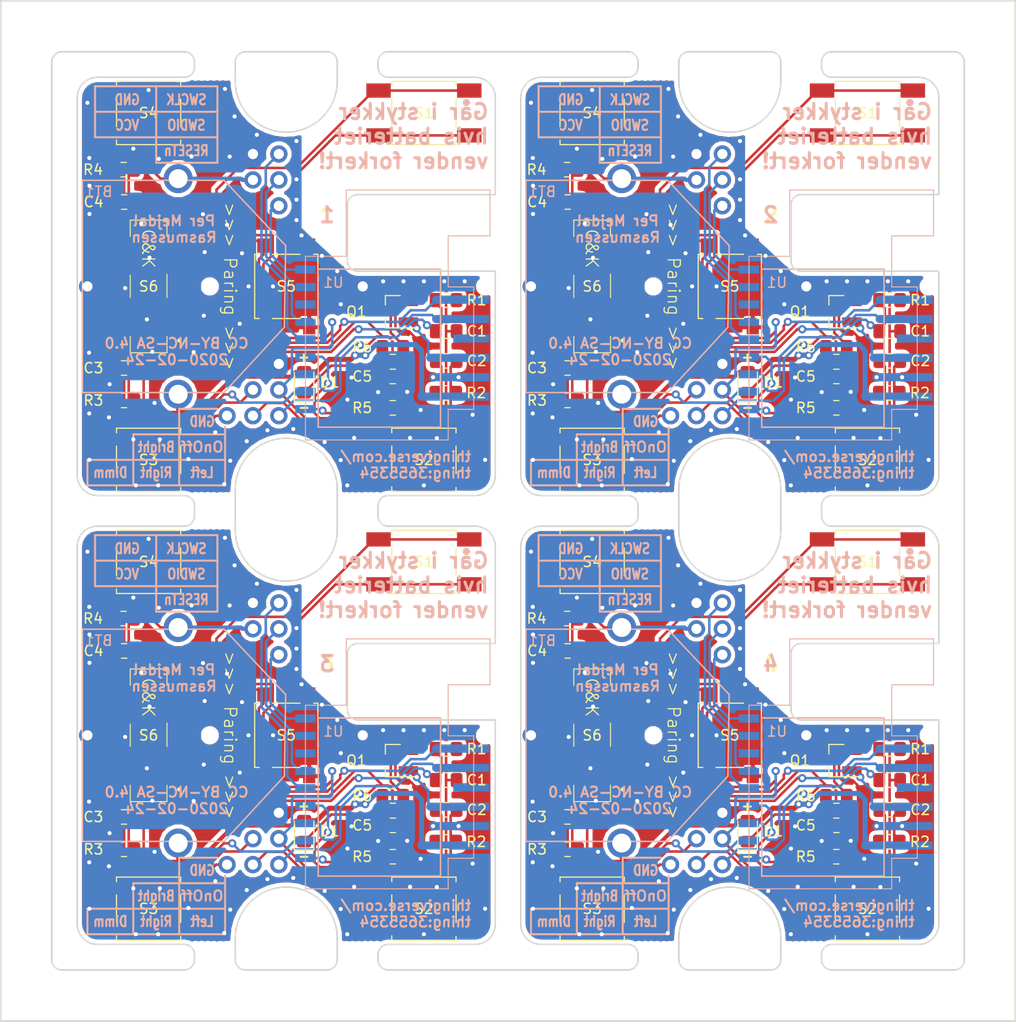
<source format=kicad_pcb>
(kicad_pcb (version 20171130) (host pcbnew "(5.0.2)-1")
  (layers (0 F.Cu signal) (31 B.Cu signal) (34 B.Paste user) (35 F.Paste user) (36 B.SilkS user) (37 F.SilkS user) (38 B.Mask user) (39 F.Mask user) (44 Edge.Cuts user))
  (net 0 "")
  (net 1 VCC)
  (net 2 GND)
  (net 3 SW5)
  (net 4 SW1)
  (net 5 SW3)
  (net 6 SW4)
  (net 7 Pairing)
  (net 8 LED)
  (net 9 "Net-(C1-Pad1)")
  (net 10 "Net-(C2-Pad1)")
  (net 11 "Net-(C4-Pad1)")
  (net 12 "Net-(RESETn1-Pad1)")
  (net 13 "Net-(SWO1-Pad1)")
  (net 14 "Net-(SWDIO1-Pad1)")
  (net 15 "Net-(SWCLK1-Pad1)")
  (net 16 "Net-(D1-Pad1)")
  (net 17 "Net-(Q1-Pad3)")
  (net 18 "Net-(C5-Pad1)")
  (net 19 SW2)
  (net 20 "Net-(U1-Pad9)")
  (net 21 "Net-(U1-Pad14)")
  (net 22 "Net-(C3-Pad1)")
  (net 23 "Net-(S1-Pad1)")
  (net 24 "Net-(S5-Pad1)")
  (module 2-1437565-7:push-switch (layer F.Cu) (at 50.5 89)
    (fp_text reference S3 (at 0 0) (layer F.SilkS))
    (fp_text value push-switch)
    (pad 1 smd rect (at 4.45 -2.2) (size 2.4 1.4) (layers F.Cu F.Paste F.Mask) (net 22 "Net-(C3-Pad1)"))
    (pad 1 smd rect (at -4.45 -2.2) (size 2.4 1.4) (layers F.Cu F.Paste F.Mask) (net 22 "Net-(C3-Pad1)"))
    (pad 2 smd rect (at -4.45 2.2) (size 2.4 1.4) (layers F.Cu F.Paste F.Mask) (net 2 GND))
    (pad 2 smd rect (at 4.45 2.2) (size 2.4 1.4) (layers F.Cu F.Paste F.Mask) (net 2 GND))
  )
  (module 2-1437565-7:push-switch (layer F.Cu) (at 77.5 89)
    (fp_text reference S2 (at 0 0) (layer F.SilkS))
    (fp_text value push-switch)
    (pad 1 smd rect (at 4.45 -2.2) (size 2.4 1.4) (layers F.Cu F.Paste F.Mask) (net 10 "Net-(C2-Pad1)"))
    (pad 1 smd rect (at -4.45 -2.2) (size 2.4 1.4) (layers F.Cu F.Paste F.Mask) (net 10 "Net-(C2-Pad1)"))
    (pad 2 smd rect (at -4.45 2.2) (size 2.4 1.4) (layers F.Cu F.Paste F.Mask) (net 2 GND))
    (pad 2 smd rect (at 4.45 2.2) (size 2.4 1.4) (layers F.Cu F.Paste F.Mask) (net 2 GND))
  )
  (module 2-1437565-7:push-switch (layer F.Cu) (at 77.5 55)
    (fp_text reference S1 (at 0 0) (layer F.SilkS))
    (fp_text value push-switch)
    (pad 1 smd rect (at 4.45 -2.2) (size 2.4 1.4) (layers F.Cu F.Paste F.Mask) (net 23 "Net-(S1-Pad1)"))
    (pad 1 smd rect (at -4.45 -2.2) (size 2.4 1.4) (layers F.Cu F.Paste F.Mask) (net 23 "Net-(S1-Pad1)"))
    (pad 2 smd rect (at -4.45 2.2) (size 2.4 1.4) (layers F.Cu F.Paste F.Mask) (net 2 GND))
    (pad 2 smd rect (at 4.45 2.2) (size 2.4 1.4) (layers F.Cu F.Paste F.Mask) (net 2 GND))
  )
  (module 2-1437565-7:push-switch (layer F.Cu) (at 50.5 55 180)
    (fp_text reference S4 (at 0 0 180) (layer F.SilkS))
    (fp_text value push-switch)
    (pad 1 smd rect (at 4.45 -2.2 180) (size 2.4 1.4) (layers F.Cu F.Paste F.Mask) (net 11 "Net-(C4-Pad1)"))
    (pad 1 smd rect (at -4.45 -2.2 180) (size 2.4 1.4) (layers F.Cu F.Paste F.Mask) (net 11 "Net-(C4-Pad1)"))
    (pad 2 smd rect (at -4.45 2.2 180) (size 2.4 1.4) (layers F.Cu F.Paste F.Mask) (net 2 GND))
    (pad 2 smd rect (at 4.45 2.2 180) (size 2.4 1.4) (layers F.Cu F.Paste F.Mask) (net 2 GND))
  )
  (module 2-1437565-7:push-switch (layer F.Cu) (at 121 89)
    (fp_text reference S2 (at 0 0) (layer F.SilkS))
    (fp_text value push-switch)
    (pad 1 smd rect (at 4.45 -2.2) (size 2.4 1.4) (layers F.Cu F.Paste F.Mask) (net 10 "Net-(C2-Pad1)"))
    (pad 1 smd rect (at -4.45 -2.2) (size 2.4 1.4) (layers F.Cu F.Paste F.Mask) (net 10 "Net-(C2-Pad1)"))
    (pad 2 smd rect (at -4.45 2.2) (size 2.4 1.4) (layers F.Cu F.Paste F.Mask) (net 2 GND))
    (pad 2 smd rect (at 4.45 2.2) (size 2.4 1.4) (layers F.Cu F.Paste F.Mask) (net 2 GND))
  )
  (module 2-1437565-7:push-switch (layer F.Cu) (at 121 55)
    (fp_text reference S1 (at 0 0) (layer F.SilkS))
    (fp_text value push-switch)
    (pad 1 smd rect (at 4.45 -2.2) (size 2.4 1.4) (layers F.Cu F.Paste F.Mask) (net 23 "Net-(S1-Pad1)"))
    (pad 1 smd rect (at -4.45 -2.2) (size 2.4 1.4) (layers F.Cu F.Paste F.Mask) (net 23 "Net-(S1-Pad1)"))
    (pad 2 smd rect (at -4.45 2.2) (size 2.4 1.4) (layers F.Cu F.Paste F.Mask) (net 2 GND))
    (pad 2 smd rect (at 4.45 2.2) (size 2.4 1.4) (layers F.Cu F.Paste F.Mask) (net 2 GND))
  )
  (module 2-1437565-7:push-switch (layer F.Cu) (at 94 55 180)
    (fp_text reference S4 (at 0 0 180) (layer F.SilkS))
    (fp_text value push-switch)
    (pad 1 smd rect (at 4.45 -2.2 180) (size 2.4 1.4) (layers F.Cu F.Paste F.Mask) (net 11 "Net-(C4-Pad1)"))
    (pad 1 smd rect (at -4.45 -2.2 180) (size 2.4 1.4) (layers F.Cu F.Paste F.Mask) (net 11 "Net-(C4-Pad1)"))
    (pad 2 smd rect (at -4.45 2.2 180) (size 2.4 1.4) (layers F.Cu F.Paste F.Mask) (net 2 GND))
    (pad 2 smd rect (at 4.45 2.2 180) (size 2.4 1.4) (layers F.Cu F.Paste F.Mask) (net 2 GND))
  )
  (module 2-1437565-7:push-switch (layer F.Cu) (at 94 89)
    (fp_text reference S3 (at 0 0) (layer F.SilkS))
    (fp_text value push-switch)
    (pad 1 smd rect (at 4.45 -2.2) (size 2.4 1.4) (layers F.Cu F.Paste F.Mask) (net 22 "Net-(C3-Pad1)"))
    (pad 1 smd rect (at -4.45 -2.2) (size 2.4 1.4) (layers F.Cu F.Paste F.Mask) (net 22 "Net-(C3-Pad1)"))
    (pad 2 smd rect (at -4.45 2.2) (size 2.4 1.4) (layers F.Cu F.Paste F.Mask) (net 2 GND))
    (pad 2 smd rect (at 4.45 2.2) (size 2.4 1.4) (layers F.Cu F.Paste F.Mask) (net 2 GND))
  )
  (module 2-1437565-7:push-switch (layer F.Cu) (at 94 11 180)
    (fp_text reference S4 (at 0 0 180) (layer F.SilkS))
    (fp_text value push-switch)
    (pad 1 smd rect (at 4.45 -2.2 180) (size 2.4 1.4) (layers F.Cu F.Paste F.Mask) (net 11 "Net-(C4-Pad1)"))
    (pad 1 smd rect (at -4.45 -2.2 180) (size 2.4 1.4) (layers F.Cu F.Paste F.Mask) (net 11 "Net-(C4-Pad1)"))
    (pad 2 smd rect (at -4.45 2.2 180) (size 2.4 1.4) (layers F.Cu F.Paste F.Mask) (net 2 GND))
    (pad 2 smd rect (at 4.45 2.2 180) (size 2.4 1.4) (layers F.Cu F.Paste F.Mask) (net 2 GND))
  )
  (module 2-1437565-7:push-switch (layer F.Cu) (at 94 45)
    (fp_text reference S3 (at 0 0) (layer F.SilkS))
    (fp_text value push-switch)
    (pad 1 smd rect (at 4.45 -2.2) (size 2.4 1.4) (layers F.Cu F.Paste F.Mask) (net 22 "Net-(C3-Pad1)"))
    (pad 1 smd rect (at -4.45 -2.2) (size 2.4 1.4) (layers F.Cu F.Paste F.Mask) (net 22 "Net-(C3-Pad1)"))
    (pad 2 smd rect (at -4.45 2.2) (size 2.4 1.4) (layers F.Cu F.Paste F.Mask) (net 2 GND))
    (pad 2 smd rect (at 4.45 2.2) (size 2.4 1.4) (layers F.Cu F.Paste F.Mask) (net 2 GND))
  )
  (module 2-1437565-7:push-switch (layer F.Cu) (at 121 45)
    (fp_text reference S2 (at 0 0) (layer F.SilkS))
    (fp_text value push-switch)
    (pad 1 smd rect (at 4.45 -2.2) (size 2.4 1.4) (layers F.Cu F.Paste F.Mask) (net 10 "Net-(C2-Pad1)"))
    (pad 1 smd rect (at -4.45 -2.2) (size 2.4 1.4) (layers F.Cu F.Paste F.Mask) (net 10 "Net-(C2-Pad1)"))
    (pad 2 smd rect (at -4.45 2.2) (size 2.4 1.4) (layers F.Cu F.Paste F.Mask) (net 2 GND))
    (pad 2 smd rect (at 4.45 2.2) (size 2.4 1.4) (layers F.Cu F.Paste F.Mask) (net 2 GND))
  )
  (module 2-1437565-7:push-switch (layer F.Cu) (at 121 11)
    (fp_text reference S1 (at 0 0) (layer F.SilkS))
    (fp_text value push-switch)
    (pad 1 smd rect (at 4.45 -2.2) (size 2.4 1.4) (layers F.Cu F.Paste F.Mask) (net 23 "Net-(S1-Pad1)"))
    (pad 1 smd rect (at -4.45 -2.2) (size 2.4 1.4) (layers F.Cu F.Paste F.Mask) (net 23 "Net-(S1-Pad1)"))
    (pad 2 smd rect (at -4.45 2.2) (size 2.4 1.4) (layers F.Cu F.Paste F.Mask) (net 2 GND))
    (pad 2 smd rect (at 4.45 2.2) (size 2.4 1.4) (layers F.Cu F.Paste F.Mask) (net 2 GND))
  )
  (module 2-1437565-7:push-switch (layer F.Cu) (at 50.5 11 180)
    (fp_text reference S4 (at 0 0 180) (layer F.SilkS))
    (fp_text value push-switch)
    (pad 1 smd rect (at 4.45 -2.2 180) (size 2.4 1.4) (layers F.Cu F.Paste F.Mask) (net 11 "Net-(C4-Pad1)"))
    (pad 1 smd rect (at -4.45 -2.2 180) (size 2.4 1.4) (layers F.Cu F.Paste F.Mask) (net 11 "Net-(C4-Pad1)"))
    (pad 2 smd rect (at -4.45 2.2 180) (size 2.4 1.4) (layers F.Cu F.Paste F.Mask) (net 2 GND))
    (pad 2 smd rect (at 4.45 2.2 180) (size 2.4 1.4) (layers F.Cu F.Paste F.Mask) (net 2 GND))
  )
  (module 2-1437565-7:push-switch (layer F.Cu) (at 50.5 45)
    (fp_text reference S3 (at 0 0) (layer F.SilkS))
    (fp_text value push-switch)
    (pad 1 smd rect (at 4.45 -2.2) (size 2.4 1.4) (layers F.Cu F.Paste F.Mask) (net 22 "Net-(C3-Pad1)"))
    (pad 1 smd rect (at -4.45 -2.2) (size 2.4 1.4) (layers F.Cu F.Paste F.Mask) (net 22 "Net-(C3-Pad1)"))
    (pad 2 smd rect (at -4.45 2.2) (size 2.4 1.4) (layers F.Cu F.Paste F.Mask) (net 2 GND))
    (pad 2 smd rect (at 4.45 2.2) (size 2.4 1.4) (layers F.Cu F.Paste F.Mask) (net 2 GND))
  )
  (module 2-1437565-7:push-switch (layer F.Cu) (at 77.5 45)
    (fp_text reference S2 (at 0 0) (layer F.SilkS))
    (fp_text value push-switch)
    (pad 1 smd rect (at 4.45 -2.2) (size 2.4 1.4) (layers F.Cu F.Paste F.Mask) (net 10 "Net-(C2-Pad1)"))
    (pad 1 smd rect (at -4.45 -2.2) (size 2.4 1.4) (layers F.Cu F.Paste F.Mask) (net 10 "Net-(C2-Pad1)"))
    (pad 2 smd rect (at -4.45 2.2) (size 2.4 1.4) (layers F.Cu F.Paste F.Mask) (net 2 GND))
    (pad 2 smd rect (at 4.45 2.2) (size 2.4 1.4) (layers F.Cu F.Paste F.Mask) (net 2 GND))
  )
  (module 2-1437565-7:push-switch (layer F.Cu) (at 77.5 11)
    (fp_text reference S1 (at 0 0) (layer F.SilkS))
    (fp_text value push-switch)
    (pad 1 smd rect (at 4.45 -2.2) (size 2.4 1.4) (layers F.Cu F.Paste F.Mask) (net 23 "Net-(S1-Pad1)"))
    (pad 1 smd rect (at -4.45 -2.2) (size 2.4 1.4) (layers F.Cu F.Paste F.Mask) (net 23 "Net-(S1-Pad1)"))
    (pad 2 smd rect (at -4.45 2.2) (size 2.4 1.4) (layers F.Cu F.Paste F.Mask) (net 2 GND))
    (pad 2 smd rect (at 4.45 2.2) (size 2.4 1.4) (layers F.Cu F.Paste F.Mask) (net 2 GND))
  )
  (module holes (layer F.Cu) (at 111.4 51.25)
    (fp_text reference "" (at 0 0) (layer F.SilkS) (effects (font (size 1.27 1.27))))
    (fp_text value "" (at 0 0) (layer F.SilkS) (effects (font (size 1.27 1.27))))
    (pad "" np_thru_hole circle (at 1.4 0) (size 0.4 0.4) (drill 0.4) (layers *.Cu *.Mask))
    (pad "" np_thru_hole circle (at 2.56001 0) (size 0.4 0.4) (drill 0.4) (layers *.Cu *.Mask))
    (pad "" np_thru_hole circle (at 3.8 0) (size 0.4 0.4) (drill 0.4) (layers *.Cu *.Mask))
    (pad "" np_thru_hole circle (at 5 0) (size 0.4 0.4) (drill 0.4) (layers *.Cu *.Mask))
    (pad "" np_thru_hole circle (at 2 0) (size 0.4 0.4) (drill 0.4) (layers *.Cu *.Mask))
    (pad "" np_thru_hole circle (at 4.4 0) (size 0.4 0.4) (drill 0.4) (layers *.Cu *.Mask))
    (pad "" np_thru_hole circle (at 3.2 0) (size 0.4 0.4) (drill 0.4) (layers *.Cu *.Mask))
  )
  (module PTS641SM34SMTR2LFS:PTS641 (layer F.Cu) (at 64 72 90)
    (fp_text reference S5 (at 0 0 180) (layer F.SilkS))
    (fp_text value PTS641SM34SMTR2LFS)
    (pad 2 smd rect (at 4 2.25 90) (size 1.4 1.2) (layers F.Cu F.Paste F.Mask) (net 2 GND))
    (pad 2 smd rect (at -4 2.25 90) (size 1.4 1.2) (layers F.Cu F.Paste F.Mask) (net 2 GND))
    (pad 1 smd rect (at -4 -2.25 90) (size 1.4 1.2) (layers F.Cu F.Paste F.Mask) (net 24 "Net-(S5-Pad1)"))
    (pad 1 smd rect (at 4 -2.25 90) (size 1.4 1.2) (layers F.Cu F.Paste F.Mask) (net 24 "Net-(S5-Pad1)"))
  )
  (module Connector_PinHeader_2.54mm:PinHeader_1x01_P2.54mm_Vertical_nosilk (layer F.Cu) (at 63.268759 82.026 270)
    (fp_text reference EXT1 hide)
    (fp_text value SW2_TP)
    (pad 1 thru_hole circle (at 0.11 -0.003241 270) (size 1.7 1.7) (drill 1) (layers *.Cu *.Mask) (net 9 "Net-(C1-Pad1)"))
  )
  (module Connector_PinHeader_2.54mm:PinHeader_1x01_P2.54mm_Vertical_nosilk (layer F.Cu) (at 60.84 82.026 270)
    (fp_text reference EXT2 hide)
    (fp_text value SW2_TP)
    (pad 1 thru_hole circle (at 0.11 0.108 270) (size 1.7 1.7) (drill 1) (layers *.Cu *.Mask) (net 11 "Net-(C4-Pad1)"))
  )
  (module Connector_PinHeader_2.54mm:PinHeader_1x01_P2.54mm_Vertical_nosilk (layer F.Cu) (at 60.84 84.549 270)
    (fp_text reference EXT3 hide)
    (fp_text value SW2_TP)
    (pad 1 thru_hole circle (at 0.127 0.108 270) (size 1.7 1.7) (drill 1) (layers *.Cu *.Mask) (net 10 "Net-(C2-Pad1)"))
  )
  (module Connector_PinHeader_2.54mm:PinHeader_1x01_P2.54mm_Vertical_nosilk (layer F.Cu) (at 58.192 84.549 270)
    (fp_text reference EXT4 hide)
    (fp_text value SW2_TP)
    (pad 1 thru_hole circle (at 0.127 0 270) (size 1.7 1.7) (drill 1) (layers *.Cu *.Mask) (net 22 "Net-(C3-Pad1)"))
  )
  (module Connector_PinHeader_2.54mm:PinHeader_1x01_P2.54mm_Vertical_nosilk (layer F.Cu) (at 63.272 79.486 270)
    (fp_text reference EXT_GND1 hide)
    (fp_text value SW2_TP)
    (pad 1 thru_hole rect (at 0.11 0 270) (size 1.7 1.7) (drill 1) (layers *.Cu *.Mask) (net 2 GND))
  )
  (module Connector_PinHeader_2.54mm:PinHeader_1x01_P2.54mm_Vertical_nosilk (layer F.Cu) (at 60.097 65.245 270)
    (fp_text reference SWDIO1 hide)
    (fp_text value SW2_TP)
    (pad 1 thru_hole circle (at -3.683 -3.175 270) (size 1.7 1.7) (drill 1) (layers *.Cu *.Mask) (net 14 "Net-(SWDIO1-Pad1)"))
  )
  (module Connector_PinHeader_2.54mm:PinHeader_1x01_P2.54mm_Vertical_nosilk (layer F.Cu) (at 60.097 62.705 270)
    (fp_text reference SWCLK1 hide)
    (fp_text value SW2_TP)
    (pad 1 thru_hole circle (at -3.683 -3.175 270) (size 1.7 1.7) (drill 1) (layers *.Cu *.Mask) (net 15 "Net-(SWCLK1-Pad1)"))
  )
  (module Connector_PinHeader_2.54mm:PinHeader_1x01_P2.54mm_Vertical_nosilk (layer F.Cu) (at 62.602759 65.200911 270)
    (fp_text reference RESETn1 hide)
    (fp_text value SW2_TP)
    (pad 1 thru_hole circle (at -1.098911 -0.669241 270) (size 1.7 1.7) (drill 1) (layers *.Cu *.Mask) (net 12 "Net-(RESETn1-Pad1)"))
  )
  (module Resistor_SMD:R_0805_2012Metric_Pad1.15x1.40mm_HandSolder (layer F.Cu) (at 79.641759 82.440911 180)
    (fp_text reference R2 (at -3 0 180) (layer F.SilkS))
    (fp_text value 487)
    (pad 2 smd roundrect (at 1.025 0 180) (size 1.15 1.4) (layers F.Cu F.Paste F.Mask) (roundrect_rratio 0.217391) (net 3 SW5))
    (pad 1 smd roundrect (at -1.025 0 180) (size 1.15 1.4) (layers F.Cu F.Paste F.Mask) (roundrect_rratio 0.217391) (net 10 "Net-(C2-Pad1)"))
  )
  (module Resistor_SMD:R_0805_2012Metric_Pad1.15x1.40mm_HandSolder (layer F.Cu) (at 79.671759 73.340911 180)
    (fp_text reference R1 (at -3 0 180) (layer F.SilkS))
    (fp_text value 487)
    (pad 1 smd roundrect (at -1.025 0 180) (size 1.15 1.4) (layers F.Cu F.Paste F.Mask) (roundrect_rratio 0.217391) (net 9 "Net-(C1-Pad1)"))
    (pad 2 smd roundrect (at 1.025 0 180) (size 1.15 1.4) (layers F.Cu F.Paste F.Mask) (roundrect_rratio 0.217391) (net 4 SW1))
  )
  (module Resistor_SMD:R_0805_2012Metric_Pad1.15x1.40mm_HandSolder (layer F.Cu) (at 74.45 77.95)
    (fp_text reference R6 (at -3 0) (layer F.SilkS))
    (fp_text value R)
    (pad 2 smd roundrect (at 1.025 0) (size 1.15 1.4) (layers F.Cu F.Paste F.Mask) (roundrect_rratio 0.217391) (net 17 "Net-(Q1-Pad3)"))
    (pad 1 smd roundrect (at -1.025 0) (size 1.15 1.4) (layers F.Cu F.Paste F.Mask) (roundrect_rratio 0.217391) (net 16 "Net-(D1-Pad1)"))
  )
  (module Resistor_SMD:R_0805_2012Metric_Pad1.15x1.40mm_HandSolder (layer F.Cu) (at 48.09 83.175)
    (fp_text reference R3 (at -3 0) (layer F.SilkS))
    (fp_text value 487)
    (pad 1 smd roundrect (at -1.025 0) (size 1.15 1.4) (layers F.Cu F.Paste F.Mask) (roundrect_rratio 0.217391) (net 22 "Net-(C3-Pad1)"))
    (pad 2 smd roundrect (at 1.025 0) (size 1.15 1.4) (layers F.Cu F.Paste F.Mask) (roundrect_rratio 0.217391) (net 6 SW4))
  )
  (module Resistor_SMD:R_0805_2012Metric_Pad1.15x1.40mm_HandSolder (layer F.Cu) (at 48.05 60.555)
    (fp_text reference R4 (at -3 0) (layer F.SilkS))
    (fp_text value 487)
    (pad 2 smd roundrect (at 1.025 0) (size 1.15 1.4) (layers F.Cu F.Paste F.Mask) (roundrect_rratio 0.217391) (net 5 SW3))
    (pad 1 smd roundrect (at -1.025 0) (size 1.15 1.4) (layers F.Cu F.Paste F.Mask) (roundrect_rratio 0.217391) (net 11 "Net-(C4-Pad1)"))
  )
  (module Package_TO_SOT_SMD:SOT-23_Handsoldering (layer F.Cu) (at 74.48 74.48 180)
    (fp_text reference Q1 (at 3.6 0 180) (layer F.SilkS))
    (fp_text value 2N7002ET)
    (pad 3 smd rect (at 1.5 0 180) (size 1.9 0.8) (layers F.Cu F.Paste F.Mask) (net 17 "Net-(Q1-Pad3)"))
    (pad 2 smd rect (at -1.5 0.95 180) (size 1.9 0.8) (layers F.Cu F.Paste F.Mask) (net 2 GND))
    (pad 1 smd rect (at -1.5 -0.95 180) (size 1.9 0.8) (layers F.Cu F.Paste F.Mask) (net 8 LED))
  )
  (module LED_SMD:LED_0805_2012Metric_Pad1.15x1.40mm_HandSolder (layer F.Cu) (at 65.75 81.4 90)
    (fp_text reference D1 (at 0 2.5 180) (layer F.SilkS))
    (fp_text value "LO R976")
    (pad 2 smd roundrect (at 1.025 0 90) (size 1.15 1.4) (layers F.Cu F.Paste F.Mask) (roundrect_rratio 0.217391) (net 1 VCC))
    (pad 1 smd roundrect (at -1.025 0 90) (size 1.15 1.4) (layers F.Cu F.Paste F.Mask) (roundrect_rratio 0.217391) (net 16 "Net-(D1-Pad1)"))
  )
  (module Capacitor_SMD:C_0805_2012Metric_Pad1.15x1.40mm_HandSolder (layer F.Cu) (at 79.681759 76.390911 180)
    (fp_text reference C1 (at -3 0 180) (layer F.SilkS))
    (fp_text value "  10nf")
    (pad 2 smd roundrect (at 1.025 0 180) (size 1.15 1.4) (layers F.Cu F.Paste F.Mask) (roundrect_rratio 0.217391) (net 4 SW1))
    (pad 1 smd roundrect (at -1.025 0 180) (size 1.15 1.4) (layers F.Cu F.Paste F.Mask) (roundrect_rratio 0.217391) (net 9 "Net-(C1-Pad1)"))
  )
  (module Capacitor_SMD:C_0805_2012Metric_Pad1.15x1.40mm_HandSolder (layer F.Cu) (at 79.689 79.3 180)
    (fp_text reference C2 (at -3 0 180) (layer F.SilkS))
    (fp_text value "  10nf")
    (pad 1 smd roundrect (at -1.025 0 180) (size 1.15 1.4) (layers F.Cu F.Paste F.Mask) (roundrect_rratio 0.217391) (net 10 "Net-(C2-Pad1)"))
    (pad 2 smd roundrect (at 1.025 0 180) (size 1.15 1.4) (layers F.Cu F.Paste F.Mask) (roundrect_rratio 0.217391) (net 3 SW5))
  )
  (module Capacitor_SMD:C_0805_2012Metric_Pad1.15x1.40mm_HandSolder (layer F.Cu) (at 48.1 63.73)
    (fp_text reference C4 (at -3 0) (layer F.SilkS))
    (fp_text value "  10nf")
    (pad 2 smd roundrect (at 1.025 0) (size 1.15 1.4) (layers F.Cu F.Paste F.Mask) (roundrect_rratio 0.217391) (net 5 SW3))
    (pad 1 smd roundrect (at -1.025 0) (size 1.15 1.4) (layers F.Cu F.Paste F.Mask) (roundrect_rratio 0.217391) (net 11 "Net-(C4-Pad1)"))
  )
  (module Capacitor_SMD:C_0805_2012Metric_Pad1.15x1.40mm_HandSolder (layer F.Cu) (at 48.09 80)
    (fp_text reference C3 (at -3 0) (layer F.SilkS))
    (fp_text value " 10nf")
    (pad 1 smd roundrect (at -1.025 0) (size 1.15 1.4) (layers F.Cu F.Paste F.Mask) (roundrect_rratio 0.217391) (net 22 "Net-(C3-Pad1)"))
    (pad 2 smd roundrect (at 1.025 0) (size 1.15 1.4) (layers F.Cu F.Paste F.Mask) (roundrect_rratio 0.217391) (net 6 SW4))
  )
  (module Capacitor_SMD:C_0805_2012Metric_Pad1.15x1.40mm_HandSolder (layer F.Cu) (at 74.45 80.825 180)
    (fp_text reference C5 (at 3 0 180) (layer F.SilkS))
    (fp_text value "  10nf")
    (pad 2 smd roundrect (at 1.025 0 180) (size 1.15 1.4) (layers F.Cu F.Paste F.Mask) (roundrect_rratio 0.217391) (net 19 SW2))
    (pad 1 smd roundrect (at -1.025 0 180) (size 1.15 1.4) (layers F.Cu F.Paste F.Mask) (roundrect_rratio 0.217391) (net 18 "Net-(C5-Pad1)"))
  )
  (module Connector_PinHeader_2.54mm:PinHeader_1x01_P2.54mm_Vertical_nosilk (layer F.Cu) (at 63.526 84.676)
    (fp_text reference EXT5 hide)
    (fp_text value SW2_TP)
    (pad 1 thru_hole circle (at -0.254 0) (size 1.7 1.7) (drill 1) (layers *.Cu *.Mask) (net 18 "Net-(C5-Pad1)"))
  )
  (module JS203011SCQN:JS203011SCQN (layer F.Cu) (at 50.5 72 90)
    (fp_text reference S6 (at 0 0 180) (layer F.SilkS))
    (fp_text value JS203011SCQN hide)
    (pad 1 smd rect (at -4 2.75 90) (size 1.2 2.5) (layers F.Cu F.Paste F.Mask) (net 7 Pairing))
    (pad 2 smd rect (at -2 2.75 90) (size 1.2 2.5) (layers F.Cu F.Paste F.Mask) (net 9 "Net-(C1-Pad1)"))
    (pad 3 smd rect (at 2 2.75 90) (size 1.2 2.5) (layers F.Cu F.Paste F.Mask) (net 24 "Net-(S5-Pad1)"))
    (pad 4 smd rect (at 4 2.75 90) (size 1.2 2.5) (layers F.Cu F.Paste F.Mask) (net 18 "Net-(C5-Pad1)"))
    (pad 5 smd rect (at -4 -2.75 90) (size 1.2 2.5) (layers F.Cu F.Paste F.Mask) (net 9 "Net-(C1-Pad1)"))
    (pad 6 smd rect (at -2 -2.75 90) (size 1.2 2.5) (layers F.Cu F.Paste F.Mask) (net 18 "Net-(C5-Pad1)"))
    (pad 7 smd rect (at 2 -2.75 90) (size 1.2 2.5) (layers F.Cu F.Paste F.Mask) (net 23 "Net-(S1-Pad1)"))
    (pad 8 smd rect (at 4 -2.75 90) (size 1.2 2.5) (layers F.Cu F.Paste F.Mask) (net 9 "Net-(C1-Pad1)"))
  )
  (module icc-1:ICC-1_POLY_PCB2.0 (layer B.Cu) (at 74.93 74.8 180)
    (fp_text reference U1 (at 6.31 3.18 180) (layer B.SilkS) (effects (justify mirror)))
    (fp_text value ICC-1)
    (pad 16 smd rect (at -7.2 1.5 180) (size 3.5 0.8) (layers B.Cu B.Paste B.Mask) (net 7 Pairing))
    (pad 15 smd rect (at -7.2 -0.4 180) (size 3.5 0.8) (layers B.Cu B.Paste B.Mask) (net 5 SW3))
    (pad 14 smd rect (at -7.2 -2.3 180) (size 3.5 0.8) (layers B.Cu B.Paste B.Mask) (net 21 "Net-(U1-Pad14)"))
    (pad 13 smd rect (at -7.2 -4.2 180) (size 3.5 0.8) (layers B.Cu B.Paste B.Mask) (net 8 LED))
    (pad 12 smd rect (at -7.2 -6.1 180) (size 3.5 0.8) (layers B.Cu B.Paste B.Mask) (net 2 GND))
    (pad 11 smd rect (at -7.2 -8 180) (size 3.5 0.8) (layers B.Cu B.Paste B.Mask) (net 1 VCC))
    (pad 1 smd rect (at 9.05 -10.94 180) (size 2 0.8) (layers B.Cu B.Paste B.Mask) (net 2 GND))
    (pad 2 smd rect (at 9.05 -9.23 180) (size 2 0.8) (layers B.Cu B.Paste B.Mask) (net 19 SW2))
    (pad 3 smd rect (at 9.05 -7.52 180) (size 2 0.8) (layers B.Cu B.Paste B.Mask) (net 6 SW4))
    (pad 4 smd rect (at 9.05 -5.81 180) (size 2 0.8) (layers B.Cu B.Paste B.Mask) (net 4 SW1))
    (pad 5 smd rect (at 9.05 -4.1 180) (size 2 0.8) (layers B.Cu B.Paste B.Mask) (net 3 SW5))
    (pad 6 smd rect (at 9.05 -2.39 180) (size 2 0.8) (layers B.Cu B.Paste B.Mask) (net 15 "Net-(SWCLK1-Pad1)"))
    (pad 7 smd rect (at 9.05 -0.68 180) (size 2 0.8) (layers B.Cu B.Paste B.Mask) (net 14 "Net-(SWDIO1-Pad1)"))
    (pad 8 smd rect (at 9.05 1.03 180) (size 2 0.8) (layers B.Cu B.Paste B.Mask) (net 13 "Net-(SWO1-Pad1)"))
    (pad 9 smd rect (at 9.05 2.74 180) (size 2 0.8) (layers B.Cu B.Paste B.Mask) (net 20 "Net-(U1-Pad9)"))
    (pad 10 smd rect (at 9.05 4.45 180) (size 2 0.8) (layers B.Cu B.Paste B.Mask) (net 12 "Net-(RESETn1-Pad1)"))
  )
  (module Connector_PinHeader_2.54mm:PinHeader_1x01_P2.54mm_Vertical_nosilk (layer F.Cu) (at 62.637 60.165 270)
    (fp_text reference VCC1 hide)
    (fp_text value SW2_TP)
    (pad 1 thru_hole circle (at 1.397 1.905 270) (size 1.7 1.7) (drill 1) (layers *.Cu *.Mask) (net 1 VCC))
  )
  (module Resistor_SMD:R_0805_2012Metric_Pad1.15x1.40mm_HandSolder (layer F.Cu) (at 74.445 83.9 180)
    (fp_text reference R5 (at 3 0 180) (layer F.SilkS))
    (fp_text value 487)
    (pad 2 smd roundrect (at 1.025 0 180) (size 1.15 1.4) (layers F.Cu F.Paste F.Mask) (roundrect_rratio 0.217391) (net 19 SW2))
    (pad 1 smd roundrect (at -1.025 0 180) (size 1.15 1.4) (layers F.Cu F.Paste F.Mask) (roundrect_rratio 0.217391) (net 18 "Net-(C5-Pad1)"))
  )
  (module Connector_PinHeader_2.54mm:PinHeader_1x01_P2.54mm_Vertical_nosilk (layer F.Cu) (at 60.097 60.165 270)
    (fp_text reference GND1 hide)
    (fp_text value SW2_TP)
    (pad 1 thru_hole rect (at -1.143 -0.635 270) (size 1.7 1.7) (drill 1) (layers *.Cu *.Mask) (net 2 GND))
  )
  (module Connector_PinHeader_2.54mm:PinHeader_1x01_P2.54mm_Vertical_nosilk (layer F.Cu) (at 83.5 70 270)
    (fp_text reference Pairing2 hide)
    (fp_text value SW2_TP)
    (pad "" np_thru_hole circle (at 2 0 270) (size 1 1) (drill 1) (layers *.Cu *.Mask))
  )
  (module Connector_PinHeader_2.54mm:PinHeader_1x01_P2.54mm_Vertical_nosilk (layer F.Cu) (at 56.5 72 270)
    (fp_text reference TP10 hide)
    (fp_text value SW2_TP)
    (pad "" np_thru_hole circle (at 0 0 270) (size 1 1) (drill 1) (layers *.Cu *.Mask))
  )
  (module Connector_PinHeader_2.54mm:PinHeader_1x01_P2.54mm_Vertical_nosilk (layer F.Cu) (at 71.5 72 270)
    (fp_text reference TP13 hide)
    (fp_text value SW2_TP)
    (pad "" thru_hole circle (at 0 0 270) (size 1.7 1.7) (drill 1) (layers *.Cu *.Mask) (net 2 GND))
  )
  (module Connector_PinHeader_2.54mm:PinHeader_1x01_P2.54mm_Vertical_nosilk (layer F.Cu) (at 44.5 72 270)
    (fp_text reference TP11 hide)
    (fp_text value SW2_TP)
    (pad "" thru_hole circle (at 0 0 270) (size 1.65 1.65) (drill 1) (layers *.Cu *.Mask) (net 2 GND))
  )
  (module Battery:BK-888_CR2032_Batteryholder (layer B.Cu) (at 53.4 72 270)
    (fp_text reference BT1 (at -9.285 7.8) (layer B.SilkS) (effects (justify mirror)))
    (fp_text value BT-888)
    (pad 1 thru_hole circle (at -10.565 0 270) (size 2.85 2.85) (drill 1.85) (layers *.Cu *.Mask) (net 1 VCC))
    (pad 2 smd oval (at 0 0 270) (size 6 4.5) (layers B.Cu B.Paste B.Mask) (net 2 GND))
    (pad 1 thru_hole circle (at 10.565 0 270) (size 2.85 2.85) (drill 1.85) (layers *.Cu *.Mask) (net 1 VCC))
  )
  (module PTS641SM34SMTR2LFS:PTS641 (layer F.Cu) (at 107.5 72 90)
    (fp_text reference S5 (at 0 0 180) (layer F.SilkS))
    (fp_text value PTS641SM34SMTR2LFS)
    (pad 1 smd rect (at 4 -2.25 90) (size 1.4 1.2) (layers F.Cu F.Paste F.Mask) (net 24 "Net-(S5-Pad1)"))
    (pad 1 smd rect (at -4 -2.25 90) (size 1.4 1.2) (layers F.Cu F.Paste F.Mask) (net 24 "Net-(S5-Pad1)"))
    (pad 2 smd rect (at -4 2.25 90) (size 1.4 1.2) (layers F.Cu F.Paste F.Mask) (net 2 GND))
    (pad 2 smd rect (at 4 2.25 90) (size 1.4 1.2) (layers F.Cu F.Paste F.Mask) (net 2 GND))
  )
  (module Connector_PinHeader_2.54mm:PinHeader_1x01_P2.54mm_Vertical_nosilk (layer F.Cu) (at 106.768759 82.026 270)
    (fp_text reference EXT1 hide)
    (fp_text value SW2_TP)
    (pad 1 thru_hole circle (at 0.11 -0.003241 270) (size 1.7 1.7) (drill 1) (layers *.Cu *.Mask) (net 9 "Net-(C1-Pad1)"))
  )
  (module Connector_PinHeader_2.54mm:PinHeader_1x01_P2.54mm_Vertical_nosilk (layer F.Cu) (at 104.34 82.026 270)
    (fp_text reference EXT2 hide)
    (fp_text value SW2_TP)
    (pad 1 thru_hole circle (at 0.11 0.108 270) (size 1.7 1.7) (drill 1) (layers *.Cu *.Mask) (net 11 "Net-(C4-Pad1)"))
  )
  (module Connector_PinHeader_2.54mm:PinHeader_1x01_P2.54mm_Vertical_nosilk (layer F.Cu) (at 104.34 84.549 270)
    (fp_text reference EXT3 hide)
    (fp_text value SW2_TP)
    (pad 1 thru_hole circle (at 0.127 0.108 270) (size 1.7 1.7) (drill 1) (layers *.Cu *.Mask) (net 10 "Net-(C2-Pad1)"))
  )
  (module Connector_PinHeader_2.54mm:PinHeader_1x01_P2.54mm_Vertical_nosilk (layer F.Cu) (at 101.692 84.549 270)
    (fp_text reference EXT4 hide)
    (fp_text value SW2_TP)
    (pad 1 thru_hole circle (at 0.127 0 270) (size 1.7 1.7) (drill 1) (layers *.Cu *.Mask) (net 22 "Net-(C3-Pad1)"))
  )
  (module Connector_PinHeader_2.54mm:PinHeader_1x01_P2.54mm_Vertical_nosilk (layer F.Cu) (at 106.772 79.486 270)
    (fp_text reference EXT_GND1 hide)
    (fp_text value SW2_TP)
    (pad 1 thru_hole rect (at 0.11 0 270) (size 1.7 1.7) (drill 1) (layers *.Cu *.Mask) (net 2 GND))
  )
  (module Connector_PinHeader_2.54mm:PinHeader_1x01_P2.54mm_Vertical_nosilk (layer F.Cu) (at 103.597 65.245 270)
    (fp_text reference SWDIO1 hide)
    (fp_text value SW2_TP)
    (pad 1 thru_hole circle (at -3.683 -3.175 270) (size 1.7 1.7) (drill 1) (layers *.Cu *.Mask) (net 14 "Net-(SWDIO1-Pad1)"))
  )
  (module Connector_PinHeader_2.54mm:PinHeader_1x01_P2.54mm_Vertical_nosilk (layer F.Cu) (at 103.597 62.705 270)
    (fp_text reference SWCLK1 hide)
    (fp_text value SW2_TP)
    (pad 1 thru_hole circle (at -3.683 -3.175 270) (size 1.7 1.7) (drill 1) (layers *.Cu *.Mask) (net 15 "Net-(SWCLK1-Pad1)"))
  )
  (module Connector_PinHeader_2.54mm:PinHeader_1x01_P2.54mm_Vertical_nosilk (layer F.Cu) (at 106.102759 65.200911 270)
    (fp_text reference RESETn1 hide)
    (fp_text value SW2_TP)
    (pad 1 thru_hole circle (at -1.098911 -0.669241 270) (size 1.7 1.7) (drill 1) (layers *.Cu *.Mask) (net 12 "Net-(RESETn1-Pad1)"))
  )
  (module Resistor_SMD:R_0805_2012Metric_Pad1.15x1.40mm_HandSolder (layer F.Cu) (at 123.141759 82.440911 180)
    (fp_text reference R2 (at -3 0 180) (layer F.SilkS))
    (fp_text value 487)
    (pad 1 smd roundrect (at -1.025 0 180) (size 1.15 1.4) (layers F.Cu F.Paste F.Mask) (roundrect_rratio 0.217391) (net 10 "Net-(C2-Pad1)"))
    (pad 2 smd roundrect (at 1.025 0 180) (size 1.15 1.4) (layers F.Cu F.Paste F.Mask) (roundrect_rratio 0.217391) (net 3 SW5))
  )
  (module Resistor_SMD:R_0805_2012Metric_Pad1.15x1.40mm_HandSolder (layer F.Cu) (at 123.171759 73.340911 180)
    (fp_text reference R1 (at -3 0 180) (layer F.SilkS))
    (fp_text value 487)
    (pad 2 smd roundrect (at 1.025 0 180) (size 1.15 1.4) (layers F.Cu F.Paste F.Mask) (roundrect_rratio 0.217391) (net 4 SW1))
    (pad 1 smd roundrect (at -1.025 0 180) (size 1.15 1.4) (layers F.Cu F.Paste F.Mask) (roundrect_rratio 0.217391) (net 9 "Net-(C1-Pad1)"))
  )
  (module Resistor_SMD:R_0805_2012Metric_Pad1.15x1.40mm_HandSolder (layer F.Cu) (at 117.95 77.95)
    (fp_text reference R6 (at -3 0) (layer F.SilkS))
    (fp_text value R)
    (pad 1 smd roundrect (at -1.025 0) (size 1.15 1.4) (layers F.Cu F.Paste F.Mask) (roundrect_rratio 0.217391) (net 16 "Net-(D1-Pad1)"))
    (pad 2 smd roundrect (at 1.025 0) (size 1.15 1.4) (layers F.Cu F.Paste F.Mask) (roundrect_rratio 0.217391) (net 17 "Net-(Q1-Pad3)"))
  )
  (module Resistor_SMD:R_0805_2012Metric_Pad1.15x1.40mm_HandSolder (layer F.Cu) (at 91.59 83.175)
    (fp_text reference R3 (at -3 0) (layer F.SilkS))
    (fp_text value 487)
    (pad 2 smd roundrect (at 1.025 0) (size 1.15 1.4) (layers F.Cu F.Paste F.Mask) (roundrect_rratio 0.217391) (net 6 SW4))
    (pad 1 smd roundrect (at -1.025 0) (size 1.15 1.4) (layers F.Cu F.Paste F.Mask) (roundrect_rratio 0.217391) (net 22 "Net-(C3-Pad1)"))
  )
  (module Resistor_SMD:R_0805_2012Metric_Pad1.15x1.40mm_HandSolder (layer F.Cu) (at 91.55 60.555)
    (fp_text reference R4 (at -3 0) (layer F.SilkS))
    (fp_text value 487)
    (pad 1 smd roundrect (at -1.025 0) (size 1.15 1.4) (layers F.Cu F.Paste F.Mask) (roundrect_rratio 0.217391) (net 11 "Net-(C4-Pad1)"))
    (pad 2 smd roundrect (at 1.025 0) (size 1.15 1.4) (layers F.Cu F.Paste F.Mask) (roundrect_rratio 0.217391) (net 5 SW3))
  )
  (module Package_TO_SOT_SMD:SOT-23_Handsoldering (layer F.Cu) (at 117.98 74.48 180)
    (fp_text reference Q1 (at 3.6 0 180) (layer F.SilkS))
    (fp_text value 2N7002ET)
    (pad 1 smd rect (at -1.5 -0.95 180) (size 1.9 0.8) (layers F.Cu F.Paste F.Mask) (net 8 LED))
    (pad 2 smd rect (at -1.5 0.95 180) (size 1.9 0.8) (layers F.Cu F.Paste F.Mask) (net 2 GND))
    (pad 3 smd rect (at 1.5 0 180) (size 1.9 0.8) (layers F.Cu F.Paste F.Mask) (net 17 "Net-(Q1-Pad3)"))
  )
  (module LED_SMD:LED_0805_2012Metric_Pad1.15x1.40mm_HandSolder (layer F.Cu) (at 109.25 81.4 90)
    (fp_text reference D1 (at 0 2.5 180) (layer F.SilkS))
    (fp_text value "LO R976")
    (pad 1 smd roundrect (at -1.025 0 90) (size 1.15 1.4) (layers F.Cu F.Paste F.Mask) (roundrect_rratio 0.217391) (net 16 "Net-(D1-Pad1)"))
    (pad 2 smd roundrect (at 1.025 0 90) (size 1.15 1.4) (layers F.Cu F.Paste F.Mask) (roundrect_rratio 0.217391) (net 1 VCC))
  )
  (module Capacitor_SMD:C_0805_2012Metric_Pad1.15x1.40mm_HandSolder (layer F.Cu) (at 123.181759 76.390911 180)
    (fp_text reference C1 (at -3 0 180) (layer F.SilkS))
    (fp_text value "  10nf")
    (pad 1 smd roundrect (at -1.025 0 180) (size 1.15 1.4) (layers F.Cu F.Paste F.Mask) (roundrect_rratio 0.217391) (net 9 "Net-(C1-Pad1)"))
    (pad 2 smd roundrect (at 1.025 0 180) (size 1.15 1.4) (layers F.Cu F.Paste F.Mask) (roundrect_rratio 0.217391) (net 4 SW1))
  )
  (module Capacitor_SMD:C_0805_2012Metric_Pad1.15x1.40mm_HandSolder (layer F.Cu) (at 123.189 79.3 180)
    (fp_text reference C2 (at -3 0 180) (layer F.SilkS))
    (fp_text value "  10nf")
    (pad 2 smd roundrect (at 1.025 0 180) (size 1.15 1.4) (layers F.Cu F.Paste F.Mask) (roundrect_rratio 0.217391) (net 3 SW5))
    (pad 1 smd roundrect (at -1.025 0 180) (size 1.15 1.4) (layers F.Cu F.Paste F.Mask) (roundrect_rratio 0.217391) (net 10 "Net-(C2-Pad1)"))
  )
  (module Capacitor_SMD:C_0805_2012Metric_Pad1.15x1.40mm_HandSolder (layer F.Cu) (at 91.6 63.73)
    (fp_text reference C4 (at -3 0) (layer F.SilkS))
    (fp_text value "  10nf")
    (pad 1 smd roundrect (at -1.025 0) (size 1.15 1.4) (layers F.Cu F.Paste F.Mask) (roundrect_rratio 0.217391) (net 11 "Net-(C4-Pad1)"))
    (pad 2 smd roundrect (at 1.025 0) (size 1.15 1.4) (layers F.Cu F.Paste F.Mask) (roundrect_rratio 0.217391) (net 5 SW3))
  )
  (module Capacitor_SMD:C_0805_2012Metric_Pad1.15x1.40mm_HandSolder (layer F.Cu) (at 91.59 80)
    (fp_text reference C3 (at -3 0) (layer F.SilkS))
    (fp_text value " 10nf")
    (pad 2 smd roundrect (at 1.025 0) (size 1.15 1.4) (layers F.Cu F.Paste F.Mask) (roundrect_rratio 0.217391) (net 6 SW4))
    (pad 1 smd roundrect (at -1.025 0) (size 1.15 1.4) (layers F.Cu F.Paste F.Mask) (roundrect_rratio 0.217391) (net 22 "Net-(C3-Pad1)"))
  )
  (module Capacitor_SMD:C_0805_2012Metric_Pad1.15x1.40mm_HandSolder (layer F.Cu) (at 117.95 80.825 180)
    (fp_text reference C5 (at 3 0 180) (layer F.SilkS))
    (fp_text value "  10nf")
    (pad 1 smd roundrect (at -1.025 0 180) (size 1.15 1.4) (layers F.Cu F.Paste F.Mask) (roundrect_rratio 0.217391) (net 18 "Net-(C5-Pad1)"))
    (pad 2 smd roundrect (at 1.025 0 180) (size 1.15 1.4) (layers F.Cu F.Paste F.Mask) (roundrect_rratio 0.217391) (net 19 SW2))
  )
  (module Connector_PinHeader_2.54mm:PinHeader_1x01_P2.54mm_Vertical_nosilk (layer F.Cu) (at 107.026 84.676)
    (fp_text reference EXT5 hide)
    (fp_text value SW2_TP)
    (pad 1 thru_hole circle (at -0.254 0) (size 1.7 1.7) (drill 1) (layers *.Cu *.Mask) (net 18 "Net-(C5-Pad1)"))
  )
  (module JS203011SCQN:JS203011SCQN (layer F.Cu) (at 94 72 90)
    (fp_text reference S6 (at 0 0 180) (layer F.SilkS))
    (fp_text value JS203011SCQN hide)
    (pad 8 smd rect (at 4 -2.75 90) (size 1.2 2.5) (layers F.Cu F.Paste F.Mask) (net 9 "Net-(C1-Pad1)"))
    (pad 7 smd rect (at 2 -2.75 90) (size 1.2 2.5) (layers F.Cu F.Paste F.Mask) (net 23 "Net-(S1-Pad1)"))
    (pad 6 smd rect (at -2 -2.75 90) (size 1.2 2.5) (layers F.Cu F.Paste F.Mask) (net 18 "Net-(C5-Pad1)"))
    (pad 5 smd rect (at -4 -2.75 90) (size 1.2 2.5) (layers F.Cu F.Paste F.Mask) (net 9 "Net-(C1-Pad1)"))
    (pad 4 smd rect (at 4 2.75 90) (size 1.2 2.5) (layers F.Cu F.Paste F.Mask) (net 18 "Net-(C5-Pad1)"))
    (pad 3 smd rect (at 2 2.75 90) (size 1.2 2.5) (layers F.Cu F.Paste F.Mask) (net 24 "Net-(S5-Pad1)"))
    (pad 2 smd rect (at -2 2.75 90) (size 1.2 2.5) (layers F.Cu F.Paste F.Mask) (net 9 "Net-(C1-Pad1)"))
    (pad 1 smd rect (at -4 2.75 90) (size 1.2 2.5) (layers F.Cu F.Paste F.Mask) (net 7 Pairing))
  )
  (module icc-1:ICC-1_POLY_PCB2.0 (layer B.Cu) (at 118.43 74.8 180)
    (fp_text reference U1 (at 6.31 3.18 180) (layer B.SilkS) (effects (justify mirror)))
    (fp_text value ICC-1)
    (pad 10 smd rect (at 9.05 4.45 180) (size 2 0.8) (layers B.Cu B.Paste B.Mask) (net 12 "Net-(RESETn1-Pad1)"))
    (pad 9 smd rect (at 9.05 2.74 180) (size 2 0.8) (layers B.Cu B.Paste B.Mask) (net 20 "Net-(U1-Pad9)"))
    (pad 8 smd rect (at 9.05 1.03 180) (size 2 0.8) (layers B.Cu B.Paste B.Mask) (net 13 "Net-(SWO1-Pad1)"))
    (pad 7 smd rect (at 9.05 -0.68 180) (size 2 0.8) (layers B.Cu B.Paste B.Mask) (net 14 "Net-(SWDIO1-Pad1)"))
    (pad 6 smd rect (at 9.05 -2.39 180) (size 2 0.8) (layers B.Cu B.Paste B.Mask) (net 15 "Net-(SWCLK1-Pad1)"))
    (pad 5 smd rect (at 9.05 -4.1 180) (size 2 0.8) (layers B.Cu B.Paste B.Mask) (net 3 SW5))
    (pad 4 smd rect (at 9.05 -5.81 180) (size 2 0.8) (layers B.Cu B.Paste B.Mask) (net 4 SW1))
    (pad 3 smd rect (at 9.05 -7.52 180) (size 2 0.8) (layers B.Cu B.Paste B.Mask) (net 6 SW4))
    (pad 2 smd rect (at 9.05 -9.23 180) (size 2 0.8) (layers B.Cu B.Paste B.Mask) (net 19 SW2))
    (pad 1 smd rect (at 9.05 -10.94 180) (size 2 0.8) (layers B.Cu B.Paste B.Mask) (net 2 GND))
    (pad 11 smd rect (at -7.2 -8 180) (size 3.5 0.8) (layers B.Cu B.Paste B.Mask) (net 1 VCC))
    (pad 12 smd rect (at -7.2 -6.1 180) (size 3.5 0.8) (layers B.Cu B.Paste B.Mask) (net 2 GND))
    (pad 13 smd rect (at -7.2 -4.2 180) (size 3.5 0.8) (layers B.Cu B.Paste B.Mask) (net 8 LED))
    (pad 14 smd rect (at -7.2 -2.3 180) (size 3.5 0.8) (layers B.Cu B.Paste B.Mask) (net 21 "Net-(U1-Pad14)"))
    (pad 15 smd rect (at -7.2 -0.4 180) (size 3.5 0.8) (layers B.Cu B.Paste B.Mask) (net 5 SW3))
    (pad 16 smd rect (at -7.2 1.5 180) (size 3.5 0.8) (layers B.Cu B.Paste B.Mask) (net 7 Pairing))
  )
  (module Connector_PinHeader_2.54mm:PinHeader_1x01_P2.54mm_Vertical_nosilk (layer F.Cu) (at 106.137 60.165 270)
    (fp_text reference VCC1 hide)
    (fp_text value SW2_TP)
    (pad 1 thru_hole circle (at 1.397 1.905 270) (size 1.7 1.7) (drill 1) (layers *.Cu *.Mask) (net 1 VCC))
  )
  (module Resistor_SMD:R_0805_2012Metric_Pad1.15x1.40mm_HandSolder (layer F.Cu) (at 117.945 83.9 180)
    (fp_text reference R5 (at 3 0 180) (layer F.SilkS))
    (fp_text value 487)
    (pad 1 smd roundrect (at -1.025 0 180) (size 1.15 1.4) (layers F.Cu F.Paste F.Mask) (roundrect_rratio 0.217391) (net 18 "Net-(C5-Pad1)"))
    (pad 2 smd roundrect (at 1.025 0 180) (size 1.15 1.4) (layers F.Cu F.Paste F.Mask) (roundrect_rratio 0.217391) (net 19 SW2))
  )
  (module Connector_PinHeader_2.54mm:PinHeader_1x01_P2.54mm_Vertical_nosilk (layer F.Cu) (at 103.597 60.165 270)
    (fp_text reference GND1 hide)
    (fp_text value SW2_TP)
    (pad 1 thru_hole rect (at -1.143 -0.635 270) (size 1.7 1.7) (drill 1) (layers *.Cu *.Mask) (net 2 GND))
  )
  (module Connector_PinHeader_2.54mm:PinHeader_1x01_P2.54mm_Vertical_nosilk (layer F.Cu) (at 127 70 270)
    (fp_text reference Pairing2 hide)
    (fp_text value SW2_TP)
    (pad "" np_thru_hole circle (at 2 0 270) (size 1 1) (drill 1) (layers *.Cu *.Mask))
  )
  (module Connector_PinHeader_2.54mm:PinHeader_1x01_P2.54mm_Vertical_nosilk (layer F.Cu) (at 100 72 270)
    (fp_text reference TP10 hide)
    (fp_text value SW2_TP)
    (pad "" np_thru_hole circle (at 0 0 270) (size 1 1) (drill 1) (layers *.Cu *.Mask))
  )
  (module Connector_PinHeader_2.54mm:PinHeader_1x01_P2.54mm_Vertical_nosilk (layer F.Cu) (at 115 72 270)
    (fp_text reference TP13 hide)
    (fp_text value SW2_TP)
    (pad "" thru_hole circle (at 0 0 270) (size 1.7 1.7) (drill 1) (layers *.Cu *.Mask) (net 2 GND))
  )
  (module Connector_PinHeader_2.54mm:PinHeader_1x01_P2.54mm_Vertical_nosilk (layer F.Cu) (at 88 72 270)
    (fp_text reference TP11 hide)
    (fp_text value SW2_TP)
    (pad "" thru_hole circle (at 0 0 270) (size 1.65 1.65) (drill 1) (layers *.Cu *.Mask) (net 2 GND))
  )
  (module Battery:BK-888_CR2032_Batteryholder (layer B.Cu) (at 96.9 72 270)
    (fp_text reference BT1 (at -9.285 7.8) (layer B.SilkS) (effects (justify mirror)))
    (fp_text value BT-888)
    (pad 1 thru_hole circle (at 10.565 0 270) (size 2.85 2.85) (drill 1.85) (layers *.Cu *.Mask) (net 1 VCC))
    (pad 2 smd oval (at 0 0 270) (size 6 4.5) (layers B.Cu B.Paste B.Mask) (net 2 GND))
    (pad 1 thru_hole circle (at -10.565 0 270) (size 2.85 2.85) (drill 1.85) (layers *.Cu *.Mask) (net 1 VCC))
  )
  (module Connector_PinHeader_2.54mm:PinHeader_1x01_P2.54mm_Vertical_nosilk (layer F.Cu) (at 103.597 16.165 270)
    (fp_text reference GND1 hide)
    (fp_text value SW2_TP)
    (pad 1 thru_hole rect (at -1.143 -0.635 270) (size 1.7 1.7) (drill 1) (layers *.Cu *.Mask) (net 2 GND))
  )
  (module Connector_PinHeader_2.54mm:PinHeader_1x01_P2.54mm_Vertical_nosilk (layer F.Cu) (at 127 26 270)
    (fp_text reference Pairing2 hide)
    (fp_text value SW2_TP)
    (pad "" np_thru_hole circle (at 2 0 270) (size 1 1) (drill 1) (layers *.Cu *.Mask))
  )
  (module Connector_PinHeader_2.54mm:PinHeader_1x01_P2.54mm_Vertical_nosilk (layer F.Cu) (at 100 28 270)
    (fp_text reference TP10 hide)
    (fp_text value SW2_TP)
    (pad "" np_thru_hole circle (at 0 0 270) (size 1 1) (drill 1) (layers *.Cu *.Mask))
  )
  (module Connector_PinHeader_2.54mm:PinHeader_1x01_P2.54mm_Vertical_nosilk (layer F.Cu) (at 115 28 270)
    (fp_text reference TP13 hide)
    (fp_text value SW2_TP)
    (pad "" thru_hole circle (at 0 0 270) (size 1.7 1.7) (drill 1) (layers *.Cu *.Mask) (net 2 GND))
  )
  (module Connector_PinHeader_2.54mm:PinHeader_1x01_P2.54mm_Vertical_nosilk (layer F.Cu) (at 88 28 270)
    (fp_text reference TP11 hide)
    (fp_text value SW2_TP)
    (pad "" thru_hole circle (at 0 0 270) (size 1.65 1.65) (drill 1) (layers *.Cu *.Mask) (net 2 GND))
  )
  (module Battery:BK-888_CR2032_Batteryholder (layer B.Cu) (at 96.9 28 270)
    (fp_text reference BT1 (at -9.285 7.8) (layer B.SilkS) (effects (justify mirror)))
    (fp_text value BT-888)
    (pad 1 thru_hole circle (at -10.565 0 270) (size 2.85 2.85) (drill 1.85) (layers *.Cu *.Mask) (net 1 VCC))
    (pad 2 smd oval (at 0 0 270) (size 6 4.5) (layers B.Cu B.Paste B.Mask) (net 2 GND))
    (pad 1 thru_hole circle (at 10.565 0 270) (size 2.85 2.85) (drill 1.85) (layers *.Cu *.Mask) (net 1 VCC))
  )
  (module PTS641SM34SMTR2LFS:PTS641 (layer F.Cu) (at 107.5 28 90)
    (fp_text reference S5 (at 0 0 180) (layer F.SilkS))
    (fp_text value PTS641SM34SMTR2LFS)
    (pad 2 smd rect (at 4 2.25 90) (size 1.4 1.2) (layers F.Cu F.Paste F.Mask) (net 2 GND))
    (pad 2 smd rect (at -4 2.25 90) (size 1.4 1.2) (layers F.Cu F.Paste F.Mask) (net 2 GND))
    (pad 1 smd rect (at -4 -2.25 90) (size 1.4 1.2) (layers F.Cu F.Paste F.Mask) (net 24 "Net-(S5-Pad1)"))
    (pad 1 smd rect (at 4 -2.25 90) (size 1.4 1.2) (layers F.Cu F.Paste F.Mask) (net 24 "Net-(S5-Pad1)"))
  )
  (module Connector_PinHeader_2.54mm:PinHeader_1x01_P2.54mm_Vertical_nosilk (layer F.Cu) (at 106.768759 38.026 270)
    (fp_text reference EXT1 hide)
    (fp_text value SW2_TP)
    (pad 1 thru_hole circle (at 0.11 -0.003241 270) (size 1.7 1.7) (drill 1) (layers *.Cu *.Mask) (net 9 "Net-(C1-Pad1)"))
  )
  (module Connector_PinHeader_2.54mm:PinHeader_1x01_P2.54mm_Vertical_nosilk (layer F.Cu) (at 104.34 38.026 270)
    (fp_text reference EXT2 hide)
    (fp_text value SW2_TP)
    (pad 1 thru_hole circle (at 0.11 0.108 270) (size 1.7 1.7) (drill 1) (layers *.Cu *.Mask) (net 11 "Net-(C4-Pad1)"))
  )
  (module Connector_PinHeader_2.54mm:PinHeader_1x01_P2.54mm_Vertical_nosilk (layer F.Cu) (at 104.34 40.549 270)
    (fp_text reference EXT3 hide)
    (fp_text value SW2_TP)
    (pad 1 thru_hole circle (at 0.127 0.108 270) (size 1.7 1.7) (drill 1) (layers *.Cu *.Mask) (net 10 "Net-(C2-Pad1)"))
  )
  (module Connector_PinHeader_2.54mm:PinHeader_1x01_P2.54mm_Vertical_nosilk (layer F.Cu) (at 101.692 40.549 270)
    (fp_text reference EXT4 hide)
    (fp_text value SW2_TP)
    (pad 1 thru_hole circle (at 0.127 0 270) (size 1.7 1.7) (drill 1) (layers *.Cu *.Mask) (net 22 "Net-(C3-Pad1)"))
  )
  (module Connector_PinHeader_2.54mm:PinHeader_1x01_P2.54mm_Vertical_nosilk (layer F.Cu) (at 106.772 35.486 270)
    (fp_text reference EXT_GND1 hide)
    (fp_text value SW2_TP)
    (pad 1 thru_hole rect (at 0.11 0 270) (size 1.7 1.7) (drill 1) (layers *.Cu *.Mask) (net 2 GND))
  )
  (module Connector_PinHeader_2.54mm:PinHeader_1x01_P2.54mm_Vertical_nosilk (layer F.Cu) (at 103.597 21.245 270)
    (fp_text reference SWDIO1 hide)
    (fp_text value SW2_TP)
    (pad 1 thru_hole circle (at -3.683 -3.175 270) (size 1.7 1.7) (drill 1) (layers *.Cu *.Mask) (net 14 "Net-(SWDIO1-Pad1)"))
  )
  (module Connector_PinHeader_2.54mm:PinHeader_1x01_P2.54mm_Vertical_nosilk (layer F.Cu) (at 103.597 18.705 270)
    (fp_text reference SWCLK1 hide)
    (fp_text value SW2_TP)
    (pad 1 thru_hole circle (at -3.683 -3.175 270) (size 1.7 1.7) (drill 1) (layers *.Cu *.Mask) (net 15 "Net-(SWCLK1-Pad1)"))
  )
  (module Connector_PinHeader_2.54mm:PinHeader_1x01_P2.54mm_Vertical_nosilk (layer F.Cu) (at 106.102759 21.200911 270)
    (fp_text reference RESETn1 hide)
    (fp_text value SW2_TP)
    (pad 1 thru_hole circle (at -1.098911 -0.669241 270) (size 1.7 1.7) (drill 1) (layers *.Cu *.Mask) (net 12 "Net-(RESETn1-Pad1)"))
  )
  (module Resistor_SMD:R_0805_2012Metric_Pad1.15x1.40mm_HandSolder (layer F.Cu) (at 123.141759 38.440911 180)
    (fp_text reference R2 (at -3 0 180) (layer F.SilkS))
    (fp_text value 487)
    (pad 2 smd roundrect (at 1.025 0 180) (size 1.15 1.4) (layers F.Cu F.Paste F.Mask) (roundrect_rratio 0.217391) (net 3 SW5))
    (pad 1 smd roundrect (at -1.025 0 180) (size 1.15 1.4) (layers F.Cu F.Paste F.Mask) (roundrect_rratio 0.217391) (net 10 "Net-(C2-Pad1)"))
  )
  (module Resistor_SMD:R_0805_2012Metric_Pad1.15x1.40mm_HandSolder (layer F.Cu) (at 123.171759 29.340911 180)
    (fp_text reference R1 (at -3 0 180) (layer F.SilkS))
    (fp_text value 487)
    (pad 1 smd roundrect (at -1.025 0 180) (size 1.15 1.4) (layers F.Cu F.Paste F.Mask) (roundrect_rratio 0.217391) (net 9 "Net-(C1-Pad1)"))
    (pad 2 smd roundrect (at 1.025 0 180) (size 1.15 1.4) (layers F.Cu F.Paste F.Mask) (roundrect_rratio 0.217391) (net 4 SW1))
  )
  (module Resistor_SMD:R_0805_2012Metric_Pad1.15x1.40mm_HandSolder (layer F.Cu) (at 117.95 33.95)
    (fp_text reference R6 (at -3 0) (layer F.SilkS))
    (fp_text value R)
    (pad 2 smd roundrect (at 1.025 0) (size 1.15 1.4) (layers F.Cu F.Paste F.Mask) (roundrect_rratio 0.217391) (net 17 "Net-(Q1-Pad3)"))
    (pad 1 smd roundrect (at -1.025 0) (size 1.15 1.4) (layers F.Cu F.Paste F.Mask) (roundrect_rratio 0.217391) (net 16 "Net-(D1-Pad1)"))
  )
  (module Resistor_SMD:R_0805_2012Metric_Pad1.15x1.40mm_HandSolder (layer F.Cu) (at 91.59 39.175)
    (fp_text reference R3 (at -3 0) (layer F.SilkS))
    (fp_text value 487)
    (pad 1 smd roundrect (at -1.025 0) (size 1.15 1.4) (layers F.Cu F.Paste F.Mask) (roundrect_rratio 0.217391) (net 22 "Net-(C3-Pad1)"))
    (pad 2 smd roundrect (at 1.025 0) (size 1.15 1.4) (layers F.Cu F.Paste F.Mask) (roundrect_rratio 0.217391) (net 6 SW4))
  )
  (module Resistor_SMD:R_0805_2012Metric_Pad1.15x1.40mm_HandSolder (layer F.Cu) (at 91.55 16.555)
    (fp_text reference R4 (at -3 0) (layer F.SilkS))
    (fp_text value 487)
    (pad 2 smd roundrect (at 1.025 0) (size 1.15 1.4) (layers F.Cu F.Paste F.Mask) (roundrect_rratio 0.217391) (net 5 SW3))
    (pad 1 smd roundrect (at -1.025 0) (size 1.15 1.4) (layers F.Cu F.Paste F.Mask) (roundrect_rratio 0.217391) (net 11 "Net-(C4-Pad1)"))
  )
  (module Package_TO_SOT_SMD:SOT-23_Handsoldering (layer F.Cu) (at 117.98 30.48 180)
    (fp_text reference Q1 (at 3.6 0 180) (layer F.SilkS))
    (fp_text value 2N7002ET)
    (pad 3 smd rect (at 1.5 0 180) (size 1.9 0.8) (layers F.Cu F.Paste F.Mask) (net 17 "Net-(Q1-Pad3)"))
    (pad 2 smd rect (at -1.5 0.95 180) (size 1.9 0.8) (layers F.Cu F.Paste F.Mask) (net 2 GND))
    (pad 1 smd rect (at -1.5 -0.95 180) (size 1.9 0.8) (layers F.Cu F.Paste F.Mask) (net 8 LED))
  )
  (module LED_SMD:LED_0805_2012Metric_Pad1.15x1.40mm_HandSolder (layer F.Cu) (at 109.25 37.4 90)
    (fp_text reference D1 (at 0 2.5 180) (layer F.SilkS))
    (fp_text value "LO R976")
    (pad 2 smd roundrect (at 1.025 0 90) (size 1.15 1.4) (layers F.Cu F.Paste F.Mask) (roundrect_rratio 0.217391) (net 1 VCC))
    (pad 1 smd roundrect (at -1.025 0 90) (size 1.15 1.4) (layers F.Cu F.Paste F.Mask) (roundrect_rratio 0.217391) (net 16 "Net-(D1-Pad1)"))
  )
  (module Capacitor_SMD:C_0805_2012Metric_Pad1.15x1.40mm_HandSolder (layer F.Cu) (at 123.181759 32.390911 180)
    (fp_text reference C1 (at -3 0 180) (layer F.SilkS))
    (fp_text value "  10nf")
    (pad 2 smd roundrect (at 1.025 0 180) (size 1.15 1.4) (layers F.Cu F.Paste F.Mask) (roundrect_rratio 0.217391) (net 4 SW1))
    (pad 1 smd roundrect (at -1.025 0 180) (size 1.15 1.4) (layers F.Cu F.Paste F.Mask) (roundrect_rratio 0.217391) (net 9 "Net-(C1-Pad1)"))
  )
  (module Capacitor_SMD:C_0805_2012Metric_Pad1.15x1.40mm_HandSolder (layer F.Cu) (at 123.189 35.3 180)
    (fp_text reference C2 (at -3 0 180) (layer F.SilkS))
    (fp_text value "  10nf")
    (pad 1 smd roundrect (at -1.025 0 180) (size 1.15 1.4) (layers F.Cu F.Paste F.Mask) (roundrect_rratio 0.217391) (net 10 "Net-(C2-Pad1)"))
    (pad 2 smd roundrect (at 1.025 0 180) (size 1.15 1.4) (layers F.Cu F.Paste F.Mask) (roundrect_rratio 0.217391) (net 3 SW5))
  )
  (module Capacitor_SMD:C_0805_2012Metric_Pad1.15x1.40mm_HandSolder (layer F.Cu) (at 91.6 19.73)
    (fp_text reference C4 (at -3 0) (layer F.SilkS))
    (fp_text value "  10nf")
    (pad 2 smd roundrect (at 1.025 0) (size 1.15 1.4) (layers F.Cu F.Paste F.Mask) (roundrect_rratio 0.217391) (net 5 SW3))
    (pad 1 smd roundrect (at -1.025 0) (size 1.15 1.4) (layers F.Cu F.Paste F.Mask) (roundrect_rratio 0.217391) (net 11 "Net-(C4-Pad1)"))
  )
  (module Capacitor_SMD:C_0805_2012Metric_Pad1.15x1.40mm_HandSolder (layer F.Cu) (at 91.59 36)
    (fp_text reference C3 (at -3 0) (layer F.SilkS))
    (fp_text value " 10nf")
    (pad 1 smd roundrect (at -1.025 0) (size 1.15 1.4) (layers F.Cu F.Paste F.Mask) (roundrect_rratio 0.217391) (net 22 "Net-(C3-Pad1)"))
    (pad 2 smd roundrect (at 1.025 0) (size 1.15 1.4) (layers F.Cu F.Paste F.Mask) (roundrect_rratio 0.217391) (net 6 SW4))
  )
  (module Capacitor_SMD:C_0805_2012Metric_Pad1.15x1.40mm_HandSolder (layer F.Cu) (at 117.95 36.825 180)
    (fp_text reference C5 (at 3 0 180) (layer F.SilkS))
    (fp_text value "  10nf")
    (pad 2 smd roundrect (at 1.025 0 180) (size 1.15 1.4) (layers F.Cu F.Paste F.Mask) (roundrect_rratio 0.217391) (net 19 SW2))
    (pad 1 smd roundrect (at -1.025 0 180) (size 1.15 1.4) (layers F.Cu F.Paste F.Mask) (roundrect_rratio 0.217391) (net 18 "Net-(C5-Pad1)"))
  )
  (module Connector_PinHeader_2.54mm:PinHeader_1x01_P2.54mm_Vertical_nosilk (layer F.Cu) (at 107.026 40.676)
    (fp_text reference EXT5 hide)
    (fp_text value SW2_TP)
    (pad 1 thru_hole circle (at -0.254 0) (size 1.7 1.7) (drill 1) (layers *.Cu *.Mask) (net 18 "Net-(C5-Pad1)"))
  )
  (module JS203011SCQN:JS203011SCQN (layer F.Cu) (at 94 28 90)
    (fp_text reference S6 (at 0 0 180) (layer F.SilkS))
    (fp_text value JS203011SCQN hide)
    (pad 1 smd rect (at -4 2.75 90) (size 1.2 2.5) (layers F.Cu F.Paste F.Mask) (net 7 Pairing))
    (pad 2 smd rect (at -2 2.75 90) (size 1.2 2.5) (layers F.Cu F.Paste F.Mask) (net 9 "Net-(C1-Pad1)"))
    (pad 3 smd rect (at 2 2.75 90) (size 1.2 2.5) (layers F.Cu F.Paste F.Mask) (net 24 "Net-(S5-Pad1)"))
    (pad 4 smd rect (at 4 2.75 90) (size 1.2 2.5) (layers F.Cu F.Paste F.Mask) (net 18 "Net-(C5-Pad1)"))
    (pad 5 smd rect (at -4 -2.75 90) (size 1.2 2.5) (layers F.Cu F.Paste F.Mask) (net 9 "Net-(C1-Pad1)"))
    (pad 6 smd rect (at -2 -2.75 90) (size 1.2 2.5) (layers F.Cu F.Paste F.Mask) (net 18 "Net-(C5-Pad1)"))
    (pad 7 smd rect (at 2 -2.75 90) (size 1.2 2.5) (layers F.Cu F.Paste F.Mask) (net 23 "Net-(S1-Pad1)"))
    (pad 8 smd rect (at 4 -2.75 90) (size 1.2 2.5) (layers F.Cu F.Paste F.Mask) (net 9 "Net-(C1-Pad1)"))
  )
  (module icc-1:ICC-1_POLY_PCB2.0 (layer B.Cu) (at 118.43 30.8 180)
    (fp_text reference U1 (at 6.31 3.18 180) (layer B.SilkS) (effects (justify mirror)))
    (fp_text value ICC-1)
    (pad 16 smd rect (at -7.2 1.5 180) (size 3.5 0.8) (layers B.Cu B.Paste B.Mask) (net 7 Pairing))
    (pad 15 smd rect (at -7.2 -0.4 180) (size 3.5 0.8) (layers B.Cu B.Paste B.Mask) (net 5 SW3))
    (pad 14 smd rect (at -7.2 -2.3 180) (size 3.5 0.8) (layers B.Cu B.Paste B.Mask) (net 21 "Net-(U1-Pad14)"))
    (pad 13 smd rect (at -7.2 -4.2 180) (size 3.5 0.8) (layers B.Cu B.Paste B.Mask) (net 8 LED))
    (pad 12 smd rect (at -7.2 -6.1 180) (size 3.5 0.8) (layers B.Cu B.Paste B.Mask) (net 2 GND))
    (pad 11 smd rect (at -7.2 -8 180) (size 3.5 0.8) (layers B.Cu B.Paste B.Mask) (net 1 VCC))
    (pad 1 smd rect (at 9.05 -10.94 180) (size 2 0.8) (layers B.Cu B.Paste B.Mask) (net 2 GND))
    (pad 2 smd rect (at 9.05 -9.23 180) (size 2 0.8) (layers B.Cu B.Paste B.Mask) (net 19 SW2))
    (pad 3 smd rect (at 9.05 -7.52 180) (size 2 0.8) (layers B.Cu B.Paste B.Mask) (net 6 SW4))
    (pad 4 smd rect (at 9.05 -5.81 180) (size 2 0.8) (layers B.Cu B.Paste B.Mask) (net 4 SW1))
    (pad 5 smd rect (at 9.05 -4.1 180) (size 2 0.8) (layers B.Cu B.Paste B.Mask) (net 3 SW5))
    (pad 6 smd rect (at 9.05 -2.39 180) (size 2 0.8) (layers B.Cu B.Paste B.Mask) (net 15 "Net-(SWCLK1-Pad1)"))
    (pad 7 smd rect (at 9.05 -0.68 180) (size 2 0.8) (layers B.Cu B.Paste B.Mask) (net 14 "Net-(SWDIO1-Pad1)"))
    (pad 8 smd rect (at 9.05 1.03 180) (size 2 0.8) (layers B.Cu B.Paste B.Mask) (net 13 "Net-(SWO1-Pad1)"))
    (pad 9 smd rect (at 9.05 2.74 180) (size 2 0.8) (layers B.Cu B.Paste B.Mask) (net 20 "Net-(U1-Pad9)"))
    (pad 10 smd rect (at 9.05 4.45 180) (size 2 0.8) (layers B.Cu B.Paste B.Mask) (net 12 "Net-(RESETn1-Pad1)"))
  )
  (module Connector_PinHeader_2.54mm:PinHeader_1x01_P2.54mm_Vertical_nosilk (layer F.Cu) (at 106.137 16.165 270)
    (fp_text reference VCC1 hide)
    (fp_text value SW2_TP)
    (pad 1 thru_hole circle (at 1.397 1.905 270) (size 1.7 1.7) (drill 1) (layers *.Cu *.Mask) (net 1 VCC))
  )
  (module Resistor_SMD:R_0805_2012Metric_Pad1.15x1.40mm_HandSolder (layer F.Cu) (at 117.945 39.9 180)
    (fp_text reference R5 (at 3 0 180) (layer F.SilkS))
    (fp_text value 487)
    (pad 2 smd roundrect (at 1.025 0 180) (size 1.15 1.4) (layers F.Cu F.Paste F.Mask) (roundrect_rratio 0.217391) (net 19 SW2))
    (pad 1 smd roundrect (at -1.025 0 180) (size 1.15 1.4) (layers F.Cu F.Paste F.Mask) (roundrect_rratio 0.217391) (net 18 "Net-(C5-Pad1)"))
  )
  (module Connector_PinHeader_2.54mm:PinHeader_1x01_P2.54mm_Vertical_nosilk (layer F.Cu) (at 63.526 40.676)
    (fp_text reference EXT5 hide)
    (fp_text value SW2_TP)
    (pad 1 thru_hole circle (at -0.254 0) (size 1.7 1.7) (drill 1) (layers *.Cu *.Mask) (net 18 "Net-(C5-Pad1)"))
  )
  (module JS203011SCQN:JS203011SCQN (layer F.Cu) (at 50.5 28 90)
    (fp_text reference S6 (at 0 0 180) (layer F.SilkS))
    (fp_text value JS203011SCQN hide)
    (pad 8 smd rect (at 4 -2.75 90) (size 1.2 2.5) (layers F.Cu F.Paste F.Mask) (net 9 "Net-(C1-Pad1)"))
    (pad 7 smd rect (at 2 -2.75 90) (size 1.2 2.5) (layers F.Cu F.Paste F.Mask) (net 23 "Net-(S1-Pad1)"))
    (pad 6 smd rect (at -2 -2.75 90) (size 1.2 2.5) (layers F.Cu F.Paste F.Mask) (net 18 "Net-(C5-Pad1)"))
    (pad 5 smd rect (at -4 -2.75 90) (size 1.2 2.5) (layers F.Cu F.Paste F.Mask) (net 9 "Net-(C1-Pad1)"))
    (pad 4 smd rect (at 4 2.75 90) (size 1.2 2.5) (layers F.Cu F.Paste F.Mask) (net 18 "Net-(C5-Pad1)"))
    (pad 3 smd rect (at 2 2.75 90) (size 1.2 2.5) (layers F.Cu F.Paste F.Mask) (net 24 "Net-(S5-Pad1)"))
    (pad 2 smd rect (at -2 2.75 90) (size 1.2 2.5) (layers F.Cu F.Paste F.Mask) (net 9 "Net-(C1-Pad1)"))
    (pad 1 smd rect (at -4 2.75 90) (size 1.2 2.5) (layers F.Cu F.Paste F.Mask) (net 7 Pairing))
  )
  (module icc-1:ICC-1_POLY_PCB2.0 (layer B.Cu) (at 74.93 30.8 180)
    (fp_text reference U1 (at 6.31 3.18 180) (layer B.SilkS) (effects (justify mirror)))
    (fp_text value ICC-1)
    (pad 10 smd rect (at 9.05 4.45 180) (size 2 0.8) (layers B.Cu B.Paste B.Mask) (net 12 "Net-(RESETn1-Pad1)"))
    (pad 9 smd rect (at 9.05 2.74 180) (size 2 0.8) (layers B.Cu B.Paste B.Mask) (net 20 "Net-(U1-Pad9)"))
    (pad 8 smd rect (at 9.05 1.03 180) (size 2 0.8) (layers B.Cu B.Paste B.Mask) (net 13 "Net-(SWO1-Pad1)"))
    (pad 7 smd rect (at 9.05 -0.68 180) (size 2 0.8) (layers B.Cu B.Paste B.Mask) (net 14 "Net-(SWDIO1-Pad1)"))
    (pad 6 smd rect (at 9.05 -2.39 180) (size 2 0.8) (layers B.Cu B.Paste B.Mask) (net 15 "Net-(SWCLK1-Pad1)"))
    (pad 5 smd rect (at 9.05 -4.1 180) (size 2 0.8) (layers B.Cu B.Paste B.Mask) (net 3 SW5))
    (pad 4 smd rect (at 9.05 -5.81 180) (size 2 0.8) (layers B.Cu B.Paste B.Mask) (net 4 SW1))
    (pad 3 smd rect (at 9.05 -7.52 180) (size 2 0.8) (layers B.Cu B.Paste B.Mask) (net 6 SW4))
    (pad 2 smd rect (at 9.05 -9.23 180) (size 2 0.8) (layers B.Cu B.Paste B.Mask) (net 19 SW2))
    (pad 1 smd rect (at 9.05 -10.94 180) (size 2 0.8) (layers B.Cu B.Paste B.Mask) (net 2 GND))
    (pad 11 smd rect (at -7.2 -8 180) (size 3.5 0.8) (layers B.Cu B.Paste B.Mask) (net 1 VCC))
    (pad 12 smd rect (at -7.2 -6.1 180) (size 3.5 0.8) (layers B.Cu B.Paste B.Mask) (net 2 GND))
    (pad 13 smd rect (at -7.2 -4.2 180) (size 3.5 0.8) (layers B.Cu B.Paste B.Mask) (net 8 LED))
    (pad 14 smd rect (at -7.2 -2.3 180) (size 3.5 0.8) (layers B.Cu B.Paste B.Mask) (net 21 "Net-(U1-Pad14)"))
    (pad 15 smd rect (at -7.2 -0.4 180) (size 3.5 0.8) (layers B.Cu B.Paste B.Mask) (net 5 SW3))
    (pad 16 smd rect (at -7.2 1.5 180) (size 3.5 0.8) (layers B.Cu B.Paste B.Mask) (net 7 Pairing))
  )
  (module Connector_PinHeader_2.54mm:PinHeader_1x01_P2.54mm_Vertical_nosilk (layer F.Cu) (at 62.637 16.165 270)
    (fp_text reference VCC1 hide)
    (fp_text value SW2_TP)
    (pad 1 thru_hole circle (at 1.397 1.905 270) (size 1.7 1.7) (drill 1) (layers *.Cu *.Mask) (net 1 VCC))
  )
  (module Connector_PinHeader_2.54mm:PinHeader_1x01_P2.54mm_Vertical_nosilk (layer F.Cu) (at 60.097 16.165 270)
    (fp_text reference GND1 hide)
    (fp_text value SW2_TP)
    (pad 1 thru_hole rect (at -1.143 -0.635 270) (size 1.7 1.7) (drill 1) (layers *.Cu *.Mask) (net 2 GND))
  )
  (module Connector_PinHeader_2.54mm:PinHeader_1x01_P2.54mm_Vertical_nosilk (layer F.Cu) (at 83.5 26 270)
    (fp_text reference Pairing2 hide)
    (fp_text value SW2_TP)
    (pad "" np_thru_hole circle (at 2 0 270) (size 1 1) (drill 1) (layers *.Cu *.Mask))
  )
  (module Connector_PinHeader_2.54mm:PinHeader_1x01_P2.54mm_Vertical_nosilk (layer F.Cu) (at 56.5 28 270)
    (fp_text reference TP10 hide)
    (fp_text value SW2_TP)
    (pad "" np_thru_hole circle (at 0 0 270) (size 1 1) (drill 1) (layers *.Cu *.Mask))
  )
  (module Connector_PinHeader_2.54mm:PinHeader_1x01_P2.54mm_Vertical_nosilk (layer F.Cu) (at 71.5 28 270)
    (fp_text reference TP13 hide)
    (fp_text value SW2_TP)
    (pad "" thru_hole circle (at 0 0 270) (size 1.7 1.7) (drill 1) (layers *.Cu *.Mask) (net 2 GND))
  )
  (module Connector_PinHeader_2.54mm:PinHeader_1x01_P2.54mm_Vertical_nosilk (layer F.Cu) (at 44.5 28 270)
    (fp_text reference TP11 hide)
    (fp_text value SW2_TP)
    (pad "" thru_hole circle (at 0 0 270) (size 1.65 1.65) (drill 1) (layers *.Cu *.Mask) (net 2 GND))
  )
  (module Battery:BK-888_CR2032_Batteryholder (layer B.Cu) (at 53.4 28 270)
    (fp_text reference BT1 (at -9.285 7.8) (layer B.SilkS) (effects (justify mirror)))
    (fp_text value BT-888)
    (pad 1 thru_hole circle (at 10.565 0 270) (size 2.85 2.85) (drill 1.85) (layers *.Cu *.Mask) (net 1 VCC))
    (pad 2 smd oval (at 0 0 270) (size 6 4.5) (layers B.Cu B.Paste B.Mask) (net 2 GND))
    (pad 1 thru_hole circle (at -10.565 0 270) (size 2.85 2.85) (drill 1.85) (layers *.Cu *.Mask) (net 1 VCC))
  )
  (module PTS641SM34SMTR2LFS:PTS641 (layer F.Cu) (at 64 28 90)
    (fp_text reference S5 (at 0 0 180) (layer F.SilkS))
    (fp_text value PTS641SM34SMTR2LFS)
    (pad 1 smd rect (at 4 -2.25 90) (size 1.4 1.2) (layers F.Cu F.Paste F.Mask) (net 24 "Net-(S5-Pad1)"))
    (pad 1 smd rect (at -4 -2.25 90) (size 1.4 1.2) (layers F.Cu F.Paste F.Mask) (net 24 "Net-(S5-Pad1)"))
    (pad 2 smd rect (at -4 2.25 90) (size 1.4 1.2) (layers F.Cu F.Paste F.Mask) (net 2 GND))
    (pad 2 smd rect (at 4 2.25 90) (size 1.4 1.2) (layers F.Cu F.Paste F.Mask) (net 2 GND))
  )
  (module Connector_PinHeader_2.54mm:PinHeader_1x01_P2.54mm_Vertical_nosilk (layer F.Cu) (at 63.268759 38.026 270)
    (fp_text reference EXT1 hide)
    (fp_text value SW2_TP)
    (pad 1 thru_hole circle (at 0.11 -0.003241 270) (size 1.7 1.7) (drill 1) (layers *.Cu *.Mask) (net 9 "Net-(C1-Pad1)"))
  )
  (module Connector_PinHeader_2.54mm:PinHeader_1x01_P2.54mm_Vertical_nosilk (layer F.Cu) (at 60.84 38.026 270)
    (fp_text reference EXT2 hide)
    (fp_text value SW2_TP)
    (pad 1 thru_hole circle (at 0.11 0.108 270) (size 1.7 1.7) (drill 1) (layers *.Cu *.Mask) (net 11 "Net-(C4-Pad1)"))
  )
  (module Connector_PinHeader_2.54mm:PinHeader_1x01_P2.54mm_Vertical_nosilk (layer F.Cu) (at 60.84 40.549 270)
    (fp_text reference EXT3 hide)
    (fp_text value SW2_TP)
    (pad 1 thru_hole circle (at 0.127 0.108 270) (size 1.7 1.7) (drill 1) (layers *.Cu *.Mask) (net 10 "Net-(C2-Pad1)"))
  )
  (module Connector_PinHeader_2.54mm:PinHeader_1x01_P2.54mm_Vertical_nosilk (layer F.Cu) (at 58.192 40.549 270)
    (fp_text reference EXT4 hide)
    (fp_text value SW2_TP)
    (pad 1 thru_hole circle (at 0.127 0 270) (size 1.7 1.7) (drill 1) (layers *.Cu *.Mask) (net 22 "Net-(C3-Pad1)"))
  )
  (module Connector_PinHeader_2.54mm:PinHeader_1x01_P2.54mm_Vertical_nosilk (layer F.Cu) (at 63.272 35.486 270)
    (fp_text reference EXT_GND1 hide)
    (fp_text value SW2_TP)
    (pad 1 thru_hole rect (at 0.11 0 270) (size 1.7 1.7) (drill 1) (layers *.Cu *.Mask) (net 2 GND))
  )
  (module Connector_PinHeader_2.54mm:PinHeader_1x01_P2.54mm_Vertical_nosilk (layer F.Cu) (at 60.097 21.245 270)
    (fp_text reference SWDIO1 hide)
    (fp_text value SW2_TP)
    (pad 1 thru_hole circle (at -3.683 -3.175 270) (size 1.7 1.7) (drill 1) (layers *.Cu *.Mask) (net 14 "Net-(SWDIO1-Pad1)"))
  )
  (module Connector_PinHeader_2.54mm:PinHeader_1x01_P2.54mm_Vertical_nosilk (layer F.Cu) (at 60.097 18.705 270)
    (fp_text reference SWCLK1 hide)
    (fp_text value SW2_TP)
    (pad 1 thru_hole circle (at -3.683 -3.175 270) (size 1.7 1.7) (drill 1) (layers *.Cu *.Mask) (net 15 "Net-(SWCLK1-Pad1)"))
  )
  (module Connector_PinHeader_2.54mm:PinHeader_1x01_P2.54mm_Vertical_nosilk (layer F.Cu) (at 62.602759 21.200911 270)
    (fp_text reference RESETn1 hide)
    (fp_text value SW2_TP)
    (pad 1 thru_hole circle (at -1.098911 -0.669241 270) (size 1.7 1.7) (drill 1) (layers *.Cu *.Mask) (net 12 "Net-(RESETn1-Pad1)"))
  )
  (module Resistor_SMD:R_0805_2012Metric_Pad1.15x1.40mm_HandSolder (layer F.Cu) (at 79.641759 38.440911 180)
    (fp_text reference R2 (at -3 0 180) (layer F.SilkS))
    (fp_text value 487)
    (pad 1 smd roundrect (at -1.025 0 180) (size 1.15 1.4) (layers F.Cu F.Paste F.Mask) (roundrect_rratio 0.217391) (net 10 "Net-(C2-Pad1)"))
    (pad 2 smd roundrect (at 1.025 0 180) (size 1.15 1.4) (layers F.Cu F.Paste F.Mask) (roundrect_rratio 0.217391) (net 3 SW5))
  )
  (module Resistor_SMD:R_0805_2012Metric_Pad1.15x1.40mm_HandSolder (layer F.Cu) (at 79.671759 29.340911 180)
    (fp_text reference R1 (at -3 0 180) (layer F.SilkS))
    (fp_text value 487)
    (pad 2 smd roundrect (at 1.025 0 180) (size 1.15 1.4) (layers F.Cu F.Paste F.Mask) (roundrect_rratio 0.217391) (net 4 SW1))
    (pad 1 smd roundrect (at -1.025 0 180) (size 1.15 1.4) (layers F.Cu F.Paste F.Mask) (roundrect_rratio 0.217391) (net 9 "Net-(C1-Pad1)"))
  )
  (module Resistor_SMD:R_0805_2012Metric_Pad1.15x1.40mm_HandSolder (layer F.Cu) (at 74.45 33.95)
    (fp_text reference R6 (at -3 0) (layer F.SilkS))
    (fp_text value R)
    (pad 1 smd roundrect (at -1.025 0) (size 1.15 1.4) (layers F.Cu F.Paste F.Mask) (roundrect_rratio 0.217391) (net 16 "Net-(D1-Pad1)"))
    (pad 2 smd roundrect (at 1.025 0) (size 1.15 1.4) (layers F.Cu F.Paste F.Mask) (roundrect_rratio 0.217391) (net 17 "Net-(Q1-Pad3)"))
  )
  (module Resistor_SMD:R_0805_2012Metric_Pad1.15x1.40mm_HandSolder (layer F.Cu) (at 48.09 39.175)
    (fp_text reference R3 (at -3 0) (layer F.SilkS))
    (fp_text value 487)
    (pad 2 smd roundrect (at 1.025 0) (size 1.15 1.4) (layers F.Cu F.Paste F.Mask) (roundrect_rratio 0.217391) (net 6 SW4))
    (pad 1 smd roundrect (at -1.025 0) (size 1.15 1.4) (layers F.Cu F.Paste F.Mask) (roundrect_rratio 0.217391) (net 22 "Net-(C3-Pad1)"))
  )
  (module Resistor_SMD:R_0805_2012Metric_Pad1.15x1.40mm_HandSolder (layer F.Cu) (at 48.05 16.555)
    (fp_text reference R4 (at -3 0) (layer F.SilkS))
    (fp_text value 487)
    (pad 1 smd roundrect (at -1.025 0) (size 1.15 1.4) (layers F.Cu F.Paste F.Mask) (roundrect_rratio 0.217391) (net 11 "Net-(C4-Pad1)"))
    (pad 2 smd roundrect (at 1.025 0) (size 1.15 1.4) (layers F.Cu F.Paste F.Mask) (roundrect_rratio 0.217391) (net 5 SW3))
  )
  (module Package_TO_SOT_SMD:SOT-23_Handsoldering (layer F.Cu) (at 74.48 30.48 180)
    (fp_text reference Q1 (at 3.6 0 180) (layer F.SilkS))
    (fp_text value 2N7002ET)
    (pad 1 smd rect (at -1.5 -0.95 180) (size 1.9 0.8) (layers F.Cu F.Paste F.Mask) (net 8 LED))
    (pad 2 smd rect (at -1.5 0.95 180) (size 1.9 0.8) (layers F.Cu F.Paste F.Mask) (net 2 GND))
    (pad 3 smd rect (at 1.5 0 180) (size 1.9 0.8) (layers F.Cu F.Paste F.Mask) (net 17 "Net-(Q1-Pad3)"))
  )
  (module LED_SMD:LED_0805_2012Metric_Pad1.15x1.40mm_HandSolder (layer F.Cu) (at 65.75 37.4 90)
    (fp_text reference D1 (at 0 2.5 180) (layer F.SilkS))
    (fp_text value "LO R976")
    (pad 1 smd roundrect (at -1.025 0 90) (size 1.15 1.4) (layers F.Cu F.Paste F.Mask) (roundrect_rratio 0.217391) (net 16 "Net-(D1-Pad1)"))
    (pad 2 smd roundrect (at 1.025 0 90) (size 1.15 1.4) (layers F.Cu F.Paste F.Mask) (roundrect_rratio 0.217391) (net 1 VCC))
  )
  (module Capacitor_SMD:C_0805_2012Metric_Pad1.15x1.40mm_HandSolder (layer F.Cu) (at 79.681759 32.390911 180)
    (fp_text reference C1 (at -3 0 180) (layer F.SilkS))
    (fp_text value "  10nf")
    (pad 1 smd roundrect (at -1.025 0 180) (size 1.15 1.4) (layers F.Cu F.Paste F.Mask) (roundrect_rratio 0.217391) (net 9 "Net-(C1-Pad1)"))
    (pad 2 smd roundrect (at 1.025 0 180) (size 1.15 1.4) (layers F.Cu F.Paste F.Mask) (roundrect_rratio 0.217391) (net 4 SW1))
  )
  (module Capacitor_SMD:C_0805_2012Metric_Pad1.15x1.40mm_HandSolder (layer F.Cu) (at 79.689 35.3 180)
    (fp_text reference C2 (at -3 0 180) (layer F.SilkS))
    (fp_text value "  10nf")
    (pad 2 smd roundrect (at 1.025 0 180) (size 1.15 1.4) (layers F.Cu F.Paste F.Mask) (roundrect_rratio 0.217391) (net 3 SW5))
    (pad 1 smd roundrect (at -1.025 0 180) (size 1.15 1.4) (layers F.Cu F.Paste F.Mask) (roundrect_rratio 0.217391) (net 10 "Net-(C2-Pad1)"))
  )
  (module Capacitor_SMD:C_0805_2012Metric_Pad1.15x1.40mm_HandSolder (layer F.Cu) (at 48.1 19.73)
    (fp_text reference C4 (at -3 0) (layer F.SilkS))
    (fp_text value "  10nf")
    (pad 1 smd roundrect (at -1.025 0) (size 1.15 1.4) (layers F.Cu F.Paste F.Mask) (roundrect_rratio 0.217391) (net 11 "Net-(C4-Pad1)"))
    (pad 2 smd roundrect (at 1.025 0) (size 1.15 1.4) (layers F.Cu F.Paste F.Mask) (roundrect_rratio 0.217391) (net 5 SW3))
  )
  (module Capacitor_SMD:C_0805_2012Metric_Pad1.15x1.40mm_HandSolder (layer F.Cu) (at 48.09 36)
    (fp_text reference C3 (at -3 0) (layer F.SilkS))
    (fp_text value " 10nf")
    (pad 2 smd roundrect (at 1.025 0) (size 1.15 1.4) (layers F.Cu F.Paste F.Mask) (roundrect_rratio 0.217391) (net 6 SW4))
    (pad 1 smd roundrect (at -1.025 0) (size 1.15 1.4) (layers F.Cu F.Paste F.Mask) (roundrect_rratio 0.217391) (net 22 "Net-(C3-Pad1)"))
  )
  (module Capacitor_SMD:C_0805_2012Metric_Pad1.15x1.40mm_HandSolder (layer F.Cu) (at 74.45 36.825 180)
    (fp_text reference C5 (at 3 0 180) (layer F.SilkS))
    (fp_text value "  10nf")
    (pad 1 smd roundrect (at -1.025 0 180) (size 1.15 1.4) (layers F.Cu F.Paste F.Mask) (roundrect_rratio 0.217391) (net 18 "Net-(C5-Pad1)"))
    (pad 2 smd roundrect (at 1.025 0 180) (size 1.15 1.4) (layers F.Cu F.Paste F.Mask) (roundrect_rratio 0.217391) (net 19 SW2))
  )
  (module Resistor_SMD:R_0805_2012Metric_Pad1.15x1.40mm_HandSolder (layer F.Cu) (at 74.445 39.9 180)
    (fp_text reference R5 (at 3 0 180) (layer F.SilkS))
    (fp_text value 487)
    (pad 1 smd roundrect (at -1.025 0 180) (size 1.15 1.4) (layers F.Cu F.Paste F.Mask) (roundrect_rratio 0.217391) (net 18 "Net-(C5-Pad1)"))
    (pad 2 smd roundrect (at 1.025 0 180) (size 1.15 1.4) (layers F.Cu F.Paste F.Mask) (roundrect_rratio 0.217391) (net 19 SW2))
  )
  (module holes (layer F.Cu) (at 111.4 7.25)
    (fp_text reference "" (at 0 0) (layer F.SilkS) (effects (font (size 1.27 1.27))))
    (fp_text value "" (at 0 0) (layer F.SilkS) (effects (font (size 1.27 1.27))))
    (pad "" np_thru_hole circle (at 3.2 0) (size 0.4 0.4) (drill 0.4) (layers *.Cu *.Mask))
    (pad "" np_thru_hole circle (at 4.4 0) (size 0.4 0.4) (drill 0.4) (layers *.Cu *.Mask))
    (pad "" np_thru_hole circle (at 2 0) (size 0.4 0.4) (drill 0.4) (layers *.Cu *.Mask))
    (pad "" np_thru_hole circle (at 5 0) (size 0.4 0.4) (drill 0.4) (layers *.Cu *.Mask))
    (pad "" np_thru_hole circle (at 3.8 0) (size 0.4 0.4) (drill 0.4) (layers *.Cu *.Mask))
    (pad "" np_thru_hole circle (at 2.56001 0) (size 0.4 0.4) (drill 0.4) (layers *.Cu *.Mask))
    (pad "" np_thru_hole circle (at 1.4 0) (size 0.4 0.4) (drill 0.4) (layers *.Cu *.Mask))
  )
  (module holes (layer F.Cu) (at 97.2 7.25)
    (fp_text reference "" (at 0 0) (layer F.SilkS) (effects (font (size 1.27 1.27))))
    (fp_text value "" (at 0 0) (layer F.SilkS) (effects (font (size 1.27 1.27))))
    (pad "" np_thru_hole circle (at 1.4 0) (size 0.4 0.4) (drill 0.4) (layers *.Cu *.Mask))
    (pad "" np_thru_hole circle (at 2.56001 0) (size 0.4 0.4) (drill 0.4) (layers *.Cu *.Mask))
    (pad "" np_thru_hole circle (at 3.8 0) (size 0.4 0.4) (drill 0.4) (layers *.Cu *.Mask))
    (pad "" np_thru_hole circle (at 5 0) (size 0.4 0.4) (drill 0.4) (layers *.Cu *.Mask))
    (pad "" np_thru_hole circle (at 2 0) (size 0.4 0.4) (drill 0.4) (layers *.Cu *.Mask))
    (pad "" np_thru_hole circle (at 4.4 0) (size 0.4 0.4) (drill 0.4) (layers *.Cu *.Mask))
    (pad "" np_thru_hole circle (at 3.2 0) (size 0.4 0.4) (drill 0.4) (layers *.Cu *.Mask))
  )
  (module holes (layer F.Cu) (at 117.8 92.7479 180)
    (fp_text reference "" (at 0 0 180) (layer F.SilkS) (effects (font (size 1.27 1.27))))
    (fp_text value "" (at 0 0 180) (layer F.SilkS) (effects (font (size 1.27 1.27))))
    (pad "" np_thru_hole circle (at 1.4 0 180) (size 0.4 0.4) (drill 0.4) (layers *.Cu *.Mask))
    (pad "" np_thru_hole circle (at 2.56001 0 180) (size 0.4 0.4) (drill 0.4) (layers *.Cu *.Mask))
    (pad "" np_thru_hole circle (at 3.8 0 180) (size 0.4 0.4) (drill 0.4) (layers *.Cu *.Mask))
    (pad "" np_thru_hole circle (at 5 0 180) (size 0.4 0.4) (drill 0.4) (layers *.Cu *.Mask))
    (pad "" np_thru_hole circle (at 2 0 180) (size 0.4 0.4) (drill 0.4) (layers *.Cu *.Mask))
    (pad "" np_thru_hole circle (at 4.4 0 180) (size 0.4 0.4) (drill 0.4) (layers *.Cu *.Mask))
    (pad "" np_thru_hole circle (at 3.2 0 180) (size 0.4 0.4) (drill 0.4) (layers *.Cu *.Mask))
  )
  (module holes (layer F.Cu) (at 103.6 92.7479 180)
    (fp_text reference "" (at 0 0 180) (layer F.SilkS) (effects (font (size 1.27 1.27))))
    (fp_text value "" (at 0 0 180) (layer F.SilkS) (effects (font (size 1.27 1.27))))
    (pad "" np_thru_hole circle (at 3.2 0 180) (size 0.4 0.4) (drill 0.4) (layers *.Cu *.Mask))
    (pad "" np_thru_hole circle (at 4.4 0 180) (size 0.4 0.4) (drill 0.4) (layers *.Cu *.Mask))
    (pad "" np_thru_hole circle (at 2 0 180) (size 0.4 0.4) (drill 0.4) (layers *.Cu *.Mask))
    (pad "" np_thru_hole circle (at 5 0 180) (size 0.4 0.4) (drill 0.4) (layers *.Cu *.Mask))
    (pad "" np_thru_hole circle (at 3.8 0 180) (size 0.4 0.4) (drill 0.4) (layers *.Cu *.Mask))
    (pad "" np_thru_hole circle (at 2.56001 0 180) (size 0.4 0.4) (drill 0.4) (layers *.Cu *.Mask))
    (pad "" np_thru_hole circle (at 1.4 0 180) (size 0.4 0.4) (drill 0.4) (layers *.Cu *.Mask))
  )
  (module holes (layer F.Cu) (at 67.9 7.25)
    (fp_text reference "" (at 0 0) (layer F.SilkS) (effects (font (size 1.27 1.27))))
    (fp_text value "" (at 0 0) (layer F.SilkS) (effects (font (size 1.27 1.27))))
    (pad "" np_thru_hole circle (at 3.2 0) (size 0.4 0.4) (drill 0.4) (layers *.Cu *.Mask))
    (pad "" np_thru_hole circle (at 4.4 0) (size 0.4 0.4) (drill 0.4) (layers *.Cu *.Mask))
    (pad "" np_thru_hole circle (at 2 0) (size 0.4 0.4) (drill 0.4) (layers *.Cu *.Mask))
    (pad "" np_thru_hole circle (at 5 0) (size 0.4 0.4) (drill 0.4) (layers *.Cu *.Mask))
    (pad "" np_thru_hole circle (at 3.8 0) (size 0.4 0.4) (drill 0.4) (layers *.Cu *.Mask))
    (pad "" np_thru_hole circle (at 2.56001 0) (size 0.4 0.4) (drill 0.4) (layers *.Cu *.Mask))
    (pad "" np_thru_hole circle (at 1.4 0) (size 0.4 0.4) (drill 0.4) (layers *.Cu *.Mask))
  )
  (module holes (layer F.Cu) (at 53.7 7.25)
    (fp_text reference "" (at 0 0) (layer F.SilkS) (effects (font (size 1.27 1.27))))
    (fp_text value "" (at 0 0) (layer F.SilkS) (effects (font (size 1.27 1.27))))
    (pad "" np_thru_hole circle (at 1.4 0) (size 0.4 0.4) (drill 0.4) (layers *.Cu *.Mask))
    (pad "" np_thru_hole circle (at 2.56001 0) (size 0.4 0.4) (drill 0.4) (layers *.Cu *.Mask))
    (pad "" np_thru_hole circle (at 3.8 0) (size 0.4 0.4) (drill 0.4) (layers *.Cu *.Mask))
    (pad "" np_thru_hole circle (at 5 0) (size 0.4 0.4) (drill 0.4) (layers *.Cu *.Mask))
    (pad "" np_thru_hole circle (at 2 0) (size 0.4 0.4) (drill 0.4) (layers *.Cu *.Mask))
    (pad "" np_thru_hole circle (at 4.4 0) (size 0.4 0.4) (drill 0.4) (layers *.Cu *.Mask))
    (pad "" np_thru_hole circle (at 3.2 0) (size 0.4 0.4) (drill 0.4) (layers *.Cu *.Mask))
  )
  (module holes (layer F.Cu) (at 74.3 92.7479 180)
    (fp_text reference "" (at 0 0 180) (layer F.SilkS) (effects (font (size 1.27 1.27))))
    (fp_text value "" (at 0 0 180) (layer F.SilkS) (effects (font (size 1.27 1.27))))
    (pad "" np_thru_hole circle (at 1.4 0 180) (size 0.4 0.4) (drill 0.4) (layers *.Cu *.Mask))
    (pad "" np_thru_hole circle (at 2.56001 0 180) (size 0.4 0.4) (drill 0.4) (layers *.Cu *.Mask))
    (pad "" np_thru_hole circle (at 3.8 0 180) (size 0.4 0.4) (drill 0.4) (layers *.Cu *.Mask))
    (pad "" np_thru_hole circle (at 5 0 180) (size 0.4 0.4) (drill 0.4) (layers *.Cu *.Mask))
    (pad "" np_thru_hole circle (at 2 0 180) (size 0.4 0.4) (drill 0.4) (layers *.Cu *.Mask))
    (pad "" np_thru_hole circle (at 4.4 0 180) (size 0.4 0.4) (drill 0.4) (layers *.Cu *.Mask))
    (pad "" np_thru_hole circle (at 3.2 0 180) (size 0.4 0.4) (drill 0.4) (layers *.Cu *.Mask))
  )
  (module holes (layer F.Cu) (at 60.1 92.7479 180)
    (fp_text reference "" (at 0 0 180) (layer F.SilkS) (effects (font (size 1.27 1.27))))
    (fp_text value "" (at 0 0 180) (layer F.SilkS) (effects (font (size 1.27 1.27))))
    (pad "" np_thru_hole circle (at 3.2 0 180) (size 0.4 0.4) (drill 0.4) (layers *.Cu *.Mask))
    (pad "" np_thru_hole circle (at 4.4 0 180) (size 0.4 0.4) (drill 0.4) (layers *.Cu *.Mask))
    (pad "" np_thru_hole circle (at 2 0 180) (size 0.4 0.4) (drill 0.4) (layers *.Cu *.Mask))
    (pad "" np_thru_hole circle (at 5 0 180) (size 0.4 0.4) (drill 0.4) (layers *.Cu *.Mask))
    (pad "" np_thru_hole circle (at 3.8 0 180) (size 0.4 0.4) (drill 0.4) (layers *.Cu *.Mask))
    (pad "" np_thru_hole circle (at 2.56001 0 180) (size 0.4 0.4) (drill 0.4) (layers *.Cu *.Mask))
    (pad "" np_thru_hole circle (at 1.4 0 180) (size 0.4 0.4) (drill 0.4) (layers *.Cu *.Mask))
  )
  (module holes (layer F.Cu) (at 97.2 51.25)
    (fp_text reference "" (at 0 0) (layer F.SilkS) (effects (font (size 1.27 1.27))))
    (fp_text value "" (at 0 0) (layer F.SilkS) (effects (font (size 1.27 1.27))))
    (pad "" np_thru_hole circle (at 3.2 0) (size 0.4 0.4) (drill 0.4) (layers *.Cu *.Mask))
    (pad "" np_thru_hole circle (at 4.4 0) (size 0.4 0.4) (drill 0.4) (layers *.Cu *.Mask))
    (pad "" np_thru_hole circle (at 2 0) (size 0.4 0.4) (drill 0.4) (layers *.Cu *.Mask))
    (pad "" np_thru_hole circle (at 5 0) (size 0.4 0.4) (drill 0.4) (layers *.Cu *.Mask))
    (pad "" np_thru_hole circle (at 3.8 0) (size 0.4 0.4) (drill 0.4) (layers *.Cu *.Mask))
    (pad "" np_thru_hole circle (at 2.56001 0) (size 0.4 0.4) (drill 0.4) (layers *.Cu *.Mask))
    (pad "" np_thru_hole circle (at 1.4 0) (size 0.4 0.4) (drill 0.4) (layers *.Cu *.Mask))
  )
  (module holes (layer F.Cu) (at 117.8 48.7479 180)
    (fp_text reference "" (at 0 0 180) (layer F.SilkS) (effects (font (size 1.27 1.27))))
    (fp_text value "" (at 0 0 180) (layer F.SilkS) (effects (font (size 1.27 1.27))))
    (pad "" np_thru_hole circle (at 3.2 0 180) (size 0.4 0.4) (drill 0.4) (layers *.Cu *.Mask))
    (pad "" np_thru_hole circle (at 4.4 0 180) (size 0.4 0.4) (drill 0.4) (layers *.Cu *.Mask))
    (pad "" np_thru_hole circle (at 2 0 180) (size 0.4 0.4) (drill 0.4) (layers *.Cu *.Mask))
    (pad "" np_thru_hole circle (at 5 0 180) (size 0.4 0.4) (drill 0.4) (layers *.Cu *.Mask))
    (pad "" np_thru_hole circle (at 3.8 0 180) (size 0.4 0.4) (drill 0.4) (layers *.Cu *.Mask))
    (pad "" np_thru_hole circle (at 2.56001 0 180) (size 0.4 0.4) (drill 0.4) (layers *.Cu *.Mask))
    (pad "" np_thru_hole circle (at 1.4 0 180) (size 0.4 0.4) (drill 0.4) (layers *.Cu *.Mask))
  )
  (module holes (layer F.Cu) (at 103.6 48.7479 180)
    (fp_text reference "" (at 0 0 180) (layer F.SilkS) (effects (font (size 1.27 1.27))))
    (fp_text value "" (at 0 0 180) (layer F.SilkS) (effects (font (size 1.27 1.27))))
    (pad "" np_thru_hole circle (at 1.4 0 180) (size 0.4 0.4) (drill 0.4) (layers *.Cu *.Mask))
    (pad "" np_thru_hole circle (at 2.56001 0 180) (size 0.4 0.4) (drill 0.4) (layers *.Cu *.Mask))
    (pad "" np_thru_hole circle (at 3.8 0 180) (size 0.4 0.4) (drill 0.4) (layers *.Cu *.Mask))
    (pad "" np_thru_hole circle (at 5 0 180) (size 0.4 0.4) (drill 0.4) (layers *.Cu *.Mask))
    (pad "" np_thru_hole circle (at 2 0 180) (size 0.4 0.4) (drill 0.4) (layers *.Cu *.Mask))
    (pad "" np_thru_hole circle (at 4.4 0 180) (size 0.4 0.4) (drill 0.4) (layers *.Cu *.Mask))
    (pad "" np_thru_hole circle (at 3.2 0 180) (size 0.4 0.4) (drill 0.4) (layers *.Cu *.Mask))
  )
  (module holes (layer F.Cu) (at 67.9 51.25)
    (fp_text reference "" (at 0 0) (layer F.SilkS) (effects (font (size 1.27 1.27))))
    (fp_text value "" (at 0 0) (layer F.SilkS) (effects (font (size 1.27 1.27))))
    (pad "" np_thru_hole circle (at 1.4 0) (size 0.4 0.4) (drill 0.4) (layers *.Cu *.Mask))
    (pad "" np_thru_hole circle (at 2.56001 0) (size 0.4 0.4) (drill 0.4) (layers *.Cu *.Mask))
    (pad "" np_thru_hole circle (at 3.8 0) (size 0.4 0.4) (drill 0.4) (layers *.Cu *.Mask))
    (pad "" np_thru_hole circle (at 5 0) (size 0.4 0.4) (drill 0.4) (layers *.Cu *.Mask))
    (pad "" np_thru_hole circle (at 2 0) (size 0.4 0.4) (drill 0.4) (layers *.Cu *.Mask))
    (pad "" np_thru_hole circle (at 4.4 0) (size 0.4 0.4) (drill 0.4) (layers *.Cu *.Mask))
    (pad "" np_thru_hole circle (at 3.2 0) (size 0.4 0.4) (drill 0.4) (layers *.Cu *.Mask))
  )
  (module holes (layer F.Cu) (at 53.7 51.25)
    (fp_text reference "" (at 0 0) (layer F.SilkS) (effects (font (size 1.27 1.27))))
    (fp_text value "" (at 0 0) (layer F.SilkS) (effects (font (size 1.27 1.27))))
    (pad "" np_thru_hole circle (at 3.2 0) (size 0.4 0.4) (drill 0.4) (layers *.Cu *.Mask))
    (pad "" np_thru_hole circle (at 4.4 0) (size 0.4 0.4) (drill 0.4) (layers *.Cu *.Mask))
    (pad "" np_thru_hole circle (at 2 0) (size 0.4 0.4) (drill 0.4) (layers *.Cu *.Mask))
    (pad "" np_thru_hole circle (at 5 0) (size 0.4 0.4) (drill 0.4) (layers *.Cu *.Mask))
    (pad "" np_thru_hole circle (at 3.8 0) (size 0.4 0.4) (drill 0.4) (layers *.Cu *.Mask))
    (pad "" np_thru_hole circle (at 2.56001 0) (size 0.4 0.4) (drill 0.4) (layers *.Cu *.Mask))
    (pad "" np_thru_hole circle (at 1.4 0) (size 0.4 0.4) (drill 0.4) (layers *.Cu *.Mask))
  )
  (module holes (layer F.Cu) (at 74.3 48.7479 180)
    (fp_text reference "" (at 0 0 180) (layer F.SilkS) (effects (font (size 1.27 1.27))))
    (fp_text value "" (at 0 0 180) (layer F.SilkS) (effects (font (size 1.27 1.27))))
    (pad "" np_thru_hole circle (at 3.2 0 180) (size 0.4 0.4) (drill 0.4) (layers *.Cu *.Mask))
    (pad "" np_thru_hole circle (at 4.4 0 180) (size 0.4 0.4) (drill 0.4) (layers *.Cu *.Mask))
    (pad "" np_thru_hole circle (at 2 0 180) (size 0.4 0.4) (drill 0.4) (layers *.Cu *.Mask))
    (pad "" np_thru_hole circle (at 5 0 180) (size 0.4 0.4) (drill 0.4) (layers *.Cu *.Mask))
    (pad "" np_thru_hole circle (at 3.8 0 180) (size 0.4 0.4) (drill 0.4) (layers *.Cu *.Mask))
    (pad "" np_thru_hole circle (at 2.56001 0 180) (size 0.4 0.4) (drill 0.4) (layers *.Cu *.Mask))
    (pad "" np_thru_hole circle (at 1.4 0 180) (size 0.4 0.4) (drill 0.4) (layers *.Cu *.Mask))
  )
  (module holes (layer F.Cu) (at 60.1 48.7479 180)
    (fp_text reference "" (at 0 0 180) (layer F.SilkS) (effects (font (size 1.27 1.27))))
    (fp_text value "" (at 0 0 180) (layer F.SilkS) (effects (font (size 1.27 1.27))))
    (pad "" np_thru_hole circle (at 1.4 0 180) (size 0.4 0.4) (drill 0.4) (layers *.Cu *.Mask))
    (pad "" np_thru_hole circle (at 2.56001 0 180) (size 0.4 0.4) (drill 0.4) (layers *.Cu *.Mask))
    (pad "" np_thru_hole circle (at 3.8 0 180) (size 0.4 0.4) (drill 0.4) (layers *.Cu *.Mask))
    (pad "" np_thru_hole circle (at 5 0 180) (size 0.4 0.4) (drill 0.4) (layers *.Cu *.Mask))
    (pad "" np_thru_hole circle (at 2 0 180) (size 0.4 0.4) (drill 0.4) (layers *.Cu *.Mask))
    (pad "" np_thru_hole circle (at 4.4 0 180) (size 0.4 0.4) (drill 0.4) (layers *.Cu *.Mask))
    (pad "" np_thru_hole circle (at 3.2 0 180) (size 0.4 0.4) (drill 0.4) (layers *.Cu *.Mask))
  )
  (module holes (layer F.Cu) (at 42.25 100.06001 90)
    (fp_text reference "" (at 0 0 90) (layer F.SilkS) (effects (font (size 1.27 1.27))))
    (fp_text value "" (at 0 0 90) (layer F.SilkS) (effects (font (size 1.27 1.27))))
    (pad h3 np_thru_hole circle (at 3.840015 0 90) (size 0.8 0.8) (drill 0.8) (layers *.Cu *.Mask))
    (pad h2 np_thru_hole circle (at 2.56001 0 90) (size 0.8 0.8) (drill 0.8) (layers *.Cu *.Mask))
    (pad h1 np_thru_hole circle (at 1.280005 0 90) (size 0.8 0.8) (drill 0.8) (layers *.Cu *.Mask))
  )
  (module holes (layer F.Cu) (at 85.75 100.06001 90)
    (fp_text reference "" (at 0 0 90) (layer F.SilkS) (effects (font (size 1.27 1.27))))
    (fp_text value "" (at 0 0 90) (layer F.SilkS) (effects (font (size 1.27 1.27))))
    (pad h1 np_thru_hole circle (at 1.280005 0 90) (size 0.8 0.8) (drill 0.8) (layers *.Cu *.Mask))
    (pad h2 np_thru_hole circle (at 2.56001 0 90) (size 0.8 0.8) (drill 0.8) (layers *.Cu *.Mask))
    (pad h3 np_thru_hole circle (at 3.840015 0 90) (size 0.8 0.8) (drill 0.8) (layers *.Cu *.Mask))
  )
  (module holes (layer F.Cu) (at 129.25 100.06001 90)
    (fp_text reference "" (at 0 0 90) (layer F.SilkS) (effects (font (size 1.27 1.27))))
    (fp_text value "" (at 0 0 90) (layer F.SilkS) (effects (font (size 1.27 1.27))))
    (pad h3 np_thru_hole circle (at 3.840015 0 90) (size 0.8 0.8) (drill 0.8) (layers *.Cu *.Mask))
    (pad h2 np_thru_hole circle (at 2.56001 0 90) (size 0.8 0.8) (drill 0.8) (layers *.Cu *.Mask))
    (pad h1 np_thru_hole circle (at 1.280005 0 90) (size 0.8 0.8) (drill 0.8) (layers *.Cu *.Mask))
  )
  (module holes (layer F.Cu) (at 129.25 5.06001 90)
    (fp_text reference "" (at 0 0 90) (layer F.SilkS) (effects (font (size 1.27 1.27))))
    (fp_text value "" (at 0 0 90) (layer F.SilkS) (effects (font (size 1.27 1.27))))
    (pad h1 np_thru_hole circle (at 1.280005 0 90) (size 0.8 0.8) (drill 0.8) (layers *.Cu *.Mask))
    (pad h2 np_thru_hole circle (at 2.56001 0 90) (size 0.8 0.8) (drill 0.8) (layers *.Cu *.Mask))
    (pad h3 np_thru_hole circle (at 3.840015 0 90) (size 0.8 0.8) (drill 0.8) (layers *.Cu *.Mask))
  )
  (module holes (layer F.Cu) (at 85.75 5.06001 90)
    (fp_text reference "" (at 0 0 90) (layer F.SilkS) (effects (font (size 1.27 1.27))))
    (fp_text value "" (at 0 0 90) (layer F.SilkS) (effects (font (size 1.27 1.27))))
    (pad h3 np_thru_hole circle (at 3.840015 0 90) (size 0.8 0.8) (drill 0.8) (layers *.Cu *.Mask))
    (pad h2 np_thru_hole circle (at 2.56001 0 90) (size 0.8 0.8) (drill 0.8) (layers *.Cu *.Mask))
    (pad h1 np_thru_hole circle (at 1.280005 0 90) (size 0.8 0.8) (drill 0.8) (layers *.Cu *.Mask))
  )
  (module holes (layer F.Cu) (at 42.25 5.06001 90)
    (fp_text reference "" (at 0 0 90) (layer F.SilkS) (effects (font (size 1.27 1.27))))
    (fp_text value "" (at 0 0 90) (layer F.SilkS) (effects (font (size 1.27 1.27))))
    (pad h1 np_thru_hole circle (at 1.280005 0 90) (size 0.8 0.8) (drill 0.8) (layers *.Cu *.Mask))
    (pad h2 np_thru_hole circle (at 2.56001 0 90) (size 0.8 0.8) (drill 0.8) (layers *.Cu *.Mask))
    (pad h3 np_thru_hole circle (at 3.840015 0 90) (size 0.8 0.8) (drill 0.8) (layers *.Cu *.Mask))
  )
  (gr_line (start 36 100) (end 36 0) (layer Edge.Cuts) (width 0.15))
  (gr_line (start 130.5 94) (end 130.5 6) (layer Edge.Cuts) (width 0.15))
  (gr_text 2 (at 111.5 21) (layer B.SilkS) (effects (font (size 1.5 1.5) (thickness 0.3)) (justify mirror)))
  (gr_text 4 (at 111.5 65) (layer B.SilkS) (effects (font (size 1.5 1.5) (thickness 0.3)) (justify mirror)))
  (gr_text 1 (at 68 21) (layer B.SilkS) (effects (font (size 1.5 1.5) (thickness 0.3)) (justify mirror)))
  (gr_text 3 (at 68 65) (layer B.SilkS) (effects (font (size 1.5 1.5) (thickness 0.3)) (justify mirror)))
  (gr_text 4 (at 111.5 65) (layer F.SilkS) (effects (font (size 1.5 1.5) (thickness 0.3))))
  (gr_text 3 (at 68 65) (layer F.SilkS) (effects (font (size 1.5 1.5) (thickness 0.3))))
  (gr_text 2 (at 111.5 21) (layer F.SilkS) (effects (font (size 1.5 1.5) (thickness 0.3))))
  (gr_text 1 (at 68 21) (layer F.SilkS) (effects (font (size 1.5 1.5) (thickness 0.3))))
  (gr_line (start 135.5 100) (end 135.5 0) (layer Edge.Cuts) (width 0.15))
  (gr_line (start 36 0) (end 135.5 0) (layer Edge.Cuts) (width 0.15))
  (gr_line (start 117.5 92.5) (end 126 92.5) (layer Edge.Cuts) (width 0.15))
  (gr_line (start 89 92.5) (end 97.5 92.5) (layer Edge.Cuts) (width 0.15))
  (gr_line (start 74 92.5) (end 82.5 92.5) (layer Edge.Cuts) (width 0.15))
  (gr_line (start 45.500468 92.4979) (end 54.000468 92.4979) (layer Edge.Cuts) (width 0.15))
  (gr_text Dimm (at 46.75 90.25) (layer B.SilkS) (effects (font (size 1 0.8) (thickness 0.2)) (justify mirror)))
  (gr_text OnOff (at 55.75 87.75) (layer B.SilkS) (effects (font (size 1 1) (thickness 0.2)) (justify mirror)))
  (gr_text Left (at 55.75 90.25) (layer B.SilkS) (effects (font (size 1 0.8) (thickness 0.2)) (justify mirror)))
  (gr_text "CC BY-NC-SA 4.0\n2020-02-24" (at 53.246759 78.380911) (layer B.SilkS) (effects (font (size 1 1) (thickness 0.2)) (justify mirror)))
  (gr_text "thingiverse.com/\nthing:3655354" (at 82.236759 89.490911) (layer B.SilkS) (effects (font (size 1 1) (thickness 0.2)) (justify left mirror)))
  (gr_text "Per Mejdal\nRasmussen" (at 52.996759 66.380911) (layer B.SilkS) (effects (font (size 1 1) (thickness 0.2)) (justify mirror)))
  (gr_text Right (at 51.25 90.25) (layer B.SilkS) (effects (font (size 1 0.8) (thickness 0.2)) (justify mirror)))
  (gr_text C&K (at 50.47 68.29 270) (layer F.SilkS) (effects (font (size 1.2 1.2) (thickness 0.12))))
  (gr_text ">>> Paring >>>" (at 58.5 72 270) (layer F.SilkS) (effects (font (size 1.2 1.2) (thickness 0.12))))
  (gr_text "Går i stykker\nhvis batteriet\nvender forkert!" (at 84.006759 57.290911) (layer B.SilkS) (effects (font (size 1.5 1.5) (thickness 0.3)) (justify left mirror)))
  (gr_text VCC (at 48.4 56.2) (layer B.SilkS) (effects (font (size 1 0.8) (thickness 0.2)) (justify mirror)))
  (gr_text SWDIO (at 54.2 56.2) (layer B.SilkS) (effects (font (size 1 0.8) (thickness 0.2)) (justify mirror)))
  (gr_text RESETn (at 54.2 58.7) (layer B.SilkS) (effects (font (size 1 0.8) (thickness 0.2)) (justify mirror)))
  (gr_text SWCLK (at 54.2 53.7) (layer B.SilkS) (effects (font (size 1 0.8) (thickness 0.2)) (justify mirror)))
  (gr_text GND (at 48.4 53.7) (layer B.SilkS) (effects (font (size 1 0.8) (thickness 0.2)) (justify mirror)))
  (gr_text Bright (at 51.25 87.75) (layer B.SilkS) (effects (font (size 1 0.8) (thickness 0.2)) (justify mirror)))
  (gr_text GND (at 55.75 85.25) (layer B.SilkS) (effects (font (size 1 0.8) (thickness 0.2)) (justify mirror)))
  (gr_line (start 57.246759 54.880911) (end 45.246759 54.880911) (layer B.SilkS) (width 0.2))
  (gr_line (start 45.246759 57.380911) (end 57.246759 57.380911) (layer B.SilkS) (width 0.2))
  (gr_line (start 57.246759 59.880911) (end 57.246759 52.380911) (layer B.SilkS) (width 0.2))
  (gr_line (start 51.25 59.880911) (end 57.246759 59.880911) (layer B.SilkS) (width 0.2))
  (gr_line (start 45.246759 52.380911) (end 45.246759 57.38) (layer B.SilkS) (width 0.2))
  (gr_line (start 65.41 83.91) (end 66.08 83.91) (layer F.SilkS) (width 0.2))
  (gr_line (start 49 91.42) (end 49 86.5) (layer B.SilkS) (width 0.2))
  (gr_line (start 65.73 78.66) (end 65.73 79.33) (layer F.SilkS) (width 0.2))
  (gr_line (start 51.246759 59.880911) (end 51.246759 52.380911) (layer B.SilkS) (width 0.2))
  (gr_arc (start 64 51.880911) (end 59 51.880911) (angle -180) (layer Edge.Cuts) (width 0.15))
  (gr_line (start 57.246759 52.380911) (end 45.246759 52.380911) (layer B.SilkS) (width 0.2))
  (gr_line (start 65.39 78.98) (end 66.06 78.98) (layer F.SilkS) (width 0.2))
  (gr_line (start 84.5 53.5) (end 84.5 63) (layer Edge.Cuts) (width 0.15))
  (gr_arc (start 64 91.880911) (end 69 91.880911) (angle -180) (layer Edge.Cuts) (width 0.15))
  (gr_line (start 43.5 90.5) (end 43.5 53.5) (layer Edge.Cuts) (width 0.15))
  (gr_line (start 84.5 90.5) (end 84.5 70.5) (layer Edge.Cuts) (width 0.15))
  (gr_line (start 84.5 70.5) (end 71 70.5) (layer Edge.Cuts) (width 0.15))
  (gr_line (start 70 69.5) (end 70 64) (layer Edge.Cuts) (width 0.15))
  (gr_line (start 71 63) (end 84.5 63) (layer Edge.Cuts) (width 0.15))
  (gr_arc (start 82.5 53.5) (end 84.5 53.5) (angle -90) (layer Edge.Cuts) (width 0.15))
  (gr_arc (start 82.5 90.5) (end 82.5 92.5) (angle -90) (layer Edge.Cuts) (width 0.15))
  (gr_arc (start 45.5 90.5) (end 43.5 90.5) (angle -90) (layer Edge.Cuts) (width 0.15))
  (gr_arc (start 45.5 53.5) (end 45.5 51.5) (angle -90) (layer Edge.Cuts) (width 0.15))
  (gr_line (start 69 92.5) (end 68.996759 91.880911) (layer Edge.Cuts) (width 0.15))
  (gr_line (start 58.996759 91.880911) (end 59 92.5) (layer Edge.Cuts) (width 0.15))
  (gr_line (start 69 51.5) (end 68.996759 51.880911) (layer Edge.Cuts) (width 0.15))
  (gr_line (start 58.996759 51.880911) (end 59 51.5) (layer Edge.Cuts) (width 0.15))
  (gr_arc (start 71 64) (end 71 63) (angle -90) (layer Edge.Cuts) (width 0.15))
  (gr_arc (start 71 69.5) (end 70 69.5) (angle -90) (layer Edge.Cuts) (width 0.15))
  (gr_line (start 53.5 91.5) (end 53.5 84) (layer B.SilkS) (width 0.2))
  (gr_line (start 57.25 84) (end 53.5 84) (layer B.SilkS) (width 0.2))
  (gr_line (start 44.5 89) (end 44.5 91.5) (layer B.SilkS) (width 0.2))
  (gr_line (start 44.5 91.5) (end 58 91.5) (layer B.SilkS) (width 0.2))
  (gr_line (start 58 91.5) (end 58 85.75) (layer B.SilkS) (width 0.2))
  (gr_line (start 58 86.5) (end 49 86.5) (layer B.SilkS) (width 0.2))
  (gr_line (start 44.5 89) (end 58 89) (layer B.SilkS) (width 0.2))
  (gr_text GND (at 99.25 85.25) (layer B.SilkS) (effects (font (size 1 0.8) (thickness 0.2)) (justify mirror)))
  (gr_text Bright (at 94.75 87.75) (layer B.SilkS) (effects (font (size 1 0.8) (thickness 0.2)) (justify mirror)))
  (gr_text GND (at 91.9 53.7) (layer B.SilkS) (effects (font (size 1 0.8) (thickness 0.2)) (justify mirror)))
  (gr_text SWCLK (at 97.7 53.7) (layer B.SilkS) (effects (font (size 1 0.8) (thickness 0.2)) (justify mirror)))
  (gr_text RESETn (at 97.7 58.7) (layer B.SilkS) (effects (font (size 1 0.8) (thickness 0.2)) (justify mirror)))
  (gr_text SWDIO (at 97.7 56.2) (layer B.SilkS) (effects (font (size 1 0.8) (thickness 0.2)) (justify mirror)))
  (gr_text VCC (at 91.9 56.2) (layer B.SilkS) (effects (font (size 1 0.8) (thickness 0.2)) (justify mirror)))
  (gr_text "Går i stykker\nhvis batteriet\nvender forkert!" (at 127.506759 57.290911) (layer B.SilkS) (effects (font (size 1.5 1.5) (thickness 0.3)) (justify left mirror)))
  (gr_text ">>> Paring >>>" (at 102 72 270) (layer F.SilkS) (effects (font (size 1.2 1.2) (thickness 0.12))))
  (gr_text C&K (at 93.97 68.29 270) (layer F.SilkS) (effects (font (size 1.2 1.2) (thickness 0.12))))
  (gr_text Right (at 94.75 90.25) (layer B.SilkS) (effects (font (size 1 0.8) (thickness 0.2)) (justify mirror)))
  (gr_text "Per Mejdal\nRasmussen" (at 96.496759 66.380911) (layer B.SilkS) (effects (font (size 1 1) (thickness 0.2)) (justify mirror)))
  (gr_text "thingiverse.com/\nthing:3655354" (at 125.736759 89.490911) (layer B.SilkS) (effects (font (size 1 1) (thickness 0.2)) (justify left mirror)))
  (gr_text "CC BY-NC-SA 4.0\n2020-02-24" (at 96.746759 78.380911) (layer B.SilkS) (effects (font (size 1 1) (thickness 0.2)) (justify mirror)))
  (gr_text Left (at 99.25 90.25) (layer B.SilkS) (effects (font (size 1 0.8) (thickness 0.2)) (justify mirror)))
  (gr_text Dimm (at 90.25 90.25) (layer B.SilkS) (effects (font (size 1 0.8) (thickness 0.2)) (justify mirror)))
  (gr_text OnOff (at 99.25 87.75) (layer B.SilkS) (effects (font (size 1 1) (thickness 0.2)) (justify mirror)))
  (gr_line (start 100.746759 54.880911) (end 88.746759 54.880911) (layer B.SilkS) (width 0.2))
  (gr_line (start 88.746759 57.380911) (end 100.746759 57.380911) (layer B.SilkS) (width 0.2))
  (gr_line (start 100.746759 59.880911) (end 100.746759 52.380911) (layer B.SilkS) (width 0.2))
  (gr_line (start 94.75 59.880911) (end 100.746759 59.880911) (layer B.SilkS) (width 0.2))
  (gr_line (start 88.746759 52.380911) (end 88.746759 57.38) (layer B.SilkS) (width 0.2))
  (gr_line (start 108.91 83.91) (end 109.58 83.91) (layer F.SilkS) (width 0.2))
  (gr_line (start 92.5 91.42) (end 92.5 86.5) (layer B.SilkS) (width 0.2))
  (gr_line (start 109.23 78.66) (end 109.23 79.33) (layer F.SilkS) (width 0.2))
  (gr_line (start 94.746759 59.880911) (end 94.746759 52.380911) (layer B.SilkS) (width 0.2))
  (gr_arc (start 107.5 51.880911) (end 102.5 51.880911) (angle -180) (layer Edge.Cuts) (width 0.15))
  (gr_line (start 100.746759 52.380911) (end 88.746759 52.380911) (layer B.SilkS) (width 0.2))
  (gr_line (start 108.89 78.98) (end 109.56 78.98) (layer F.SilkS) (width 0.2))
  (gr_line (start 128 53.5) (end 128 63) (layer Edge.Cuts) (width 0.15))
  (gr_arc (start 107.5 91.880911) (end 112.5 91.880911) (angle -180) (layer Edge.Cuts) (width 0.15))
  (gr_line (start 87 90.5) (end 87 53.5) (layer Edge.Cuts) (width 0.15))
  (gr_line (start 128 90.5) (end 128 70.5) (layer Edge.Cuts) (width 0.15))
  (gr_line (start 128 70.5) (end 114.5 70.5) (layer Edge.Cuts) (width 0.15))
  (gr_line (start 113.5 69.5) (end 113.5 64) (layer Edge.Cuts) (width 0.15))
  (gr_line (start 114.5 63) (end 128 63) (layer Edge.Cuts) (width 0.15))
  (gr_arc (start 126 53.5) (end 128 53.5) (angle -90) (layer Edge.Cuts) (width 0.15))
  (gr_arc (start 126 90.5) (end 126 92.5) (angle -90) (layer Edge.Cuts) (width 0.15))
  (gr_arc (start 89 90.5) (end 87 90.5) (angle -90) (layer Edge.Cuts) (width 0.15))
  (gr_arc (start 89 53.5) (end 89 51.5) (angle -90) (layer Edge.Cuts) (width 0.15))
  (gr_line (start 112.5 92.5) (end 112.496759 91.880911) (layer Edge.Cuts) (width 0.15))
  (gr_line (start 102.496759 91.880911) (end 102.5 92.5) (layer Edge.Cuts) (width 0.15))
  (gr_line (start 112.5 51.5) (end 112.496759 51.880911) (layer Edge.Cuts) (width 0.15))
  (gr_line (start 102.496759 51.880911) (end 102.5 51.5) (layer Edge.Cuts) (width 0.15))
  (gr_arc (start 114.5 64) (end 114.5 63) (angle -90) (layer Edge.Cuts) (width 0.15))
  (gr_arc (start 114.5 69.5) (end 113.5 69.5) (angle -90) (layer Edge.Cuts) (width 0.15))
  (gr_line (start 97 91.5) (end 97 84) (layer B.SilkS) (width 0.2))
  (gr_line (start 100.75 84) (end 97 84) (layer B.SilkS) (width 0.2))
  (gr_line (start 88 89) (end 88 91.5) (layer B.SilkS) (width 0.2))
  (gr_line (start 88 91.5) (end 101.5 91.5) (layer B.SilkS) (width 0.2))
  (gr_line (start 101.5 91.5) (end 101.5 85.75) (layer B.SilkS) (width 0.2))
  (gr_line (start 101.5 86.5) (end 92.5 86.5) (layer B.SilkS) (width 0.2))
  (gr_line (start 88 89) (end 101.5 89) (layer B.SilkS) (width 0.2))
  (gr_line (start 128 9.5) (end 128 19) (layer Edge.Cuts) (width 0.15))
  (gr_arc (start 107.5 7.880911) (end 102.5 7.880911) (angle -180) (layer Edge.Cuts) (width 0.15))
  (gr_arc (start 107.5 47.880911) (end 112.5 47.880911) (angle -180) (layer Edge.Cuts) (width 0.15))
  (gr_line (start 87 46.5) (end 87 9.5) (layer Edge.Cuts) (width 0.15))
  (gr_line (start 128 46.5) (end 128 26.5) (layer Edge.Cuts) (width 0.15))
  (gr_line (start 128 26.5) (end 114.5 26.5) (layer Edge.Cuts) (width 0.15))
  (gr_line (start 113.5 25.5) (end 113.5 20) (layer Edge.Cuts) (width 0.15))
  (gr_line (start 114.5 19) (end 128 19) (layer Edge.Cuts) (width 0.15))
  (gr_arc (start 126 9.5) (end 128 9.5) (angle -90) (layer Edge.Cuts) (width 0.15))
  (gr_arc (start 126 46.5) (end 126 48.5) (angle -90) (layer Edge.Cuts) (width 0.15))
  (gr_arc (start 89 46.5) (end 87 46.5) (angle -90) (layer Edge.Cuts) (width 0.15))
  (gr_arc (start 89 9.5) (end 89 7.5) (angle -90) (layer Edge.Cuts) (width 0.15))
  (gr_line (start 112.5 48.5) (end 112.496759 47.880911) (layer Edge.Cuts) (width 0.15))
  (gr_line (start 102.496759 47.880911) (end 102.5 48.5) (layer Edge.Cuts) (width 0.15))
  (gr_line (start 112.5 7.5) (end 112.496759 7.880911) (layer Edge.Cuts) (width 0.15))
  (gr_line (start 102.496759 7.880911) (end 102.5 7.5) (layer Edge.Cuts) (width 0.15))
  (gr_arc (start 114.5 20) (end 114.5 19) (angle -90) (layer Edge.Cuts) (width 0.15))
  (gr_arc (start 114.5 25.5) (end 113.5 25.5) (angle -90) (layer Edge.Cuts) (width 0.15))
  (gr_line (start 97 47.5) (end 97 40) (layer B.SilkS) (width 0.2))
  (gr_line (start 100.75 40) (end 97 40) (layer B.SilkS) (width 0.2))
  (gr_line (start 88 45) (end 88 47.5) (layer B.SilkS) (width 0.2))
  (gr_line (start 88 47.5) (end 101.5 47.5) (layer B.SilkS) (width 0.2))
  (gr_line (start 101.5 47.5) (end 101.5 41.75) (layer B.SilkS) (width 0.2))
  (gr_line (start 101.5 42.5) (end 92.5 42.5) (layer B.SilkS) (width 0.2))
  (gr_line (start 88 45) (end 101.5 45) (layer B.SilkS) (width 0.2))
  (gr_line (start 100.746759 10.880911) (end 88.746759 10.880911) (layer B.SilkS) (width 0.2))
  (gr_line (start 88.746759 13.380911) (end 100.746759 13.380911) (layer B.SilkS) (width 0.2))
  (gr_line (start 100.746759 15.880911) (end 100.746759 8.380911) (layer B.SilkS) (width 0.2))
  (gr_line (start 94.75 15.880911) (end 100.746759 15.880911) (layer B.SilkS) (width 0.2))
  (gr_line (start 88.746759 8.380911) (end 88.746759 13.38) (layer B.SilkS) (width 0.2))
  (gr_line (start 108.91 39.91) (end 109.58 39.91) (layer F.SilkS) (width 0.2))
  (gr_line (start 92.5 47.42) (end 92.5 42.5) (layer B.SilkS) (width 0.2))
  (gr_line (start 94.746759 15.880911) (end 94.746759 8.380911) (layer B.SilkS) (width 0.2))
  (gr_line (start 109.23 34.66) (end 109.23 35.33) (layer F.SilkS) (width 0.2))
  (gr_line (start 100.746759 8.380911) (end 88.746759 8.380911) (layer B.SilkS) (width 0.2))
  (gr_line (start 108.89 34.98) (end 109.56 34.98) (layer F.SilkS) (width 0.2))
  (gr_text GND (at 99.25 41.25) (layer B.SilkS) (effects (font (size 1 0.8) (thickness 0.2)) (justify mirror)))
  (gr_text Bright (at 94.75 43.75) (layer B.SilkS) (effects (font (size 1 0.8) (thickness 0.2)) (justify mirror)))
  (gr_text GND (at 91.9 9.7) (layer B.SilkS) (effects (font (size 1 0.8) (thickness 0.2)) (justify mirror)))
  (gr_text SWCLK (at 97.7 9.7) (layer B.SilkS) (effects (font (size 1 0.8) (thickness 0.2)) (justify mirror)))
  (gr_text RESETn (at 97.7 14.7) (layer B.SilkS) (effects (font (size 1 0.8) (thickness 0.2)) (justify mirror)))
  (gr_text SWDIO (at 97.7 12.2) (layer B.SilkS) (effects (font (size 1 0.8) (thickness 0.2)) (justify mirror)))
  (gr_text VCC (at 91.9 12.2) (layer B.SilkS) (effects (font (size 1 0.8) (thickness 0.2)) (justify mirror)))
  (gr_text "Går i stykker\nhvis batteriet\nvender forkert!" (at 127.506759 13.290911) (layer B.SilkS) (effects (font (size 1.5 1.5) (thickness 0.3)) (justify left mirror)))
  (gr_text ">>> Paring >>>" (at 102 28 270) (layer F.SilkS) (effects (font (size 1.2 1.2) (thickness 0.12))))
  (gr_text C&K (at 93.97 24.29 270) (layer F.SilkS) (effects (font (size 1.2 1.2) (thickness 0.12))))
  (gr_text Right (at 94.75 46.25) (layer B.SilkS) (effects (font (size 1 0.8) (thickness 0.2)) (justify mirror)))
  (gr_text "Per Mejdal\nRasmussen" (at 96.496759 22.380911) (layer B.SilkS) (effects (font (size 1 1) (thickness 0.2)) (justify mirror)))
  (gr_text "thingiverse.com/\nthing:3655354" (at 125.736759 45.490911) (layer B.SilkS) (effects (font (size 1 1) (thickness 0.2)) (justify left mirror)))
  (gr_text "CC BY-NC-SA 4.0\n2020-02-24" (at 96.746759 34.380911) (layer B.SilkS) (effects (font (size 1 1) (thickness 0.2)) (justify mirror)))
  (gr_text Left (at 99.25 46.25) (layer B.SilkS) (effects (font (size 1 0.8) (thickness 0.2)) (justify mirror)))
  (gr_text OnOff (at 99.25 43.75) (layer B.SilkS) (effects (font (size 1 1) (thickness 0.2)) (justify mirror)))
  (gr_text Dimm (at 90.25 46.25) (layer B.SilkS) (effects (font (size 1 0.8) (thickness 0.2)) (justify mirror)))
  (gr_text Dimm (at 46.75 46.25) (layer B.SilkS) (effects (font (size 1 0.8) (thickness 0.2)) (justify mirror)))
  (gr_text OnOff (at 55.75 43.75) (layer B.SilkS) (effects (font (size 1 1) (thickness 0.2)) (justify mirror)))
  (gr_text Left (at 55.75 46.25) (layer B.SilkS) (effects (font (size 1 0.8) (thickness 0.2)) (justify mirror)))
  (gr_text "CC BY-NC-SA 4.0\n2020-02-24" (at 53.246759 34.380911) (layer B.SilkS) (effects (font (size 1 1) (thickness 0.2)) (justify mirror)))
  (gr_text "thingiverse.com/\nthing:3655354" (at 82.236759 45.490911) (layer B.SilkS) (effects (font (size 1 1) (thickness 0.2)) (justify left mirror)))
  (gr_text "Per Mejdal\nRasmussen" (at 52.996759 22.380911) (layer B.SilkS) (effects (font (size 1 1) (thickness 0.2)) (justify mirror)))
  (gr_text Right (at 51.25 46.25) (layer B.SilkS) (effects (font (size 1 0.8) (thickness 0.2)) (justify mirror)))
  (gr_text C&K (at 50.47 24.29 270) (layer F.SilkS) (effects (font (size 1.2 1.2) (thickness 0.12))))
  (gr_text ">>> Paring >>>" (at 58.5 28 270) (layer F.SilkS) (effects (font (size 1.2 1.2) (thickness 0.12))))
  (gr_text "Går i stykker\nhvis batteriet\nvender forkert!" (at 84.006759 13.290911) (layer B.SilkS) (effects (font (size 1.5 1.5) (thickness 0.3)) (justify left mirror)))
  (gr_text VCC (at 48.4 12.2) (layer B.SilkS) (effects (font (size 1 0.8) (thickness 0.2)) (justify mirror)))
  (gr_text SWDIO (at 54.2 12.2) (layer B.SilkS) (effects (font (size 1 0.8) (thickness 0.2)) (justify mirror)))
  (gr_text RESETn (at 54.2 14.7) (layer B.SilkS) (effects (font (size 1 0.8) (thickness 0.2)) (justify mirror)))
  (gr_text SWCLK (at 54.2 9.7) (layer B.SilkS) (effects (font (size 1 0.8) (thickness 0.2)) (justify mirror)))
  (gr_text GND (at 48.4 9.7) (layer B.SilkS) (effects (font (size 1 0.8) (thickness 0.2)) (justify mirror)))
  (gr_text GND (at 55.75 41.25) (layer B.SilkS) (effects (font (size 1 0.8) (thickness 0.2)) (justify mirror)))
  (gr_text Bright (at 51.25 43.75) (layer B.SilkS) (effects (font (size 1 0.8) (thickness 0.2)) (justify mirror)))
  (gr_line (start 65.73 34.66) (end 65.73 35.33) (layer F.SilkS) (width 0.2))
  (gr_line (start 65.39 34.98) (end 66.06 34.98) (layer F.SilkS) (width 0.2))
  (gr_line (start 65.41 39.91) (end 66.08 39.91) (layer F.SilkS) (width 0.2))
  (gr_line (start 49 47.42) (end 49 42.5) (layer B.SilkS) (width 0.2))
  (gr_line (start 51.246759 15.880911) (end 51.246759 8.380911) (layer B.SilkS) (width 0.2))
  (gr_line (start 57.246759 8.380911) (end 45.246759 8.380911) (layer B.SilkS) (width 0.2))
  (gr_line (start 45.246759 8.380911) (end 45.246759 13.38) (layer B.SilkS) (width 0.2))
  (gr_line (start 51.25 15.880911) (end 57.246759 15.880911) (layer B.SilkS) (width 0.2))
  (gr_line (start 57.246759 15.880911) (end 57.246759 8.380911) (layer B.SilkS) (width 0.2))
  (gr_line (start 45.246759 13.380911) (end 57.246759 13.380911) (layer B.SilkS) (width 0.2))
  (gr_line (start 57.246759 10.880911) (end 45.246759 10.880911) (layer B.SilkS) (width 0.2))
  (gr_line (start 44.5 45) (end 58 45) (layer B.SilkS) (width 0.2))
  (gr_line (start 58 42.5) (end 49 42.5) (layer B.SilkS) (width 0.2))
  (gr_line (start 58 47.5) (end 58 41.75) (layer B.SilkS) (width 0.2))
  (gr_line (start 44.5 47.5) (end 58 47.5) (layer B.SilkS) (width 0.2))
  (gr_line (start 44.5 45) (end 44.5 47.5) (layer B.SilkS) (width 0.2))
  (gr_line (start 57.25 40) (end 53.5 40) (layer B.SilkS) (width 0.2))
  (gr_line (start 53.5 47.5) (end 53.5 40) (layer B.SilkS) (width 0.2))
  (gr_arc (start 71 25.5) (end 70 25.5) (angle -90) (layer Edge.Cuts) (width 0.15))
  (gr_arc (start 71 20) (end 71 19) (angle -90) (layer Edge.Cuts) (width 0.15))
  (gr_line (start 58.996759 7.880911) (end 59 7.5) (layer Edge.Cuts) (width 0.15))
  (gr_line (start 69 7.5) (end 68.996759 7.880911) (layer Edge.Cuts) (width 0.15))
  (gr_line (start 58.996759 47.880911) (end 59 48.5) (layer Edge.Cuts) (width 0.15))
  (gr_line (start 69 48.5) (end 68.996759 47.880911) (layer Edge.Cuts) (width 0.15))
  (gr_arc (start 45.5 9.5) (end 45.5 7.5) (angle -90) (layer Edge.Cuts) (width 0.15))
  (gr_arc (start 45.5 46.5) (end 43.5 46.5) (angle -90) (layer Edge.Cuts) (width 0.15))
  (gr_arc (start 82.5 46.5) (end 82.5 48.5) (angle -90) (layer Edge.Cuts) (width 0.15))
  (gr_arc (start 82.5 9.5) (end 84.5 9.5) (angle -90) (layer Edge.Cuts) (width 0.15))
  (gr_line (start 71 19) (end 84.5 19) (layer Edge.Cuts) (width 0.15))
  (gr_line (start 70 25.5) (end 70 20) (layer Edge.Cuts) (width 0.15))
  (gr_line (start 84.5 26.5) (end 71 26.5) (layer Edge.Cuts) (width 0.15))
  (gr_line (start 84.5 46.5) (end 84.5 26.5) (layer Edge.Cuts) (width 0.15))
  (gr_line (start 43.5 46.5) (end 43.5 9.5) (layer Edge.Cuts) (width 0.15))
  (gr_arc (start 64 47.880911) (end 69 47.880911) (angle -180) (layer Edge.Cuts) (width 0.15))
  (gr_arc (start 64 7.880911) (end 59 7.880911) (angle -180) (layer Edge.Cuts) (width 0.15))
  (gr_line (start 84.5 9.5) (end 84.5 19) (layer Edge.Cuts) (width 0.15))
  (gr_line (start 36 100) (end 135.5 100) (layer Edge.Cuts) (width 0.15))
  (gr_line (start 41 94) (end 41 6) (layer Edge.Cuts) (width 0.15))
  (gr_arc (start 129.5 6) (end 130.5 6) (angle -90) (layer Edge.Cuts) (width 0.15))
  (gr_arc (start 129.5 94) (end 129.5 95) (angle -90) (layer Edge.Cuts) (width 0.15))
  (gr_line (start 129.5 95) (end 117.5 95) (layer Edge.Cuts) (width 0.15))
  (gr_line (start 117.5 5) (end 129.5 5) (layer Edge.Cuts) (width 0.15))
  (gr_arc (start 117.5 6) (end 117.5 5) (angle -90) (layer Edge.Cuts) (width 0.15))
  (gr_line (start 116.5 6.5) (end 116.5 6) (layer Edge.Cuts) (width 0.15))
  (gr_arc (start 117.5 6.5) (end 116.5 6.5) (angle -90) (layer Edge.Cuts) (width 0.15))
  (gr_line (start 97.5 95) (end 74 95) (layer Edge.Cuts) (width 0.15))
  (gr_arc (start 97.500468 93.9979) (end 97.500468 94.9979) (angle -90) (layer Edge.Cuts) (width 0.15))
  (gr_arc (start 117.500468 93.9979) (end 116.500468 93.9979) (angle -90) (layer Edge.Cuts) (width 0.15))
  (gr_line (start 111.500468 94.9979) (end 103.500468 94.9979) (layer Edge.Cuts) (width 0.15))
  (gr_line (start 112.500468 93.9979) (end 112.5 92.5) (layer Edge.Cuts) (width 0.15))
  (gr_line (start 102.500468 93.9979) (end 102.5 92.5) (layer Edge.Cuts) (width 0.15))
  (gr_arc (start 103.500468 93.9979) (end 102.500468 93.9979) (angle -90) (layer Edge.Cuts) (width 0.15))
  (gr_arc (start 111.500468 93.9979) (end 111.500468 94.9979) (angle -90) (layer Edge.Cuts) (width 0.15))
  (gr_arc (start 97.5 6) (end 98.5 6) (angle -90) (layer Edge.Cuts) (width 0.15))
  (gr_line (start 98.5 6) (end 98.5 6.5) (layer Edge.Cuts) (width 0.15))
  (gr_line (start 116.5 94) (end 116.5 93.5) (layer Edge.Cuts) (width 0.15))
  (gr_line (start 98.5 93.5) (end 98.5 94) (layer Edge.Cuts) (width 0.15))
  (gr_arc (start 97.500468 93.4979) (end 98.500468 93.4979) (angle -90) (layer Edge.Cuts) (width 0.15))
  (gr_arc (start 117.500468 93.4979) (end 117.500468 92.4979) (angle -90) (layer Edge.Cuts) (width 0.15))
  (gr_line (start 103.5 5) (end 111.5 5) (layer Edge.Cuts) (width 0.15))
  (gr_line (start 97.5 7.5) (end 89 7.5) (layer Edge.Cuts) (width 0.15))
  (gr_line (start 102.5 6) (end 102.5 7.5) (layer Edge.Cuts) (width 0.15))
  (gr_line (start 112.5 6) (end 112.5 7.5) (layer Edge.Cuts) (width 0.15))
  (gr_line (start 117.5 7.5) (end 126 7.5) (layer Edge.Cuts) (width 0.15))
  (gr_arc (start 111.5 6) (end 112.5 6) (angle -90) (layer Edge.Cuts) (width 0.15))
  (gr_arc (start 103.5 6) (end 103.5 5) (angle -90) (layer Edge.Cuts) (width 0.15))
  (gr_arc (start 97.5 6.5) (end 97.5 7.5) (angle -90) (layer Edge.Cuts) (width 0.15))
  (gr_arc (start 74 6) (end 74 5) (angle -90) (layer Edge.Cuts) (width 0.15))
  (gr_line (start 73 6.5) (end 73 6) (layer Edge.Cuts) (width 0.15))
  (gr_arc (start 74 6.5) (end 73 6.5) (angle -90) (layer Edge.Cuts) (width 0.15))
  (gr_line (start 54 95) (end 42 95) (layer Edge.Cuts) (width 0.15))
  (gr_arc (start 54.000468 93.9979) (end 54.000468 94.9979) (angle -90) (layer Edge.Cuts) (width 0.15))
  (gr_arc (start 74.000468 93.9979) (end 73.000468 93.9979) (angle -90) (layer Edge.Cuts) (width 0.15))
  (gr_line (start 68.000468 94.9979) (end 60.000468 94.9979) (layer Edge.Cuts) (width 0.15))
  (gr_line (start 69.000468 93.9979) (end 69 92.5) (layer Edge.Cuts) (width 0.15))
  (gr_line (start 59.000468 93.9979) (end 59 92.5) (layer Edge.Cuts) (width 0.15))
  (gr_arc (start 60.000468 93.9979) (end 59.000468 93.9979) (angle -90) (layer Edge.Cuts) (width 0.15))
  (gr_arc (start 68.000468 93.9979) (end 68.000468 94.9979) (angle -90) (layer Edge.Cuts) (width 0.15))
  (gr_arc (start 54 6) (end 55 6) (angle -90) (layer Edge.Cuts) (width 0.15))
  (gr_line (start 55 6) (end 55 6.5) (layer Edge.Cuts) (width 0.15))
  (gr_line (start 73 94) (end 73 93.5) (layer Edge.Cuts) (width 0.15))
  (gr_line (start 55 93.5) (end 55 94) (layer Edge.Cuts) (width 0.15))
  (gr_arc (start 54.000468 93.4979) (end 55.000468 93.4979) (angle -90) (layer Edge.Cuts) (width 0.15))
  (gr_arc (start 74.000468 93.4979) (end 74.000468 92.4979) (angle -90) (layer Edge.Cuts) (width 0.15))
  (gr_line (start 60 5) (end 68 5) (layer Edge.Cuts) (width 0.15))
  (gr_line (start 54 7.5) (end 45.5 7.5) (layer Edge.Cuts) (width 0.15))
  (gr_line (start 59 6) (end 59 7.5) (layer Edge.Cuts) (width 0.15))
  (gr_line (start 74 5) (end 97.5 5) (layer Edge.Cuts) (width 0.15))
  (gr_line (start 69 6) (end 69 7.5) (layer Edge.Cuts) (width 0.15))
  (gr_line (start 74 7.5) (end 82.5 7.5) (layer Edge.Cuts) (width 0.15))
  (gr_arc (start 68 6) (end 69 6) (angle -90) (layer Edge.Cuts) (width 0.15))
  (gr_arc (start 60 6) (end 60 5) (angle -90) (layer Edge.Cuts) (width 0.15))
  (gr_arc (start 54 6.5) (end 54 7.5) (angle -90) (layer Edge.Cuts) (width 0.15))
  (gr_arc (start 42 94) (end 41 94) (angle -90) (layer Edge.Cuts) (width 0.15))
  (gr_arc (start 42 6) (end 42 5) (angle -90) (layer Edge.Cuts) (width 0.15))
  (gr_line (start 42 5) (end 54 5) (layer Edge.Cuts) (width 0.15))
  (gr_arc (start 97.500468 49.4979) (end 98.500468 49.4979) (angle -90) (layer Edge.Cuts) (width 0.15))
  (gr_arc (start 117.500468 49.4979) (end 117.500468 48.4979) (angle -90) (layer Edge.Cuts) (width 0.15))
  (gr_line (start 116.5 50.5) (end 116.5 49.5) (layer Edge.Cuts) (width 0.15))
  (gr_arc (start 117.5 50.5) (end 116.5 50.5) (angle -90) (layer Edge.Cuts) (width 0.15))
  (gr_line (start 98.5 49.5) (end 98.5 50.5) (layer Edge.Cuts) (width 0.15))
  (gr_line (start 97.5 51.5) (end 89 51.5) (layer Edge.Cuts) (width 0.15))
  (gr_line (start 102.5 48.5) (end 102.5 51.5) (layer Edge.Cuts) (width 0.15))
  (gr_line (start 112.5 48.5) (end 112.5 51.5) (layer Edge.Cuts) (width 0.15))
  (gr_line (start 117.5 51.5) (end 126 51.5) (layer Edge.Cuts) (width 0.15))
  (gr_arc (start 97.5 50.5) (end 97.5 51.5) (angle -90) (layer Edge.Cuts) (width 0.15))
  (gr_line (start 117.5 48.5) (end 126 48.5) (layer Edge.Cuts) (width 0.15))
  (gr_line (start 97.5 48.5) (end 89 48.5) (layer Edge.Cuts) (width 0.15))
  (gr_arc (start 54.000468 49.4979) (end 55.000468 49.4979) (angle -90) (layer Edge.Cuts) (width 0.15))
  (gr_arc (start 74.000468 49.4979) (end 74.000468 48.4979) (angle -90) (layer Edge.Cuts) (width 0.15))
  (gr_line (start 73 50.5) (end 73 49.5) (layer Edge.Cuts) (width 0.15))
  (gr_arc (start 74 50.5) (end 73 50.5) (angle -90) (layer Edge.Cuts) (width 0.15))
  (gr_line (start 55 49.5) (end 55 50.5) (layer Edge.Cuts) (width 0.15))
  (gr_line (start 54 51.5) (end 45.5 51.5) (layer Edge.Cuts) (width 0.15))
  (gr_line (start 59 48.5) (end 59 51.5) (layer Edge.Cuts) (width 0.15))
  (gr_line (start 69 48.5) (end 69 51.5) (layer Edge.Cuts) (width 0.15))
  (gr_line (start 74 51.5) (end 82.5 51.5) (layer Edge.Cuts) (width 0.15))
  (gr_arc (start 54 50.5) (end 54 51.5) (angle -90) (layer Edge.Cuts) (width 0.15))
  (gr_line (start 74.000468 48.4979) (end 82.500468 48.4979) (layer Edge.Cuts) (width 0.15))
  (gr_line (start 54 48.5) (end 45.5 48.5) (layer Edge.Cuts) (width 0.15))
  (via (at 58.506759 45.090911) (size 0.8) (drill 0.4) (layers F.Cu B.Cu) (net 2))
  (via (at 102.006759 45.090911) (size 0.8) (drill 0.4) (layers F.Cu B.Cu) (net 0))
  (via (at 102.006759 89.090911) (size 0.8) (drill 0.4) (layers F.Cu B.Cu) (net 2))
  (via (at 119.64 86.85) (size 0.8) (drill 0.4) (layers F.Cu B.Cu) (net 2))
  (via (at 58.506759 89.090911) (size 0.8) (drill 0.4) (layers F.Cu B.Cu) (net 0))
  (segment (start 59.74 36.846001) (end 58.873213 36.846001) (width 0.4) (layer F.Cu) (net 1))
  (segment (start 61.15 36.846001) (end 61.38 36.846001) (width 0.4) (layer F.Cu) (net 1))
  (segment (start 61.38 36.846001) (end 62.08 36.846001) (width 0.4) (layer F.Cu) (net 1))
  (segment (start 50.15 40.32) (end 53.68 40.32) (width 0.25) (layer F.Cu) (net 1))
  (segment (start 50.01501 40.18501) (end 50.15 40.32) (width 0.25) (layer F.Cu) (net 1))
  (segment (start 50.01501 35.31182) (end 50.01501 40.18501) (width 0.25) (layer F.Cu) (net 1))
  (segment (start 48.10001 21.98999) (end 47.92001 22.16999) (width 0.25) (layer F.Cu) (net 1))
  (segment (start 48.10001 15.9418) (end 48.10001 21.98999) (width 0.25) (layer F.Cu) (net 1))
  (segment (start 48.51182 15.52999) (end 48.10001 15.9418) (width 0.25) (layer F.Cu) (net 1))
  (segment (start 49.766988 15.52999) (end 48.51182 15.52999) (width 0.25) (layer F.Cu) (net 1))
  (segment (start 53.4 17.435) (end 51.671998 17.435) (width 0.25) (layer F.Cu) (net 1))
  (segment (start 51.671998 17.435) (end 49.766988 15.52999) (width 0.25) (layer F.Cu) (net 1))
  (segment (start 47.92001 22.16999) (end 45.98001 22.16999) (width 0.25) (layer F.Cu) (net 1))
  (segment (start 45.98001 22.16999) (end 45.199991 22.950009) (width 0.25) (layer F.Cu) (net 1))
  (segment (start 45.199991 22.950009) (end 45.199991 26.409991) (width 0.25) (layer F.Cu) (net 1))
  (segment (start 45.199991 26.409991) (end 46.25 27.46) (width 0.25) (layer F.Cu) (net 1))
  (segment (start 46.25 27.46) (end 46.25 28.54) (width 0.25) (layer F.Cu) (net 1))
  (segment (start 46.25 28.54) (end 45.26 29.53) (width 0.25) (layer F.Cu) (net 1))
  (segment (start 45.26 29.53) (end 45.26 33.09282) (width 0.25) (layer F.Cu) (net 1))
  (segment (start 45.26 33.09282) (end 46.00719 33.84001) (width 0.25) (layer F.Cu) (net 1))
  (segment (start 46.00719 33.84001) (end 48.5432 33.84001) (width 0.25) (layer F.Cu) (net 1))
  (segment (start 48.5432 33.84001) (end 50.01501 35.31182) (width 0.25) (layer F.Cu) (net 1))
  (segment (start 66.985 36.375) (end 65.75 36.375) (width 0.5) (layer F.Cu) (net 1))
  (segment (start 68.210001 35.149999) (end 66.985 36.375) (width 0.5) (layer F.Cu) (net 1))
  (segment (start 70.350001 35.149999) (end 68.210001 35.149999) (width 0.5) (layer F.Cu) (net 1))
  (segment (start 70.75 34.75) (end 70.350001 35.149999) (width 0.5) (layer F.Cu) (net 1))
  (segment (start 59.692 17.562) (end 60.732 17.562) (width 0.4) (layer B.Cu) (net 1))
  (segment (start 53.4 17.435) (end 59.565 17.435) (width 0.4) (layer B.Cu) (net 1))
  (segment (start 59.565 17.435) (end 59.692 17.562) (width 0.4) (layer B.Cu) (net 1))
  (via (at 71.75 34.75) (size 0.8) (drill 0.4) (layers F.Cu B.Cu) (net 1))
  (via (at 70.75 34.75) (size 0.8) (drill 0.4) (layers F.Cu B.Cu) (net 1))
  (segment (start 53.4 38.565) (end 53.4 38.9) (width 0.25) (layer F.Cu) (net 1))
  (segment (start 71.693573 34.806427) (end 71.75 34.75) (width 0.5) (layer F.Cu) (net 1))
  (segment (start 71.75 34.75) (end 72.149999 34.350001) (width 0.5) (layer B.Cu) (net 1))
  (segment (start 70.75 34.75) (end 71.75 34.75) (width 0.5) (layer B.Cu) (net 1))
  (segment (start 70.75 34.75) (end 71.75 34.75) (width 0.5) (layer F.Cu) (net 1))
  (segment (start 58.873213 36.846001) (end 55.399214 40.32) (width 0.4) (layer F.Cu) (net 1))
  (segment (start 55.399214 40.32) (end 53.68 40.32) (width 0.4) (layer F.Cu) (net 1))
  (segment (start 53.4 40.04) (end 53.4 38.565) (width 0.4) (layer F.Cu) (net 1))
  (segment (start 53.68 40.32) (end 53.4 40.04) (width 0.4) (layer F.Cu) (net 1))
  (segment (start 61.15 36.846001) (end 60.83 36.846001) (width 0.4) (layer F.Cu) (net 1))
  (segment (start 62.09 36.836001) (end 62.08 36.846001) (width 0.25) (layer F.Cu) (net 1))
  (segment (start 77.3 38.8) (end 77.27 38.77) (width 0.8) (layer B.Cu) (net 1))
  (segment (start 81.88 38.8) (end 77.3 38.8) (width 0.8) (layer B.Cu) (net 1))
  (segment (start 76.67 33.7) (end 77.27 34.3) (width 0.5) (layer B.Cu) (net 1))
  (segment (start 72.8 33.7) (end 76.67 33.7) (width 0.5) (layer B.Cu) (net 1))
  (segment (start 77.27 34.3) (end 77.27 38.77) (width 0.5) (layer B.Cu) (net 1))
  (segment (start 71.75 34.75) (end 72.8 33.7) (width 0.5) (layer B.Cu) (net 1))
  (segment (start 65.75 36.375) (end 65.75 36.596001) (width 0.25) (layer F.Cu) (net 1))
  (segment (start 64.95 36.375) (end 65.75 36.375) (width 0.4) (layer F.Cu) (net 1))
  (segment (start 64.478999 36.846001) (end 64.95 36.375) (width 0.4) (layer F.Cu) (net 1))
  (segment (start 62.08 36.846001) (end 64.478999 36.846001) (width 0.4) (layer F.Cu) (net 1))
  (segment (start 60.83 36.846001) (end 60.4 36.846001) (width 0.4) (layer F.Cu) (net 1))
  (segment (start 60.4 36.846001) (end 60.16 36.846001) (width 0.4) (layer F.Cu) (net 1))
  (segment (start 60.16 36.846001) (end 59.74 36.846001) (width 0.4) (layer F.Cu) (net 1))
  (segment (start 88.699991 26.409991) (end 89.75 27.46) (width 0.25) (layer F.Cu) (net 1))
  (segment (start 89.75 27.46) (end 89.75 28.54) (width 0.25) (layer F.Cu) (net 1))
  (segment (start 89.75 28.54) (end 88.76 29.53) (width 0.25) (layer F.Cu) (net 1))
  (segment (start 88.76 29.53) (end 88.76 33.09282) (width 0.25) (layer F.Cu) (net 1))
  (segment (start 88.76 33.09282) (end 89.50719 33.84001) (width 0.25) (layer F.Cu) (net 1))
  (segment (start 89.50719 33.84001) (end 92.0432 33.84001) (width 0.25) (layer F.Cu) (net 1))
  (segment (start 92.0432 33.84001) (end 93.51501 35.31182) (width 0.25) (layer F.Cu) (net 1))
  (segment (start 110.485 36.375) (end 109.25 36.375) (width 0.5) (layer F.Cu) (net 1))
  (segment (start 111.710001 35.149999) (end 110.485 36.375) (width 0.5) (layer F.Cu) (net 1))
  (segment (start 113.850001 35.149999) (end 111.710001 35.149999) (width 0.5) (layer F.Cu) (net 1))
  (segment (start 114.25 34.75) (end 113.850001 35.149999) (width 0.5) (layer F.Cu) (net 1))
  (segment (start 103.192 17.562) (end 104.232 17.562) (width 0.4) (layer B.Cu) (net 1))
  (segment (start 96.9 17.435) (end 103.065 17.435) (width 0.4) (layer B.Cu) (net 1))
  (segment (start 103.065 17.435) (end 103.192 17.562) (width 0.4) (layer B.Cu) (net 1))
  (segment (start 96.9 38.565) (end 96.9 38.9) (width 0.25) (layer F.Cu) (net 1))
  (segment (start 115.193573 34.806427) (end 115.25 34.75) (width 0.5) (layer F.Cu) (net 1))
  (segment (start 115.25 34.75) (end 115.649999 34.350001) (width 0.5) (layer B.Cu) (net 1))
  (segment (start 114.25 34.75) (end 115.25 34.75) (width 0.5) (layer B.Cu) (net 1))
  (segment (start 114.25 34.75) (end 115.25 34.75) (width 0.5) (layer F.Cu) (net 1))
  (segment (start 102.373213 36.846001) (end 98.899214 40.32) (width 0.4) (layer F.Cu) (net 1))
  (segment (start 98.899214 40.32) (end 97.18 40.32) (width 0.4) (layer F.Cu) (net 1))
  (segment (start 96.9 40.04) (end 96.9 38.565) (width 0.4) (layer F.Cu) (net 1))
  (segment (start 97.18 40.32) (end 96.9 40.04) (width 0.4) (layer F.Cu) (net 1))
  (segment (start 104.65 36.846001) (end 104.33 36.846001) (width 0.4) (layer F.Cu) (net 1))
  (segment (start 105.59 36.836001) (end 105.58 36.846001) (width 0.25) (layer F.Cu) (net 1))
  (segment (start 120.8 38.8) (end 120.77 38.77) (width 0.8) (layer B.Cu) (net 1))
  (segment (start 125.38 38.8) (end 120.8 38.8) (width 0.8) (layer B.Cu) (net 1))
  (segment (start 120.17 33.7) (end 120.77 34.3) (width 0.5) (layer B.Cu) (net 1))
  (segment (start 116.3 33.7) (end 120.17 33.7) (width 0.5) (layer B.Cu) (net 1))
  (segment (start 120.77 34.3) (end 120.77 38.77) (width 0.5) (layer B.Cu) (net 1))
  (segment (start 115.25 34.75) (end 116.3 33.7) (width 0.5) (layer B.Cu) (net 1))
  (segment (start 109.25 36.375) (end 109.25 36.596001) (width 0.25) (layer F.Cu) (net 1))
  (segment (start 108.45 36.375) (end 109.25 36.375) (width 0.4) (layer F.Cu) (net 1))
  (segment (start 107.978999 36.846001) (end 108.45 36.375) (width 0.4) (layer F.Cu) (net 1))
  (segment (start 105.58 36.846001) (end 107.978999 36.846001) (width 0.4) (layer F.Cu) (net 1))
  (segment (start 104.33 36.846001) (end 103.9 36.846001) (width 0.4) (layer F.Cu) (net 1))
  (segment (start 103.9 36.846001) (end 103.66 36.846001) (width 0.4) (layer F.Cu) (net 1))
  (segment (start 103.66 36.846001) (end 103.24 36.846001) (width 0.4) (layer F.Cu) (net 1))
  (via (at 115.25 34.75) (size 0.8) (drill 0.4) (layers F.Cu B.Cu) (net 1))
  (via (at 114.25 34.75) (size 0.8) (drill 0.4) (layers F.Cu B.Cu) (net 1))
  (segment (start 88.699991 22.950009) (end 88.699991 26.409991) (width 0.25) (layer F.Cu) (net 1))
  (segment (start 89.48001 22.16999) (end 88.699991 22.950009) (width 0.25) (layer F.Cu) (net 1))
  (segment (start 91.42001 22.16999) (end 89.48001 22.16999) (width 0.25) (layer F.Cu) (net 1))
  (segment (start 95.171998 17.435) (end 93.266988 15.52999) (width 0.25) (layer F.Cu) (net 1))
  (segment (start 96.9 17.435) (end 95.171998 17.435) (width 0.25) (layer F.Cu) (net 1))
  (segment (start 93.266988 15.52999) (end 92.01182 15.52999) (width 0.25) (layer F.Cu) (net 1))
  (segment (start 92.01182 15.52999) (end 91.60001 15.9418) (width 0.25) (layer F.Cu) (net 1))
  (segment (start 91.60001 15.9418) (end 91.60001 21.98999) (width 0.25) (layer F.Cu) (net 1))
  (segment (start 91.60001 21.98999) (end 91.42001 22.16999) (width 0.25) (layer F.Cu) (net 1))
  (segment (start 93.51501 35.31182) (end 93.51501 40.18501) (width 0.25) (layer F.Cu) (net 1))
  (segment (start 104.88 36.846001) (end 105.58 36.846001) (width 0.4) (layer F.Cu) (net 1))
  (segment (start 93.51501 40.18501) (end 93.65 40.32) (width 0.25) (layer F.Cu) (net 1))
  (segment (start 93.65 40.32) (end 97.18 40.32) (width 0.25) (layer F.Cu) (net 1))
  (segment (start 104.65 36.846001) (end 104.88 36.846001) (width 0.4) (layer F.Cu) (net 1))
  (segment (start 103.24 36.846001) (end 102.373213 36.846001) (width 0.4) (layer F.Cu) (net 1))
  (segment (start 88.699991 66.950009) (end 88.699991 70.409991) (width 0.25) (layer F.Cu) (net 1))
  (segment (start 89.48001 66.16999) (end 88.699991 66.950009) (width 0.25) (layer F.Cu) (net 1))
  (segment (start 91.42001 66.16999) (end 89.48001 66.16999) (width 0.25) (layer F.Cu) (net 1))
  (segment (start 95.171998 61.435) (end 93.266988 59.52999) (width 0.25) (layer F.Cu) (net 1))
  (segment (start 96.9 61.435) (end 95.171998 61.435) (width 0.25) (layer F.Cu) (net 1))
  (segment (start 93.266988 59.52999) (end 92.01182 59.52999) (width 0.25) (layer F.Cu) (net 1))
  (segment (start 92.01182 59.52999) (end 91.60001 59.9418) (width 0.25) (layer F.Cu) (net 1))
  (segment (start 91.60001 59.9418) (end 91.60001 65.98999) (width 0.25) (layer F.Cu) (net 1))
  (segment (start 91.60001 65.98999) (end 91.42001 66.16999) (width 0.25) (layer F.Cu) (net 1))
  (segment (start 93.51501 79.31182) (end 93.51501 84.18501) (width 0.25) (layer F.Cu) (net 1))
  (segment (start 104.88 80.846001) (end 105.58 80.846001) (width 0.4) (layer F.Cu) (net 1))
  (segment (start 93.51501 84.18501) (end 93.65 84.32) (width 0.25) (layer F.Cu) (net 1))
  (segment (start 93.65 84.32) (end 97.18 84.32) (width 0.25) (layer F.Cu) (net 1))
  (segment (start 104.65 80.846001) (end 104.88 80.846001) (width 0.4) (layer F.Cu) (net 1))
  (segment (start 103.24 80.846001) (end 102.373213 80.846001) (width 0.4) (layer F.Cu) (net 1))
  (segment (start 96.9 82.565) (end 96.9 82.9) (width 0.25) (layer F.Cu) (net 1))
  (segment (start 115.193573 78.806427) (end 115.25 78.75) (width 0.5) (layer F.Cu) (net 1))
  (segment (start 115.25 78.75) (end 115.649999 78.350001) (width 0.5) (layer B.Cu) (net 1))
  (segment (start 114.25 78.75) (end 115.25 78.75) (width 0.5) (layer B.Cu) (net 1))
  (segment (start 114.25 78.75) (end 115.25 78.75) (width 0.5) (layer F.Cu) (net 1))
  (segment (start 102.373213 80.846001) (end 98.899214 84.32) (width 0.4) (layer F.Cu) (net 1))
  (segment (start 98.899214 84.32) (end 97.18 84.32) (width 0.4) (layer F.Cu) (net 1))
  (segment (start 96.9 84.04) (end 96.9 82.565) (width 0.4) (layer F.Cu) (net 1))
  (segment (start 97.18 84.32) (end 96.9 84.04) (width 0.4) (layer F.Cu) (net 1))
  (segment (start 104.65 80.846001) (end 104.33 80.846001) (width 0.4) (layer F.Cu) (net 1))
  (segment (start 105.59 80.836001) (end 105.58 80.846001) (width 0.25) (layer F.Cu) (net 1))
  (segment (start 120.8 82.8) (end 120.77 82.77) (width 0.8) (layer B.Cu) (net 1))
  (segment (start 125.38 82.8) (end 120.8 82.8) (width 0.8) (layer B.Cu) (net 1))
  (segment (start 120.17 77.7) (end 120.77 78.3) (width 0.5) (layer B.Cu) (net 1))
  (segment (start 116.3 77.7) (end 120.17 77.7) (width 0.5) (layer B.Cu) (net 1))
  (segment (start 120.77 78.3) (end 120.77 82.77) (width 0.5) (layer B.Cu) (net 1))
  (segment (start 115.25 78.75) (end 116.3 77.7) (width 0.5) (layer B.Cu) (net 1))
  (segment (start 109.25 80.375) (end 109.25 80.596001) (width 0.25) (layer F.Cu) (net 1))
  (segment (start 108.45 80.375) (end 109.25 80.375) (width 0.4) (layer F.Cu) (net 1))
  (segment (start 107.978999 80.846001) (end 108.45 80.375) (width 0.4) (layer F.Cu) (net 1))
  (segment (start 105.58 80.846001) (end 107.978999 80.846001) (width 0.4) (layer F.Cu) (net 1))
  (segment (start 104.33 80.846001) (end 103.9 80.846001) (width 0.4) (layer F.Cu) (net 1))
  (segment (start 103.9 80.846001) (end 103.66 80.846001) (width 0.4) (layer F.Cu) (net 1))
  (segment (start 103.66 80.846001) (end 103.24 80.846001) (width 0.4) (layer F.Cu) (net 1))
  (segment (start 88.699991 70.409991) (end 89.75 71.46) (width 0.25) (layer F.Cu) (net 1))
  (segment (start 89.75 71.46) (end 89.75 72.54) (width 0.25) (layer F.Cu) (net 1))
  (segment (start 89.75 72.54) (end 88.76 73.53) (width 0.25) (layer F.Cu) (net 1))
  (segment (start 88.76 73.53) (end 88.76 77.09282) (width 0.25) (layer F.Cu) (net 1))
  (segment (start 88.76 77.09282) (end 89.50719 77.84001) (width 0.25) (layer F.Cu) (net 1))
  (segment (start 89.50719 77.84001) (end 92.0432 77.84001) (width 0.25) (layer F.Cu) (net 1))
  (segment (start 92.0432 77.84001) (end 93.51501 79.31182) (width 0.25) (layer F.Cu) (net 1))
  (segment (start 110.485 80.375) (end 109.25 80.375) (width 0.5) (layer F.Cu) (net 1))
  (segment (start 111.710001 79.149999) (end 110.485 80.375) (width 0.5) (layer F.Cu) (net 1))
  (segment (start 113.850001 79.149999) (end 111.710001 79.149999) (width 0.5) (layer F.Cu) (net 1))
  (segment (start 114.25 78.75) (end 113.850001 79.149999) (width 0.5) (layer F.Cu) (net 1))
  (segment (start 103.192 61.562) (end 104.232 61.562) (width 0.4) (layer B.Cu) (net 1))
  (segment (start 96.9 61.435) (end 103.065 61.435) (width 0.4) (layer B.Cu) (net 1))
  (segment (start 103.065 61.435) (end 103.192 61.562) (width 0.4) (layer B.Cu) (net 1))
  (via (at 115.25 78.75) (size 0.8) (drill 0.4) (layers F.Cu B.Cu) (net 1))
  (via (at 114.25 78.75) (size 0.8) (drill 0.4) (layers F.Cu B.Cu) (net 1))
  (segment (start 53.4 82.565) (end 53.4 82.9) (width 0.25) (layer F.Cu) (net 1))
  (segment (start 71.693573 78.806427) (end 71.75 78.75) (width 0.5) (layer F.Cu) (net 1))
  (segment (start 71.75 78.75) (end 72.149999 78.350001) (width 0.5) (layer B.Cu) (net 1))
  (segment (start 70.75 78.75) (end 71.75 78.75) (width 0.5) (layer B.Cu) (net 1))
  (segment (start 70.75 78.75) (end 71.75 78.75) (width 0.5) (layer F.Cu) (net 1))
  (segment (start 58.873213 80.846001) (end 55.399214 84.32) (width 0.4) (layer F.Cu) (net 1))
  (segment (start 55.399214 84.32) (end 53.68 84.32) (width 0.4) (layer F.Cu) (net 1))
  (segment (start 53.4 84.04) (end 53.4 82.565) (width 0.4) (layer F.Cu) (net 1))
  (segment (start 53.68 84.32) (end 53.4 84.04) (width 0.4) (layer F.Cu) (net 1))
  (segment (start 61.15 80.846001) (end 60.83 80.846001) (width 0.4) (layer F.Cu) (net 1))
  (segment (start 62.09 80.836001) (end 62.08 80.846001) (width 0.25) (layer F.Cu) (net 1))
  (segment (start 77.3 82.8) (end 77.27 82.77) (width 0.8) (layer B.Cu) (net 1))
  (segment (start 81.88 82.8) (end 77.3 82.8) (width 0.8) (layer B.Cu) (net 1))
  (segment (start 76.67 77.7) (end 77.27 78.3) (width 0.5) (layer B.Cu) (net 1))
  (segment (start 72.8 77.7) (end 76.67 77.7) (width 0.5) (layer B.Cu) (net 1))
  (segment (start 77.27 78.3) (end 77.27 82.77) (width 0.5) (layer B.Cu) (net 1))
  (segment (start 71.75 78.75) (end 72.8 77.7) (width 0.5) (layer B.Cu) (net 1))
  (segment (start 65.75 80.375) (end 65.75 80.596001) (width 0.25) (layer F.Cu) (net 1))
  (segment (start 64.95 80.375) (end 65.75 80.375) (width 0.4) (layer F.Cu) (net 1))
  (segment (start 64.478999 80.846001) (end 64.95 80.375) (width 0.4) (layer F.Cu) (net 1))
  (segment (start 62.08 80.846001) (end 64.478999 80.846001) (width 0.4) (layer F.Cu) (net 1))
  (segment (start 60.83 80.846001) (end 60.4 80.846001) (width 0.4) (layer F.Cu) (net 1))
  (segment (start 60.4 80.846001) (end 60.16 80.846001) (width 0.4) (layer F.Cu) (net 1))
  (segment (start 60.16 80.846001) (end 59.74 80.846001) (width 0.4) (layer F.Cu) (net 1))
  (segment (start 45.199991 70.409991) (end 46.25 71.46) (width 0.25) (layer F.Cu) (net 1))
  (segment (start 46.25 71.46) (end 46.25 72.54) (width 0.25) (layer F.Cu) (net 1))
  (segment (start 46.25 72.54) (end 45.26 73.53) (width 0.25) (layer F.Cu) (net 1))
  (segment (start 45.26 73.53) (end 45.26 77.09282) (width 0.25) (layer F.Cu) (net 1))
  (segment (start 45.26 77.09282) (end 46.00719 77.84001) (width 0.25) (layer F.Cu) (net 1))
  (segment (start 46.00719 77.84001) (end 48.5432 77.84001) (width 0.25) (layer F.Cu) (net 1))
  (segment (start 48.5432 77.84001) (end 50.01501 79.31182) (width 0.25) (layer F.Cu) (net 1))
  (segment (start 66.985 80.375) (end 65.75 80.375) (width 0.5) (layer F.Cu) (net 1))
  (segment (start 68.210001 79.149999) (end 66.985 80.375) (width 0.5) (layer F.Cu) (net 1))
  (segment (start 70.350001 79.149999) (end 68.210001 79.149999) (width 0.5) (layer F.Cu) (net 1))
  (segment (start 70.75 78.75) (end 70.350001 79.149999) (width 0.5) (layer F.Cu) (net 1))
  (segment (start 59.692 61.562) (end 60.732 61.562) (width 0.4) (layer B.Cu) (net 1))
  (segment (start 53.4 61.435) (end 59.565 61.435) (width 0.4) (layer B.Cu) (net 1))
  (segment (start 59.565 61.435) (end 59.692 61.562) (width 0.4) (layer B.Cu) (net 1))
  (via (at 70.75 78.75) (size 0.8) (drill 0.4) (layers F.Cu B.Cu) (net 1))
  (via (at 71.75 78.75) (size 0.8) (drill 0.4) (layers F.Cu B.Cu) (net 1))
  (segment (start 51.671998 61.435) (end 49.766988 59.52999) (width 0.25) (layer F.Cu) (net 1))
  (segment (start 48.51182 59.52999) (end 48.10001 59.9418) (width 0.25) (layer F.Cu) (net 1))
  (segment (start 50.01501 79.31182) (end 50.01501 84.18501) (width 0.25) (layer F.Cu) (net 1))
  (segment (start 48.10001 59.9418) (end 48.10001 65.98999) (width 0.25) (layer F.Cu) (net 1))
  (segment (start 48.10001 65.98999) (end 47.92001 66.16999) (width 0.25) (layer F.Cu) (net 1))
  (segment (start 47.92001 66.16999) (end 45.98001 66.16999) (width 0.25) (layer F.Cu) (net 1))
  (segment (start 45.98001 66.16999) (end 45.199991 66.950009) (width 0.25) (layer F.Cu) (net 1))
  (segment (start 53.4 61.435) (end 51.671998 61.435) (width 0.25) (layer F.Cu) (net 1))
  (segment (start 49.766988 59.52999) (end 48.51182 59.52999) (width 0.25) (layer F.Cu) (net 1))
  (segment (start 45.199991 66.950009) (end 45.199991 70.409991) (width 0.25) (layer F.Cu) (net 1))
  (segment (start 50.01501 84.18501) (end 50.15 84.32) (width 0.25) (layer F.Cu) (net 1))
  (segment (start 61.38 80.846001) (end 62.08 80.846001) (width 0.4) (layer F.Cu) (net 1))
  (segment (start 50.15 84.32) (end 53.68 84.32) (width 0.25) (layer F.Cu) (net 1))
  (segment (start 61.15 80.846001) (end 61.38 80.846001) (width 0.4) (layer F.Cu) (net 1))
  (segment (start 59.74 80.846001) (end 58.873213 80.846001) (width 0.4) (layer F.Cu) (net 1))
  (segment (start 81.88 36.9) (end 80.9 36.9) (width 0.8) (layer B.Cu) (net 2))
  (segment (start 65.727 41.762) (end 65.793 41.828) (width 0.25) (layer B.Cu) (net 2))
  (segment (start 75.43 29.53) (end 75.98 29.53) (width 0.25) (layer F.Cu) (net 2))
  (segment (start 74.704999 32.090001) (end 74.704999 30.255001) (width 0.25) (layer F.Cu) (net 2))
  (segment (start 74.704999 30.255001) (end 75.43 29.53) (width 0.25) (layer F.Cu) (net 2))
  (segment (start 68.83641 13.2) (end 65.199402 16.837008) (width 0.25) (layer F.Cu) (net 2))
  (segment (start 65.199402 16.837008) (end 65.097307 16.837008) (width 0.25) (layer F.Cu) (net 2))
  (segment (start 72.95 13.2) (end 68.83641 13.2) (width 0.25) (layer F.Cu) (net 2))
  (segment (start 65 16.934315) (end 65 17.5) (width 0.25) (layer F.Cu) (net 2))
  (segment (start 65.097307 16.837008) (end 65 16.934315) (width 0.25) (layer F.Cu) (net 2))
  (segment (start 82.05 13.2) (end 72.95 13.2) (width 0.25) (layer F.Cu) (net 2))
  (segment (start 75.86 38.34) (end 76.425685 38.34) (width 0.25) (layer F.Cu) (net 2))
  (segment (start 76.425685 38.34) (end 77 37.765685) (width 0.25) (layer F.Cu) (net 2))
  (segment (start 77 37.765685) (end 77 33.36182) (width 0.25) (layer F.Cu) (net 2))
  (segment (start 77 33.36182) (end 76.03818 32.4) (width 0.25) (layer F.Cu) (net 2))
  (segment (start 76.03818 32.4) (end 75.014998 32.4) (width 0.25) (layer F.Cu) (net 2))
  (segment (start 75.014998 32.4) (end 74.704999 32.090001) (width 0.25) (layer F.Cu) (net 2))
  (segment (start 78.4 36.9) (end 78.4 36.9) (width 0.8) (layer B.Cu) (net 2))
  (segment (start 80.9 36.9) (end 78.4 36.9) (width 0.8) (layer B.Cu) (net 2))
  (segment (start 66.25 23.8) (end 66.25 32.2) (width 0.25) (layer F.Cu) (net 2))
  (via (at 82.28 40.58) (size 0.8) (drill 0.4) (layers F.Cu B.Cu) (net 2))
  (via (at 44.7 20.9) (size 0.8) (drill 0.4) (layers F.Cu B.Cu) (net 2))
  (via (at 50.86 34.41) (size 0.8) (drill 0.4) (layers F.Cu B.Cu) (net 2))
  (via (at 50.59 25.18) (size 0.8) (drill 0.4) (layers F.Cu B.Cu) (net 2))
  (via (at 50.33 31.23) (size 0.8) (drill 0.4) (layers F.Cu B.Cu) (net 2))
  (via (at 48.2 28.16) (size 0.8) (drill 0.4) (layers F.Cu B.Cu) (net 2))
  (via (at 59.66 24.75) (size 0.8) (drill 0.4) (layers F.Cu B.Cu) (net 2))
  (via (at 51.08 39.42) (size 0.8) (drill 0.4) (layers F.Cu B.Cu) (net 2))
  (via (at 69.35 29.75) (size 0.8) (drill 0.4) (layers F.Cu B.Cu) (net 2))
  (via (at 73.5 27.5) (size 0.8) (drill 0.4) (layers F.Cu B.Cu) (net 2))
  (via (at 75.5 27.5) (size 0.8) (drill 0.4) (layers F.Cu B.Cu) (net 2))
  (via (at 77.5 27.5) (size 0.8) (drill 0.4) (layers F.Cu B.Cu) (net 2))
  (via (at 79.5 27.5) (size 0.8) (drill 0.4) (layers F.Cu B.Cu) (net 2))
  (via (at 46.67 37.59) (size 0.8) (drill 0.4) (layers F.Cu B.Cu) (net 2))
  (via (at 58.19 21.96) (size 0.8) (drill 0.4) (layers F.Cu B.Cu) (net 2))
  (via (at 75.86 38.34) (size 0.8) (drill 0.4) (layers F.Cu B.Cu) (net 2))
  (via (at 77.18 40.11) (size 0.8) (drill 0.4) (layers F.Cu B.Cu) (net 2))
  (via (at 70.66 42.85) (size 0.8) (drill 0.4) (layers F.Cu B.Cu) (net 2))
  (via (at 76.14 42.85) (size 0.8) (drill 0.4) (layers F.Cu B.Cu) (net 2))
  (via (at 78.77 42.87) (size 0.8) (drill 0.4) (layers F.Cu B.Cu) (net 2))
  (via (at 69.34 45.03) (size 0.8) (drill 0.4) (layers F.Cu B.Cu) (net 2))
  (via (at 51.5 15.5) (size 0.8) (drill 0.4) (layers F.Cu B.Cu) (net 2))
  (via (at 49 14.5) (size 0.8) (drill 0.4) (layers F.Cu B.Cu) (net 2))
  (via (at 46.61 40.84) (size 0.8) (drill 0.4) (layers F.Cu B.Cu) (net 2))
  (via (at 49 43) (size 0.8) (drill 0.4) (layers F.Cu B.Cu) (net 2))
  (via (at 51.6 43) (size 0.8) (drill 0.4) (layers F.Cu B.Cu) (net 2))
  (via (at 44.675 40.45) (size 0.8) (drill 0.4) (layers F.Cu B.Cu) (net 2))
  (via (at 62.156759 42.100911) (size 0.8) (drill 0.4) (layers F.Cu B.Cu) (net 2))
  (via (at 64.686759 41.980911) (size 0.8) (drill 0.4) (layers F.Cu B.Cu) (net 2))
  (via (at 59.44 31.66) (size 0.8) (drill 0.4) (layers F.Cu B.Cu) (net 2))
  (via (at 49.78 21.85) (size 0.8) (drill 0.4) (layers F.Cu B.Cu) (net 2))
  (via (at 50.5 8.75) (size 0.8) (drill 0.4) (layers F.Cu B.Cu) (net 2))
  (via (at 54.71 15.27) (size 0.8) (drill 0.4) (layers F.Cu B.Cu) (net 2))
  (via (at 58.446 15.276) (size 0.8) (drill 0.4) (layers F.Cu B.Cu) (net 2))
  (via (at 57.04 42.3) (size 0.8) (drill 0.4) (layers F.Cu B.Cu) (net 2))
  (via (at 54.4 44.925) (size 0.8) (drill 0.4) (layers F.Cu B.Cu) (net 2))
  (via (at 44.68 15.41) (size 0.8) (drill 0.4) (layers F.Cu B.Cu) (net 2))
  (via (at 55.83 20.92) (size 0.8) (drill 0.4) (layers F.Cu B.Cu) (net 2))
  (via (at 60.3 28) (size 0.8) (drill 0.4) (layers F.Cu B.Cu) (net 2))
  (via (at 55.91 30.87) (size 0.8) (drill 0.4) (layers F.Cu B.Cu) (net 2))
  (via (at 56 24.64) (size 0.8) (drill 0.4) (layers F.Cu B.Cu) (net 2))
  (via (at 54.92 34.44) (size 0.8) (drill 0.4) (layers F.Cu B.Cu) (net 2))
  (via (at 73.01 38.36) (size 0.8) (drill 0.4) (layers F.Cu B.Cu) (net 2))
  (via (at 70 39.1) (size 0.8) (drill 0.4) (layers F.Cu B.Cu) (net 2))
  (via (at 78.4 36.9) (size 0.8) (drill 0.4) (layers F.Cu B.Cu) (net 2))
  (via (at 80.9 36.9) (size 0.8) (drill 0.4) (layers F.Cu B.Cu) (net 2))
  (via (at 70.4 36.93) (size 0.8) (drill 0.4) (layers F.Cu B.Cu) (net 2))
  (via (at 44.66 34.5) (size 0.8) (drill 0.4) (layers F.Cu B.Cu) (net 2))
  (via (at 62.7 28) (size 0.8) (drill 0.4) (layers F.Cu B.Cu) (net 2))
  (via (at 65 21.5) (size 0.8) (drill 0.4) (layers F.Cu B.Cu) (net 2))
  (via (at 65 17.5) (size 0.8) (drill 0.4) (layers F.Cu B.Cu) (net 2))
  (via (at 65 19.5) (size 0.8) (drill 0.4) (layers F.Cu B.Cu) (net 2))
  (via (at 65.5 23) (size 0.8) (drill 0.4) (layers F.Cu B.Cu) (net 2))
  (via (at 67.5 25) (size 0.8) (drill 0.4) (layers F.Cu B.Cu) (net 2))
  (via (at 49.25 47.5) (size 0.8) (drill 0.4) (layers F.Cu B.Cu) (net 2))
  (via (at 44.5 10) (size 0.8) (drill 0.4) (layers F.Cu B.Cu) (net 2))
  (via (at 44.7 18.125) (size 0.8) (drill 0.4) (layers F.Cu B.Cu) (net 2))
  (via (at 57.986759 8.640911) (size 0.8) (drill 0.4) (layers F.Cu B.Cu) (net 2))
  (via (at 77.5 47.5) (size 0.8) (drill 0.4) (layers F.Cu B.Cu) (net 2))
  (via (at 83.5 45) (size 0.8) (drill 0.4) (layers F.Cu B.Cu) (net 2))
  (via (at 69.984 47.5) (size 0.8) (drill 0.4) (layers F.Cu B.Cu) (net 2))
  (via (at 67.766759 43.260911) (size 0.8) (drill 0.4) (layers F.Cu B.Cu) (net 2))
  (via (at 81.5 27.5) (size 0.8) (drill 0.4) (layers F.Cu B.Cu) (net 2))
  (via (at 61.12 13.14) (size 0.8) (drill 0.4) (layers F.Cu B.Cu) (net 2))
  (via (at 51.442 47.5) (size 0.8) (drill 0.4) (layers F.Cu B.Cu) (net 2))
  (via (at 57.916759 47.380911) (size 0.8) (drill 0.4) (layers F.Cu B.Cu) (net 2))
  (via (at 60.126759 43.170911) (size 0.8) (drill 0.4) (layers F.Cu B.Cu) (net 2))
  (via (at 44.7 45) (size 0.8) (drill 0.4) (layers F.Cu B.Cu) (net 2))
  (via (at 58.93 11.34) (size 0.8) (drill 0.4) (layers F.Cu B.Cu) (net 2))
  (segment (start 118.514998 32.4) (end 118.204999 32.090001) (width 0.25) (layer F.Cu) (net 2))
  (segment (start 121.9 36.9) (end 121.9 36.9) (width 0.8) (layer B.Cu) (net 2))
  (segment (start 124.4 36.9) (end 121.9 36.9) (width 0.8) (layer B.Cu) (net 2))
  (segment (start 109.75 23.8) (end 109.75 32.2) (width 0.25) (layer F.Cu) (net 2))
  (via (at 99.5 24.64) (size 0.8) (drill 0.4) (layers F.Cu B.Cu) (net 2))
  (via (at 98.42 34.44) (size 0.8) (drill 0.4) (layers F.Cu B.Cu) (net 2))
  (via (at 116.51 38.36) (size 0.8) (drill 0.4) (layers F.Cu B.Cu) (net 2))
  (via (at 113.5 39.1) (size 0.8) (drill 0.4) (layers F.Cu B.Cu) (net 2))
  (via (at 121.9 36.9) (size 0.8) (drill 0.4) (layers F.Cu B.Cu) (net 2))
  (via (at 124.4 36.9) (size 0.8) (drill 0.4) (layers F.Cu B.Cu) (net 2))
  (via (at 113.9 36.93) (size 0.8) (drill 0.4) (layers F.Cu B.Cu) (net 2))
  (via (at 88.16 34.5) (size 0.8) (drill 0.4) (layers F.Cu B.Cu) (net 2))
  (via (at 106.2 28) (size 0.8) (drill 0.4) (layers F.Cu B.Cu) (net 2))
  (via (at 108.5 21.5) (size 0.8) (drill 0.4) (layers F.Cu B.Cu) (net 2))
  (via (at 108.5 17.5) (size 0.8) (drill 0.4) (layers F.Cu B.Cu) (net 2))
  (via (at 108.5 19.5) (size 0.8) (drill 0.4) (layers F.Cu B.Cu) (net 2))
  (via (at 109 23) (size 0.8) (drill 0.4) (layers F.Cu B.Cu) (net 2))
  (via (at 111 25) (size 0.8) (drill 0.4) (layers F.Cu B.Cu) (net 2))
  (via (at 92.75 47.5) (size 0.8) (drill 0.4) (layers F.Cu B.Cu) (net 2))
  (via (at 88 10) (size 0.8) (drill 0.4) (layers F.Cu B.Cu) (net 2))
  (via (at 88.2 18.125) (size 0.8) (drill 0.4) (layers F.Cu B.Cu) (net 2))
  (via (at 101.486759 8.640911) (size 0.8) (drill 0.4) (layers F.Cu B.Cu) (net 2))
  (via (at 121 47.5) (size 0.8) (drill 0.4) (layers F.Cu B.Cu) (net 2))
  (via (at 127 45) (size 0.8) (drill 0.4) (layers F.Cu B.Cu) (net 2))
  (via (at 113.484 47.5) (size 0.8) (drill 0.4) (layers F.Cu B.Cu) (net 2))
  (via (at 111.266759 43.260911) (size 0.8) (drill 0.4) (layers F.Cu B.Cu) (net 2))
  (via (at 125 27.5) (size 0.8) (drill 0.4) (layers F.Cu B.Cu) (net 2))
  (via (at 104.62 13.14) (size 0.8) (drill 0.4) (layers F.Cu B.Cu) (net 2))
  (via (at 94.942 47.5) (size 0.8) (drill 0.4) (layers F.Cu B.Cu) (net 2))
  (via (at 101.416759 47.380911) (size 0.8) (drill 0.4) (layers F.Cu B.Cu) (net 2))
  (via (at 103.626759 43.170911) (size 0.8) (drill 0.4) (layers F.Cu B.Cu) (net 2))
  (via (at 88.2 45) (size 0.8) (drill 0.4) (layers F.Cu B.Cu) (net 2))
  (via (at 102.43 11.34) (size 0.8) (drill 0.4) (layers F.Cu B.Cu) (net 2))
  (segment (start 125.38 36.9) (end 124.4 36.9) (width 0.8) (layer B.Cu) (net 2))
  (segment (start 109.227 41.762) (end 109.293 41.828) (width 0.25) (layer B.Cu) (net 2))
  (segment (start 118.93 29.53) (end 119.48 29.53) (width 0.25) (layer F.Cu) (net 2))
  (segment (start 118.204999 32.090001) (end 118.204999 30.255001) (width 0.25) (layer F.Cu) (net 2))
  (segment (start 118.204999 30.255001) (end 118.93 29.53) (width 0.25) (layer F.Cu) (net 2))
  (segment (start 112.33641 13.2) (end 108.699402 16.837008) (width 0.25) (layer F.Cu) (net 2))
  (segment (start 108.699402 16.837008) (end 108.597307 16.837008) (width 0.25) (layer F.Cu) (net 2))
  (segment (start 116.45 13.2) (end 112.33641 13.2) (width 0.25) (layer F.Cu) (net 2))
  (segment (start 108.5 16.934315) (end 108.5 17.5) (width 0.25) (layer F.Cu) (net 2))
  (segment (start 108.597307 16.837008) (end 108.5 16.934315) (width 0.25) (layer F.Cu) (net 2))
  (segment (start 125.55 13.2) (end 116.45 13.2) (width 0.25) (layer F.Cu) (net 2))
  (segment (start 119.36 38.34) (end 119.925685 38.34) (width 0.25) (layer F.Cu) (net 2))
  (segment (start 119.925685 38.34) (end 120.5 37.765685) (width 0.25) (layer F.Cu) (net 2))
  (segment (start 120.5 37.765685) (end 120.5 33.36182) (width 0.25) (layer F.Cu) (net 2))
  (segment (start 120.5 33.36182) (end 119.53818 32.4) (width 0.25) (layer F.Cu) (net 2))
  (segment (start 119.53818 32.4) (end 118.514998 32.4) (width 0.25) (layer F.Cu) (net 2))
  (via (at 119.64 42.85) (size 0.8) (drill 0.4) (layers F.Cu B.Cu) (net 2))
  (via (at 122.27 42.87) (size 0.8) (drill 0.4) (layers F.Cu B.Cu) (net 2))
  (via (at 112.84 45.03) (size 0.8) (drill 0.4) (layers F.Cu B.Cu) (net 2))
  (via (at 95 15.5) (size 0.8) (drill 0.4) (layers F.Cu B.Cu) (net 2))
  (via (at 101.69 21.96) (size 0.8) (drill 0.4) (layers F.Cu B.Cu) (net 2))
  (via (at 119.36 38.34) (size 0.8) (drill 0.4) (layers F.Cu B.Cu) (net 2))
  (via (at 120.68 40.11) (size 0.8) (drill 0.4) (layers F.Cu B.Cu) (net 2))
  (via (at 114.16 42.85) (size 0.8) (drill 0.4) (layers F.Cu B.Cu) (net 2))
  (via (at 103.8 28) (size 0.8) (drill 0.4) (layers F.Cu B.Cu) (net 2))
  (via (at 99.33 20.92) (size 0.8) (drill 0.4) (layers F.Cu B.Cu) (net 2))
  (via (at 88.18 15.41) (size 0.8) (drill 0.4) (layers F.Cu B.Cu) (net 2))
  (via (at 97.9 44.925) (size 0.8) (drill 0.4) (layers F.Cu B.Cu) (net 2))
  (via (at 100.54 42.3) (size 0.8) (drill 0.4) (layers F.Cu B.Cu) (net 2))
  (via (at 101.946 15.276) (size 0.8) (drill 0.4) (layers F.Cu B.Cu) (net 2))
  (via (at 98.21 15.27) (size 0.8) (drill 0.4) (layers F.Cu B.Cu) (net 2))
  (via (at 94 8.75) (size 0.8) (drill 0.4) (layers F.Cu B.Cu) (net 2))
  (via (at 93.28 21.85) (size 0.8) (drill 0.4) (layers F.Cu B.Cu) (net 2))
  (via (at 102.94 31.66) (size 0.8) (drill 0.4) (layers F.Cu B.Cu) (net 2))
  (via (at 108.186759 41.980911) (size 0.8) (drill 0.4) (layers F.Cu B.Cu) (net 2))
  (via (at 105.656759 42.100911) (size 0.8) (drill 0.4) (layers F.Cu B.Cu) (net 2))
  (via (at 88.175 40.45) (size 0.8) (drill 0.4) (layers F.Cu B.Cu) (net 2))
  (via (at 95.1 43) (size 0.8) (drill 0.4) (layers F.Cu B.Cu) (net 2))
  (via (at 92.5 43) (size 0.8) (drill 0.4) (layers F.Cu B.Cu) (net 2))
  (via (at 90.11 40.84) (size 0.8) (drill 0.4) (layers F.Cu B.Cu) (net 2))
  (via (at 92.5 14.5) (size 0.8) (drill 0.4) (layers F.Cu B.Cu) (net 2))
  (via (at 91.7 28.16) (size 0.8) (drill 0.4) (layers F.Cu B.Cu) (net 2))
  (via (at 103.16 24.75) (size 0.8) (drill 0.4) (layers F.Cu B.Cu) (net 2))
  (via (at 117 27.5) (size 0.8) (drill 0.4) (layers F.Cu B.Cu) (net 2))
  (via (at 112.85 29.75) (size 0.8) (drill 0.4) (layers F.Cu B.Cu) (net 2))
  (via (at 94.58 39.42) (size 0.8) (drill 0.4) (layers F.Cu B.Cu) (net 2))
  (via (at 90.17 37.59) (size 0.8) (drill 0.4) (layers F.Cu B.Cu) (net 2))
  (via (at 123 27.5) (size 0.8) (drill 0.4) (layers F.Cu B.Cu) (net 2))
  (via (at 121 27.5) (size 0.8) (drill 0.4) (layers F.Cu B.Cu) (net 2))
  (via (at 119 27.5) (size 0.8) (drill 0.4) (layers F.Cu B.Cu) (net 2))
  (via (at 125.78 40.58) (size 0.8) (drill 0.4) (layers F.Cu B.Cu) (net 2))
  (via (at 88.2 20.9) (size 0.8) (drill 0.4) (layers F.Cu B.Cu) (net 2))
  (via (at 94.36 34.41) (size 0.8) (drill 0.4) (layers F.Cu B.Cu) (net 2))
  (via (at 94.09 25.18) (size 0.8) (drill 0.4) (layers F.Cu B.Cu) (net 2))
  (via (at 93.83 31.23) (size 0.8) (drill 0.4) (layers F.Cu B.Cu) (net 2))
  (via (at 99.41 30.87) (size 0.8) (drill 0.4) (layers F.Cu B.Cu) (net 2))
  (segment (start 120.5 81.765685) (end 120.5 77.36182) (width 0.25) (layer F.Cu) (net 2))
  (segment (start 120.5 77.36182) (end 119.53818 76.4) (width 0.25) (layer F.Cu) (net 2))
  (segment (start 119.53818 76.4) (end 118.514998 76.4) (width 0.25) (layer F.Cu) (net 2))
  (segment (start 125.38 80.9) (end 124.4 80.9) (width 0.8) (layer B.Cu) (net 2))
  (segment (start 109.227 85.762) (end 109.293 85.828) (width 0.25) (layer B.Cu) (net 2))
  (segment (start 118.93 73.53) (end 119.48 73.53) (width 0.25) (layer F.Cu) (net 2))
  (segment (start 118.204999 76.090001) (end 118.204999 74.255001) (width 0.25) (layer F.Cu) (net 2))
  (segment (start 118.204999 74.255001) (end 118.93 73.53) (width 0.25) (layer F.Cu) (net 2))
  (segment (start 112.33641 57.2) (end 108.699402 60.837008) (width 0.25) (layer F.Cu) (net 2))
  (segment (start 108.699402 60.837008) (end 108.597307 60.837008) (width 0.25) (layer F.Cu) (net 2))
  (segment (start 116.45 57.2) (end 112.33641 57.2) (width 0.25) (layer F.Cu) (net 2))
  (segment (start 108.5 60.934315) (end 108.5 61.5) (width 0.25) (layer F.Cu) (net 2))
  (segment (start 108.597307 60.837008) (end 108.5 60.934315) (width 0.25) (layer F.Cu) (net 2))
  (segment (start 125.55 57.2) (end 116.45 57.2) (width 0.25) (layer F.Cu) (net 2))
  (segment (start 119.36 82.34) (end 119.925685 82.34) (width 0.25) (layer F.Cu) (net 2))
  (segment (start 119.925685 82.34) (end 120.5 81.765685) (width 0.25) (layer F.Cu) (net 2))
  (segment (start 118.514998 76.4) (end 118.204999 76.090001) (width 0.25) (layer F.Cu) (net 2))
  (segment (start 121.9 80.9) (end 121.9 80.9) (width 0.8) (layer B.Cu) (net 2))
  (segment (start 124.4 80.9) (end 121.9 80.9) (width 0.8) (layer B.Cu) (net 2))
  (segment (start 109.75 67.8) (end 109.75 76.2) (width 0.25) (layer F.Cu) (net 2))
  (via (at 98.42 78.44) (size 0.8) (drill 0.4) (layers F.Cu B.Cu) (net 2))
  (via (at 116.51 82.36) (size 0.8) (drill 0.4) (layers F.Cu B.Cu) (net 2))
  (via (at 113.5 83.1) (size 0.8) (drill 0.4) (layers F.Cu B.Cu) (net 2))
  (via (at 121.9 80.9) (size 0.8) (drill 0.4) (layers F.Cu B.Cu) (net 2))
  (via (at 124.4 80.9) (size 0.8) (drill 0.4) (layers F.Cu B.Cu) (net 2))
  (via (at 113.9 80.93) (size 0.8) (drill 0.4) (layers F.Cu B.Cu) (net 2))
  (via (at 88.16 78.5) (size 0.8) (drill 0.4) (layers F.Cu B.Cu) (net 2))
  (via (at 106.2 72) (size 0.8) (drill 0.4) (layers F.Cu B.Cu) (net 2))
  (via (at 108.5 65.5) (size 0.8) (drill 0.4) (layers F.Cu B.Cu) (net 2))
  (via (at 108.5 61.5) (size 0.8) (drill 0.4) (layers F.Cu B.Cu) (net 2))
  (via (at 108.5 63.5) (size 0.8) (drill 0.4) (layers F.Cu B.Cu) (net 2))
  (via (at 109 67) (size 0.8) (drill 0.4) (layers F.Cu B.Cu) (net 2))
  (via (at 111 69) (size 0.8) (drill 0.4) (layers F.Cu B.Cu) (net 2))
  (via (at 92.75 91.5) (size 0.8) (drill 0.4) (layers F.Cu B.Cu) (net 2))
  (via (at 88 54) (size 0.8) (drill 0.4) (layers F.Cu B.Cu) (net 2))
  (via (at 88.2 62.125) (size 0.8) (drill 0.4) (layers F.Cu B.Cu) (net 2))
  (via (at 101.486759 52.640911) (size 0.8) (drill 0.4) (layers F.Cu B.Cu) (net 2))
  (via (at 121 91.5) (size 0.8) (drill 0.4) (layers F.Cu B.Cu) (net 2))
  (via (at 127 89) (size 0.8) (drill 0.4) (layers F.Cu B.Cu) (net 2))
  (via (at 113.484 91.5) (size 0.8) (drill 0.4) (layers F.Cu B.Cu) (net 2))
  (via (at 111.266759 87.260911) (size 0.8) (drill 0.4) (layers F.Cu B.Cu) (net 2))
  (via (at 125 71.5) (size 0.8) (drill 0.4) (layers F.Cu B.Cu) (net 2))
  (via (at 104.62 57.14) (size 0.8) (drill 0.4) (layers F.Cu B.Cu) (net 2))
  (via (at 88.2 64.9) (size 0.8) (drill 0.4) (layers F.Cu B.Cu) (net 2))
  (via (at 99.5 68.64) (size 0.8) (drill 0.4) (layers F.Cu B.Cu) (net 2))
  (via (at 94.942 91.5) (size 0.8) (drill 0.4) (layers F.Cu B.Cu) (net 2))
  (via (at 101.416759 91.380911) (size 0.8) (drill 0.4) (layers F.Cu B.Cu) (net 2))
  (via (at 103.626759 87.170911) (size 0.8) (drill 0.4) (layers F.Cu B.Cu) (net 2))
  (via (at 88.2 89) (size 0.8) (drill 0.4) (layers F.Cu B.Cu) (net 2))
  (via (at 102.43 55.34) (size 0.8) (drill 0.4) (layers F.Cu B.Cu) (net 2))
  (via (at 122.27 86.87) (size 0.8) (drill 0.4) (layers F.Cu B.Cu) (net 2))
  (via (at 112.84 89.03) (size 0.8) (drill 0.4) (layers F.Cu B.Cu) (net 2))
  (via (at 95 59.5) (size 0.8) (drill 0.4) (layers F.Cu B.Cu) (net 2))
  (via (at 101.69 65.96) (size 0.8) (drill 0.4) (layers F.Cu B.Cu) (net 2))
  (via (at 119.36 82.34) (size 0.8) (drill 0.4) (layers F.Cu B.Cu) (net 2))
  (via (at 120.68 84.11) (size 0.8) (drill 0.4) (layers F.Cu B.Cu) (net 2))
  (via (at 114.16 86.85) (size 0.8) (drill 0.4) (layers F.Cu B.Cu) (net 2))
  (via (at 103.8 72) (size 0.8) (drill 0.4) (layers F.Cu B.Cu) (net 2))
  (via (at 99.33 64.92) (size 0.8) (drill 0.4) (layers F.Cu B.Cu) (net 2))
  (via (at 88.18 59.41) (size 0.8) (drill 0.4) (layers F.Cu B.Cu) (net 2))
  (via (at 97.9 88.925) (size 0.8) (drill 0.4) (layers F.Cu B.Cu) (net 2))
  (via (at 100.54 86.3) (size 0.8) (drill 0.4) (layers F.Cu B.Cu) (net 2))
  (via (at 101.946 59.276) (size 0.8) (drill 0.4) (layers F.Cu B.Cu) (net 2))
  (via (at 98.21 59.27) (size 0.8) (drill 0.4) (layers F.Cu B.Cu) (net 2))
  (via (at 94 52.75) (size 0.8) (drill 0.4) (layers F.Cu B.Cu) (net 2))
  (via (at 102.94 75.66) (size 0.8) (drill 0.4) (layers F.Cu B.Cu) (net 2))
  (via (at 108.186759 85.980911) (size 0.8) (drill 0.4) (layers F.Cu B.Cu) (net 2))
  (via (at 105.656759 86.100911) (size 0.8) (drill 0.4) (layers F.Cu B.Cu) (net 2))
  (via (at 88.175 84.45) (size 0.8) (drill 0.4) (layers F.Cu B.Cu) (net 2))
  (via (at 95.1 87) (size 0.8) (drill 0.4) (layers F.Cu B.Cu) (net 2))
  (via (at 92.5 87) (size 0.8) (drill 0.4) (layers F.Cu B.Cu) (net 2))
  (via (at 90.11 84.84) (size 0.8) (drill 0.4) (layers F.Cu B.Cu) (net 2))
  (via (at 92.5 58.5) (size 0.8) (drill 0.4) (layers F.Cu B.Cu) (net 2))
  (via (at 91.7 72.16) (size 0.8) (drill 0.4) (layers F.Cu B.Cu) (net 2))
  (via (at 103.16 68.75) (size 0.8) (drill 0.4) (layers F.Cu B.Cu) (net 2))
  (via (at 117 71.5) (size 0.8) (drill 0.4) (layers F.Cu B.Cu) (net 2))
  (via (at 112.85 73.75) (size 0.8) (drill 0.4) (layers F.Cu B.Cu) (net 2))
  (via (at 94.58 83.42) (size 0.8) (drill 0.4) (layers F.Cu B.Cu) (net 2))
  (via (at 112.5 70.5) (size 0.8) (drill 0.4) (layers F.Cu B.Cu) (net 2))
  (via (at 90.17 81.59) (size 0.8) (drill 0.4) (layers F.Cu B.Cu) (net 2))
  (via (at 123 71.5) (size 0.8) (drill 0.4) (layers F.Cu B.Cu) (net 2))
  (via (at 121 71.5) (size 0.8) (drill 0.4) (layers F.Cu B.Cu) (net 2))
  (via (at 119 71.5) (size 0.8) (drill 0.4) (layers F.Cu B.Cu) (net 2))
  (via (at 125.78 84.58) (size 0.8) (drill 0.4) (layers F.Cu B.Cu) (net 2))
  (via (at 94.36 78.41) (size 0.8) (drill 0.4) (layers F.Cu B.Cu) (net 2))
  (via (at 94.09 69.18) (size 0.8) (drill 0.4) (layers F.Cu B.Cu) (net 2))
  (via (at 93.83 75.23) (size 0.8) (drill 0.4) (layers F.Cu B.Cu) (net 2))
  (via (at 99.41 74.87) (size 0.8) (drill 0.4) (layers F.Cu B.Cu) (net 2))
  (via (at 93.28 65.85) (size 0.8) (drill 0.4) (layers F.Cu B.Cu) (net 2))
  (segment (start 75.014998 76.4) (end 74.704999 76.090001) (width 0.25) (layer F.Cu) (net 2))
  (segment (start 78.4 80.9) (end 78.4 80.9) (width 0.8) (layer B.Cu) (net 2))
  (segment (start 80.9 80.9) (end 78.4 80.9) (width 0.8) (layer B.Cu) (net 2))
  (segment (start 66.25 67.8) (end 66.25 76.2) (width 0.25) (layer F.Cu) (net 2))
  (segment (start 81.88 80.9) (end 80.9 80.9) (width 0.8) (layer B.Cu) (net 2))
  (segment (start 65.727 85.762) (end 65.793 85.828) (width 0.25) (layer B.Cu) (net 2))
  (segment (start 75.43 73.53) (end 75.98 73.53) (width 0.25) (layer F.Cu) (net 2))
  (segment (start 74.704999 76.090001) (end 74.704999 74.255001) (width 0.25) (layer F.Cu) (net 2))
  (segment (start 74.704999 74.255001) (end 75.43 73.53) (width 0.25) (layer F.Cu) (net 2))
  (segment (start 68.83641 57.2) (end 65.199402 60.837008) (width 0.25) (layer F.Cu) (net 2))
  (segment (start 65.199402 60.837008) (end 65.097307 60.837008) (width 0.25) (layer F.Cu) (net 2))
  (segment (start 72.95 57.2) (end 68.83641 57.2) (width 0.25) (layer F.Cu) (net 2))
  (segment (start 65 60.934315) (end 65 61.5) (width 0.25) (layer F.Cu) (net 2))
  (segment (start 65.097307 60.837008) (end 65 60.934315) (width 0.25) (layer F.Cu) (net 2))
  (segment (start 82.05 57.2) (end 72.95 57.2) (width 0.25) (layer F.Cu) (net 2))
  (segment (start 75.86 82.34) (end 76.425685 82.34) (width 0.25) (layer F.Cu) (net 2))
  (segment (start 76.425685 82.34) (end 77 81.765685) (width 0.25) (layer F.Cu) (net 2))
  (via (at 77.5 91.5) (size 0.8) (drill 0.4) (layers F.Cu B.Cu) (net 2))
  (via (at 57.986759 52.640911) (size 0.8) (drill 0.4) (layers F.Cu B.Cu) (net 2))
  (via (at 44.7 62.125) (size 0.8) (drill 0.4) (layers F.Cu B.Cu) (net 2))
  (via (at 44.5 54) (size 0.8) (drill 0.4) (layers F.Cu B.Cu) (net 2))
  (via (at 49.25 91.5) (size 0.8) (drill 0.4) (layers F.Cu B.Cu) (net 2))
  (via (at 65.5 67) (size 0.8) (drill 0.4) (layers F.Cu B.Cu) (net 2))
  (via (at 65 63.5) (size 0.8) (drill 0.4) (layers F.Cu B.Cu) (net 2))
  (via (at 65 61.5) (size 0.8) (drill 0.4) (layers F.Cu B.Cu) (net 2))
  (via (at 65 65.5) (size 0.8) (drill 0.4) (layers F.Cu B.Cu) (net 2))
  (via (at 62.7 72) (size 0.8) (drill 0.4) (layers F.Cu B.Cu) (net 2))
  (via (at 44.66 78.5) (size 0.8) (drill 0.4) (layers F.Cu B.Cu) (net 2))
  (via (at 70.4 80.93) (size 0.8) (drill 0.4) (layers F.Cu B.Cu) (net 2))
  (via (at 80.9 80.9) (size 0.8) (drill 0.4) (layers F.Cu B.Cu) (net 2))
  (via (at 78.4 80.9) (size 0.8) (drill 0.4) (layers F.Cu B.Cu) (net 2))
  (via (at 70 83.1) (size 0.8) (drill 0.4) (layers F.Cu B.Cu) (net 2))
  (via (at 73.01 82.36) (size 0.8) (drill 0.4) (layers F.Cu B.Cu) (net 2))
  (via (at 54.92 78.44) (size 0.8) (drill 0.4) (layers F.Cu B.Cu) (net 2))
  (segment (start 76.03818 76.4) (end 75.014998 76.4) (width 0.25) (layer F.Cu) (net 2))
  (segment (start 77 77.36182) (end 76.03818 76.4) (width 0.25) (layer F.Cu) (net 2))
  (segment (start 77 81.765685) (end 77 77.36182) (width 0.25) (layer F.Cu) (net 2))
  (via (at 83.5 89) (size 0.8) (drill 0.4) (layers F.Cu B.Cu) (net 2))
  (via (at 69.984 91.5) (size 0.8) (drill 0.4) (layers F.Cu B.Cu) (net 2))
  (via (at 67.766759 87.260911) (size 0.8) (drill 0.4) (layers F.Cu B.Cu) (net 2))
  (via (at 81.5 71.5) (size 0.8) (drill 0.4) (layers F.Cu B.Cu) (net 2))
  (via (at 61.12 57.14) (size 0.8) (drill 0.4) (layers F.Cu B.Cu) (net 2))
  (via (at 44.7 64.9) (size 0.8) (drill 0.4) (layers F.Cu B.Cu) (net 2))
  (via (at 56 68.64) (size 0.8) (drill 0.4) (layers F.Cu B.Cu) (net 2))
  (via (at 51.442 91.5) (size 0.8) (drill 0.4) (layers F.Cu B.Cu) (net 2))
  (via (at 57.916759 91.380911) (size 0.8) (drill 0.4) (layers F.Cu B.Cu) (net 2))
  (via (at 60.126759 87.170911) (size 0.8) (drill 0.4) (layers F.Cu B.Cu) (net 2))
  (via (at 44.7 89) (size 0.8) (drill 0.4) (layers F.Cu B.Cu) (net 2))
  (via (at 58.93 55.34) (size 0.8) (drill 0.4) (layers F.Cu B.Cu) (net 2))
  (via (at 76.14 86.85) (size 0.8) (drill 0.4) (layers F.Cu B.Cu) (net 2))
  (via (at 78.77 86.87) (size 0.8) (drill 0.4) (layers F.Cu B.Cu) (net 2))
  (via (at 69.34 89.03) (size 0.8) (drill 0.4) (layers F.Cu B.Cu) (net 2))
  (via (at 51.5 59.5) (size 0.8) (drill 0.4) (layers F.Cu B.Cu) (net 2))
  (via (at 58.19 65.96) (size 0.8) (drill 0.4) (layers F.Cu B.Cu) (net 2))
  (via (at 75.86 82.34) (size 0.8) (drill 0.4) (layers F.Cu B.Cu) (net 2))
  (via (at 77.18 84.11) (size 0.8) (drill 0.4) (layers F.Cu B.Cu) (net 2))
  (via (at 70.66 86.85) (size 0.8) (drill 0.4) (layers F.Cu B.Cu) (net 2))
  (via (at 60.3 72) (size 0.8) (drill 0.4) (layers F.Cu B.Cu) (net 2))
  (via (at 55.83 64.92) (size 0.8) (drill 0.4) (layers F.Cu B.Cu) (net 2))
  (via (at 44.68 59.41) (size 0.8) (drill 0.4) (layers F.Cu B.Cu) (net 2))
  (via (at 54.4 88.925) (size 0.8) (drill 0.4) (layers F.Cu B.Cu) (net 2))
  (via (at 57.04 86.3) (size 0.8) (drill 0.4) (layers F.Cu B.Cu) (net 2))
  (via (at 58.446 59.276) (size 0.8) (drill 0.4) (layers F.Cu B.Cu) (net 2))
  (via (at 54.71 59.27) (size 0.8) (drill 0.4) (layers F.Cu B.Cu) (net 2))
  (via (at 50.5 52.75) (size 0.8) (drill 0.4) (layers F.Cu B.Cu) (net 2))
  (via (at 59.44 75.66) (size 0.8) (drill 0.4) (layers F.Cu B.Cu) (net 2))
  (via (at 64.686759 85.980911) (size 0.8) (drill 0.4) (layers F.Cu B.Cu) (net 2))
  (via (at 62.156759 86.100911) (size 0.8) (drill 0.4) (layers F.Cu B.Cu) (net 2))
  (via (at 44.675 84.45) (size 0.8) (drill 0.4) (layers F.Cu B.Cu) (net 2))
  (via (at 51.6 87) (size 0.8) (drill 0.4) (layers F.Cu B.Cu) (net 2))
  (via (at 49 87) (size 0.8) (drill 0.4) (layers F.Cu B.Cu) (net 2))
  (via (at 46.61 84.84) (size 0.8) (drill 0.4) (layers F.Cu B.Cu) (net 2))
  (via (at 49 58.5) (size 0.8) (drill 0.4) (layers F.Cu B.Cu) (net 2))
  (via (at 48.2 72.16) (size 0.8) (drill 0.4) (layers F.Cu B.Cu) (net 2))
  (via (at 59.66 68.75) (size 0.8) (drill 0.4) (layers F.Cu B.Cu) (net 2))
  (via (at 73.5 71.5) (size 0.8) (drill 0.4) (layers F.Cu B.Cu) (net 2))
  (via (at 69.35 73.75) (size 0.8) (drill 0.4) (layers F.Cu B.Cu) (net 2))
  (via (at 51.08 83.42) (size 0.8) (drill 0.4) (layers F.Cu B.Cu) (net 2))
  (via (at 69 70.5) (size 0.8) (drill 0.4) (layers F.Cu B.Cu) (net 2))
  (via (at 46.67 81.59) (size 0.8) (drill 0.4) (layers F.Cu B.Cu) (net 2))
  (via (at 79.5 71.5) (size 0.8) (drill 0.4) (layers F.Cu B.Cu) (net 2))
  (via (at 77.5 71.5) (size 0.8) (drill 0.4) (layers F.Cu B.Cu) (net 2))
  (via (at 75.5 71.5) (size 0.8) (drill 0.4) (layers F.Cu B.Cu) (net 2))
  (via (at 82.28 84.58) (size 0.8) (drill 0.4) (layers F.Cu B.Cu) (net 2))
  (via (at 50.86 78.41) (size 0.8) (drill 0.4) (layers F.Cu B.Cu) (net 2))
  (via (at 50.59 69.18) (size 0.8) (drill 0.4) (layers F.Cu B.Cu) (net 2))
  (via (at 50.33 75.23) (size 0.8) (drill 0.4) (layers F.Cu B.Cu) (net 2))
  (via (at 55.91 74.87) (size 0.8) (drill 0.4) (layers F.Cu B.Cu) (net 2))
  (via (at 49.78 65.85) (size 0.8) (drill 0.4) (layers F.Cu B.Cu) (net 2))
  (via (at 69 26.5) (size 0.8) (drill 0.4) (layers F.Cu B.Cu) (net 2))
  (via (at 65 13.75) (size 0.8) (drill 0.4) (layers F.Cu B.Cu) (net 2))
  (via (at 112.5 26.5) (size 0.8) (drill 0.4) (layers F.Cu B.Cu) (net 2))
  (via (at 108.5 13.75) (size 0.8) (drill 0.4) (layers F.Cu B.Cu) (net 2))
  (segment (start 78.364 35.132) (end 78.239 35.132) (width 0.25) (layer F.Cu) (net 3))
  (segment (start 66.23 35) (end 66.23 34.83) (width 0.25) (layer B.Cu) (net 3))
  (segment (start 78.439 35.132) (end 78.53199 35.132) (width 0.25) (layer F.Cu) (net 3))
  (segment (start 66.264653 34.965347) (end 66.23 35) (width 0.25) (layer B.Cu) (net 3))
  (segment (start 68.09 37.51) (end 68.09 35.46) (width 0.25) (layer B.Cu) (net 3))
  (segment (start 68.09 35.46) (end 67.53 34.9) (width 0.25) (layer B.Cu) (net 3))
  (segment (start 66.77501 38.96499) (end 66.77501 38.82499) (width 0.25) (layer F.Cu) (net 3))
  (segment (start 66.77501 38.82499) (end 68.09 37.51) (width 0.25) (layer F.Cu) (net 3))
  (segment (start 67.28501 40.92501) (end 66.77501 40.41501) (width 0.25) (layer F.Cu) (net 3))
  (segment (start 78.92499 40.92501) (end 67.28501 40.92501) (width 0.25) (layer F.Cu) (net 3))
  (segment (start 79.2 40.65) (end 78.92499 40.92501) (width 0.25) (layer F.Cu) (net 3))
  (segment (start 79.2 37) (end 79.2 40.65) (width 0.25) (layer F.Cu) (net 3))
  (segment (start 78.314 35.132) (end 78.439 35.132) (width 0.25) (layer F.Cu) (net 3))
  (segment (start 78.2 38.45) (end 78.4 38.45) (width 0.25) (layer F.Cu) (net 3))
  (segment (start 66.77501 40.41501) (end 66.77501 38.96499) (width 0.25) (layer F.Cu) (net 3))
  (segment (start 67.53 34.9) (end 65.88 34.9) (width 0.25) (layer B.Cu) (net 3))
  (segment (start 66.73 35) (end 66.23 35) (width 0.25) (layer B.Cu) (net 3))
  (segment (start 78.616759 38.433241) (end 79.2 37.85) (width 0.25) (layer F.Cu) (net 3))
  (segment (start 78.616759 38.440911) (end 78.616759 38.433241) (width 0.25) (layer F.Cu) (net 3))
  (segment (start 79.2 35.836) (end 78.664 35.3) (width 0.25) (layer F.Cu) (net 3))
  (segment (start 79.2 37) (end 79.2 35.836) (width 0.25) (layer F.Cu) (net 3))
  (segment (start 79.2 37.85) (end 79.2 37) (width 0.25) (layer F.Cu) (net 3))
  (segment (start 66.23 34.83) (end 66.364989 34.695011) (width 0.25) (layer B.Cu) (net 3))
  (via (at 68.09 37.51) (size 0.8) (drill 0.4) (layers F.Cu B.Cu) (net 3))
  (segment (start 122.116759 38.433241) (end 122.7 37.85) (width 0.25) (layer F.Cu) (net 3))
  (segment (start 122.116759 38.440911) (end 122.116759 38.433241) (width 0.25) (layer F.Cu) (net 3))
  (segment (start 122.7 35.836) (end 122.164 35.3) (width 0.25) (layer F.Cu) (net 3))
  (segment (start 122.7 37) (end 122.7 35.836) (width 0.25) (layer F.Cu) (net 3))
  (segment (start 122.7 37.85) (end 122.7 37) (width 0.25) (layer F.Cu) (net 3))
  (segment (start 109.73 34.83) (end 109.864989 34.695011) (width 0.25) (layer B.Cu) (net 3))
  (via (at 111.59 37.51) (size 0.8) (drill 0.4) (layers F.Cu B.Cu) (net 3))
  (segment (start 121.864 35.132) (end 121.739 35.132) (width 0.25) (layer F.Cu) (net 3))
  (segment (start 109.73 35) (end 109.73 34.83) (width 0.25) (layer B.Cu) (net 3))
  (segment (start 121.939 35.132) (end 122.03199 35.132) (width 0.25) (layer F.Cu) (net 3))
  (segment (start 109.764653 34.965347) (end 109.73 35) (width 0.25) (layer B.Cu) (net 3))
  (segment (start 111.59 37.51) (end 111.59 35.46) (width 0.25) (layer B.Cu) (net 3))
  (segment (start 111.59 35.46) (end 111.03 34.9) (width 0.25) (layer B.Cu) (net 3))
  (segment (start 110.27501 38.96499) (end 110.27501 38.82499) (width 0.25) (layer F.Cu) (net 3))
  (segment (start 110.27501 38.82499) (end 111.59 37.51) (width 0.25) (layer F.Cu) (net 3))
  (segment (start 110.78501 40.92501) (end 110.27501 40.41501) (width 0.25) (layer F.Cu) (net 3))
  (segment (start 122.42499 40.92501) (end 110.78501 40.92501) (width 0.25) (layer F.Cu) (net 3))
  (segment (start 122.7 40.65) (end 122.42499 40.92501) (width 0.25) (layer F.Cu) (net 3))
  (segment (start 122.7 37) (end 122.7 40.65) (width 0.25) (layer F.Cu) (net 3))
  (segment (start 121.814 35.132) (end 121.939 35.132) (width 0.25) (layer F.Cu) (net 3))
  (segment (start 121.7 38.45) (end 121.9 38.45) (width 0.25) (layer F.Cu) (net 3))
  (segment (start 110.27501 40.41501) (end 110.27501 38.96499) (width 0.25) (layer F.Cu) (net 3))
  (segment (start 111.03 34.9) (end 109.38 34.9) (width 0.25) (layer B.Cu) (net 3))
  (segment (start 110.23 35) (end 109.73 35) (width 0.25) (layer B.Cu) (net 3))
  (segment (start 110.27501 84.41501) (end 110.27501 82.96499) (width 0.25) (layer F.Cu) (net 3))
  (segment (start 111.03 78.9) (end 109.38 78.9) (width 0.25) (layer B.Cu) (net 3))
  (segment (start 110.23 79) (end 109.73 79) (width 0.25) (layer B.Cu) (net 3))
  (segment (start 121.864 79.132) (end 121.739 79.132) (width 0.25) (layer F.Cu) (net 3))
  (segment (start 109.73 79) (end 109.73 78.83) (width 0.25) (layer B.Cu) (net 3))
  (segment (start 121.939 79.132) (end 122.03199 79.132) (width 0.25) (layer F.Cu) (net 3))
  (segment (start 109.764653 78.965347) (end 109.73 79) (width 0.25) (layer B.Cu) (net 3))
  (segment (start 111.59 81.51) (end 111.59 79.46) (width 0.25) (layer B.Cu) (net 3))
  (segment (start 111.59 79.46) (end 111.03 78.9) (width 0.25) (layer B.Cu) (net 3))
  (segment (start 110.27501 82.96499) (end 110.27501 82.82499) (width 0.25) (layer F.Cu) (net 3))
  (segment (start 110.27501 82.82499) (end 111.59 81.51) (width 0.25) (layer F.Cu) (net 3))
  (segment (start 110.78501 84.92501) (end 110.27501 84.41501) (width 0.25) (layer F.Cu) (net 3))
  (segment (start 122.42499 84.92501) (end 110.78501 84.92501) (width 0.25) (layer F.Cu) (net 3))
  (segment (start 122.7 84.65) (end 122.42499 84.92501) (width 0.25) (layer F.Cu) (net 3))
  (segment (start 122.7 81) (end 122.7 84.65) (width 0.25) (layer F.Cu) (net 3))
  (segment (start 121.814 79.132) (end 121.939 79.132) (width 0.25) (layer F.Cu) (net 3))
  (segment (start 121.7 82.45) (end 121.9 82.45) (width 0.25) (layer F.Cu) (net 3))
  (segment (start 122.116759 82.433241) (end 122.7 81.85) (width 0.25) (layer F.Cu) (net 3))
  (segment (start 122.116759 82.440911) (end 122.116759 82.433241) (width 0.25) (layer F.Cu) (net 3))
  (segment (start 122.7 79.836) (end 122.164 79.3) (width 0.25) (layer F.Cu) (net 3))
  (segment (start 122.7 81) (end 122.7 79.836) (width 0.25) (layer F.Cu) (net 3))
  (segment (start 122.7 81.85) (end 122.7 81) (width 0.25) (layer F.Cu) (net 3))
  (segment (start 109.73 78.83) (end 109.864989 78.695011) (width 0.25) (layer B.Cu) (net 3))
  (via (at 111.59 81.51) (size 0.8) (drill 0.4) (layers F.Cu B.Cu) (net 3))
  (segment (start 78.616759 82.433241) (end 79.2 81.85) (width 0.25) (layer F.Cu) (net 3))
  (segment (start 78.616759 82.440911) (end 78.616759 82.433241) (width 0.25) (layer F.Cu) (net 3))
  (segment (start 79.2 79.836) (end 78.664 79.3) (width 0.25) (layer F.Cu) (net 3))
  (segment (start 79.2 81) (end 79.2 79.836) (width 0.25) (layer F.Cu) (net 3))
  (segment (start 79.2 81.85) (end 79.2 81) (width 0.25) (layer F.Cu) (net 3))
  (segment (start 66.23 78.83) (end 66.364989 78.695011) (width 0.25) (layer B.Cu) (net 3))
  (segment (start 78.364 79.132) (end 78.239 79.132) (width 0.25) (layer F.Cu) (net 3))
  (segment (start 66.23 79) (end 66.23 78.83) (width 0.25) (layer B.Cu) (net 3))
  (segment (start 78.439 79.132) (end 78.53199 79.132) (width 0.25) (layer F.Cu) (net 3))
  (segment (start 66.264653 78.965347) (end 66.23 79) (width 0.25) (layer B.Cu) (net 3))
  (segment (start 68.09 81.51) (end 68.09 79.46) (width 0.25) (layer B.Cu) (net 3))
  (segment (start 68.09 79.46) (end 67.53 78.9) (width 0.25) (layer B.Cu) (net 3))
  (segment (start 66.77501 82.96499) (end 66.77501 82.82499) (width 0.25) (layer F.Cu) (net 3))
  (segment (start 66.77501 82.82499) (end 68.09 81.51) (width 0.25) (layer F.Cu) (net 3))
  (segment (start 67.28501 84.92501) (end 66.77501 84.41501) (width 0.25) (layer F.Cu) (net 3))
  (segment (start 78.92499 84.92501) (end 67.28501 84.92501) (width 0.25) (layer F.Cu) (net 3))
  (segment (start 79.2 84.65) (end 78.92499 84.92501) (width 0.25) (layer F.Cu) (net 3))
  (segment (start 79.2 81) (end 79.2 84.65) (width 0.25) (layer F.Cu) (net 3))
  (segment (start 78.314 79.132) (end 78.439 79.132) (width 0.25) (layer F.Cu) (net 3))
  (segment (start 78.2 82.45) (end 78.4 82.45) (width 0.25) (layer F.Cu) (net 3))
  (via (at 68.09 81.51) (size 0.8) (drill 0.4) (layers F.Cu B.Cu) (net 3))
  (segment (start 66.73 79) (end 66.23 79) (width 0.25) (layer B.Cu) (net 3))
  (segment (start 67.53 78.9) (end 65.88 78.9) (width 0.25) (layer B.Cu) (net 3))
  (segment (start 66.77501 84.41501) (end 66.77501 82.96499) (width 0.25) (layer F.Cu) (net 3))
  (segment (start 78.252 32.825) (end 78.377 32.825) (width 0.25) (layer F.Cu) (net 4))
  (segment (start 78.275 32.4) (end 78.4 32.4) (width 0.25) (layer F.Cu) (net 4))
  (segment (start 78.656759 32.390911) (end 78.656759 31.986759) (width 0.25) (layer F.Cu) (net 4))
  (segment (start 78.656759 32.390911) (end 78.656759 32.253241) (width 0.25) (layer F.Cu) (net 4))
  (segment (start 78.656759 32.253241) (end 78.646759 32.243241) (width 0.25) (layer F.Cu) (net 4))
  (segment (start 78.646759 32.243241) (end 78.646759 32.173241) (width 0.25) (layer F.Cu) (net 4))
  (segment (start 78.646759 32.173241) (end 79.2 31.62) (width 0.25) (layer F.Cu) (net 4))
  (segment (start 65.88 36.61) (end 67.13 36.61) (width 0.25) (layer B.Cu) (net 4))
  (segment (start 78.646759 29.586759) (end 78.646759 29.340911) (width 0.25) (layer F.Cu) (net 4))
  (segment (start 79.2 30.14) (end 78.646759 29.586759) (width 0.25) (layer F.Cu) (net 4))
  (segment (start 79.2 31.62) (end 79.2 30.14) (width 0.25) (layer F.Cu) (net 4))
  (segment (start 68.614999 38.235001) (end 68.855002 37.994998) (width 0.25) (layer B.Cu) (net 4))
  (segment (start 67.741999 38.235001) (end 68.614999 38.235001) (width 0.25) (layer B.Cu) (net 4))
  (segment (start 68.855002 37.994998) (end 68.855002 34.942903) (width 0.25) (layer B.Cu) (net 4))
  (segment (start 67.36 37.853002) (end 67.741999 38.235001) (width 0.25) (layer B.Cu) (net 4))
  (segment (start 67.36 36.84) (end 67.36 37.853002) (width 0.25) (layer B.Cu) (net 4))
  (segment (start 66.73 36.75) (end 66.23 36.75) (width 0.25) (layer B.Cu) (net 4))
  (segment (start 78.065848 31.8) (end 78.656759 32.390911) (width 0.25) (layer F.Cu) (net 4))
  (segment (start 77.8 31.8) (end 78.065848 31.8) (width 0.25) (layer F.Cu) (net 4))
  (segment (start 77.34002 31.27002) (end 77.76 31.69) (width 0.25) (layer B.Cu) (net 4))
  (segment (start 76.556978 31.27002) (end 77.34002 31.27002) (width 0.25) (layer B.Cu) (net 4))
  (segment (start 67.13 36.61) (end 67.36 36.84) (width 0.25) (layer B.Cu) (net 4))
  (segment (start 74.840186 32.986812) (end 76.556978 31.27002) (width 0.25) (layer B.Cu) (net 4))
  (segment (start 70.811093 32.986812) (end 74.840186 32.986812) (width 0.25) (layer B.Cu) (net 4))
  (segment (start 68.855002 34.942903) (end 70.811093 32.986812) (width 0.25) (layer B.Cu) (net 4))
  (via (at 77.8 31.8) (size 0.8) (drill 0.4) (layers F.Cu B.Cu) (net 4))
  (segment (start 120.84002 31.27002) (end 121.26 31.69) (width 0.25) (layer B.Cu) (net 4))
  (segment (start 120.056978 31.27002) (end 120.84002 31.27002) (width 0.25) (layer B.Cu) (net 4))
  (segment (start 110.63 36.61) (end 110.86 36.84) (width 0.25) (layer B.Cu) (net 4))
  (segment (start 118.340186 32.986812) (end 120.056978 31.27002) (width 0.25) (layer B.Cu) (net 4))
  (segment (start 114.311093 32.986812) (end 118.340186 32.986812) (width 0.25) (layer B.Cu) (net 4))
  (segment (start 112.355002 34.942903) (end 114.311093 32.986812) (width 0.25) (layer B.Cu) (net 4))
  (via (at 121.3 31.8) (size 0.8) (drill 0.4) (layers F.Cu B.Cu) (net 4))
  (segment (start 121.752 32.825) (end 121.877 32.825) (width 0.25) (layer F.Cu) (net 4))
  (segment (start 121.775 32.4) (end 121.9 32.4) (width 0.25) (layer F.Cu) (net 4))
  (segment (start 122.156759 32.390911) (end 122.156759 31.986759) (width 0.25) (layer F.Cu) (net 4))
  (segment (start 122.156759 32.390911) (end 122.156759 32.253241) (width 0.25) (layer F.Cu) (net 4))
  (segment (start 122.156759 32.253241) (end 122.146759 32.243241) (width 0.25) (layer F.Cu) (net 4))
  (segment (start 122.146759 32.243241) (end 122.146759 32.173241) (width 0.25) (layer F.Cu) (net 4))
  (segment (start 122.146759 32.173241) (end 122.7 31.62) (width 0.25) (layer F.Cu) (net 4))
  (segment (start 109.38 36.61) (end 110.63 36.61) (width 0.25) (layer B.Cu) (net 4))
  (segment (start 122.146759 29.586759) (end 122.146759 29.340911) (width 0.25) (layer F.Cu) (net 4))
  (segment (start 122.7 30.14) (end 122.146759 29.586759) (width 0.25) (layer F.Cu) (net 4))
  (segment (start 122.7 31.62) (end 122.7 30.14) (width 0.25) (layer F.Cu) (net 4))
  (segment (start 112.114999 38.235001) (end 112.355002 37.994998) (width 0.25) (layer B.Cu) (net 4))
  (segment (start 111.241999 38.235001) (end 112.114999 38.235001) (width 0.25) (layer B.Cu) (net 4))
  (segment (start 112.355002 37.994998) (end 112.355002 34.942903) (width 0.25) (layer B.Cu) (net 4))
  (segment (start 110.86 37.853002) (end 111.241999 38.235001) (width 0.25) (layer B.Cu) (net 4))
  (segment (start 110.86 36.84) (end 110.86 37.853002) (width 0.25) (layer B.Cu) (net 4))
  (segment (start 110.23 36.75) (end 109.73 36.75) (width 0.25) (layer B.Cu) (net 4))
  (segment (start 121.565848 31.8) (end 122.156759 32.390911) (width 0.25) (layer F.Cu) (net 4))
  (segment (start 121.3 31.8) (end 121.565848 31.8) (width 0.25) (layer F.Cu) (net 4))
  (segment (start 121.565848 75.8) (end 122.156759 76.390911) (width 0.25) (layer F.Cu) (net 4))
  (segment (start 121.3 75.8) (end 121.565848 75.8) (width 0.25) (layer F.Cu) (net 4))
  (segment (start 121.752 76.825) (end 121.877 76.825) (width 0.25) (layer F.Cu) (net 4))
  (segment (start 121.775 76.4) (end 121.9 76.4) (width 0.25) (layer F.Cu) (net 4))
  (segment (start 122.156759 76.390911) (end 122.156759 75.986759) (width 0.25) (layer F.Cu) (net 4))
  (segment (start 122.156759 76.390911) (end 122.156759 76.253241) (width 0.25) (layer F.Cu) (net 4))
  (segment (start 122.156759 76.253241) (end 122.146759 76.243241) (width 0.25) (layer F.Cu) (net 4))
  (segment (start 122.146759 76.243241) (end 122.146759 76.173241) (width 0.25) (layer F.Cu) (net 4))
  (segment (start 122.146759 76.173241) (end 122.7 75.62) (width 0.25) (layer F.Cu) (net 4))
  (segment (start 109.38 80.61) (end 110.63 80.61) (width 0.25) (layer B.Cu) (net 4))
  (segment (start 122.146759 73.586759) (end 122.146759 73.340911) (width 0.25) (layer F.Cu) (net 4))
  (segment (start 122.7 74.14) (end 122.146759 73.586759) (width 0.25) (layer F.Cu) (net 4))
  (segment (start 122.7 75.62) (end 122.7 74.14) (width 0.25) (layer F.Cu) (net 4))
  (segment (start 112.114999 82.235001) (end 112.355002 81.994998) (width 0.25) (layer B.Cu) (net 4))
  (segment (start 111.241999 82.235001) (end 112.114999 82.235001) (width 0.25) (layer B.Cu) (net 4))
  (segment (start 112.355002 81.994998) (end 112.355002 78.942903) (width 0.25) (layer B.Cu) (net 4))
  (segment (start 110.86 81.853002) (end 111.241999 82.235001) (width 0.25) (layer B.Cu) (net 4))
  (segment (start 110.86 80.84) (end 110.86 81.853002) (width 0.25) (layer B.Cu) (net 4))
  (segment (start 110.23 80.75) (end 109.73 80.75) (width 0.25) (layer B.Cu) (net 4))
  (segment (start 120.84002 75.27002) (end 121.26 75.69) (width 0.25) (layer B.Cu) (net 4))
  (segment (start 120.056978 75.27002) (end 120.84002 75.27002) (width 0.25) (layer B.Cu) (net 4))
  (segment (start 110.63 80.61) (end 110.86 80.84) (width 0.25) (layer B.Cu) (net 4))
  (segment (start 118.340186 76.986812) (end 120.056978 75.27002) (width 0.25) (layer B.Cu) (net 4))
  (segment (start 114.311093 76.986812) (end 118.340186 76.986812) (width 0.25) (layer B.Cu) (net 4))
  (segment (start 112.355002 78.942903) (end 114.311093 76.986812) (width 0.25) (layer B.Cu) (net 4))
  (via (at 121.3 75.8) (size 0.8) (drill 0.4) (layers F.Cu B.Cu) (net 4))
  (segment (start 77.34002 75.27002) (end 77.76 75.69) (width 0.25) (layer B.Cu) (net 4))
  (segment (start 76.556978 75.27002) (end 77.34002 75.27002) (width 0.25) (layer B.Cu) (net 4))
  (segment (start 67.13 80.61) (end 67.36 80.84) (width 0.25) (layer B.Cu) (net 4))
  (segment (start 74.840186 76.986812) (end 76.556978 75.27002) (width 0.25) (layer B.Cu) (net 4))
  (segment (start 70.811093 76.986812) (end 74.840186 76.986812) (width 0.25) (layer B.Cu) (net 4))
  (segment (start 68.855002 78.942903) (end 70.811093 76.986812) (width 0.25) (layer B.Cu) (net 4))
  (segment (start 78.252 76.825) (end 78.377 76.825) (width 0.25) (layer F.Cu) (net 4))
  (segment (start 78.275 76.4) (end 78.4 76.4) (width 0.25) (layer F.Cu) (net 4))
  (segment (start 78.656759 76.390911) (end 78.656759 75.986759) (width 0.25) (layer F.Cu) (net 4))
  (segment (start 78.656759 76.390911) (end 78.656759 76.253241) (width 0.25) (layer F.Cu) (net 4))
  (segment (start 78.656759 76.253241) (end 78.646759 76.243241) (width 0.25) (layer F.Cu) (net 4))
  (segment (start 78.646759 76.243241) (end 78.646759 76.173241) (width 0.25) (layer F.Cu) (net 4))
  (segment (start 78.646759 76.173241) (end 79.2 75.62) (width 0.25) (layer F.Cu) (net 4))
  (segment (start 65.88 80.61) (end 67.13 80.61) (width 0.25) (layer B.Cu) (net 4))
  (segment (start 78.646759 73.586759) (end 78.646759 73.340911) (width 0.25) (layer F.Cu) (net 4))
  (segment (start 79.2 74.14) (end 78.646759 73.586759) (width 0.25) (layer F.Cu) (net 4))
  (segment (start 79.2 75.62) (end 79.2 74.14) (width 0.25) (layer F.Cu) (net 4))
  (segment (start 68.614999 82.235001) (end 68.855002 81.994998) (width 0.25) (layer B.Cu) (net 4))
  (segment (start 67.741999 82.235001) (end 68.614999 82.235001) (width 0.25) (layer B.Cu) (net 4))
  (segment (start 68.855002 81.994998) (end 68.855002 78.942903) (width 0.25) (layer B.Cu) (net 4))
  (segment (start 67.36 81.853002) (end 67.741999 82.235001) (width 0.25) (layer B.Cu) (net 4))
  (segment (start 67.36 80.84) (end 67.36 81.853002) (width 0.25) (layer B.Cu) (net 4))
  (segment (start 66.73 80.75) (end 66.23 80.75) (width 0.25) (layer B.Cu) (net 4))
  (via (at 77.8 75.8) (size 0.8) (drill 0.4) (layers F.Cu B.Cu) (net 4))
  (segment (start 77.8 75.8) (end 78.065848 75.8) (width 0.25) (layer F.Cu) (net 4))
  (segment (start 78.065848 75.8) (end 78.656759 76.390911) (width 0.25) (layer F.Cu) (net 4))
  (segment (start 48.59001 19.73) (end 48.55001 19.77) (width 0.25) (layer F.Cu) (net 5))
  (segment (start 48.55001 18.28) (end 48.55001 17) (width 0.25) (layer F.Cu) (net 5))
  (segment (start 68.635727 34.19) (end 70.5 32.325727) (width 0.25) (layer F.Cu) (net 5))
  (segment (start 46.7 28.73) (end 46.580009 28.849991) (width 0.25) (layer F.Cu) (net 5))
  (segment (start 48.55001 19.77) (end 48.55001 18.28) (width 0.25) (layer F.Cu) (net 5))
  (segment (start 68.405727 34.42) (end 68.635727 34.19) (width 0.25) (layer F.Cu) (net 5))
  (segment (start 81.88 31.2) (end 78.7 31.2) (width 0.8) (layer B.Cu) (net 5))
  (segment (start 56.37 34.42) (end 68.405727 34.42) (width 0.25) (layer F.Cu) (net 5))
  (segment (start 48.55001 22.1764) (end 48.55001 21.62) (width 0.25) (layer F.Cu) (net 5))
  (segment (start 76.390588 30.8) (end 78.3 30.8) (width 0.25) (layer B.Cu) (net 5))
  (segment (start 55.34 33.39) (end 56.37 34.42) (width 0.25) (layer F.Cu) (net 5))
  (segment (start 78.4 30.9) (end 78.7 31.2) (width 0.25) (layer B.Cu) (net 5))
  (segment (start 45.72 29.71) (end 46.7 28.73) (width 0.25) (layer F.Cu) (net 5))
  (segment (start 78.3 30.8) (end 78.4 30.9) (width 0.25) (layer B.Cu) (net 5))
  (segment (start 50.48 33.39) (end 55.34 33.39) (width 0.25) (layer F.Cu) (net 5))
  (segment (start 70.625727 32.2) (end 70.5 32.325727) (width 0.25) (layer F.Cu) (net 5))
  (segment (start 49.125 19.73) (end 48.59001 19.73) (width 0.25) (layer F.Cu) (net 5))
  (segment (start 47.71 22.62) (end 48.01 22.62) (width 0.25) (layer F.Cu) (net 5))
  (segment (start 47.71 22.62) (end 48.106411 22.619999) (width 0.25) (layer F.Cu) (net 5))
  (segment (start 48.55001 17) (end 48.63 17) (width 0.25) (layer F.Cu) (net 5))
  (segment (start 49.5 16.555) (end 49.4 16.555) (width 0.25) (layer F.Cu) (net 5))
  (segment (start 46.17359 22.62) (end 47.71 22.62) (width 0.25) (layer F.Cu) (net 5))
  (segment (start 48.63 17) (end 49.075 16.555) (width 0.25) (layer F.Cu) (net 5))
  (segment (start 48.106411 22.619999) (end 48.55001 22.1764) (width 0.25) (layer F.Cu) (net 5))
  (segment (start 45.72 32.91641) (end 45.72 29.71) (width 0.25) (layer F.Cu) (net 5))
  (segment (start 49.35 16.605) (end 49.4 16.555) (width 0.25) (layer F.Cu) (net 5))
  (segment (start 46.19359 33.39) (end 45.72 32.91641) (width 0.25) (layer F.Cu) (net 5))
  (segment (start 46.7 27.27) (end 45.65 26.22) (width 0.25) (layer F.Cu) (net 5))
  (segment (start 45.65 23.14359) (end 46.17359 22.62) (width 0.25) (layer F.Cu) (net 5))
  (segment (start 45.65 26.22) (end 45.65 23.14359) (width 0.25) (layer F.Cu) (net 5))
  (segment (start 46.7 28.35) (end 46.7 28.73) (width 0.25) (layer F.Cu) (net 5))
  (segment (start 71.1 32.2) (end 70.625727 32.2) (width 0.25) (layer F.Cu) (net 5))
  (segment (start 70.5 32.325727) (end 70.66729 32.158437) (width 0.25) (layer F.Cu) (net 5))
  (segment (start 74.990588 32.2) (end 75.690588 31.5) (width 0.25) (layer B.Cu) (net 5))
  (segment (start 50.48 33.39) (end 46.19359 33.39) (width 0.25) (layer F.Cu) (net 5))
  (segment (start 48.55001 18.28) (end 48.55001 21.62) (width 0.25) (layer F.Cu) (net 5))
  (segment (start 71.1 32.2) (end 74.990588 32.2) (width 0.25) (layer B.Cu) (net 5))
  (segment (start 50.48 33.39) (end 51.35 33.39) (width 0.25) (layer F.Cu) (net 5))
  (segment (start 75.260589 31.929999) (end 75.690588 31.5) (width 0.25) (layer B.Cu) (net 5))
  (segment (start 75.690588 31.5) (end 76.390588 30.8) (width 0.25) (layer B.Cu) (net 5))
  (segment (start 46.7 28.35) (end 46.7 27.27) (width 0.25) (layer F.Cu) (net 5))
  (via (at 71.1 32.2) (size 0.8) (drill 0.4) (layers F.Cu B.Cu) (net 5))
  (segment (start 93.98 33.39) (end 94.85 33.39) (width 0.25) (layer F.Cu) (net 5))
  (segment (start 118.760589 31.929999) (end 119.190588 31.5) (width 0.25) (layer B.Cu) (net 5))
  (segment (start 119.190588 31.5) (end 119.890588 30.8) (width 0.25) (layer B.Cu) (net 5))
  (segment (start 90.2 28.35) (end 90.2 27.27) (width 0.25) (layer F.Cu) (net 5))
  (via (at 114.6 32.2) (size 0.8) (drill 0.4) (layers F.Cu B.Cu) (net 5))
  (segment (start 92.09001 19.73) (end 92.05001 19.77) (width 0.25) (layer F.Cu) (net 5))
  (segment (start 92.05001 18.28) (end 92.05001 17) (width 0.25) (layer F.Cu) (net 5))
  (segment (start 112.135727 34.19) (end 114 32.325727) (width 0.25) (layer F.Cu) (net 5))
  (segment (start 90.2 28.73) (end 90.080009 28.849991) (width 0.25) (layer F.Cu) (net 5))
  (segment (start 92.05001 19.77) (end 92.05001 18.28) (width 0.25) (layer F.Cu) (net 5))
  (segment (start 111.905727 34.42) (end 112.135727 34.19) (width 0.25) (layer F.Cu) (net 5))
  (segment (start 125.38 31.2) (end 122.2 31.2) (width 0.8) (layer B.Cu) (net 5))
  (segment (start 99.87 34.42) (end 111.905727 34.42) (width 0.25) (layer F.Cu) (net 5))
  (segment (start 92.05001 22.1764) (end 92.05001 21.62) (width 0.25) (layer F.Cu) (net 5))
  (segment (start 119.890588 30.8) (end 121.8 30.8) (width 0.25) (layer B.Cu) (net 5))
  (segment (start 98.84 33.39) (end 99.87 34.42) (width 0.25) (layer F.Cu) (net 5))
  (segment (start 121.9 30.9) (end 122.2 31.2) (width 0.25) (layer B.Cu) (net 5))
  (segment (start 89.22 29.71) (end 90.2 28.73) (width 0.25) (layer F.Cu) (net 5))
  (segment (start 121.8 30.8) (end 121.9 30.9) (width 0.25) (layer B.Cu) (net 5))
  (segment (start 93.98 33.39) (end 98.84 33.39) (width 0.25) (layer F.Cu) (net 5))
  (segment (start 114.125727 32.2) (end 114 32.325727) (width 0.25) (layer F.Cu) (net 5))
  (segment (start 92.625 19.73) (end 92.09001 19.73) (width 0.25) (layer F.Cu) (net 5))
  (segment (start 91.21 22.62) (end 91.51 22.62) (width 0.25) (layer F.Cu) (net 5))
  (segment (start 91.21 22.62) (end 91.606411 22.619999) (width 0.25) (layer F.Cu) (net 5))
  (segment (start 92.05001 17) (end 92.13 17) (width 0.25) (layer F.Cu) (net 5))
  (segment (start 93 16.555) (end 92.9 16.555) (width 0.25) (layer F.Cu) (net 5))
  (segment (start 89.67359 22.62) (end 91.21 22.62) (width 0.25) (layer F.Cu) (net 5))
  (segment (start 92.13 17) (end 92.575 16.555) (width 0.25) (layer F.Cu) (net 5))
  (segment (start 91.606411 22.619999) (end 92.05001 22.1764) (width 0.25) (layer F.Cu) (net 5))
  (segment (start 89.22 32.91641) (end 89.22 29.71) (width 0.25) (layer F.Cu) (net 5))
  (segment (start 92.85 16.605) (end 92.9 16.555) (width 0.25) (layer F.Cu) (net 5))
  (segment (start 89.69359 33.39) (end 89.22 32.91641) (width 0.25) (layer F.Cu) (net 5))
  (segment (start 90.2 27.27) (end 89.15 26.22) (width 0.25) (layer F.Cu) (net 5))
  (segment (start 89.15 23.14359) (end 89.67359 22.62) (width 0.25) (layer F.Cu) (net 5))
  (segment (start 89.15 26.22) (end 89.15 23.14359) (width 0.25) (layer F.Cu) (net 5))
  (segment (start 90.2 28.35) (end 90.2 28.73) (width 0.25) (layer F.Cu) (net 5))
  (segment (start 114.6 32.2) (end 114.125727 32.2) (width 0.25) (layer F.Cu) (net 5))
  (segment (start 114 32.325727) (end 114.16729 32.158437) (width 0.25) (layer F.Cu) (net 5))
  (segment (start 118.490588 32.2) (end 119.190588 31.5) (width 0.25) (layer B.Cu) (net 5))
  (segment (start 93.98 33.39) (end 89.69359 33.39) (width 0.25) (layer F.Cu) (net 5))
  (segment (start 92.05001 18.28) (end 92.05001 21.62) (width 0.25) (layer F.Cu) (net 5))
  (segment (start 114.6 32.2) (end 118.490588 32.2) (width 0.25) (layer B.Cu) (net 5))
  (segment (start 118.490588 76.2) (end 119.190588 75.5) (width 0.25) (layer B.Cu) (net 5))
  (segment (start 93.98 77.39) (end 89.69359 77.39) (width 0.25) (layer F.Cu) (net 5))
  (segment (start 92.05001 62.28) (end 92.05001 65.62) (width 0.25) (layer F.Cu) (net 5))
  (segment (start 114.6 76.2) (end 118.490588 76.2) (width 0.25) (layer B.Cu) (net 5))
  (segment (start 92.09001 63.73) (end 92.05001 63.77) (width 0.25) (layer F.Cu) (net 5))
  (segment (start 92.05001 62.28) (end 92.05001 61) (width 0.25) (layer F.Cu) (net 5))
  (segment (start 112.135727 78.19) (end 114 76.325727) (width 0.25) (layer F.Cu) (net 5))
  (segment (start 90.2 72.73) (end 90.080009 72.849991) (width 0.25) (layer F.Cu) (net 5))
  (segment (start 92.05001 63.77) (end 92.05001 62.28) (width 0.25) (layer F.Cu) (net 5))
  (segment (start 111.905727 78.42) (end 112.135727 78.19) (width 0.25) (layer F.Cu) (net 5))
  (segment (start 125.38 75.2) (end 122.2 75.2) (width 0.8) (layer B.Cu) (net 5))
  (segment (start 99.87 78.42) (end 111.905727 78.42) (width 0.25) (layer F.Cu) (net 5))
  (segment (start 92.05001 66.1764) (end 92.05001 65.62) (width 0.25) (layer F.Cu) (net 5))
  (segment (start 119.890588 74.8) (end 121.8 74.8) (width 0.25) (layer B.Cu) (net 5))
  (segment (start 98.84 77.39) (end 99.87 78.42) (width 0.25) (layer F.Cu) (net 5))
  (segment (start 121.9 74.9) (end 122.2 75.2) (width 0.25) (layer B.Cu) (net 5))
  (segment (start 89.22 73.71) (end 90.2 72.73) (width 0.25) (layer F.Cu) (net 5))
  (segment (start 121.8 74.8) (end 121.9 74.9) (width 0.25) (layer B.Cu) (net 5))
  (segment (start 93.98 77.39) (end 98.84 77.39) (width 0.25) (layer F.Cu) (net 5))
  (segment (start 114.125727 76.2) (end 114 76.325727) (width 0.25) (layer F.Cu) (net 5))
  (segment (start 92.625 63.73) (end 92.09001 63.73) (width 0.25) (layer F.Cu) (net 5))
  (segment (start 91.21 66.62) (end 91.51 66.62) (width 0.25) (layer F.Cu) (net 5))
  (segment (start 91.21 66.62) (end 91.606411 66.619999) (width 0.25) (layer F.Cu) (net 5))
  (segment (start 92.05001 61) (end 92.13 61) (width 0.25) (layer F.Cu) (net 5))
  (segment (start 93 60.555) (end 92.9 60.555) (width 0.25) (layer F.Cu) (net 5))
  (segment (start 89.67359 66.62) (end 91.21 66.62) (width 0.25) (layer F.Cu) (net 5))
  (segment (start 92.13 61) (end 92.575 60.555) (width 0.25) (layer F.Cu) (net 5))
  (segment (start 91.606411 66.619999) (end 92.05001 66.1764) (width 0.25) (layer F.Cu) (net 5))
  (segment (start 89.22 76.91641) (end 89.22 73.71) (width 0.25) (layer F.Cu) (net 5))
  (segment (start 92.85 60.605) (end 92.9 60.555) (width 0.25) (layer F.Cu) (net 5))
  (segment (start 89.69359 77.39) (end 89.22 76.91641) (width 0.25) (layer F.Cu) (net 5))
  (segment (start 90.2 71.27) (end 89.15 70.22) (width 0.25) (layer F.Cu) (net 5))
  (segment (start 89.15 67.14359) (end 89.67359 66.62) (width 0.25) (layer F.Cu) (net 5))
  (segment (start 89.15 70.22) (end 89.15 67.14359) (width 0.25) (layer F.Cu) (net 5))
  (segment (start 90.2 72.35) (end 90.2 72.73) (width 0.25) (layer F.Cu) (net 5))
  (segment (start 114.6 76.2) (end 114.125727 76.2) (width 0.25) (layer F.Cu) (net 5))
  (segment (start 114 76.325727) (end 114.16729 76.158437) (width 0.25) (layer F.Cu) (net 5))
  (segment (start 93.98 77.39) (end 94.85 77.39) (width 0.25) (layer F.Cu) (net 5))
  (segment (start 118.760589 75.929999) (end 119.190588 75.5) (width 0.25) (layer B.Cu) (net 5))
  (segment (start 119.190588 75.5) (end 119.890588 74.8) (width 0.25) (layer B.Cu) (net 5))
  (segment (start 90.2 72.35) (end 90.2 71.27) (width 0.25) (layer F.Cu) (net 5))
  (via (at 114.6 76.2) (size 0.8) (drill 0.4) (layers F.Cu B.Cu) (net 5))
  (segment (start 50.48 77.39) (end 51.35 77.39) (width 0.25) (layer F.Cu) (net 5))
  (segment (start 75.260589 75.929999) (end 75.690588 75.5) (width 0.25) (layer B.Cu) (net 5))
  (segment (start 75.690588 75.5) (end 76.390588 74.8) (width 0.25) (layer B.Cu) (net 5))
  (segment (start 46.7 72.35) (end 46.7 71.27) (width 0.25) (layer F.Cu) (net 5))
  (segment (start 48.59001 63.73) (end 48.55001 63.77) (width 0.25) (layer F.Cu) (net 5))
  (segment (start 48.55001 62.28) (end 48.55001 61) (width 0.25) (layer F.Cu) (net 5))
  (segment (start 68.635727 78.19) (end 70.5 76.325727) (width 0.25) (layer F.Cu) (net 5))
  (segment (start 46.7 72.73) (end 46.580009 72.849991) (width 0.25) (layer F.Cu) (net 5))
  (segment (start 48.55001 63.77) (end 48.55001 62.28) (width 0.25) (layer F.Cu) (net 5))
  (segment (start 68.405727 78.42) (end 68.635727 78.19) (width 0.25) (layer F.Cu) (net 5))
  (segment (start 81.88 75.2) (end 78.7 75.2) (width 0.8) (layer B.Cu) (net 5))
  (segment (start 56.37 78.42) (end 68.405727 78.42) (width 0.25) (layer F.Cu) (net 5))
  (segment (start 48.55001 66.1764) (end 48.55001 65.62) (width 0.25) (layer F.Cu) (net 5))
  (segment (start 76.390588 74.8) (end 78.3 74.8) (width 0.25) (layer B.Cu) (net 5))
  (segment (start 55.34 77.39) (end 56.37 78.42) (width 0.25) (layer F.Cu) (net 5))
  (segment (start 78.4 74.9) (end 78.7 75.2) (width 0.25) (layer B.Cu) (net 5))
  (segment (start 45.72 73.71) (end 46.7 72.73) (width 0.25) (layer F.Cu) (net 5))
  (segment (start 78.3 74.8) (end 78.4 74.9) (width 0.25) (layer B.Cu) (net 5))
  (segment (start 50.48 77.39) (end 55.34 77.39) (width 0.25) (layer F.Cu) (net 5))
  (segment (start 70.625727 76.2) (end 70.5 76.325727) (width 0.25) (layer F.Cu) (net 5))
  (segment (start 49.125 63.73) (end 48.59001 63.73) (width 0.25) (layer F.Cu) (net 5))
  (segment (start 47.71 66.62) (end 48.01 66.62) (width 0.25) (layer F.Cu) (net 5))
  (segment (start 47.71 66.62) (end 48.106411 66.619999) (width 0.25) (layer F.Cu) (net 5))
  (segment (start 48.55001 61) (end 48.63 61) (width 0.25) (layer F.Cu) (net 5))
  (segment (start 49.5 60.555) (end 49.4 60.555) (width 0.25) (layer F.Cu) (net 5))
  (segment (start 46.17359 66.62) (end 47.71 66.62) (width 0.25) (layer F.Cu) (net 5))
  (segment (start 48.63 61) (end 49.075 60.555) (width 0.25) (layer F.Cu) (net 5))
  (segment (start 48.106411 66.619999) (end 48.55001 66.1764) (width 0.25) (layer F.Cu) (net 5))
  (segment (start 45.72 76.91641) (end 45.72 73.71) (width 0.25) (layer F.Cu) (net 5))
  (segment (start 49.35 60.605) (end 49.4 60.555) (width 0.25) (layer F.Cu) (net 5))
  (segment (start 46.19359 77.39) (end 45.72 76.91641) (width 0.25) (layer F.Cu) (net 5))
  (segment (start 46.7 71.27) (end 45.65 70.22) (width 0.25) (layer F.Cu) (net 5))
  (segment (start 45.65 67.14359) (end 46.17359 66.62) (width 0.25) (layer F.Cu) (net 5))
  (segment (start 45.65 70.22) (end 45.65 67.14359) (width 0.25) (layer F.Cu) (net 5))
  (segment (start 46.7 72.35) (end 46.7 72.73) (width 0.25) (layer F.Cu) (net 5))
  (segment (start 71.1 76.2) (end 70.625727 76.2) (width 0.25) (layer F.Cu) (net 5))
  (segment (start 70.5 76.325727) (end 70.66729 76.158437) (width 0.25) (layer F.Cu) (net 5))
  (via (at 71.1 76.2) (size 0.8) (drill 0.4) (layers F.Cu B.Cu) (net 5))
  (segment (start 48.55001 62.28) (end 48.55001 65.62) (width 0.25) (layer F.Cu) (net 5))
  (segment (start 50.48 77.39) (end 46.19359 77.39) (width 0.25) (layer F.Cu) (net 5))
  (segment (start 71.1 76.2) (end 74.990588 76.2) (width 0.25) (layer B.Cu) (net 5))
  (segment (start 74.990588 76.2) (end 75.690588 75.5) (width 0.25) (layer B.Cu) (net 5))
  (segment (start 49.44 35.8) (end 49.34 35.7) (width 0.25) (layer F.Cu) (net 6))
  (segment (start 49.34 35.7) (end 49.34 35.71) (width 0.25) (layer F.Cu) (net 6))
  (segment (start 49.34 36.01) (end 48.55001 36.79999) (width 0.25) (layer F.Cu) (net 6))
  (segment (start 48.55001 36.79999) (end 48.55001 38.37) (width 0.25) (layer F.Cu) (net 6))
  (segment (start 49.54 38.875) (end 49.44 38.875) (width 0.25) (layer F.Cu) (net 6))
  (segment (start 49.35501 39.175) (end 48.55001 38.37) (width 0.25) (layer F.Cu) (net 6))
  (segment (start 49.44 38.875) (end 49.35501 38.875) (width 0.25) (layer F.Cu) (net 6))
  (segment (start 57.87169 38.59) (end 58.7 38.59) (width 0.25) (layer F.Cu) (net 6))
  (segment (start 55.59169 40.87) (end 57.87169 38.59) (width 0.25) (layer F.Cu) (net 6))
  (segment (start 49.00641 40.87) (end 55.59169 40.87) (width 0.25) (layer F.Cu) (net 6))
  (segment (start 48.55001 38.37) (end 48.55001 40.4136) (width 0.25) (layer F.Cu) (net 6))
  (segment (start 48.55001 40.4136) (end 49.00641 40.87) (width 0.25) (layer F.Cu) (net 6))
  (segment (start 59.5 39.39) (end 58.7 38.59) (width 0.25) (layer B.Cu) (net 6))
  (segment (start 63.757002 39.39) (end 59.5 39.39) (width 0.25) (layer B.Cu) (net 6))
  (segment (start 65.88 38.32) (end 64.827002 38.32) (width 0.25) (layer B.Cu) (net 6))
  (segment (start 64.827002 38.32) (end 63.757002 39.39) (width 0.25) (layer B.Cu) (net 6))
  (via (at 58.7 38.59) (size 0.8) (drill 0.4) (layers F.Cu B.Cu) (net 6))
  (segment (start 92.94 35.8) (end 92.84 35.7) (width 0.25) (layer F.Cu) (net 6))
  (segment (start 92.84 35.7) (end 92.84 35.71) (width 0.25) (layer F.Cu) (net 6))
  (segment (start 92.84 36.01) (end 92.05001 36.79999) (width 0.25) (layer F.Cu) (net 6))
  (segment (start 92.05001 36.79999) (end 92.05001 38.37) (width 0.25) (layer F.Cu) (net 6))
  (segment (start 93.04 38.875) (end 92.94 38.875) (width 0.25) (layer F.Cu) (net 6))
  (segment (start 92.85501 39.175) (end 92.05001 38.37) (width 0.25) (layer F.Cu) (net 6))
  (segment (start 92.94 38.875) (end 92.85501 38.875) (width 0.25) (layer F.Cu) (net 6))
  (segment (start 101.37169 38.59) (end 102.2 38.59) (width 0.25) (layer F.Cu) (net 6))
  (segment (start 99.09169 40.87) (end 101.37169 38.59) (width 0.25) (layer F.Cu) (net 6))
  (segment (start 92.50641 40.87) (end 99.09169 40.87) (width 0.25) (layer F.Cu) (net 6))
  (segment (start 92.05001 38.37) (end 92.05001 40.4136) (width 0.25) (layer F.Cu) (net 6))
  (segment (start 92.05001 40.4136) (end 92.50641 40.87) (width 0.25) (layer F.Cu) (net 6))
  (segment (start 103 39.39) (end 102.2 38.59) (width 0.25) (layer B.Cu) (net 6))
  (segment (start 107.257002 39.39) (end 103 39.39) (width 0.25) (layer B.Cu) (net 6))
  (segment (start 109.38 38.32) (end 108.327002 38.32) (width 0.25) (layer B.Cu) (net 6))
  (segment (start 108.327002 38.32) (end 107.257002 39.39) (width 0.25) (layer B.Cu) (net 6))
  (via (at 102.2 38.59) (size 0.8) (drill 0.4) (layers F.Cu B.Cu) (net 6))
  (segment (start 92.94 79.8) (end 92.84 79.7) (width 0.25) (layer F.Cu) (net 6))
  (segment (start 92.84 79.7) (end 92.84 79.71) (width 0.25) (layer F.Cu) (net 6))
  (segment (start 92.84 80.01) (end 92.05001 80.79999) (width 0.25) (layer F.Cu) (net 6))
  (segment (start 92.05001 80.79999) (end 92.05001 82.37) (width 0.25) (layer F.Cu) (net 6))
  (segment (start 93.04 82.875) (end 92.94 82.875) (width 0.25) (layer F.Cu) (net 6))
  (segment (start 92.85501 83.175) (end 92.05001 82.37) (width 0.25) (layer F.Cu) (net 6))
  (segment (start 92.94 82.875) (end 92.85501 82.875) (width 0.25) (layer F.Cu) (net 6))
  (segment (start 101.37169 82.59) (end 102.2 82.59) (width 0.25) (layer F.Cu) (net 6))
  (segment (start 99.09169 84.87) (end 101.37169 82.59) (width 0.25) (layer F.Cu) (net 6))
  (segment (start 92.50641 84.87) (end 99.09169 84.87) (width 0.25) (layer F.Cu) (net 6))
  (segment (start 92.05001 82.37) (end 92.05001 84.4136) (width 0.25) (layer F.Cu) (net 6))
  (segment (start 92.05001 84.4136) (end 92.50641 84.87) (width 0.25) (layer F.Cu) (net 6))
  (segment (start 103 83.39) (end 102.2 82.59) (width 0.25) (layer B.Cu) (net 6))
  (segment (start 107.257002 83.39) (end 103 83.39) (width 0.25) (layer B.Cu) (net 6))
  (segment (start 109.38 82.32) (end 108.327002 82.32) (width 0.25) (layer B.Cu) (net 6))
  (segment (start 108.327002 82.32) (end 107.257002 83.39) (width 0.25) (layer B.Cu) (net 6))
  (via (at 102.2 82.59) (size 0.8) (drill 0.4) (layers F.Cu B.Cu) (net 6))
  (segment (start 49.44 79.8) (end 49.34 79.7) (width 0.25) (layer F.Cu) (net 6))
  (segment (start 49.34 79.7) (end 49.34 79.71) (width 0.25) (layer F.Cu) (net 6))
  (segment (start 49.34 80.01) (end 48.55001 80.79999) (width 0.25) (layer F.Cu) (net 6))
  (segment (start 48.55001 80.79999) (end 48.55001 82.37) (width 0.25) (layer F.Cu) (net 6))
  (segment (start 49.54 82.875) (end 49.44 82.875) (width 0.25) (layer F.Cu) (net 6))
  (segment (start 49.35501 83.175) (end 48.55001 82.37) (width 0.25) (layer F.Cu) (net 6))
  (segment (start 49.44 82.875) (end 49.35501 82.875) (width 0.25) (layer F.Cu) (net 6))
  (segment (start 57.87169 82.59) (end 58.7 82.59) (width 0.25) (layer F.Cu) (net 6))
  (segment (start 55.59169 84.87) (end 57.87169 82.59) (width 0.25) (layer F.Cu) (net 6))
  (segment (start 49.00641 84.87) (end 55.59169 84.87) (width 0.25) (layer F.Cu) (net 6))
  (segment (start 48.55001 82.37) (end 48.55001 84.4136) (width 0.25) (layer F.Cu) (net 6))
  (segment (start 48.55001 84.4136) (end 49.00641 84.87) (width 0.25) (layer F.Cu) (net 6))
  (segment (start 59.5 83.39) (end 58.7 82.59) (width 0.25) (layer B.Cu) (net 6))
  (segment (start 63.757002 83.39) (end 59.5 83.39) (width 0.25) (layer B.Cu) (net 6))
  (segment (start 65.88 82.32) (end 64.827002 82.32) (width 0.25) (layer B.Cu) (net 6))
  (segment (start 64.827002 82.32) (end 63.757002 83.39) (width 0.25) (layer B.Cu) (net 6))
  (via (at 58.7 82.59) (size 0.8) (drill 0.4) (layers F.Cu B.Cu) (net 6))
  (segment (start 82.85 29.1) (end 83.23 29.1) (width 0.25) (layer B.Cu) (net 7))
  (segment (start 53.68 32.43) (end 53.25 32) (width 0.25) (layer F.Cu) (net 7))
  (segment (start 55.68 32.43) (end 53.68 32.43) (width 0.25) (layer F.Cu) (net 7))
  (segment (start 81.88 29.3) (end 78.7 29.3) (width 0.8) (layer B.Cu) (net 7))
  (segment (start 77.66 30.34) (end 78.7 29.3) (width 0.25) (layer B.Cu) (net 7))
  (segment (start 76.2 30.34) (end 77.66 30.34) (width 0.25) (layer B.Cu) (net 7))
  (segment (start 70.207001 31.474999) (end 71.974999 31.474999) (width 0.25) (layer B.Cu) (net 7))
  (segment (start 71.974999 31.474999) (end 71.979989 31.479989) (width 0.25) (layer B.Cu) (net 7))
  (segment (start 71.979989 31.479989) (end 75.060011 31.479989) (width 0.25) (layer B.Cu) (net 7))
  (segment (start 75.060011 31.479989) (end 76.2 30.34) (width 0.25) (layer B.Cu) (net 7))
  (segment (start 70.207001 31.474999) (end 69.695 31.474999) (width 0.25) (layer B.Cu) (net 7))
  (segment (start 69.695 31.474999) (end 69.692006 31.472005) (width 0.25) (layer B.Cu) (net 7))
  (segment (start 69.292007 31.872004) (end 69.292007 32.244403) (width 0.25) (layer F.Cu) (net 7))
  (segment (start 69.692006 31.472005) (end 69.292007 31.872004) (width 0.25) (layer F.Cu) (net 7))
  (segment (start 68.98641 32.55) (end 68.01643 33.51998) (width 0.25) (layer F.Cu) (net 7))
  (segment (start 69.292007 32.244403) (end 68.98641 32.55) (width 0.25) (layer F.Cu) (net 7))
  (segment (start 56.76998 33.51998) (end 56.22 32.97) (width 0.25) (layer F.Cu) (net 7))
  (segment (start 68.01643 33.51998) (end 56.76998 33.51998) (width 0.25) (layer F.Cu) (net 7))
  (segment (start 56.22 32.97) (end 55.68 32.43) (width 0.25) (layer F.Cu) (net 7))
  (via (at 69.692006 31.472005) (size 0.8) (drill 0.4) (layers F.Cu B.Cu) (net 7))
  (segment (start 126.35 29.1) (end 126.73 29.1) (width 0.25) (layer B.Cu) (net 7))
  (segment (start 97.18 32.43) (end 96.75 32) (width 0.25) (layer F.Cu) (net 7))
  (segment (start 99.18 32.43) (end 97.18 32.43) (width 0.25) (layer F.Cu) (net 7))
  (segment (start 125.38 29.3) (end 122.2 29.3) (width 0.8) (layer B.Cu) (net 7))
  (segment (start 121.16 30.34) (end 122.2 29.3) (width 0.25) (layer B.Cu) (net 7))
  (segment (start 119.7 30.34) (end 121.16 30.34) (width 0.25) (layer B.Cu) (net 7))
  (segment (start 113.707001 31.474999) (end 115.474999 31.474999) (width 0.25) (layer B.Cu) (net 7))
  (segment (start 115.474999 31.474999) (end 115.479989 31.479989) (width 0.25) (layer B.Cu) (net 7))
  (segment (start 115.479989 31.479989) (end 118.560011 31.479989) (width 0.25) (layer B.Cu) (net 7))
  (segment (start 118.560011 31.479989) (end 119.7 30.34) (width 0.25) (layer B.Cu) (net 7))
  (segment (start 113.707001 31.474999) (end 113.195 31.474999) (width 0.25) (layer B.Cu) (net 7))
  (segment (start 113.195 31.474999) (end 113.192006 31.472005) (width 0.25) (layer B.Cu) (net 7))
  (segment (start 112.792007 31.872004) (end 112.792007 32.244403) (width 0.25) (layer F.Cu) (net 7))
  (segment (start 113.192006 31.472005) (end 112.792007 31.872004) (width 0.25) (layer F.Cu) (net 7))
  (segment (start 112.48641 32.55) (end 111.51643 33.51998) (width 0.25) (layer F.Cu) (net 7))
  (segment (start 112.792007 32.244403) (end 112.48641 32.55) (width 0.25) (layer F.Cu) (net 7))
  (segment (start 100.26998 33.51998) (end 99.72 32.97) (width 0.25) (layer F.Cu) (net 7))
  (segment (start 111.51643 33.51998) (end 100.26998 33.51998) (width 0.25) (layer F.Cu) (net 7))
  (segment (start 99.72 32.97) (end 99.18 32.43) (width 0.25) (layer F.Cu) (net 7))
  (via (at 113.192006 31.472005) (size 0.8) (drill 0.4) (layers F.Cu B.Cu) (net 7))
  (segment (start 126.35 73.1) (end 126.73 73.1) (width 0.25) (layer B.Cu) (net 7))
  (segment (start 97.18 76.43) (end 96.75 76) (width 0.25) (layer F.Cu) (net 7))
  (segment (start 99.18 76.43) (end 97.18 76.43) (width 0.25) (layer F.Cu) (net 7))
  (segment (start 125.38 73.3) (end 122.2 73.3) (width 0.8) (layer B.Cu) (net 7))
  (segment (start 121.16 74.34) (end 122.2 73.3) (width 0.25) (layer B.Cu) (net 7))
  (segment (start 119.7 74.34) (end 121.16 74.34) (width 0.25) (layer B.Cu) (net 7))
  (segment (start 113.707001 75.474999) (end 115.474999 75.474999) (width 0.25) (layer B.Cu) (net 7))
  (segment (start 115.474999 75.474999) (end 115.479989 75.479989) (width 0.25) (layer B.Cu) (net 7))
  (segment (start 115.479989 75.479989) (end 118.560011 75.479989) (width 0.25) (layer B.Cu) (net 7))
  (segment (start 118.560011 75.479989) (end 119.7 74.34) (width 0.25) (layer B.Cu) (net 7))
  (segment (start 113.707001 75.474999) (end 113.195 75.474999) (width 0.25) (layer B.Cu) (net 7))
  (segment (start 113.195 75.474999) (end 113.192006 75.472005) (width 0.25) (layer B.Cu) (net 7))
  (segment (start 112.792007 75.872004) (end 112.792007 76.244403) (width 0.25) (layer F.Cu) (net 7))
  (segment (start 113.192006 75.472005) (end 112.792007 75.872004) (width 0.25) (layer F.Cu) (net 7))
  (segment (start 112.48641 76.55) (end 111.51643 77.51998) (width 0.25) (layer F.Cu) (net 7))
  (segment (start 112.792007 76.244403) (end 112.48641 76.55) (width 0.25) (layer F.Cu) (net 7))
  (segment (start 100.26998 77.51998) (end 99.72 76.97) (width 0.25) (layer F.Cu) (net 7))
  (segment (start 111.51643 77.51998) (end 100.26998 77.51998) (width 0.25) (layer F.Cu) (net 7))
  (segment (start 99.72 76.97) (end 99.18 76.43) (width 0.25) (layer F.Cu) (net 7))
  (via (at 113.192006 75.472005) (size 0.8) (drill 0.4) (layers F.Cu B.Cu) (net 7))
  (segment (start 82.85 73.1) (end 83.23 73.1) (width 0.25) (layer B.Cu) (net 7))
  (segment (start 53.68 76.43) (end 53.25 76) (width 0.25) (layer F.Cu) (net 7))
  (segment (start 55.68 76.43) (end 53.68 76.43) (width 0.25) (layer F.Cu) (net 7))
  (segment (start 81.88 73.3) (end 78.7 73.3) (width 0.8) (layer B.Cu) (net 7))
  (segment (start 77.66 74.34) (end 78.7 73.3) (width 0.25) (layer B.Cu) (net 7))
  (segment (start 76.2 74.34) (end 77.66 74.34) (width 0.25) (layer B.Cu) (net 7))
  (segment (start 70.207001 75.474999) (end 71.974999 75.474999) (width 0.25) (layer B.Cu) (net 7))
  (segment (start 71.974999 75.474999) (end 71.979989 75.479989) (width 0.25) (layer B.Cu) (net 7))
  (segment (start 71.979989 75.479989) (end 75.060011 75.479989) (width 0.25) (layer B.Cu) (net 7))
  (segment (start 75.060011 75.479989) (end 76.2 74.34) (width 0.25) (layer B.Cu) (net 7))
  (segment (start 70.207001 75.474999) (end 69.695 75.474999) (width 0.25) (layer B.Cu) (net 7))
  (segment (start 69.695 75.474999) (end 69.692006 75.472005) (width 0.25) (layer B.Cu) (net 7))
  (segment (start 69.292007 75.872004) (end 69.292007 76.244403) (width 0.25) (layer F.Cu) (net 7))
  (segment (start 69.692006 75.472005) (end 69.292007 75.872004) (width 0.25) (layer F.Cu) (net 7))
  (segment (start 68.98641 76.55) (end 68.01643 77.51998) (width 0.25) (layer F.Cu) (net 7))
  (segment (start 69.292007 76.244403) (end 68.98641 76.55) (width 0.25) (layer F.Cu) (net 7))
  (segment (start 56.76998 77.51998) (end 56.22 76.97) (width 0.25) (layer F.Cu) (net 7))
  (segment (start 68.01643 77.51998) (end 56.76998 77.51998) (width 0.25) (layer F.Cu) (net 7))
  (segment (start 56.22 76.97) (end 55.68 76.43) (width 0.25) (layer F.Cu) (net 7))
  (via (at 69.692006 75.472005) (size 0.8) (drill 0.4) (layers F.Cu B.Cu) (net 7))
  (segment (start 83.23 35.104) (end 82.73 35.104) (width 0.25) (layer B.Cu) (net 8))
  (segment (start 83.23 35.15) (end 82.51 35.15) (width 0.25) (layer B.Cu) (net 8))
  (segment (start 76.65 32.1) (end 75.98 31.43) (width 0.25) (layer F.Cu) (net 8))
  (segment (start 76.8 32.1) (end 76.65 32.1) (width 0.25) (layer F.Cu) (net 8))
  (segment (start 77.934999 33.409999) (end 76.625 32.1) (width 0.25) (layer B.Cu) (net 8))
  (segment (start 77.934999 34.818001) (end 77.934999 33.409999) (width 0.25) (layer B.Cu) (net 8))
  (segment (start 81.88 35) (end 78.12001 35) (width 0.8) (layer B.Cu) (net 8))
  (via (at 76.8 32.1) (size 0.8) (drill 0.4) (layers F.Cu B.Cu) (net 8))
  (segment (start 126.73 35.104) (end 126.23 35.104) (width 0.25) (layer B.Cu) (net 8))
  (segment (start 126.73 35.15) (end 126.01 35.15) (width 0.25) (layer B.Cu) (net 8))
  (segment (start 120.15 32.1) (end 119.48 31.43) (width 0.25) (layer F.Cu) (net 8))
  (segment (start 120.3 32.1) (end 120.15 32.1) (width 0.25) (layer F.Cu) (net 8))
  (segment (start 121.434999 33.409999) (end 120.125 32.1) (width 0.25) (layer B.Cu) (net 8))
  (segment (start 121.434999 34.818001) (end 121.434999 33.409999) (width 0.25) (layer B.Cu) (net 8))
  (segment (start 125.38 35) (end 121.62001 35) (width 0.8) (layer B.Cu) (net 8))
  (via (at 120.3 32.1) (size 0.8) (drill 0.4) (layers F.Cu B.Cu) (net 8))
  (segment (start 126.73 79.104) (end 126.23 79.104) (width 0.25) (layer B.Cu) (net 8))
  (segment (start 126.73 79.15) (end 126.01 79.15) (width 0.25) (layer B.Cu) (net 8))
  (segment (start 120.15 76.1) (end 119.48 75.43) (width 0.25) (layer F.Cu) (net 8))
  (segment (start 120.3 76.1) (end 120.15 76.1) (width 0.25) (layer F.Cu) (net 8))
  (segment (start 121.434999 77.409999) (end 120.125 76.1) (width 0.25) (layer B.Cu) (net 8))
  (segment (start 121.434999 78.818001) (end 121.434999 77.409999) (width 0.25) (layer B.Cu) (net 8))
  (segment (start 125.38 79) (end 121.62001 79) (width 0.8) (layer B.Cu) (net 8))
  (via (at 120.3 76.1) (size 0.8) (drill 0.4) (layers F.Cu B.Cu) (net 8))
  (segment (start 83.23 79.104) (end 82.73 79.104) (width 0.25) (layer B.Cu) (net 8))
  (segment (start 83.23 79.15) (end 82.51 79.15) (width 0.25) (layer B.Cu) (net 8))
  (segment (start 76.65 76.1) (end 75.98 75.43) (width 0.25) (layer F.Cu) (net 8))
  (segment (start 76.8 76.1) (end 76.65 76.1) (width 0.25) (layer F.Cu) (net 8))
  (segment (start 77.934999 77.409999) (end 76.625 76.1) (width 0.25) (layer B.Cu) (net 8))
  (segment (start 77.934999 78.818001) (end 77.934999 77.409999) (width 0.25) (layer B.Cu) (net 8))
  (segment (start 81.88 79) (end 78.12001 79) (width 0.8) (layer B.Cu) (net 8))
  (via (at 76.8 76.1) (size 0.8) (drill 0.4) (layers F.Cu B.Cu) (net 8))
  (segment (start 80.752 29.302) (end 80.785 29.269) (width 0.25) (layer F.Cu) (net 9))
  (segment (start 80.752 32.825) (end 80.645 32.825) (width 0.25) (layer F.Cu) (net 9))
  (segment (start 80.785 29.269) (end 80.541 29.269) (width 0.25) (layer F.Cu) (net 9))
  (segment (start 80.877 32.825) (end 80.752 32.825) (width 0.25) (layer F.Cu) (net 9))
  (segment (start 81.077 32.825) (end 80.952 32.825) (width 0.25) (layer F.Cu) (net 9))
  (segment (start 80.827 32.825) (end 80.952 32.825) (width 0.25) (layer F.Cu) (net 9))
  (segment (start 80.685 29.269) (end 80.785 29.269) (width 0.25) (layer F.Cu) (net 9))
  (segment (start 80.706759 32.390911) (end 79.67499 32.390911) (width 0.25) (layer F.Cu) (net 9))
  (segment (start 68.5 31.5) (end 68.5 31.5) (width 0.25) (layer F.Cu) (net 9))
  (segment (start 48.22 32.47) (end 47.75 32) (width 0.25) (layer F.Cu) (net 9))
  (segment (start 51.58 32.47) (end 48.22 32.47) (width 0.25) (layer F.Cu) (net 9))
  (segment (start 51.65 32.4) (end 51.58 32.47) (width 0.25) (layer F.Cu) (net 9))
  (segment (start 51.65 30.95) (end 51.65 32.4) (width 0.25) (layer F.Cu) (net 9))
  (segment (start 53.25 30) (end 52.6 30) (width 0.25) (layer F.Cu) (net 9))
  (segment (start 52.6 30) (end 51.65 30.95) (width 0.25) (layer F.Cu) (net 9))
  (segment (start 68.5 32.4) (end 68.074999 32.825001) (width 0.25) (layer F.Cu) (net 9))
  (segment (start 68.5 31.5) (end 68.5 32.4) (width 0.25) (layer F.Cu) (net 9))
  (segment (start 63.272 38.300588) (end 63.272 38.136) (width 0.25) (layer F.Cu) (net 9))
  (segment (start 79.749089 29.340911) (end 79.67499 29.41501) (width 0.25) (layer F.Cu) (net 9))
  (segment (start 80.696759 29.340911) (end 79.749089 29.340911) (width 0.25) (layer F.Cu) (net 9))
  (segment (start 79.67499 29.41501) (end 79.67499 41.30501) (width 0.25) (layer F.Cu) (net 9))
  (segment (start 79.67499 41.30501) (end 79.56001 41.41999) (width 0.25) (layer F.Cu) (net 9))
  (segment (start 79.56001 41.41999) (end 66.391402 41.41999) (width 0.25) (layer F.Cu) (net 9))
  (segment (start 66.391402 41.41999) (end 63.272 38.300588) (width 0.25) (layer F.Cu) (net 9))
  (segment (start 68.5 33.85) (end 68.5 31.5) (width 0.25) (layer B.Cu) (net 9))
  (segment (start 68.28 34.07) (end 68.5 33.85) (width 0.25) (layer B.Cu) (net 9))
  (segment (start 64.724998 34.07) (end 68.28 34.07) (width 0.25) (layer B.Cu) (net 9))
  (segment (start 64.554999 34.239999) (end 64.724998 34.07) (width 0.25) (layer B.Cu) (net 9))
  (segment (start 64.554999 36.853001) (end 64.554999 34.239999) (width 0.25) (layer B.Cu) (net 9))
  (segment (start 63.272 38.136) (end 64.554999 36.853001) (width 0.25) (layer B.Cu) (net 9))
  (segment (start 67.84 33.06) (end 68.5 32.4) (width 0.25) (layer F.Cu) (net 9))
  (segment (start 55.87999 31.99358) (end 56.94641 33.06) (width 0.25) (layer F.Cu) (net 9))
  (segment (start 53.9 30) (end 54.825001 30.925001) (width 0.25) (layer F.Cu) (net 9))
  (segment (start 54.825001 30.925001) (end 54.825001 31.545001) (width 0.25) (layer F.Cu) (net 9))
  (segment (start 54.825001 31.545001) (end 55.25999 31.97999) (width 0.25) (layer F.Cu) (net 9))
  (segment (start 55.25999 31.97999) (end 55.87999 31.97999) (width 0.25) (layer F.Cu) (net 9))
  (segment (start 53.25 30) (end 53.9 30) (width 0.25) (layer F.Cu) (net 9))
  (segment (start 55.87999 31.97999) (end 55.87999 31.99358) (width 0.25) (layer F.Cu) (net 9))
  (segment (start 56.94641 33.06) (end 62.59 33.06) (width 0.25) (layer F.Cu) (net 9))
  (segment (start 62.59 33.06) (end 62.73 33.06) (width 0.25) (layer F.Cu) (net 9))
  (segment (start 62.73 33.06) (end 67.84 33.06) (width 0.25) (layer F.Cu) (net 9))
  (segment (start 51.336401 23.520009) (end 49.09999 23.52001) (width 0.25) (layer F.Cu) (net 9))
  (segment (start 51.781411 23.074999) (end 51.336401 23.520009) (width 0.25) (layer F.Cu) (net 9))
  (segment (start 60.72 23.074999) (end 51.781411 23.074999) (width 0.25) (layer F.Cu) (net 9))
  (segment (start 60.82 22.974999) (end 60.72 23.074999) (width 0.25) (layer F.Cu) (net 9))
  (segment (start 62.610001 22.974999) (end 60.82 22.974999) (width 0.25) (layer F.Cu) (net 9))
  (segment (start 62.675001 23.039999) (end 62.610001 22.974999) (width 0.25) (layer F.Cu) (net 9))
  (segment (start 62.675001 24.910001) (end 62.675001 23.039999) (width 0.25) (layer F.Cu) (net 9))
  (segment (start 61.765002 25.82) (end 62.675001 24.910001) (width 0.25) (layer F.Cu) (net 9))
  (segment (start 61.765002 30.18) (end 61.765002 25.82) (width 0.25) (layer F.Cu) (net 9))
  (segment (start 62.675001 31.089999) (end 61.765002 30.18) (width 0.25) (layer F.Cu) (net 9))
  (segment (start 48.62 24) (end 47.75 24) (width 0.25) (layer F.Cu) (net 9))
  (segment (start 49.09999 23.52001) (end 48.62 24) (width 0.25) (layer F.Cu) (net 9))
  (segment (start 62.675001 32.974999) (end 62.675001 31.089999) (width 0.25) (layer F.Cu) (net 9))
  (segment (start 62.59 33.06) (end 62.675001 32.974999) (width 0.25) (layer F.Cu) (net 9))
  (via (at 68.5 31.5) (size 0.8) (drill 0.4) (layers F.Cu B.Cu) (net 9))
  (segment (start 124.252 29.302) (end 124.285 29.269) (width 0.25) (layer F.Cu) (net 9))
  (segment (start 124.252 32.825) (end 124.145 32.825) (width 0.25) (layer F.Cu) (net 9))
  (segment (start 124.285 29.269) (end 124.041 29.269) (width 0.25) (layer F.Cu) (net 9))
  (segment (start 124.377 32.825) (end 124.252 32.825) (width 0.25) (layer F.Cu) (net 9))
  (segment (start 124.577 32.825) (end 124.452 32.825) (width 0.25) (layer F.Cu) (net 9))
  (segment (start 124.327 32.825) (end 124.452 32.825) (width 0.25) (layer F.Cu) (net 9))
  (segment (start 124.185 29.269) (end 124.285 29.269) (width 0.25) (layer F.Cu) (net 9))
  (segment (start 124.206759 32.390911) (end 123.17499 32.390911) (width 0.25) (layer F.Cu) (net 9))
  (segment (start 112 31.5) (end 112 31.5) (width 0.25) (layer F.Cu) (net 9))
  (segment (start 91.72 32.47) (end 91.25 32) (width 0.25) (layer F.Cu) (net 9))
  (segment (start 95.08 32.47) (end 91.72 32.47) (width 0.25) (layer F.Cu) (net 9))
  (segment (start 95.15 32.4) (end 95.08 32.47) (width 0.25) (layer F.Cu) (net 9))
  (segment (start 95.15 30.95) (end 95.15 32.4) (width 0.25) (layer F.Cu) (net 9))
  (segment (start 96.75 30) (end 96.1 30) (width 0.25) (layer F.Cu) (net 9))
  (segment (start 105.265002 25.82) (end 106.175001 24.910001) (width 0.25) (layer F.Cu) (net 9))
  (segment (start 106.09 33.06) (end 106.175001 32.974999) (width 0.25) (layer F.Cu) (net 9))
  (segment (start 92.59999 23.52001) (end 92.12 24) (width 0.25) (layer F.Cu) (net 9))
  (segment (start 92.12 24) (end 91.25 24) (width 0.25) (layer F.Cu) (net 9))
  (segment (start 105.265002 30.18) (end 105.265002 25.82) (width 0.25) (layer F.Cu) (net 9))
  (segment (start 106.175001 32.974999) (end 106.175001 31.089999) (width 0.25) (layer F.Cu) (net 9))
  (segment (start 106.175001 31.089999) (end 105.265002 30.18) (width 0.25) (layer F.Cu) (net 9))
  (segment (start 96.1 30) (end 95.15 30.95) (width 0.25) (layer F.Cu) (net 9))
  (segment (start 94.836401 23.520009) (end 92.59999 23.52001) (width 0.25) (layer F.Cu) (net 9))
  (segment (start 112 31.5) (end 112 32.4) (width 0.25) (layer F.Cu) (net 9))
  (segment (start 123.06001 41.41999) (end 109.891402 41.41999) (width 0.25) (layer F.Cu) (net 9))
  (segment (start 111.78 34.07) (end 112 33.85) (width 0.25) (layer B.Cu) (net 9))
  (segment (start 108.054999 36.853001) (end 108.054999 34.239999) (width 0.25) (layer B.Cu) (net 9))
  (segment (start 108.224998 34.07) (end 111.78 34.07) (width 0.25) (layer B.Cu) (net 9))
  (segment (start 108.054999 34.239999) (end 108.224998 34.07) (width 0.25) (layer B.Cu) (net 9))
  (segment (start 123.17499 41.30501) (end 123.06001 41.41999) (width 0.25) (layer F.Cu) (net 9))
  (segment (start 123.17499 29.41501) (end 123.17499 41.30501) (width 0.25) (layer F.Cu) (net 9))
  (segment (start 112 32.4) (end 111.574999 32.825001) (width 0.25) (layer F.Cu) (net 9))
  (segment (start 109.891402 41.41999) (end 106.772 38.300588) (width 0.25) (layer F.Cu) (net 9))
  (segment (start 123.249089 29.340911) (end 123.17499 29.41501) (width 0.25) (layer F.Cu) (net 9))
  (segment (start 106.772 38.300588) (end 106.772 38.136) (width 0.25) (layer F.Cu) (net 9))
  (segment (start 112 33.85) (end 112 31.5) (width 0.25) (layer B.Cu) (net 9))
  (segment (start 124.196759 29.340911) (end 123.249089 29.340911) (width 0.25) (layer F.Cu) (net 9))
  (segment (start 111.34 33.06) (end 112 32.4) (width 0.25) (layer F.Cu) (net 9))
  (segment (start 106.772 38.136) (end 108.054999 36.853001) (width 0.25) (layer B.Cu) (net 9))
  (segment (start 100.44641 33.06) (end 106.09 33.06) (width 0.25) (layer F.Cu) (net 9))
  (segment (start 106.23 33.06) (end 111.34 33.06) (width 0.25) (layer F.Cu) (net 9))
  (segment (start 98.75999 31.97999) (end 99.37999 31.97999) (width 0.25) (layer F.Cu) (net 9))
  (segment (start 99.37999 31.99358) (end 100.44641 33.06) (width 0.25) (layer F.Cu) (net 9))
  (segment (start 96.75 30) (end 97.4 30) (width 0.25) (layer F.Cu) (net 9))
  (segment (start 99.37999 31.97999) (end 99.37999 31.99358) (width 0.25) (layer F.Cu) (net 9))
  (segment (start 97.4 30) (end 98.325001 30.925001) (width 0.25) (layer F.Cu) (net 9))
  (segment (start 98.325001 31.545001) (end 98.75999 31.97999) (width 0.25) (layer F.Cu) (net 9))
  (segment (start 98.325001 30.925001) (end 98.325001 31.545001) (width 0.25) (layer F.Cu) (net 9))
  (segment (start 106.09 33.06) (end 106.23 33.06) (width 0.25) (layer F.Cu) (net 9))
  (segment (start 95.281411 23.074999) (end 94.836401 23.520009) (width 0.25) (layer F.Cu) (net 9))
  (segment (start 104.22 23.074999) (end 95.281411 23.074999) (width 0.25) (layer F.Cu) (net 9))
  (segment (start 104.32 22.974999) (end 104.22 23.074999) (width 0.25) (layer F.Cu) (net 9))
  (segment (start 106.110001 22.974999) (end 104.32 22.974999) (width 0.25) (layer F.Cu) (net 9))
  (segment (start 106.175001 24.910001) (end 106.175001 23.039999) (width 0.25) (layer F.Cu) (net 9))
  (segment (start 106.175001 23.039999) (end 106.110001 22.974999) (width 0.25) (layer F.Cu) (net 9))
  (via (at 112 31.5) (size 0.8) (drill 0.4) (layers F.Cu B.Cu) (net 9))
  (segment (start 124.252 73.302) (end 124.285 73.269) (width 0.25) (layer F.Cu) (net 9))
  (segment (start 124.252 76.825) (end 124.145 76.825) (width 0.25) (layer F.Cu) (net 9))
  (segment (start 124.285 73.269) (end 124.041 73.269) (width 0.25) (layer F.Cu) (net 9))
  (segment (start 124.377 76.825) (end 124.252 76.825) (width 0.25) (layer F.Cu) (net 9))
  (segment (start 124.577 76.825) (end 124.452 76.825) (width 0.25) (layer F.Cu) (net 9))
  (segment (start 124.327 76.825) (end 124.452 76.825) (width 0.25) (layer F.Cu) (net 9))
  (segment (start 124.185 73.269) (end 124.285 73.269) (width 0.25) (layer F.Cu) (net 9))
  (segment (start 124.206759 76.390911) (end 123.17499 76.390911) (width 0.25) (layer F.Cu) (net 9))
  (segment (start 112 75.5) (end 112 75.5) (width 0.25) (layer F.Cu) (net 9))
  (segment (start 91.72 76.47) (end 91.25 76) (width 0.25) (layer F.Cu) (net 9))
  (segment (start 95.08 76.47) (end 91.72 76.47) (width 0.25) (layer F.Cu) (net 9))
  (segment (start 95.15 76.4) (end 95.08 76.47) (width 0.25) (layer F.Cu) (net 9))
  (segment (start 95.15 74.95) (end 95.15 76.4) (width 0.25) (layer F.Cu) (net 9))
  (segment (start 96.75 74) (end 96.1 74) (width 0.25) (layer F.Cu) (net 9))
  (segment (start 105.265002 69.82) (end 106.175001 68.910001) (width 0.25) (layer F.Cu) (net 9))
  (segment (start 106.09 77.06) (end 106.175001 76.974999) (width 0.25) (layer F.Cu) (net 9))
  (segment (start 92.59999 67.52001) (end 92.12 68) (width 0.25) (layer F.Cu) (net 9))
  (segment (start 92.12 68) (end 91.25 68) (width 0.25) (layer F.Cu) (net 9))
  (segment (start 105.265002 74.18) (end 105.265002 69.82) (width 0.25) (layer F.Cu) (net 9))
  (segment (start 106.175001 76.974999) (end 106.175001 75.089999) (width 0.25) (layer F.Cu) (net 9))
  (segment (start 106.175001 75.089999) (end 105.265002 74.18) (width 0.25) (layer F.Cu) (net 9))
  (segment (start 96.1 74) (end 95.15 74.95) (width 0.25) (layer F.Cu) (net 9))
  (segment (start 94.836401 67.520009) (end 92.59999 67.52001) (width 0.25) (layer F.Cu) (net 9))
  (segment (start 112 75.5) (end 112 76.4) (width 0.25) (layer F.Cu) (net 9))
  (segment (start 123.06001 85.41999) (end 109.891402 85.41999) (width 0.25) (layer F.Cu) (net 9))
  (segment (start 111.78 78.07) (end 112 77.85) (width 0.25) (layer B.Cu) (net 9))
  (segment (start 108.054999 80.853001) (end 108.054999 78.239999) (width 0.25) (layer B.Cu) (net 9))
  (segment (start 108.224998 78.07) (end 111.78 78.07) (width 0.25) (layer B.Cu) (net 9))
  (segment (start 108.054999 78.239999) (end 108.224998 78.07) (width 0.25) (layer B.Cu) (net 9))
  (segment (start 123.17499 85.30501) (end 123.06001 85.41999) (width 0.25) (layer F.Cu) (net 9))
  (segment (start 123.17499 73.41501) (end 123.17499 85.30501) (width 0.25) (layer F.Cu) (net 9))
  (segment (start 112 76.4) (end 111.574999 76.825001) (width 0.25) (layer F.Cu) (net 9))
  (segment (start 109.891402 85.41999) (end 106.772 82.300588) (width 0.25) (layer F.Cu) (net 9))
  (segment (start 123.249089 73.340911) (end 123.17499 73.41501) (width 0.25) (layer F.Cu) (net 9))
  (segment (start 106.772 82.300588) (end 106.772 82.136) (width 0.25) (layer F.Cu) (net 9))
  (segment (start 112 77.85) (end 112 75.5) (width 0.25) (layer B.Cu) (net 9))
  (segment (start 124.196759 73.340911) (end 123.249089 73.340911) (width 0.25) (layer F.Cu) (net 9))
  (segment (start 111.34 77.06) (end 112 76.4) (width 0.25) (layer F.Cu) (net 9))
  (segment (start 106.772 82.136) (end 108.054999 80.853001) (width 0.25) (layer B.Cu) (net 9))
  (segment (start 100.44641 77.06) (end 106.09 77.06) (width 0.25) (layer F.Cu) (net 9))
  (segment (start 106.23 77.06) (end 111.34 77.06) (width 0.25) (layer F.Cu) (net 9))
  (segment (start 98.75999 75.97999) (end 99.37999 75.97999) (width 0.25) (layer F.Cu) (net 9))
  (segment (start 99.37999 75.99358) (end 100.44641 77.06) (width 0.25) (layer F.Cu) (net 9))
  (segment (start 96.75 74) (end 97.4 74) (width 0.25) (layer F.Cu) (net 9))
  (segment (start 99.37999 75.97999) (end 99.37999 75.99358) (width 0.25) (layer F.Cu) (net 9))
  (segment (start 97.4 74) (end 98.325001 74.925001) (width 0.25) (layer F.Cu) (net 9))
  (segment (start 98.325001 75.545001) (end 98.75999 75.97999) (width 0.25) (layer F.Cu) (net 9))
  (segment (start 98.325001 74.925001) (end 98.325001 75.545001) (width 0.25) (layer F.Cu) (net 9))
  (segment (start 106.09 77.06) (end 106.23 77.06) (width 0.25) (layer F.Cu) (net 9))
  (segment (start 95.281411 67.074999) (end 94.836401 67.520009) (width 0.25) (layer F.Cu) (net 9))
  (segment (start 104.22 67.074999) (end 95.281411 67.074999) (width 0.25) (layer F.Cu) (net 9))
  (segment (start 104.32 66.974999) (end 104.22 67.074999) (width 0.25) (layer F.Cu) (net 9))
  (segment (start 106.110001 66.974999) (end 104.32 66.974999) (width 0.25) (layer F.Cu) (net 9))
  (segment (start 106.175001 68.910001) (end 106.175001 67.039999) (width 0.25) (layer F.Cu) (net 9))
  (segment (start 106.175001 67.039999) (end 106.110001 66.974999) (width 0.25) (layer F.Cu) (net 9))
  (via (at 112 75.5) (size 0.8) (drill 0.4) (layers F.Cu B.Cu) (net 9))
  (segment (start 51.781411 67.074999) (end 51.336401 67.520009) (width 0.25) (layer F.Cu) (net 9))
  (segment (start 60.72 67.074999) (end 51.781411 67.074999) (width 0.25) (layer F.Cu) (net 9))
  (segment (start 60.82 66.974999) (end 60.72 67.074999) (width 0.25) (layer F.Cu) (net 9))
  (segment (start 62.610001 66.974999) (end 60.82 66.974999) (width 0.25) (layer F.Cu) (net 9))
  (segment (start 62.675001 68.910001) (end 62.675001 67.039999) (width 0.25) (layer F.Cu) (net 9))
  (segment (start 62.675001 67.039999) (end 62.610001 66.974999) (width 0.25) (layer F.Cu) (net 9))
  (segment (start 80.752 73.302) (end 80.785 73.269) (width 0.25) (layer F.Cu) (net 9))
  (segment (start 80.752 76.825) (end 80.645 76.825) (width 0.25) (layer F.Cu) (net 9))
  (segment (start 80.785 73.269) (end 80.541 73.269) (width 0.25) (layer F.Cu) (net 9))
  (segment (start 80.877 76.825) (end 80.752 76.825) (width 0.25) (layer F.Cu) (net 9))
  (segment (start 81.077 76.825) (end 80.952 76.825) (width 0.25) (layer F.Cu) (net 9))
  (segment (start 80.827 76.825) (end 80.952 76.825) (width 0.25) (layer F.Cu) (net 9))
  (segment (start 80.685 73.269) (end 80.785 73.269) (width 0.25) (layer F.Cu) (net 9))
  (segment (start 80.706759 76.390911) (end 79.67499 76.390911) (width 0.25) (layer F.Cu) (net 9))
  (segment (start 68.5 75.5) (end 68.5 75.5) (width 0.25) (layer F.Cu) (net 9))
  (segment (start 48.22 76.47) (end 47.75 76) (width 0.25) (layer F.Cu) (net 9))
  (segment (start 51.58 76.47) (end 48.22 76.47) (width 0.25) (layer F.Cu) (net 9))
  (segment (start 51.65 76.4) (end 51.58 76.47) (width 0.25) (layer F.Cu) (net 9))
  (segment (start 51.65 74.95) (end 51.65 76.4) (width 0.25) (layer F.Cu) (net 9))
  (segment (start 53.25 74) (end 52.6 74) (width 0.25) (layer F.Cu) (net 9))
  (segment (start 61.765002 69.82) (end 62.675001 68.910001) (width 0.25) (layer F.Cu) (net 9))
  (segment (start 62.59 77.06) (end 62.675001 76.974999) (width 0.25) (layer F.Cu) (net 9))
  (segment (start 49.09999 67.52001) (end 48.62 68) (width 0.25) (layer F.Cu) (net 9))
  (segment (start 48.62 68) (end 47.75 68) (width 0.25) (layer F.Cu) (net 9))
  (segment (start 61.765002 74.18) (end 61.765002 69.82) (width 0.25) (layer F.Cu) (net 9))
  (segment (start 62.675001 76.974999) (end 62.675001 75.089999) (width 0.25) (layer F.Cu) (net 9))
  (segment (start 62.675001 75.089999) (end 61.765002 74.18) (width 0.25) (layer F.Cu) (net 9))
  (segment (start 52.6 74) (end 51.65 74.95) (width 0.25) (layer F.Cu) (net 9))
  (segment (start 51.336401 67.520009) (end 49.09999 67.52001) (width 0.25) (layer F.Cu) (net 9))
  (segment (start 68.5 75.5) (end 68.5 76.4) (width 0.25) (layer F.Cu) (net 9))
  (segment (start 79.56001 85.41999) (end 66.391402 85.41999) (width 0.25) (layer F.Cu) (net 9))
  (segment (start 68.28 78.07) (end 68.5 77.85) (width 0.25) (layer B.Cu) (net 9))
  (segment (start 64.554999 80.853001) (end 64.554999 78.239999) (width 0.25) (layer B.Cu) (net 9))
  (segment (start 64.724998 78.07) (end 68.28 78.07) (width 0.25) (layer B.Cu) (net 9))
  (segment (start 64.554999 78.239999) (end 64.724998 78.07) (width 0.25) (layer B.Cu) (net 9))
  (segment (start 79.67499 85.30501) (end 79.56001 85.41999) (width 0.25) (layer F.Cu) (net 9))
  (segment (start 79.67499 73.41501) (end 79.67499 85.30501) (width 0.25) (layer F.Cu) (net 9))
  (segment (start 68.5 76.4) (end 68.074999 76.825001) (width 0.25) (layer F.Cu) (net 9))
  (segment (start 66.391402 85.41999) (end 63.272 82.300588) (width 0.25) (layer F.Cu) (net 9))
  (segment (start 79.749089 73.340911) (end 79.67499 73.41501) (width 0.25) (layer F.Cu) (net 9))
  (segment (start 63.272 82.300588) (end 63.272 82.136) (width 0.25) (layer F.Cu) (net 9))
  (segment (start 68.5 77.85) (end 68.5 75.5) (width 0.25) (layer B.Cu) (net 9))
  (segment (start 80.696759 73.340911) (end 79.749089 73.340911) (width 0.25) (layer F.Cu) (net 9))
  (segment (start 67.84 77.06) (end 68.5 76.4) (width 0.25) (layer F.Cu) (net 9))
  (segment (start 63.272 82.136) (end 64.554999 80.853001) (width 0.25) (layer B.Cu) (net 9))
  (segment (start 56.94641 77.06) (end 62.59 77.06) (width 0.25) (layer F.Cu) (net 9))
  (segment (start 62.73 77.06) (end 67.84 77.06) (width 0.25) (layer F.Cu) (net 9))
  (segment (start 55.25999 75.97999) (end 55.87999 75.97999) (width 0.25) (layer F.Cu) (net 9))
  (segment (start 55.87999 75.99358) (end 56.94641 77.06) (width 0.25) (layer F.Cu) (net 9))
  (segment (start 53.25 74) (end 53.9 74) (width 0.25) (layer F.Cu) (net 9))
  (segment (start 55.87999 75.97999) (end 55.87999 75.99358) (width 0.25) (layer F.Cu) (net 9))
  (segment (start 53.9 74) (end 54.825001 74.925001) (width 0.25) (layer F.Cu) (net 9))
  (segment (start 54.825001 75.545001) (end 55.25999 75.97999) (width 0.25) (layer F.Cu) (net 9))
  (segment (start 54.825001 74.925001) (end 54.825001 75.545001) (width 0.25) (layer F.Cu) (net 9))
  (segment (start 62.59 77.06) (end 62.73 77.06) (width 0.25) (layer F.Cu) (net 9))
  (via (at 68.5 75.5) (size 0.8) (drill 0.4) (layers F.Cu B.Cu) (net 9))
  (segment (start 80.614 35.132) (end 80.739 35.132) (width 0.25) (layer F.Cu) (net 10))
  (segment (start 80.9 38.45) (end 80.25 38.45) (width 0.25) (layer F.Cu) (net 10))
  (segment (start 80.575 38.45) (end 80.52767 38.45) (width 0.25) (layer F.Cu) (net 10))
  (segment (start 80.38 38.645) (end 80.575 38.45) (width 0.25) (layer F.Cu) (net 10))
  (segment (start 80.143089 35.870911) (end 80.714 35.3) (width 0.25) (layer F.Cu) (net 10))
  (segment (start 80.125 35.870911) (end 80.143089 35.870911) (width 0.25) (layer F.Cu) (net 10))
  (segment (start 80.666759 38.440911) (end 80.666759 38.280911) (width 0.25) (layer F.Cu) (net 10))
  (segment (start 80.666759 38.280911) (end 80.125 37.739152) (width 0.25) (layer F.Cu) (net 10))
  (segment (start 60.84 40.67) (end 60.84 41.066) (width 0.25) (layer F.Cu) (net 10))
  (segment (start 60.710001 40.789999) (end 62.075 39.425) (width 0.25) (layer F.Cu) (net 10))
  (segment (start 66.205002 41.87) (end 68.1 41.87) (width 0.25) (layer F.Cu) (net 10))
  (segment (start 63.760002 39.425) (end 66.205002 41.87) (width 0.25) (layer F.Cu) (net 10))
  (segment (start 62.125 39.425) (end 63.760002 39.425) (width 0.25) (layer F.Cu) (net 10))
  (segment (start 68.1 41.87) (end 67.795848 41.87) (width 0.25) (layer F.Cu) (net 10))
  (segment (start 80.125 37.5) (end 80.125 35.870911) (width 0.25) (layer F.Cu) (net 10))
  (segment (start 80.125 37.739152) (end 80.125 37.5) (width 0.25) (layer F.Cu) (net 10))
  (segment (start 80.125 37.5) (end 80.124999 41.491411) (width 0.25) (layer F.Cu) (net 10))
  (segment (start 81.7 42.8) (end 82.05 42.8) (width 0.25) (layer F.Cu) (net 10))
  (segment (start 80.391411 41.491411) (end 81.7 42.8) (width 0.25) (layer F.Cu) (net 10))
  (segment (start 80.124999 41.491411) (end 80.391411 41.491411) (width 0.25) (layer F.Cu) (net 10))
  (segment (start 80.124999 41.491411) (end 79.74641 41.87) (width 0.25) (layer F.Cu) (net 10))
  (segment (start 71.98 41.87) (end 71.43 41.87) (width 0.25) (layer F.Cu) (net 10))
  (segment (start 71.43 41.87) (end 68.1 41.87) (width 0.25) (layer F.Cu) (net 10))
  (segment (start 72.95 41.89) (end 72.93 41.87) (width 0.25) (layer F.Cu) (net 10))
  (segment (start 72.95 42.8) (end 72.95 41.89) (width 0.25) (layer F.Cu) (net 10))
  (segment (start 79.74641 41.87) (end 72.93 41.87) (width 0.25) (layer F.Cu) (net 10))
  (segment (start 72.93 41.87) (end 71.43 41.87) (width 0.25) (layer F.Cu) (net 10))
  (segment (start 124.114 35.132) (end 124.239 35.132) (width 0.25) (layer F.Cu) (net 10))
  (segment (start 104.34 40.67) (end 104.34 41.066) (width 0.25) (layer F.Cu) (net 10))
  (segment (start 123.88 38.645) (end 124.075 38.45) (width 0.25) (layer F.Cu) (net 10))
  (segment (start 124.075 38.45) (end 124.02767 38.45) (width 0.25) (layer F.Cu) (net 10))
  (segment (start 104.210001 40.789999) (end 105.575 39.425) (width 0.25) (layer F.Cu) (net 10))
  (segment (start 123.643089 35.870911) (end 124.214 35.3) (width 0.25) (layer F.Cu) (net 10))
  (segment (start 124.166759 38.280911) (end 123.625 37.739152) (width 0.25) (layer F.Cu) (net 10))
  (segment (start 124.166759 38.440911) (end 124.166759 38.280911) (width 0.25) (layer F.Cu) (net 10))
  (segment (start 123.625 35.870911) (end 123.643089 35.870911) (width 0.25) (layer F.Cu) (net 10))
  (segment (start 124.4 38.45) (end 123.75 38.45) (width 0.25) (layer F.Cu) (net 10))
  (segment (start 109.705002 41.87) (end 111.6 41.87) (width 0.25) (layer F.Cu) (net 10))
  (segment (start 107.260002 39.425) (end 109.705002 41.87) (width 0.25) (layer F.Cu) (net 10))
  (segment (start 105.625 39.425) (end 107.260002 39.425) (width 0.25) (layer F.Cu) (net 10))
  (segment (start 111.6 41.87) (end 111.295848 41.87) (width 0.25) (layer F.Cu) (net 10))
  (segment (start 123.625 37.5) (end 123.625 35.870911) (width 0.25) (layer F.Cu) (net 10))
  (segment (start 123.625 37.739152) (end 123.625 37.5) (width 0.25) (layer F.Cu) (net 10))
  (segment (start 123.625 37.5) (end 123.624999 41.491411) (width 0.25) (layer F.Cu) (net 10))
  (segment (start 125.2 42.8) (end 125.55 42.8) (width 0.25) (layer F.Cu) (net 10))
  (segment (start 123.891411 41.491411) (end 125.2 42.8) (width 0.25) (layer F.Cu) (net 10))
  (segment (start 123.624999 41.491411) (end 123.891411 41.491411) (width 0.25) (layer F.Cu) (net 10))
  (segment (start 123.624999 41.491411) (end 123.24641 41.87) (width 0.25) (layer F.Cu) (net 10))
  (segment (start 115.48 41.87) (end 114.93 41.87) (width 0.25) (layer F.Cu) (net 10))
  (segment (start 114.93 41.87) (end 111.6 41.87) (width 0.25) (layer F.Cu) (net 10))
  (segment (start 116.45 41.89) (end 116.43 41.87) (width 0.25) (layer F.Cu) (net 10))
  (segment (start 116.45 42.8) (end 116.45 41.89) (width 0.25) (layer F.Cu) (net 10))
  (segment (start 123.24641 41.87) (end 116.43 41.87) (width 0.25) (layer F.Cu) (net 10))
  (segment (start 116.43 41.87) (end 114.93 41.87) (width 0.25) (layer F.Cu) (net 10))
  (segment (start 109.705002 85.87) (end 111.6 85.87) (width 0.25) (layer F.Cu) (net 10))
  (segment (start 107.260002 83.425) (end 109.705002 85.87) (width 0.25) (layer F.Cu) (net 10))
  (segment (start 105.625 83.425) (end 107.260002 83.425) (width 0.25) (layer F.Cu) (net 10))
  (segment (start 111.6 85.87) (end 111.295848 85.87) (width 0.25) (layer F.Cu) (net 10))
  (segment (start 123.625 81.5) (end 123.625 79.870911) (width 0.25) (layer F.Cu) (net 10))
  (segment (start 123.625 81.739152) (end 123.625 81.5) (width 0.25) (layer F.Cu) (net 10))
  (segment (start 123.625 81.5) (end 123.624999 85.491411) (width 0.25) (layer F.Cu) (net 10))
  (segment (start 125.2 86.8) (end 125.55 86.8) (width 0.25) (layer F.Cu) (net 10))
  (segment (start 123.891411 85.491411) (end 125.2 86.8) (width 0.25) (layer F.Cu) (net 10))
  (segment (start 123.624999 85.491411) (end 123.891411 85.491411) (width 0.25) (layer F.Cu) (net 10))
  (segment (start 123.624999 85.491411) (end 123.24641 85.87) (width 0.25) (layer F.Cu) (net 10))
  (segment (start 115.48 85.87) (end 114.93 85.87) (width 0.25) (layer F.Cu) (net 10))
  (segment (start 114.93 85.87) (end 111.6 85.87) (width 0.25) (layer F.Cu) (net 10))
  (segment (start 116.45 85.89) (end 116.43 85.87) (width 0.25) (layer F.Cu) (net 10))
  (segment (start 116.45 86.8) (end 116.45 85.89) (width 0.25) (layer F.Cu) (net 10))
  (segment (start 123.24641 85.87) (end 116.43 85.87) (width 0.25) (layer F.Cu) (net 10))
  (segment (start 116.43 85.87) (end 114.93 85.87) (width 0.25) (layer F.Cu) (net 10))
  (segment (start 124.114 79.132) (end 124.239 79.132) (width 0.25) (layer F.Cu) (net 10))
  (segment (start 104.34 84.67) (end 104.34 85.066) (width 0.25) (layer F.Cu) (net 10))
  (segment (start 123.88 82.645) (end 124.075 82.45) (width 0.25) (layer F.Cu) (net 10))
  (segment (start 124.075 82.45) (end 124.02767 82.45) (width 0.25) (layer F.Cu) (net 10))
  (segment (start 104.210001 84.789999) (end 105.575 83.425) (width 0.25) (layer F.Cu) (net 10))
  (segment (start 123.643089 79.870911) (end 124.214 79.3) (width 0.25) (layer F.Cu) (net 10))
  (segment (start 124.166759 82.280911) (end 123.625 81.739152) (width 0.25) (layer F.Cu) (net 10))
  (segment (start 124.166759 82.440911) (end 124.166759 82.280911) (width 0.25) (layer F.Cu) (net 10))
  (segment (start 123.625 79.870911) (end 123.643089 79.870911) (width 0.25) (layer F.Cu) (net 10))
  (segment (start 124.4 82.45) (end 123.75 82.45) (width 0.25) (layer F.Cu) (net 10))
  (segment (start 66.205002 85.87) (end 68.1 85.87) (width 0.25) (layer F.Cu) (net 10))
  (segment (start 63.760002 83.425) (end 66.205002 85.87) (width 0.25) (layer F.Cu) (net 10))
  (segment (start 62.125 83.425) (end 63.760002 83.425) (width 0.25) (layer F.Cu) (net 10))
  (segment (start 68.1 85.87) (end 67.795848 85.87) (width 0.25) (layer F.Cu) (net 10))
  (segment (start 80.125 81.5) (end 80.125 79.870911) (width 0.25) (layer F.Cu) (net 10))
  (segment (start 80.125 81.739152) (end 80.125 81.5) (width 0.25) (layer F.Cu) (net 10))
  (segment (start 80.125 81.5) (end 80.124999 85.491411) (width 0.25) (layer F.Cu) (net 10))
  (segment (start 81.7 86.8) (end 82.05 86.8) (width 0.25) (layer F.Cu) (net 10))
  (segment (start 80.391411 85.491411) (end 81.7 86.8) (width 0.25) (layer F.Cu) (net 10))
  (segment (start 80.124999 85.491411) (end 80.391411 85.491411) (width 0.25) (layer F.Cu) (net 10))
  (segment (start 80.124999 85.491411) (end 79.74641 85.87) (width 0.25) (layer F.Cu) (net 10))
  (segment (start 71.98 85.87) (end 71.43 85.87) (width 0.25) (layer F.Cu) (net 10))
  (segment (start 71.43 85.87) (end 68.1 85.87) (width 0.25) (layer F.Cu) (net 10))
  (segment (start 72.95 85.89) (end 72.93 85.87) (width 0.25) (layer F.Cu) (net 10))
  (segment (start 72.95 86.8) (end 72.95 85.89) (width 0.25) (layer F.Cu) (net 10))
  (segment (start 79.74641 85.87) (end 72.93 85.87) (width 0.25) (layer F.Cu) (net 10))
  (segment (start 72.93 85.87) (end 71.43 85.87) (width 0.25) (layer F.Cu) (net 10))
  (segment (start 80.614 79.132) (end 80.739 79.132) (width 0.25) (layer F.Cu) (net 10))
  (segment (start 60.84 84.67) (end 60.84 85.066) (width 0.25) (layer F.Cu) (net 10))
  (segment (start 80.38 82.645) (end 80.575 82.45) (width 0.25) (layer F.Cu) (net 10))
  (segment (start 80.575 82.45) (end 80.52767 82.45) (width 0.25) (layer F.Cu) (net 10))
  (segment (start 60.710001 84.789999) (end 62.075 83.425) (width 0.25) (layer F.Cu) (net 10))
  (segment (start 80.143089 79.870911) (end 80.714 79.3) (width 0.25) (layer F.Cu) (net 10))
  (segment (start 80.666759 82.280911) (end 80.125 81.739152) (width 0.25) (layer F.Cu) (net 10))
  (segment (start 80.666759 82.440911) (end 80.666759 82.280911) (width 0.25) (layer F.Cu) (net 10))
  (segment (start 80.125 79.870911) (end 80.143089 79.870911) (width 0.25) (layer F.Cu) (net 10))
  (segment (start 80.9 82.45) (end 80.25 82.45) (width 0.25) (layer F.Cu) (net 10))
  (segment (start 47.51 19.73) (end 47.65 19.87) (width 0.25) (layer F.Cu) (net 11))
  (segment (start 45.82079 34.29002) (end 47.93002 34.29002) (width 0.25) (layer F.Cu) (net 11))
  (segment (start 47.075 19.73) (end 47.51 19.73) (width 0.25) (layer F.Cu) (net 11))
  (segment (start 48.1 34.46) (end 48.1 40.6) (width 0.25) (layer F.Cu) (net 11))
  (segment (start 47.64 21.67) (end 47.59002 21.71998) (width 0.25) (layer F.Cu) (net 11))
  (segment (start 45.79002 21.71998) (end 44.74 22.77) (width 0.25) (layer F.Cu) (net 11))
  (segment (start 55.05 13.2) (end 45.95 13.2) (width 0.25) (layer F.Cu) (net 11))
  (segment (start 47.65 17.05) (end 47.65 14.3) (width 0.25) (layer F.Cu) (net 11))
  (segment (start 46.85 13.5) (end 46.5 13.5) (width 0.25) (layer F.Cu) (net 11))
  (segment (start 47.65 14.3) (end 46.85 13.5) (width 0.25) (layer F.Cu) (net 11))
  (segment (start 56.397754 40.765011) (end 56.662765 40.5) (width 0.25) (layer F.Cu) (net 11))
  (segment (start 45.820019 34.290019) (end 45.82079 34.29002) (width 0.25) (layer F.Cu) (net 11))
  (segment (start 47.65 17.05) (end 47.155 16.555) (width 0.25) (layer F.Cu) (net 11))
  (segment (start 44.81 29.34359) (end 44.81 33.28) (width 0.25) (layer F.Cu) (net 11))
  (segment (start 47.155 16.555) (end 47.025 16.555) (width 0.25) (layer F.Cu) (net 11))
  (segment (start 45.79999 28.3536) (end 44.81 29.34359) (width 0.25) (layer F.Cu) (net 11))
  (segment (start 47.025 19.68) (end 47.075 19.73) (width 0.25) (layer F.Cu) (net 11))
  (segment (start 45.79999 27.6464) (end 45.79999 28.3536) (width 0.25) (layer F.Cu) (net 11))
  (segment (start 46.7 16.555) (end 46.85 16.705) (width 0.25) (layer F.Cu) (net 11))
  (segment (start 47.93002 34.29002) (end 48.1 34.46) (width 0.25) (layer F.Cu) (net 11))
  (segment (start 48.1 40.6) (end 48.849165 41.349165) (width 0.25) (layer F.Cu) (net 11))
  (segment (start 47.64 20.58) (end 47.64 21.67) (width 0.25) (layer F.Cu) (net 11))
  (segment (start 47.59002 21.71998) (end 45.79002 21.71998) (width 0.25) (layer F.Cu) (net 11))
  (segment (start 48.849165 41.349165) (end 55.8136 41.349165) (width 0.25) (layer F.Cu) (net 11))
  (segment (start 44.74 22.77) (end 44.74 26.58641) (width 0.25) (layer F.Cu) (net 11))
  (segment (start 47.64 20.295) (end 47.075 19.73) (width 0.25) (layer F.Cu) (net 11))
  (segment (start 47.65 18.6) (end 47.65 17.05) (width 0.25) (layer F.Cu) (net 11))
  (segment (start 57.772765 39.39) (end 59.478 39.39) (width 0.25) (layer F.Cu) (net 11))
  (segment (start 56.662765 40.5) (end 57.772765 39.39) (width 0.25) (layer F.Cu) (net 11))
  (segment (start 47.64 18.61) (end 47.65 18.6) (width 0.25) (layer F.Cu) (net 11))
  (segment (start 47.64 20.58) (end 47.64 18.61) (width 0.25) (layer F.Cu) (net 11))
  (segment (start 47.65 19.87) (end 47.65 18.6) (width 0.25) (layer F.Cu) (net 11))
  (segment (start 47.64 20.58) (end 47.64 20.295) (width 0.25) (layer F.Cu) (net 11))
  (segment (start 55.8136 41.349165) (end 56.662765 40.5) (width 0.25) (layer F.Cu) (net 11))
  (segment (start 44.74 26.58641) (end 45.79999 27.6464) (width 0.25) (layer F.Cu) (net 11))
  (segment (start 59.478 39.39) (end 60.732 38.136) (width 0.25) (layer F.Cu) (net 11))
  (segment (start 44.81 33.28) (end 45.820019 34.290019) (width 0.25) (layer F.Cu) (net 11))
  (segment (start 91.15 19.87) (end 91.15 18.6) (width 0.25) (layer F.Cu) (net 11))
  (segment (start 91.14 20.58) (end 91.14 20.295) (width 0.25) (layer F.Cu) (net 11))
  (segment (start 99.3136 41.349165) (end 100.162765 40.5) (width 0.25) (layer F.Cu) (net 11))
  (segment (start 88.24 26.58641) (end 89.29999 27.6464) (width 0.25) (layer F.Cu) (net 11))
  (segment (start 102.978 39.39) (end 104.232 38.136) (width 0.25) (layer F.Cu) (net 11))
  (segment (start 88.31 33.28) (end 89.320019 34.290019) (width 0.25) (layer F.Cu) (net 11))
  (segment (start 91.01 19.73) (end 91.15 19.87) (width 0.25) (layer F.Cu) (net 11))
  (segment (start 89.32079 34.29002) (end 91.43002 34.29002) (width 0.25) (layer F.Cu) (net 11))
  (segment (start 90.575 19.73) (end 91.01 19.73) (width 0.25) (layer F.Cu) (net 11))
  (segment (start 91.6 34.46) (end 91.6 40.6) (width 0.25) (layer F.Cu) (net 11))
  (segment (start 91.14 21.67) (end 91.09002 21.71998) (width 0.25) (layer F.Cu) (net 11))
  (segment (start 89.29002 21.71998) (end 88.24 22.77) (width 0.25) (layer F.Cu) (net 11))
  (segment (start 98.55 13.2) (end 89.45 13.2) (width 0.25) (layer F.Cu) (net 11))
  (segment (start 91.15 17.05) (end 91.15 14.3) (width 0.25) (layer F.Cu) (net 11))
  (segment (start 90.35 13.5) (end 90 13.5) (width 0.25) (layer F.Cu) (net 11))
  (segment (start 91.15 14.3) (end 90.35 13.5) (width 0.25) (layer F.Cu) (net 11))
  (segment (start 99.897754 40.765011) (end 100.162765 40.5) (width 0.25) (layer F.Cu) (net 11))
  (segment (start 89.320019 34.290019) (end 89.32079 34.29002) (width 0.25) (layer F.Cu) (net 11))
  (segment (start 91.15 17.05) (end 90.655 16.555) (width 0.25) (layer F.Cu) (net 11))
  (segment (start 88.31 29.34359) (end 88.31 33.28) (width 0.25) (layer F.Cu) (net 11))
  (segment (start 90.655 16.555) (end 90.525 16.555) (width 0.25) (layer F.Cu) (net 11))
  (segment (start 89.29999 28.3536) (end 88.31 29.34359) (width 0.25) (layer F.Cu) (net 11))
  (segment (start 90.525 19.68) (end 90.575 19.73) (width 0.25) (layer F.Cu) (net 11))
  (segment (start 89.29999 27.6464) (end 89.29999 28.3536) (width 0.25) (layer F.Cu) (net 11))
  (segment (start 90.2 16.555) (end 90.35 16.705) (width 0.25) (layer F.Cu) (net 11))
  (segment (start 91.43002 34.29002) (end 91.6 34.46) (width 0.25) (layer F.Cu) (net 11))
  (segment (start 91.6 40.6) (end 92.349165 41.349165) (width 0.25) (layer F.Cu) (net 11))
  (segment (start 91.14 20.58) (end 91.14 21.67) (width 0.25) (layer F.Cu) (net 11))
  (segment (start 91.09002 21.71998) (end 89.29002 21.71998) (width 0.25) (layer F.Cu) (net 11))
  (segment (start 92.349165 41.349165) (end 99.3136 41.349165) (width 0.25) (layer F.Cu) (net 11))
  (segment (start 88.24 22.77) (end 88.24 26.58641) (width 0.25) (layer F.Cu) (net 11))
  (segment (start 91.14 20.295) (end 90.575 19.73) (width 0.25) (layer F.Cu) (net 11))
  (segment (start 91.15 18.6) (end 91.15 17.05) (width 0.25) (layer F.Cu) (net 11))
  (segment (start 101.272765 39.39) (end 102.978 39.39) (width 0.25) (layer F.Cu) (net 11))
  (segment (start 100.162765 40.5) (end 101.272765 39.39) (width 0.25) (layer F.Cu) (net 11))
  (segment (start 91.14 18.61) (end 91.15 18.6) (width 0.25) (layer F.Cu) (net 11))
  (segment (start 91.14 20.58) (end 91.14 18.61) (width 0.25) (layer F.Cu) (net 11))
  (segment (start 91.14 62.61) (end 91.15 62.6) (width 0.25) (layer F.Cu) (net 11))
  (segment (start 91.14 64.58) (end 91.14 62.61) (width 0.25) (layer F.Cu) (net 11))
  (segment (start 91.01 63.73) (end 91.15 63.87) (width 0.25) (layer F.Cu) (net 11))
  (segment (start 89.32079 78.29002) (end 91.43002 78.29002) (width 0.25) (layer F.Cu) (net 11))
  (segment (start 90.575 63.73) (end 91.01 63.73) (width 0.25) (layer F.Cu) (net 11))
  (segment (start 91.6 78.46) (end 91.6 84.6) (width 0.25) (layer F.Cu) (net 11))
  (segment (start 91.14 65.67) (end 91.09002 65.71998) (width 0.25) (layer F.Cu) (net 11))
  (segment (start 89.29002 65.71998) (end 88.24 66.77) (width 0.25) (layer F.Cu) (net 11))
  (segment (start 98.55 57.2) (end 89.45 57.2) (width 0.25) (layer F.Cu) (net 11))
  (segment (start 91.15 61.05) (end 91.15 58.3) (width 0.25) (layer F.Cu) (net 11))
  (segment (start 90.35 57.5) (end 90 57.5) (width 0.25) (layer F.Cu) (net 11))
  (segment (start 91.15 58.3) (end 90.35 57.5) (width 0.25) (layer F.Cu) (net 11))
  (segment (start 99.897754 84.765011) (end 100.162765 84.5) (width 0.25) (layer F.Cu) (net 11))
  (segment (start 89.320019 78.290019) (end 89.32079 78.29002) (width 0.25) (layer F.Cu) (net 11))
  (segment (start 91.15 61.05) (end 90.655 60.555) (width 0.25) (layer F.Cu) (net 11))
  (segment (start 88.31 73.34359) (end 88.31 77.28) (width 0.25) (layer F.Cu) (net 11))
  (segment (start 90.655 60.555) (end 90.525 60.555) (width 0.25) (layer F.Cu) (net 11))
  (segment (start 89.29999 72.3536) (end 88.31 73.34359) (width 0.25) (layer F.Cu) (net 11))
  (segment (start 90.525 63.68) (end 90.575 63.73) (width 0.25) (layer F.Cu) (net 11))
  (segment (start 89.29999 71.6464) (end 89.29999 72.3536) (width 0.25) (layer F.Cu) (net 11))
  (segment (start 90.2 60.555) (end 90.35 60.705) (width 0.25) (layer F.Cu) (net 11))
  (segment (start 91.43002 78.29002) (end 91.6 78.46) (width 0.25) (layer F.Cu) (net 11))
  (segment (start 91.6 84.6) (end 92.349165 85.349165) (width 0.25) (layer F.Cu) (net 11))
  (segment (start 91.14 64.58) (end 91.14 65.67) (width 0.25) (layer F.Cu) (net 11))
  (segment (start 91.09002 65.71998) (end 89.29002 65.71998) (width 0.25) (layer F.Cu) (net 11))
  (segment (start 92.349165 85.349165) (end 99.3136 85.349165) (width 0.25) (layer F.Cu) (net 11))
  (segment (start 88.24 66.77) (end 88.24 70.58641) (width 0.25) (layer F.Cu) (net 11))
  (segment (start 91.14 64.295) (end 90.575 63.73) (width 0.25) (layer F.Cu) (net 11))
  (segment (start 91.15 62.6) (end 91.15 61.05) (width 0.25) (layer F.Cu) (net 11))
  (segment (start 101.272765 83.39) (end 102.978 83.39) (width 0.25) (layer F.Cu) (net 11))
  (segment (start 100.162765 84.5) (end 101.272765 83.39) (width 0.25) (layer F.Cu) (net 11))
  (segment (start 91.15 63.87) (end 91.15 62.6) (width 0.25) (layer F.Cu) (net 11))
  (segment (start 91.14 64.58) (end 91.14 64.295) (width 0.25) (layer F.Cu) (net 11))
  (segment (start 99.3136 85.349165) (end 100.162765 84.5) (width 0.25) (layer F.Cu) (net 11))
  (segment (start 88.24 70.58641) (end 89.29999 71.6464) (width 0.25) (layer F.Cu) (net 11))
  (segment (start 102.978 83.39) (end 104.232 82.136) (width 0.25) (layer F.Cu) (net 11))
  (segment (start 88.31 77.28) (end 89.320019 78.290019) (width 0.25) (layer F.Cu) (net 11))
  (segment (start 47.65 63.87) (end 47.65 62.6) (width 0.25) (layer F.Cu) (net 11))
  (segment (start 47.64 64.58) (end 47.64 64.295) (width 0.25) (layer F.Cu) (net 11))
  (segment (start 55.8136 85.349165) (end 56.662765 84.5) (width 0.25) (layer F.Cu) (net 11))
  (segment (start 44.74 70.58641) (end 45.79999 71.6464) (width 0.25) (layer F.Cu) (net 11))
  (segment (start 59.478 83.39) (end 60.732 82.136) (width 0.25) (layer F.Cu) (net 11))
  (segment (start 44.81 77.28) (end 45.820019 78.290019) (width 0.25) (layer F.Cu) (net 11))
  (segment (start 47.51 63.73) (end 47.65 63.87) (width 0.25) (layer F.Cu) (net 11))
  (segment (start 45.82079 78.29002) (end 47.93002 78.29002) (width 0.25) (layer F.Cu) (net 11))
  (segment (start 47.075 63.73) (end 47.51 63.73) (width 0.25) (layer F.Cu) (net 11))
  (segment (start 48.1 78.46) (end 48.1 84.6) (width 0.25) (layer F.Cu) (net 11))
  (segment (start 47.64 65.67) (end 47.59002 65.71998) (width 0.25) (layer F.Cu) (net 11))
  (segment (start 45.79002 65.71998) (end 44.74 66.77) (width 0.25) (layer F.Cu) (net 11))
  (segment (start 55.05 57.2) (end 45.95 57.2) (width 0.25) (layer F.Cu) (net 11))
  (segment (start 47.65 61.05) (end 47.65 58.3) (width 0.25) (layer F.Cu) (net 11))
  (segment (start 46.85 57.5) (end 46.5 57.5) (width 0.25) (layer F.Cu) (net 11))
  (segment (start 47.65 58.3) (end 46.85 57.5) (width 0.25) (layer F.Cu) (net 11))
  (segment (start 56.397754 84.765011) (end 56.662765 84.5) (width 0.25) (layer F.Cu) (net 11))
  (segment (start 45.820019 78.290019) (end 45.82079 78.29002) (width 0.25) (layer F.Cu) (net 11))
  (segment (start 47.65 61.05) (end 47.155 60.555) (width 0.25) (layer F.Cu) (net 11))
  (segment (start 44.81 73.34359) (end 44.81 77.28) (width 0.25) (layer F.Cu) (net 11))
  (segment (start 47.155 60.555) (end 47.025 60.555) (width 0.25) (layer F.Cu) (net 11))
  (segment (start 45.79999 72.3536) (end 44.81 73.34359) (width 0.25) (layer F.Cu) (net 11))
  (segment (start 47.025 63.68) (end 47.075 63.73) (width 0.25) (layer F.Cu) (net 11))
  (segment (start 45.79999 71.6464) (end 45.79999 72.3536) (width 0.25) (layer F.Cu) (net 11))
  (segment (start 46.7 60.555) (end 46.85 60.705) (width 0.25) (layer F.Cu) (net 11))
  (segment (start 47.93002 78.29002) (end 48.1 78.46) (width 0.25) (layer F.Cu) (net 11))
  (segment (start 48.1 84.6) (end 48.849165 85.349165) (width 0.25) (layer F.Cu) (net 11))
  (segment (start 47.64 64.58) (end 47.64 65.67) (width 0.25) (layer F.Cu) (net 11))
  (segment (start 47.59002 65.71998) (end 45.79002 65.71998) (width 0.25) (layer F.Cu) (net 11))
  (segment (start 48.849165 85.349165) (end 55.8136 85.349165) (width 0.25) (layer F.Cu) (net 11))
  (segment (start 44.74 66.77) (end 44.74 70.58641) (width 0.25) (layer F.Cu) (net 11))
  (segment (start 47.64 64.295) (end 47.075 63.73) (width 0.25) (layer F.Cu) (net 11))
  (segment (start 47.65 62.6) (end 47.65 61.05) (width 0.25) (layer F.Cu) (net 11))
  (segment (start 57.772765 83.39) (end 59.478 83.39) (width 0.25) (layer F.Cu) (net 11))
  (segment (start 56.662765 84.5) (end 57.772765 83.39) (width 0.25) (layer F.Cu) (net 11))
  (segment (start 47.64 64.58) (end 47.64 62.61) (width 0.25) (layer F.Cu) (net 11))
  (segment (start 47.64 62.61) (end 47.65 62.6) (width 0.25) (layer F.Cu) (net 11))
  (segment (start 63.272 20.102) (end 62.928 20.102) (width 0.25) (layer B.Cu) (net 12))
  (segment (start 66.23 26.4) (end 65.97 26.4) (width 0.25) (layer B.Cu) (net 12))
  (segment (start 62.928 20.102) (end 62.48001 20.54999) (width 0.25) (layer B.Cu) (net 12))
  (segment (start 65.97 26.4) (end 65.89 26.48) (width 0.25) (layer B.Cu) (net 12))
  (segment (start 66.23 26.4) (end 65.73 26.4) (width 0.25) (layer B.Cu) (net 12))
  (segment (start 65.88 26.35) (end 65.45 26.35) (width 0.25) (layer B.Cu) (net 12))
  (segment (start 65.88 26.35) (end 64.23 26.35) (width 0.25) (layer B.Cu) (net 12))
  (segment (start 63.95641 26.35) (end 64.23 26.35) (width 0.25) (layer B.Cu) (net 12))
  (segment (start 62.48001 24.8736) (end 63.95641 26.35) (width 0.25) (layer B.Cu) (net 12))
  (segment (start 62.48001 20.54999) (end 62.48001 24.8736) (width 0.25) (layer B.Cu) (net 12))
  (segment (start 107.45641 26.35) (end 107.73 26.35) (width 0.25) (layer B.Cu) (net 12))
  (segment (start 105.98001 24.8736) (end 107.45641 26.35) (width 0.25) (layer B.Cu) (net 12))
  (segment (start 105.98001 20.54999) (end 105.98001 24.8736) (width 0.25) (layer B.Cu) (net 12))
  (segment (start 106.772 20.102) (end 106.428 20.102) (width 0.25) (layer B.Cu) (net 12))
  (segment (start 109.73 26.4) (end 109.47 26.4) (width 0.25) (layer B.Cu) (net 12))
  (segment (start 106.428 20.102) (end 105.98001 20.54999) (width 0.25) (layer B.Cu) (net 12))
  (segment (start 109.47 26.4) (end 109.39 26.48) (width 0.25) (layer B.Cu) (net 12))
  (segment (start 109.73 26.4) (end 109.23 26.4) (width 0.25) (layer B.Cu) (net 12))
  (segment (start 109.38 26.35) (end 108.95 26.35) (width 0.25) (layer B.Cu) (net 12))
  (segment (start 109.38 26.35) (end 107.73 26.35) (width 0.25) (layer B.Cu) (net 12))
  (segment (start 109.38 70.35) (end 108.95 70.35) (width 0.25) (layer B.Cu) (net 12))
  (segment (start 109.38 70.35) (end 107.73 70.35) (width 0.25) (layer B.Cu) (net 12))
  (segment (start 106.772 64.102) (end 106.428 64.102) (width 0.25) (layer B.Cu) (net 12))
  (segment (start 109.73 70.4) (end 109.47 70.4) (width 0.25) (layer B.Cu) (net 12))
  (segment (start 106.428 64.102) (end 105.98001 64.54999) (width 0.25) (layer B.Cu) (net 12))
  (segment (start 109.47 70.4) (end 109.39 70.48) (width 0.25) (layer B.Cu) (net 12))
  (segment (start 109.73 70.4) (end 109.23 70.4) (width 0.25) (layer B.Cu) (net 12))
  (segment (start 107.45641 70.35) (end 107.73 70.35) (width 0.25) (layer B.Cu) (net 12))
  (segment (start 105.98001 68.8736) (end 107.45641 70.35) (width 0.25) (layer B.Cu) (net 12))
  (segment (start 105.98001 64.54999) (end 105.98001 68.8736) (width 0.25) (layer B.Cu) (net 12))
  (segment (start 63.95641 70.35) (end 64.23 70.35) (width 0.25) (layer B.Cu) (net 12))
  (segment (start 62.48001 68.8736) (end 63.95641 70.35) (width 0.25) (layer B.Cu) (net 12))
  (segment (start 62.48001 64.54999) (end 62.48001 68.8736) (width 0.25) (layer B.Cu) (net 12))
  (segment (start 63.272 64.102) (end 62.928 64.102) (width 0.25) (layer B.Cu) (net 12))
  (segment (start 66.23 70.4) (end 65.97 70.4) (width 0.25) (layer B.Cu) (net 12))
  (segment (start 62.928 64.102) (end 62.48001 64.54999) (width 0.25) (layer B.Cu) (net 12))
  (segment (start 65.97 70.4) (end 65.89 70.48) (width 0.25) (layer B.Cu) (net 12))
  (segment (start 66.23 70.4) (end 65.73 70.4) (width 0.25) (layer B.Cu) (net 12))
  (segment (start 65.88 70.35) (end 64.23 70.35) (width 0.25) (layer B.Cu) (net 12))
  (segment (start 65.88 70.35) (end 65.45 70.35) (width 0.25) (layer B.Cu) (net 12))
  (segment (start 65.73 29.7) (end 66.23 29.7) (width 0.25) (layer B.Cu) (net 13))
  (segment (start 65.73 29.8) (end 66.23 29.8) (width 0.25) (layer B.Cu) (net 13))
  (segment (start 109.23 29.7) (end 109.73 29.7) (width 0.25) (layer B.Cu) (net 13))
  (segment (start 109.23 29.8) (end 109.73 29.8) (width 0.25) (layer B.Cu) (net 13))
  (segment (start 109.23 73.7) (end 109.73 73.7) (width 0.25) (layer B.Cu) (net 13))
  (segment (start 109.23 73.8) (end 109.73 73.8) (width 0.25) (layer B.Cu) (net 13))
  (segment (start 65.73 73.7) (end 66.23 73.7) (width 0.25) (layer B.Cu) (net 13))
  (segment (start 65.73 73.8) (end 66.23 73.8) (width 0.25) (layer B.Cu) (net 13))
  (via (at 108.5 57.75) (size 0.8) (drill 0.4) (layers F.Cu B.Cu) (net 2))
  (via (at 65 57.75) (size 0.8) (drill 0.4) (layers F.Cu B.Cu) (net 14))
  (via (at 67.5 69) (size 0.8) (drill 0.4) (layers F.Cu B.Cu) (net 14))
  (segment (start 64.55 27.58) (end 62.31 25.34) (width 0.25) (layer B.Cu) (net 14))
  (segment (start 62.03 18.804) (end 62.03 25.07359) (width 0.25) (layer B.Cu) (net 14))
  (segment (start 62.03 25.07359) (end 62.29641 25.34) (width 0.25) (layer B.Cu) (net 14))
  (segment (start 62.29641 25.34) (end 62.31 25.34) (width 0.25) (layer B.Cu) (net 14))
  (segment (start 63.272 17.562) (end 62.03 18.804) (width 0.25) (layer B.Cu) (net 14))
  (segment (start 65.28 31.48) (end 64.55 30.75) (width 0.25) (layer B.Cu) (net 14))
  (segment (start 65.88 31.48) (end 65.28 31.48) (width 0.25) (layer B.Cu) (net 14))
  (segment (start 64.55 30.75) (end 64.55 27.58) (width 0.25) (layer B.Cu) (net 14))
  (segment (start 65.73 31.45) (end 66.23 31.45) (width 0.25) (layer B.Cu) (net 14))
  (segment (start 108.05 27.58) (end 105.81 25.34) (width 0.25) (layer B.Cu) (net 14))
  (segment (start 105.53 18.804) (end 105.53 25.07359) (width 0.25) (layer B.Cu) (net 14))
  (segment (start 105.53 25.07359) (end 105.79641 25.34) (width 0.25) (layer B.Cu) (net 14))
  (segment (start 105.79641 25.34) (end 105.81 25.34) (width 0.25) (layer B.Cu) (net 14))
  (segment (start 106.772 17.562) (end 105.53 18.804) (width 0.25) (layer B.Cu) (net 14))
  (segment (start 108.78 31.48) (end 108.05 30.75) (width 0.25) (layer B.Cu) (net 14))
  (segment (start 109.38 31.48) (end 108.78 31.48) (width 0.25) (layer B.Cu) (net 14))
  (segment (start 108.05 30.75) (end 108.05 27.58) (width 0.25) (layer B.Cu) (net 14))
  (segment (start 109.23 31.45) (end 109.73 31.45) (width 0.25) (layer B.Cu) (net 14))
  (segment (start 108.05 71.58) (end 105.81 69.34) (width 0.25) (layer B.Cu) (net 14))
  (segment (start 105.53 62.804) (end 105.53 69.07359) (width 0.25) (layer B.Cu) (net 14))
  (segment (start 105.53 69.07359) (end 105.79641 69.34) (width 0.25) (layer B.Cu) (net 14))
  (segment (start 105.79641 69.34) (end 105.81 69.34) (width 0.25) (layer B.Cu) (net 14))
  (segment (start 106.772 61.562) (end 105.53 62.804) (width 0.25) (layer B.Cu) (net 14))
  (segment (start 108.78 75.48) (end 108.05 74.75) (width 0.25) (layer B.Cu) (net 14))
  (segment (start 109.38 75.48) (end 108.78 75.48) (width 0.25) (layer B.Cu) (net 14))
  (segment (start 108.05 74.75) (end 108.05 71.58) (width 0.25) (layer B.Cu) (net 14))
  (segment (start 109.23 75.45) (end 109.73 75.45) (width 0.25) (layer B.Cu) (net 14))
  (segment (start 64.55 71.58) (end 62.31 69.34) (width 0.25) (layer B.Cu) (net 14))
  (segment (start 62.03 62.804) (end 62.03 69.07359) (width 0.25) (layer B.Cu) (net 14))
  (segment (start 62.03 69.07359) (end 62.29641 69.34) (width 0.25) (layer B.Cu) (net 14))
  (segment (start 62.29641 69.34) (end 62.31 69.34) (width 0.25) (layer B.Cu) (net 14))
  (segment (start 63.272 61.562) (end 62.03 62.804) (width 0.25) (layer B.Cu) (net 14))
  (segment (start 65.28 75.48) (end 64.55 74.75) (width 0.25) (layer B.Cu) (net 14))
  (segment (start 65.88 75.48) (end 65.28 75.48) (width 0.25) (layer B.Cu) (net 14))
  (segment (start 64.55 74.75) (end 64.55 71.58) (width 0.25) (layer B.Cu) (net 14))
  (segment (start 65.73 75.45) (end 66.23 75.45) (width 0.25) (layer B.Cu) (net 14))
  (segment (start 65.48 33.2) (end 66.23 33.2) (width 0.25) (layer B.Cu) (net 15))
  (segment (start 65.73 33.2) (end 66.23 33.2) (width 0.25) (layer B.Cu) (net 15))
  (segment (start 65.28 33.19) (end 64.1 32.01) (width 0.25) (layer B.Cu) (net 15))
  (segment (start 65.88 33.19) (end 65.28 33.19) (width 0.25) (layer B.Cu) (net 15))
  (segment (start 64.1 32.01) (end 64.1 27.78) (width 0.25) (layer B.Cu) (net 15))
  (segment (start 61.99 18.043002) (end 61.57 18.463002) (width 0.25) (layer B.Cu) (net 15))
  (segment (start 61.99 16.304) (end 63.272 15.022) (width 0.25) (layer B.Cu) (net 15))
  (segment (start 61.64 25.30641) (end 61.64 25.32) (width 0.25) (layer B.Cu) (net 15))
  (segment (start 61.99 18.043002) (end 61.99 16.304) (width 0.25) (layer B.Cu) (net 15))
  (segment (start 61.57 25.25) (end 61.96 25.64) (width 0.25) (layer B.Cu) (net 15))
  (segment (start 61.57 18.463002) (end 61.57 25.25) (width 0.25) (layer B.Cu) (net 15))
  (segment (start 64.1 27.78) (end 61.96 25.64) (width 0.25) (layer B.Cu) (net 15))
  (segment (start 61.96 25.64) (end 61.64 25.32) (width 0.25) (layer B.Cu) (net 15))
  (segment (start 105.07 18.463002) (end 105.07 25.25) (width 0.25) (layer B.Cu) (net 15))
  (segment (start 107.6 27.78) (end 105.46 25.64) (width 0.25) (layer B.Cu) (net 15))
  (segment (start 105.46 25.64) (end 105.14 25.32) (width 0.25) (layer B.Cu) (net 15))
  (segment (start 108.98 33.2) (end 109.73 33.2) (width 0.25) (layer B.Cu) (net 15))
  (segment (start 109.23 33.2) (end 109.73 33.2) (width 0.25) (layer B.Cu) (net 15))
  (segment (start 108.78 33.19) (end 107.6 32.01) (width 0.25) (layer B.Cu) (net 15))
  (segment (start 109.38 33.19) (end 108.78 33.19) (width 0.25) (layer B.Cu) (net 15))
  (segment (start 107.6 32.01) (end 107.6 27.78) (width 0.25) (layer B.Cu) (net 15))
  (segment (start 105.49 18.043002) (end 105.07 18.463002) (width 0.25) (layer B.Cu) (net 15))
  (segment (start 105.49 16.304) (end 106.772 15.022) (width 0.25) (layer B.Cu) (net 15))
  (segment (start 105.14 25.30641) (end 105.14 25.32) (width 0.25) (layer B.Cu) (net 15))
  (segment (start 105.49 18.043002) (end 105.49 16.304) (width 0.25) (layer B.Cu) (net 15))
  (segment (start 105.07 25.25) (end 105.46 25.64) (width 0.25) (layer B.Cu) (net 15))
  (segment (start 108.98 77.2) (end 109.73 77.2) (width 0.25) (layer B.Cu) (net 15))
  (segment (start 109.23 77.2) (end 109.73 77.2) (width 0.25) (layer B.Cu) (net 15))
  (segment (start 108.78 77.19) (end 107.6 76.01) (width 0.25) (layer B.Cu) (net 15))
  (segment (start 109.38 77.19) (end 108.78 77.19) (width 0.25) (layer B.Cu) (net 15))
  (segment (start 107.6 76.01) (end 107.6 71.78) (width 0.25) (layer B.Cu) (net 15))
  (segment (start 105.49 62.043002) (end 105.07 62.463002) (width 0.25) (layer B.Cu) (net 15))
  (segment (start 105.49 60.304) (end 106.772 59.022) (width 0.25) (layer B.Cu) (net 15))
  (segment (start 105.14 69.30641) (end 105.14 69.32) (width 0.25) (layer B.Cu) (net 15))
  (segment (start 105.49 62.043002) (end 105.49 60.304) (width 0.25) (layer B.Cu) (net 15))
  (segment (start 105.07 69.25) (end 105.46 69.64) (width 0.25) (layer B.Cu) (net 15))
  (segment (start 105.07 62.463002) (end 105.07 69.25) (width 0.25) (layer B.Cu) (net 15))
  (segment (start 107.6 71.78) (end 105.46 69.64) (width 0.25) (layer B.Cu) (net 15))
  (segment (start 105.46 69.64) (end 105.14 69.32) (width 0.25) (layer B.Cu) (net 15))
  (segment (start 61.57 62.463002) (end 61.57 69.25) (width 0.25) (layer B.Cu) (net 15))
  (segment (start 64.1 71.78) (end 61.96 69.64) (width 0.25) (layer B.Cu) (net 15))
  (segment (start 61.96 69.64) (end 61.64 69.32) (width 0.25) (layer B.Cu) (net 15))
  (segment (start 65.48 77.2) (end 66.23 77.2) (width 0.25) (layer B.Cu) (net 15))
  (segment (start 65.73 77.2) (end 66.23 77.2) (width 0.25) (layer B.Cu) (net 15))
  (segment (start 65.28 77.19) (end 64.1 76.01) (width 0.25) (layer B.Cu) (net 15))
  (segment (start 65.88 77.19) (end 65.28 77.19) (width 0.25) (layer B.Cu) (net 15))
  (segment (start 64.1 76.01) (end 64.1 71.78) (width 0.25) (layer B.Cu) (net 15))
  (segment (start 61.99 62.043002) (end 61.57 62.463002) (width 0.25) (layer B.Cu) (net 15))
  (segment (start 61.99 60.304) (end 63.272 59.022) (width 0.25) (layer B.Cu) (net 15))
  (segment (start 61.64 69.30641) (end 61.64 69.32) (width 0.25) (layer B.Cu) (net 15))
  (segment (start 61.99 62.043002) (end 61.99 60.304) (width 0.25) (layer B.Cu) (net 15))
  (segment (start 61.57 69.25) (end 61.96 69.64) (width 0.25) (layer B.Cu) (net 15))
  (segment (start 73.425 34.75) (end 72.405 35.77) (width 0.25) (layer F.Cu) (net 16))
  (segment (start 68.405 35.77) (end 65.75 38.425) (width 0.25) (layer F.Cu) (net 16))
  (segment (start 72.405 35.77) (end 68.405 35.77) (width 0.25) (layer F.Cu) (net 16))
  (segment (start 73.425 33.95) (end 73.425 34.75) (width 0.25) (layer F.Cu) (net 16))
  (segment (start 116.925 34.75) (end 115.905 35.77) (width 0.25) (layer F.Cu) (net 16))
  (segment (start 111.905 35.77) (end 109.25 38.425) (width 0.25) (layer F.Cu) (net 16))
  (segment (start 115.905 35.77) (end 111.905 35.77) (width 0.25) (layer F.Cu) (net 16))
  (segment (start 116.925 33.95) (end 116.925 34.75) (width 0.25) (layer F.Cu) (net 16))
  (segment (start 116.925 78.75) (end 115.905 79.77) (width 0.25) (layer F.Cu) (net 16))
  (segment (start 111.905 79.77) (end 109.25 82.425) (width 0.25) (layer F.Cu) (net 16))
  (segment (start 115.905 79.77) (end 111.905 79.77) (width 0.25) (layer F.Cu) (net 16))
  (segment (start 116.925 77.95) (end 116.925 78.75) (width 0.25) (layer F.Cu) (net 16))
  (segment (start 73.425 78.75) (end 72.405 79.77) (width 0.25) (layer F.Cu) (net 16))
  (segment (start 68.405 79.77) (end 65.75 82.425) (width 0.25) (layer F.Cu) (net 16))
  (segment (start 72.405 79.77) (end 68.405 79.77) (width 0.25) (layer F.Cu) (net 16))
  (segment (start 73.425 77.95) (end 73.425 78.75) (width 0.25) (layer F.Cu) (net 16))
  (segment (start 74.18 30.48) (end 74.25 30.55) (width 0.25) (layer F.Cu) (net 17))
  (segment (start 75.025 33.585) (end 75.39 33.95) (width 0.25) (layer F.Cu) (net 17))
  (segment (start 75.024999 33.325399) (end 75.025 33.585) (width 0.25) (layer F.Cu) (net 17))
  (segment (start 74.25 30.55) (end 74.25 32.5504) (width 0.25) (layer F.Cu) (net 17))
  (segment (start 75.39 33.95) (end 75.475 33.95) (width 0.25) (layer F.Cu) (net 17))
  (segment (start 72.98 30.48) (end 74.18 30.48) (width 0.25) (layer F.Cu) (net 17))
  (segment (start 74.25 32.5504) (end 75.024999 33.325399) (width 0.25) (layer F.Cu) (net 17))
  (segment (start 117.68 30.48) (end 117.75 30.55) (width 0.25) (layer F.Cu) (net 17))
  (segment (start 118.525 33.585) (end 118.89 33.95) (width 0.25) (layer F.Cu) (net 17))
  (segment (start 118.524999 33.325399) (end 118.525 33.585) (width 0.25) (layer F.Cu) (net 17))
  (segment (start 117.75 30.55) (end 117.75 32.5504) (width 0.25) (layer F.Cu) (net 17))
  (segment (start 118.89 33.95) (end 118.975 33.95) (width 0.25) (layer F.Cu) (net 17))
  (segment (start 116.48 30.48) (end 117.68 30.48) (width 0.25) (layer F.Cu) (net 17))
  (segment (start 117.75 32.5504) (end 118.524999 33.325399) (width 0.25) (layer F.Cu) (net 17))
  (segment (start 117.68 74.48) (end 117.75 74.55) (width 0.25) (layer F.Cu) (net 17))
  (segment (start 118.525 77.585) (end 118.89 77.95) (width 0.25) (layer F.Cu) (net 17))
  (segment (start 118.524999 77.325399) (end 118.525 77.585) (width 0.25) (layer F.Cu) (net 17))
  (segment (start 117.75 74.55) (end 117.75 76.5504) (width 0.25) (layer F.Cu) (net 17))
  (segment (start 118.89 77.95) (end 118.975 77.95) (width 0.25) (layer F.Cu) (net 17))
  (segment (start 116.48 74.48) (end 117.68 74.48) (width 0.25) (layer F.Cu) (net 17))
  (segment (start 117.75 76.5504) (end 118.524999 77.325399) (width 0.25) (layer F.Cu) (net 17))
  (segment (start 74.18 74.48) (end 74.25 74.55) (width 0.25) (layer F.Cu) (net 17))
  (segment (start 75.025 77.585) (end 75.39 77.95) (width 0.25) (layer F.Cu) (net 17))
  (segment (start 75.024999 77.325399) (end 75.025 77.585) (width 0.25) (layer F.Cu) (net 17))
  (segment (start 74.25 74.55) (end 74.25 76.5504) (width 0.25) (layer F.Cu) (net 17))
  (segment (start 75.39 77.95) (end 75.475 77.95) (width 0.25) (layer F.Cu) (net 17))
  (segment (start 72.98 74.48) (end 74.18 74.48) (width 0.25) (layer F.Cu) (net 17))
  (segment (start 74.25 76.5504) (end 75.024999 77.325399) (width 0.25) (layer F.Cu) (net 17))
  (segment (start 73.98818 32.92499) (end 72.86182 32.92499) (width 0.25) (layer F.Cu) (net 18))
  (segment (start 74.85001 37.44999) (end 75.475 36.825) (width 0.25) (layer F.Cu) (net 18))
  (segment (start 72.03681 33.75) (end 71.25 33.75) (width 0.25) (layer F.Cu) (net 18))
  (segment (start 47.15 27.47) (end 47.15 29.34) (width 0.25) (layer F.Cu) (net 18))
  (segment (start 47.64 26.98) (end 47.15 27.47) (width 0.25) (layer F.Cu) (net 18))
  (segment (start 47.75 30) (end 47.08 30) (width 0.25) (layer F.Cu) (net 18))
  (segment (start 49.205002 26.98) (end 47.64 26.98) (width 0.25) (layer F.Cu) (net 18))
  (segment (start 47.75 29.94) (end 47.75 30) (width 0.25) (layer F.Cu) (net 18))
  (segment (start 49.545001 24) (end 49.325001 24.22) (width 0.25) (layer F.Cu) (net 18))
  (segment (start 72.86182 32.92499) (end 72.03681 33.75) (width 0.25) (layer F.Cu) (net 18))
  (segment (start 49.325001 26.860001) (end 49.205002 26.98) (width 0.25) (layer F.Cu) (net 18))
  (segment (start 49.325001 24.22) (end 49.325001 26.860001) (width 0.25) (layer F.Cu) (net 18))
  (segment (start 47.15 29.34) (end 47.75 29.94) (width 0.25) (layer F.Cu) (net 18))
  (segment (start 53.25 24) (end 49.545001 24) (width 0.25) (layer F.Cu) (net 18))
  (segment (start 74.85001 38.85001) (end 74.85001 37.44999) (width 0.25) (layer F.Cu) (net 18))
  (segment (start 73.98818 32.92499) (end 74.42 33.35681) (width 0.25) (layer F.Cu) (net 18))
  (segment (start 69.889317 32.3) (end 70.217281 31.972036) (width 0.25) (layer F.Cu) (net 18))
  (segment (start 70.289317 31.9) (end 69.889317 32.3) (width 0.25) (layer F.Cu) (net 18))
  (segment (start 74.42 33.35681) (end 74.42 34.97) (width 0.25) (layer F.Cu) (net 18))
  (segment (start 74.42 34.97) (end 75.475 36.025) (width 0.25) (layer F.Cu) (net 18))
  (segment (start 72.008001 31.474999) (end 70.714318 31.474999) (width 0.25) (layer F.Cu) (net 18))
  (segment (start 75.475 36.025) (end 75.475 36.825) (width 0.25) (layer F.Cu) (net 18))
  (segment (start 70.714318 31.474999) (end 70.289317 31.9) (width 0.25) (layer F.Cu) (net 18))
  (segment (start 73.457992 32.92499) (end 72.008001 31.474999) (width 0.25) (layer F.Cu) (net 18))
  (via (at 71.25 33.75) (size 0.8) (drill 0.4) (layers F.Cu B.Cu) (net 18))
  (segment (start 75.47 39.9) (end 75.47 39.47) (width 0.25) (layer F.Cu) (net 18))
  (segment (start 62.635668 40.549) (end 63.272 40.549) (width 0.25) (layer F.Cu) (net 18))
  (segment (start 71.823002 33.75) (end 71.25 33.75) (width 0.25) (layer F.Cu) (net 18))
  (segment (start 75.53 39.89) (end 75.47 39.95) (width 0.25) (layer F.Cu) (net 18))
  (segment (start 75.47 39.47) (end 74.85001 38.85001) (width 0.25) (layer F.Cu) (net 18))
  (segment (start 73.98818 32.92499) (end 73.457992 32.92499) (width 0.25) (layer F.Cu) (net 18))
  (segment (start 46.17 30.93) (end 47.1 30) (width 0.25) (layer F.Cu) (net 18))
  (segment (start 47.1 30) (end 47.75 30) (width 0.25) (layer F.Cu) (net 18))
  (segment (start 46.17 30.93) (end 46.17 32.73) (width 0.25) (layer F.Cu) (net 18))
  (segment (start 46.17 32.73) (end 46.32 32.88) (width 0.25) (layer F.Cu) (net 18))
  (segment (start 64.748 39.2) (end 63.272 40.676) (width 0.25) (layer B.Cu) (net 18))
  (segment (start 68.3 39.2) (end 64.748 39.2) (width 0.25) (layer B.Cu) (net 18))
  (segment (start 69.305011 38.194989) (end 68.3 39.2) (width 0.25) (layer B.Cu) (net 18))
  (segment (start 69.305012 35.129303) (end 69.305011 38.194989) (width 0.25) (layer B.Cu) (net 18))
  (segment (start 70.684315 33.75) (end 69.305012 35.129303) (width 0.25) (layer B.Cu) (net 18))
  (segment (start 71.25 33.75) (end 70.684315 33.75) (width 0.25) (layer B.Cu) (net 18))
  (segment (start 46.365001 32.925001) (end 46.17 32.73) (width 0.25) (layer F.Cu) (net 18))
  (segment (start 55.525001 32.925001) (end 46.365001 32.925001) (width 0.25) (layer F.Cu) (net 18))
  (segment (start 56.56999 33.96999) (end 55.525001 32.925001) (width 0.25) (layer F.Cu) (net 18))
  (segment (start 68.219327 33.96999) (end 56.56999 33.96999) (width 0.25) (layer F.Cu) (net 18))
  (segment (start 69.889317 32.3) (end 68.219327 33.96999) (width 0.25) (layer F.Cu) (net 18))
  (segment (start 118.97 39.9) (end 118.97 39.47) (width 0.25) (layer F.Cu) (net 18))
  (segment (start 106.135668 40.549) (end 106.772 40.549) (width 0.25) (layer F.Cu) (net 18))
  (segment (start 115.323002 33.75) (end 114.75 33.75) (width 0.25) (layer F.Cu) (net 18))
  (segment (start 119.03 39.89) (end 118.97 39.95) (width 0.25) (layer F.Cu) (net 18))
  (segment (start 118.97 39.47) (end 118.35001 38.85001) (width 0.25) (layer F.Cu) (net 18))
  (segment (start 117.48818 32.92499) (end 116.957992 32.92499) (width 0.25) (layer F.Cu) (net 18))
  (segment (start 89.67 30.93) (end 90.6 30) (width 0.25) (layer F.Cu) (net 18))
  (segment (start 90.6 30) (end 91.25 30) (width 0.25) (layer F.Cu) (net 18))
  (segment (start 89.67 30.93) (end 89.67 32.73) (width 0.25) (layer F.Cu) (net 18))
  (segment (start 89.67 32.73) (end 89.82 32.88) (width 0.25) (layer F.Cu) (net 18))
  (segment (start 108.248 39.2) (end 106.772 40.676) (width 0.25) (layer B.Cu) (net 18))
  (segment (start 111.8 39.2) (end 108.248 39.2) (width 0.25) (layer B.Cu) (net 18))
  (segment (start 112.805011 38.194989) (end 111.8 39.2) (width 0.25) (layer B.Cu) (net 18))
  (segment (start 112.805012 35.129303) (end 112.805011 38.194989) (width 0.25) (layer B.Cu) (net 18))
  (segment (start 114.184315 33.75) (end 112.805012 35.129303) (width 0.25) (layer B.Cu) (net 18))
  (segment (start 114.75 33.75) (end 114.184315 33.75) (width 0.25) (layer B.Cu) (net 18))
  (segment (start 89.865001 32.925001) (end 89.67 32.73) (width 0.25) (layer F.Cu) (net 18))
  (segment (start 99.025001 32.925001) (end 89.865001 32.925001) (width 0.25) (layer F.Cu) (net 18))
  (segment (start 100.06999 33.96999) (end 99.025001 32.925001) (width 0.25) (layer F.Cu) (net 18))
  (segment (start 111.719327 33.96999) (end 100.06999 33.96999) (width 0.25) (layer F.Cu) (net 18))
  (segment (start 113.389317 32.3) (end 111.719327 33.96999) (width 0.25) (layer F.Cu) (net 18))
  (via (at 114.75 33.75) (size 0.8) (drill 0.4) (layers F.Cu B.Cu) (net 18))
  (segment (start 117.48818 32.92499) (end 116.36182 32.92499) (width 0.25) (layer F.Cu) (net 18))
  (segment (start 118.35001 37.44999) (end 118.975 36.825) (width 0.25) (layer F.Cu) (net 18))
  (segment (start 115.53681 33.75) (end 114.75 33.75) (width 0.25) (layer F.Cu) (net 18))
  (segment (start 90.65 27.47) (end 90.65 29.34) (width 0.25) (layer F.Cu) (net 18))
  (segment (start 91.14 26.98) (end 90.65 27.47) (width 0.25) (layer F.Cu) (net 18))
  (segment (start 91.25 30) (end 90.58 30) (width 0.25) (layer F.Cu) (net 18))
  (segment (start 92.705002 26.98) (end 91.14 26.98) (width 0.25) (layer F.Cu) (net 18))
  (segment (start 91.25 29.94) (end 91.25 30) (width 0.25) (layer F.Cu) (net 18))
  (segment (start 93.045001 24) (end 92.825001 24.22) (width 0.25) (layer F.Cu) (net 18))
  (segment (start 116.36182 32.92499) (end 115.53681 33.75) (width 0.25) (layer F.Cu) (net 18))
  (segment (start 92.825001 26.860001) (end 92.705002 26.98) (width 0.25) (layer F.Cu) (net 18))
  (segment (start 92.825001 24.22) (end 92.825001 26.860001) (width 0.25) (layer F.Cu) (net 18))
  (segment (start 90.65 29.34) (end 91.25 29.94) (width 0.25) (layer F.Cu) (net 18))
  (segment (start 96.75 24) (end 93.045001 24) (width 0.25) (layer F.Cu) (net 18))
  (segment (start 118.35001 38.85001) (end 118.35001 37.44999) (width 0.25) (layer F.Cu) (net 18))
  (segment (start 117.48818 32.92499) (end 117.92 33.35681) (width 0.25) (layer F.Cu) (net 18))
  (segment (start 113.389317 32.3) (end 113.717281 31.972036) (width 0.25) (layer F.Cu) (net 18))
  (segment (start 113.789317 31.9) (end 113.389317 32.3) (width 0.25) (layer F.Cu) (net 18))
  (segment (start 117.92 33.35681) (end 117.92 34.97) (width 0.25) (layer F.Cu) (net 18))
  (segment (start 117.92 34.97) (end 118.975 36.025) (width 0.25) (layer F.Cu) (net 18))
  (segment (start 115.508001 31.474999) (end 114.214318 31.474999) (width 0.25) (layer F.Cu) (net 18))
  (segment (start 118.975 36.025) (end 118.975 36.825) (width 0.25) (layer F.Cu) (net 18))
  (segment (start 114.214318 31.474999) (end 113.789317 31.9) (width 0.25) (layer F.Cu) (net 18))
  (segment (start 116.957992 32.92499) (end 115.508001 31.474999) (width 0.25) (layer F.Cu) (net 18))
  (segment (start 117.48818 76.92499) (end 116.36182 76.92499) (width 0.25) (layer F.Cu) (net 18))
  (segment (start 118.35001 81.44999) (end 118.975 80.825) (width 0.25) (layer F.Cu) (net 18))
  (segment (start 115.53681 77.75) (end 114.75 77.75) (width 0.25) (layer F.Cu) (net 18))
  (segment (start 90.65 71.47) (end 90.65 73.34) (width 0.25) (layer F.Cu) (net 18))
  (segment (start 91.14 70.98) (end 90.65 71.47) (width 0.25) (layer F.Cu) (net 18))
  (segment (start 91.25 74) (end 90.58 74) (width 0.25) (layer F.Cu) (net 18))
  (segment (start 92.705002 70.98) (end 91.14 70.98) (width 0.25) (layer F.Cu) (net 18))
  (segment (start 91.25 73.94) (end 91.25 74) (width 0.25) (layer F.Cu) (net 18))
  (segment (start 93.045001 68) (end 92.825001 68.22) (width 0.25) (layer F.Cu) (net 18))
  (segment (start 116.36182 76.92499) (end 115.53681 77.75) (width 0.25) (layer F.Cu) (net 18))
  (segment (start 92.825001 70.860001) (end 92.705002 70.98) (width 0.25) (layer F.Cu) (net 18))
  (segment (start 92.825001 68.22) (end 92.825001 70.860001) (width 0.25) (layer F.Cu) (net 18))
  (segment (start 90.65 73.34) (end 91.25 73.94) (width 0.25) (layer F.Cu) (net 18))
  (segment (start 96.75 68) (end 93.045001 68) (width 0.25) (layer F.Cu) (net 18))
  (segment (start 118.35001 82.85001) (end 118.35001 81.44999) (width 0.25) (layer F.Cu) (net 18))
  (segment (start 117.48818 76.92499) (end 117.92 77.35681) (width 0.25) (layer F.Cu) (net 18))
  (segment (start 113.389317 76.3) (end 113.717281 75.972036) (width 0.25) (layer F.Cu) (net 18))
  (segment (start 113.789317 75.9) (end 113.389317 76.3) (width 0.25) (layer F.Cu) (net 18))
  (segment (start 117.92 77.35681) (end 117.92 78.97) (width 0.25) (layer F.Cu) (net 18))
  (segment (start 117.92 78.97) (end 118.975 80.025) (width 0.25) (layer F.Cu) (net 18))
  (segment (start 115.508001 75.474999) (end 114.214318 75.474999) (width 0.25) (layer F.Cu) (net 18))
  (segment (start 118.975 80.025) (end 118.975 80.825) (width 0.25) (layer F.Cu) (net 18))
  (segment (start 114.214318 75.474999) (end 113.789317 75.9) (width 0.25) (layer F.Cu) (net 18))
  (segment (start 116.957992 76.92499) (end 115.508001 75.474999) (width 0.25) (layer F.Cu) (net 18))
  (segment (start 118.97 83.9) (end 118.97 83.47) (width 0.25) (layer F.Cu) (net 18))
  (segment (start 106.135668 84.549) (end 106.772 84.549) (width 0.25) (layer F.Cu) (net 18))
  (segment (start 115.323002 77.75) (end 114.75 77.75) (width 0.25) (layer F.Cu) (net 18))
  (segment (start 119.03 83.89) (end 118.97 83.95) (width 0.25) (layer F.Cu) (net 18))
  (segment (start 118.97 83.47) (end 118.35001 82.85001) (width 0.25) (layer F.Cu) (net 18))
  (segment (start 117.48818 76.92499) (end 116.957992 76.92499) (width 0.25) (layer F.Cu) (net 18))
  (segment (start 89.67 74.93) (end 90.6 74) (width 0.25) (layer F.Cu) (net 18))
  (segment (start 90.6 74) (end 91.25 74) (width 0.25) (layer F.Cu) (net 18))
  (segment (start 89.67 74.93) (end 89.67 76.73) (width 0.25) (layer F.Cu) (net 18))
  (segment (start 89.67 76.73) (end 89.82 76.88) (width 0.25) (layer F.Cu) (net 18))
  (segment (start 108.248 83.2) (end 106.772 84.676) (width 0.25) (layer B.Cu) (net 18))
  (segment (start 111.8 83.2) (end 108.248 83.2) (width 0.25) (layer B.Cu) (net 18))
  (segment (start 112.805011 82.194989) (end 111.8 83.2) (width 0.25) (layer B.Cu) (net 18))
  (segment (start 112.805012 79.129303) (end 112.805011 82.194989) (width 0.25) (layer B.Cu) (net 18))
  (segment (start 114.184315 77.75) (end 112.805012 79.129303) (width 0.25) (layer B.Cu) (net 18))
  (segment (start 114.75 77.75) (end 114.184315 77.75) (width 0.25) (layer B.Cu) (net 18))
  (segment (start 89.865001 76.925001) (end 89.67 76.73) (width 0.25) (layer F.Cu) (net 18))
  (segment (start 99.025001 76.925001) (end 89.865001 76.925001) (width 0.25) (layer F.Cu) (net 18))
  (segment (start 100.06999 77.96999) (end 99.025001 76.925001) (width 0.25) (layer F.Cu) (net 18))
  (segment (start 111.719327 77.96999) (end 100.06999 77.96999) (width 0.25) (layer F.Cu) (net 18))
  (segment (start 113.389317 76.3) (end 111.719327 77.96999) (width 0.25) (layer F.Cu) (net 18))
  (via (at 114.75 77.75) (size 0.8) (drill 0.4) (layers F.Cu B.Cu) (net 18))
  (segment (start 75.47 83.9) (end 75.47 83.47) (width 0.25) (layer F.Cu) (net 18))
  (segment (start 62.635668 84.549) (end 63.272 84.549) (width 0.25) (layer F.Cu) (net 18))
  (segment (start 71.823002 77.75) (end 71.25 77.75) (width 0.25) (layer F.Cu) (net 18))
  (segment (start 75.53 83.89) (end 75.47 83.95) (width 0.25) (layer F.Cu) (net 18))
  (segment (start 75.47 83.47) (end 74.85001 82.85001) (width 0.25) (layer F.Cu) (net 18))
  (segment (start 73.98818 76.92499) (end 73.457992 76.92499) (width 0.25) (layer F.Cu) (net 18))
  (segment (start 46.17 74.93) (end 47.1 74) (width 0.25) (layer F.Cu) (net 18))
  (segment (start 47.1 74) (end 47.75 74) (width 0.25) (layer F.Cu) (net 18))
  (segment (start 46.17 74.93) (end 46.17 76.73) (width 0.25) (layer F.Cu) (net 18))
  (segment (start 46.17 76.73) (end 46.32 76.88) (width 0.25) (layer F.Cu) (net 18))
  (segment (start 64.748 83.2) (end 63.272 84.676) (width 0.25) (layer B.Cu) (net 18))
  (segment (start 68.3 83.2) (end 64.748 83.2) (width 0.25) (layer B.Cu) (net 18))
  (segment (start 69.305011 82.194989) (end 68.3 83.2) (width 0.25) (layer B.Cu) (net 18))
  (segment (start 69.305012 79.129303) (end 69.305011 82.194989) (width 0.25) (layer B.Cu) (net 18))
  (segment (start 70.684315 77.75) (end 69.305012 79.129303) (width 0.25) (layer B.Cu) (net 18))
  (segment (start 71.25 77.75) (end 70.684315 77.75) (width 0.25) (layer B.Cu) (net 18))
  (segment (start 46.365001 76.925001) (end 46.17 76.73) (width 0.25) (layer F.Cu) (net 18))
  (segment (start 55.525001 76.925001) (end 46.365001 76.925001) (width 0.25) (layer F.Cu) (net 18))
  (segment (start 56.56999 77.96999) (end 55.525001 76.925001) (width 0.25) (layer F.Cu) (net 18))
  (segment (start 68.219327 77.96999) (end 56.56999 77.96999) (width 0.25) (layer F.Cu) (net 18))
  (segment (start 69.889317 76.3) (end 68.219327 77.96999) (width 0.25) (layer F.Cu) (net 18))
  (segment (start 73.98818 76.92499) (end 72.86182 76.92499) (width 0.25) (layer F.Cu) (net 18))
  (segment (start 74.85001 81.44999) (end 75.475 80.825) (width 0.25) (layer F.Cu) (net 18))
  (segment (start 72.03681 77.75) (end 71.25 77.75) (width 0.25) (layer F.Cu) (net 18))
  (segment (start 47.15 71.47) (end 47.15 73.34) (width 0.25) (layer F.Cu) (net 18))
  (segment (start 47.64 70.98) (end 47.15 71.47) (width 0.25) (layer F.Cu) (net 18))
  (segment (start 47.75 74) (end 47.08 74) (width 0.25) (layer F.Cu) (net 18))
  (segment (start 49.205002 70.98) (end 47.64 70.98) (width 0.25) (layer F.Cu) (net 18))
  (segment (start 47.75 73.94) (end 47.75 74) (width 0.25) (layer F.Cu) (net 18))
  (segment (start 49.545001 68) (end 49.325001 68.22) (width 0.25) (layer F.Cu) (net 18))
  (segment (start 72.86182 76.92499) (end 72.03681 77.75) (width 0.25) (layer F.Cu) (net 18))
  (segment (start 49.325001 70.860001) (end 49.205002 70.98) (width 0.25) (layer F.Cu) (net 18))
  (segment (start 49.325001 68.22) (end 49.325001 70.860001) (width 0.25) (layer F.Cu) (net 18))
  (segment (start 47.15 73.34) (end 47.75 73.94) (width 0.25) (layer F.Cu) (net 18))
  (segment (start 53.25 68) (end 49.545001 68) (width 0.25) (layer F.Cu) (net 18))
  (segment (start 74.85001 82.85001) (end 74.85001 81.44999) (width 0.25) (layer F.Cu) (net 18))
  (segment (start 73.98818 76.92499) (end 74.42 77.35681) (width 0.25) (layer F.Cu) (net 18))
  (segment (start 69.889317 76.3) (end 70.217281 75.972036) (width 0.25) (layer F.Cu) (net 18))
  (segment (start 70.289317 75.9) (end 69.889317 76.3) (width 0.25) (layer F.Cu) (net 18))
  (segment (start 74.42 77.35681) (end 74.42 78.97) (width 0.25) (layer F.Cu) (net 18))
  (segment (start 74.42 78.97) (end 75.475 80.025) (width 0.25) (layer F.Cu) (net 18))
  (segment (start 72.008001 75.474999) (end 70.714318 75.474999) (width 0.25) (layer F.Cu) (net 18))
  (segment (start 75.475 80.025) (end 75.475 80.825) (width 0.25) (layer F.Cu) (net 18))
  (segment (start 70.714318 75.474999) (end 70.289317 75.9) (width 0.25) (layer F.Cu) (net 18))
  (segment (start 73.457992 76.92499) (end 72.008001 75.474999) (width 0.25) (layer F.Cu) (net 18))
  (via (at 71.25 77.75) (size 0.8) (drill 0.4) (layers F.Cu B.Cu) (net 18))
  (via (at 67.562653 40.177347) (size 0.8) (drill 0.4) (layers F.Cu B.Cu) (net 19))
  (segment (start 66.23 40.25) (end 65.73 40.25) (width 0.25) (layer B.Cu) (net 19))
  (segment (start 73.825 36.825) (end 73.425 36.825) (width 0.25) (layer F.Cu) (net 19))
  (segment (start 73.9 36.9) (end 73.825 36.825) (width 0.25) (layer F.Cu) (net 19))
  (segment (start 73.9 39.1) (end 73.9 36.9) (width 0.25) (layer F.Cu) (net 19))
  (segment (start 73.42 39.9) (end 73.42 39.58) (width 0.25) (layer F.Cu) (net 19))
  (segment (start 73.42 39.58) (end 73.9 39.1) (width 0.25) (layer F.Cu) (net 19))
  (segment (start 73.069997 40.250003) (end 73.42 39.9) (width 0.25) (layer F.Cu) (net 19))
  (segment (start 65.88 40.03) (end 67.415306 40.03) (width 0.25) (layer B.Cu) (net 19))
  (segment (start 67.415306 40.03) (end 67.562653 40.177347) (width 0.25) (layer B.Cu) (net 19))
  (segment (start 67.805306 40.42) (end 67.562653 40.177347) (width 0.25) (layer F.Cu) (net 19))
  (segment (start 73.12 40.42) (end 67.805306 40.42) (width 0.25) (layer F.Cu) (net 19))
  (segment (start 73.42 40.12) (end 73.12 40.42) (width 0.25) (layer F.Cu) (net 19))
  (segment (start 73.42 39.9) (end 73.42 40.12) (width 0.25) (layer F.Cu) (net 19))
  (segment (start 109.73 40.25) (end 109.23 40.25) (width 0.25) (layer B.Cu) (net 19))
  (segment (start 117.325 36.825) (end 116.925 36.825) (width 0.25) (layer F.Cu) (net 19))
  (segment (start 117.4 36.9) (end 117.325 36.825) (width 0.25) (layer F.Cu) (net 19))
  (segment (start 117.4 39.1) (end 117.4 36.9) (width 0.25) (layer F.Cu) (net 19))
  (segment (start 116.92 39.9) (end 116.92 39.58) (width 0.25) (layer F.Cu) (net 19))
  (segment (start 116.92 39.58) (end 117.4 39.1) (width 0.25) (layer F.Cu) (net 19))
  (segment (start 116.569997 40.250003) (end 116.92 39.9) (width 0.25) (layer F.Cu) (net 19))
  (segment (start 109.38 40.03) (end 110.915306 40.03) (width 0.25) (layer B.Cu) (net 19))
  (segment (start 110.915306 40.03) (end 111.062653 40.177347) (width 0.25) (layer B.Cu) (net 19))
  (segment (start 111.305306 40.42) (end 111.062653 40.177347) (width 0.25) (layer F.Cu) (net 19))
  (segment (start 116.62 40.42) (end 111.305306 40.42) (width 0.25) (layer F.Cu) (net 19))
  (segment (start 116.92 40.12) (end 116.62 40.42) (width 0.25) (layer F.Cu) (net 19))
  (segment (start 116.92 39.9) (end 116.92 40.12) (width 0.25) (layer F.Cu) (net 19))
  (via (at 111.062653 40.177347) (size 0.8) (drill 0.4) (layers F.Cu B.Cu) (net 19))
  (segment (start 109.73 84.25) (end 109.23 84.25) (width 0.25) (layer B.Cu) (net 19))
  (segment (start 117.325 80.825) (end 116.925 80.825) (width 0.25) (layer F.Cu) (net 19))
  (segment (start 117.4 80.9) (end 117.325 80.825) (width 0.25) (layer F.Cu) (net 19))
  (segment (start 117.4 83.1) (end 117.4 80.9) (width 0.25) (layer F.Cu) (net 19))
  (segment (start 116.92 83.9) (end 116.92 83.58) (width 0.25) (layer F.Cu) (net 19))
  (segment (start 116.92 83.58) (end 117.4 83.1) (width 0.25) (layer F.Cu) (net 19))
  (segment (start 116.569997 84.250003) (end 116.92 83.9) (width 0.25) (layer F.Cu) (net 19))
  (segment (start 109.38 84.03) (end 110.915306 84.03) (width 0.25) (layer B.Cu) (net 19))
  (segment (start 110.915306 84.03) (end 111.062653 84.177347) (width 0.25) (layer B.Cu) (net 19))
  (segment (start 111.305306 84.42) (end 111.062653 84.177347) (width 0.25) (layer F.Cu) (net 19))
  (segment (start 116.62 84.42) (end 111.305306 84.42) (width 0.25) (layer F.Cu) (net 19))
  (segment (start 116.92 84.12) (end 116.62 84.42) (width 0.25) (layer F.Cu) (net 19))
  (segment (start 116.92 83.9) (end 116.92 84.12) (width 0.25) (layer F.Cu) (net 19))
  (via (at 111.062653 84.177347) (size 0.8) (drill 0.4) (layers F.Cu B.Cu) (net 19))
  (segment (start 66.23 84.25) (end 65.73 84.25) (width 0.25) (layer B.Cu) (net 19))
  (segment (start 73.825 80.825) (end 73.425 80.825) (width 0.25) (layer F.Cu) (net 19))
  (segment (start 73.9 80.9) (end 73.825 80.825) (width 0.25) (layer F.Cu) (net 19))
  (segment (start 73.9 83.1) (end 73.9 80.9) (width 0.25) (layer F.Cu) (net 19))
  (segment (start 73.42 83.9) (end 73.42 83.58) (width 0.25) (layer F.Cu) (net 19))
  (segment (start 73.42 83.58) (end 73.9 83.1) (width 0.25) (layer F.Cu) (net 19))
  (segment (start 73.069997 84.250003) (end 73.42 83.9) (width 0.25) (layer F.Cu) (net 19))
  (segment (start 65.88 84.03) (end 67.415306 84.03) (width 0.25) (layer B.Cu) (net 19))
  (segment (start 67.415306 84.03) (end 67.562653 84.177347) (width 0.25) (layer B.Cu) (net 19))
  (segment (start 67.805306 84.42) (end 67.562653 84.177347) (width 0.25) (layer F.Cu) (net 19))
  (segment (start 73.12 84.42) (end 67.805306 84.42) (width 0.25) (layer F.Cu) (net 19))
  (segment (start 73.42 84.12) (end 73.12 84.42) (width 0.25) (layer F.Cu) (net 19))
  (segment (start 73.42 83.9) (end 73.42 84.12) (width 0.25) (layer F.Cu) (net 19))
  (via (at 67.562653 84.177347) (size 0.8) (drill 0.4) (layers F.Cu B.Cu) (net 19))
  (segment (start 65.73 27.95) (end 66.23 27.95) (width 0.25) (layer B.Cu) (net 20))
  (segment (start 109.23 27.95) (end 109.73 27.95) (width 0.25) (layer B.Cu) (net 20))
  (segment (start 109.23 71.95) (end 109.73 71.95) (width 0.25) (layer B.Cu) (net 20))
  (segment (start 65.73 71.95) (end 66.23 71.95) (width 0.25) (layer B.Cu) (net 20))
  (segment (start 47.64999 37.55) (end 47.64999 38.55) (width 0.25) (layer F.Cu) (net 22))
  (segment (start 47.64999 39.44999) (end 47.64999 37.55) (width 0.25) (layer F.Cu) (net 22))
  (segment (start 47.52499 38.875) (end 47.64999 38.75) (width 0.25) (layer F.Cu) (net 22))
  (segment (start 46.74 38.875) (end 47.52499 38.875) (width 0.25) (layer F.Cu) (net 22))
  (segment (start 47.64999 36.81) (end 47.64999 37.55) (width 0.25) (layer F.Cu) (net 22))
  (segment (start 46.84 35.70001) (end 46.84 35.7) (width 0.25) (layer F.Cu) (net 22))
  (segment (start 47.64999 36.81) (end 46.84 36.00001) (width 0.25) (layer F.Cu) (net 22))
  (segment (start 47.46 39.27) (end 47.065 38.875) (width 0.25) (layer F.Cu) (net 22))
  (segment (start 54.34 42.5) (end 55 42.5) (width 0.25) (layer F.Cu) (net 22))
  (segment (start 46.34 42.5) (end 46.34 42.423002) (width 0.25) (layer F.Cu) (net 22))
  (segment (start 47.64999 36.81) (end 47.64999 39.96) (width 0.25) (layer F.Cu) (net 22))
  (segment (start 58.192 40.676) (end 57.123175 40.676) (width 0.25) (layer F.Cu) (net 22))
  (segment (start 57.123175 40.676) (end 56 41.799175) (width 0.25) (layer F.Cu) (net 22))
  (segment (start 46.799175 42.5) (end 47.5 41.799175) (width 0.25) (layer F.Cu) (net 22))
  (segment (start 46.34 42.5) (end 46.799175 42.5) (width 0.25) (layer F.Cu) (net 22))
  (segment (start 56 41.799175) (end 47.5 41.799175) (width 0.25) (layer F.Cu) (net 22))
  (segment (start 46.64999 42.5) (end 47.64999 41.5) (width 0.25) (layer F.Cu) (net 22))
  (segment (start 46.34 42.5) (end 46.64999 42.5) (width 0.25) (layer F.Cu) (net 22))
  (segment (start 47.64999 39.44999) (end 47.64999 41.5) (width 0.25) (layer F.Cu) (net 22))
  (segment (start 55.040825 41.799175) (end 54.34 42.5) (width 0.25) (layer F.Cu) (net 22))
  (segment (start 56 41.799175) (end 55.040825 41.799175) (width 0.25) (layer F.Cu) (net 22))
  (segment (start 91.14999 37.55) (end 91.14999 38.55) (width 0.25) (layer F.Cu) (net 22))
  (segment (start 91.14999 39.44999) (end 91.14999 37.55) (width 0.25) (layer F.Cu) (net 22))
  (segment (start 91.02499 38.875) (end 91.14999 38.75) (width 0.25) (layer F.Cu) (net 22))
  (segment (start 90.24 38.875) (end 91.02499 38.875) (width 0.25) (layer F.Cu) (net 22))
  (segment (start 91.14999 36.81) (end 91.14999 37.55) (width 0.25) (layer F.Cu) (net 22))
  (segment (start 90.34 35.70001) (end 90.34 35.7) (width 0.25) (layer F.Cu) (net 22))
  (segment (start 91.14999 36.81) (end 90.34 36.00001) (width 0.25) (layer F.Cu) (net 22))
  (segment (start 90.96 39.27) (end 90.565 38.875) (width 0.25) (layer F.Cu) (net 22))
  (segment (start 97.84 42.5) (end 98.5 42.5) (width 0.25) (layer F.Cu) (net 22))
  (segment (start 89.84 42.5) (end 89.84 42.423002) (width 0.25) (layer F.Cu) (net 22))
  (segment (start 91.14999 36.81) (end 91.14999 39.96) (width 0.25) (layer F.Cu) (net 22))
  (segment (start 101.692 40.676) (end 100.623175 40.676) (width 0.25) (layer F.Cu) (net 22))
  (segment (start 100.623175 40.676) (end 99.5 41.799175) (width 0.25) (layer F.Cu) (net 22))
  (segment (start 90.299175 42.5) (end 91 41.799175) (width 0.25) (layer F.Cu) (net 22))
  (segment (start 89.84 42.5) (end 90.299175 42.5) (width 0.25) (layer F.Cu) (net 22))
  (segment (start 99.5 41.799175) (end 91 41.799175) (width 0.25) (layer F.Cu) (net 22))
  (segment (start 90.14999 42.5) (end 91.14999 41.5) (width 0.25) (layer F.Cu) (net 22))
  (segment (start 89.84 42.5) (end 90.14999 42.5) (width 0.25) (layer F.Cu) (net 22))
  (segment (start 91.14999 39.44999) (end 91.14999 41.5) (width 0.25) (layer F.Cu) (net 22))
  (segment (start 98.540825 41.799175) (end 97.84 42.5) (width 0.25) (layer F.Cu) (net 22))
  (segment (start 99.5 41.799175) (end 98.540825 41.799175) (width 0.25) (layer F.Cu) (net 22))
  (segment (start 98.540825 85.799175) (end 97.84 86.5) (width 0.25) (layer F.Cu) (net 22))
  (segment (start 99.5 85.799175) (end 98.540825 85.799175) (width 0.25) (layer F.Cu) (net 22))
  (segment (start 91.14999 81.55) (end 91.14999 82.55) (width 0.25) (layer F.Cu) (net 22))
  (segment (start 91.14999 83.44999) (end 91.14999 81.55) (width 0.25) (layer F.Cu) (net 22))
  (segment (start 91.02499 82.875) (end 91.14999 82.75) (width 0.25) (layer F.Cu) (net 22))
  (segment (start 90.24 82.875) (end 91.02499 82.875) (width 0.25) (layer F.Cu) (net 22))
  (segment (start 91.14999 80.81) (end 91.14999 81.55) (width 0.25) (layer F.Cu) (net 22))
  (segment (start 90.34 79.70001) (end 90.34 79.7) (width 0.25) (layer F.Cu) (net 22))
  (segment (start 91.14999 80.81) (end 90.34 80.00001) (width 0.25) (layer F.Cu) (net 22))
  (segment (start 90.96 83.27) (end 90.565 82.875) (width 0.25) (layer F.Cu) (net 22))
  (segment (start 97.84 86.5) (end 98.5 86.5) (width 0.25) (layer F.Cu) (net 22))
  (segment (start 89.84 86.5) (end 89.84 86.423002) (width 0.25) (layer F.Cu) (net 22))
  (segment (start 91.14999 80.81) (end 91.14999 83.96) (width 0.25) (layer F.Cu) (net 22))
  (segment (start 101.692 84.676) (end 100.623175 84.676) (width 0.25) (layer F.Cu) (net 22))
  (segment (start 100.623175 84.676) (end 99.5 85.799175) (width 0.25) (layer F.Cu) (net 22))
  (segment (start 90.299175 86.5) (end 91 85.799175) (width 0.25) (layer F.Cu) (net 22))
  (segment (start 89.84 86.5) (end 90.299175 86.5) (width 0.25) (layer F.Cu) (net 22))
  (segment (start 99.5 85.799175) (end 91 85.799175) (width 0.25) (layer F.Cu) (net 22))
  (segment (start 90.14999 86.5) (end 91.14999 85.5) (width 0.25) (layer F.Cu) (net 22))
  (segment (start 89.84 86.5) (end 90.14999 86.5) (width 0.25) (layer F.Cu) (net 22))
  (segment (start 91.14999 83.44999) (end 91.14999 85.5) (width 0.25) (layer F.Cu) (net 22))
  (segment (start 47.64999 81.55) (end 47.64999 82.55) (width 0.25) (layer F.Cu) (net 22))
  (segment (start 47.64999 83.44999) (end 47.64999 81.55) (width 0.25) (layer F.Cu) (net 22))
  (segment (start 47.52499 82.875) (end 47.64999 82.75) (width 0.25) (layer F.Cu) (net 22))
  (segment (start 46.74 82.875) (end 47.52499 82.875) (width 0.25) (layer F.Cu) (net 22))
  (segment (start 47.64999 80.81) (end 47.64999 81.55) (width 0.25) (layer F.Cu) (net 22))
  (segment (start 46.84 79.70001) (end 46.84 79.7) (width 0.25) (layer F.Cu) (net 22))
  (segment (start 47.64999 80.81) (end 46.84 80.00001) (width 0.25) (layer F.Cu) (net 22))
  (segment (start 47.46 83.27) (end 47.065 82.875) (width 0.25) (layer F.Cu) (net 22))
  (segment (start 54.34 86.5) (end 55 86.5) (width 0.25) (layer F.Cu) (net 22))
  (segment (start 46.34 86.5) (end 46.34 86.423002) (width 0.25) (layer F.Cu) (net 22))
  (segment (start 47.64999 80.81) (end 47.64999 83.96) (width 0.25) (layer F.Cu) (net 22))
  (segment (start 58.192 84.676) (end 57.123175 84.676) (width 0.25) (layer F.Cu) (net 22))
  (segment (start 57.123175 84.676) (end 56 85.799175) (width 0.25) (layer F.Cu) (net 22))
  (segment (start 46.799175 86.5) (end 47.5 85.799175) (width 0.25) (layer F.Cu) (net 22))
  (segment (start 46.34 86.5) (end 46.799175 86.5) (width 0.25) (layer F.Cu) (net 22))
  (segment (start 56 85.799175) (end 47.5 85.799175) (width 0.25) (layer F.Cu) (net 22))
  (segment (start 46.64999 86.5) (end 47.64999 85.5) (width 0.25) (layer F.Cu) (net 22))
  (segment (start 46.34 86.5) (end 46.64999 86.5) (width 0.25) (layer F.Cu) (net 22))
  (segment (start 47.64999 83.44999) (end 47.64999 85.5) (width 0.25) (layer F.Cu) (net 22))
  (segment (start 55.040825 85.799175) (end 54.34 86.5) (width 0.25) (layer F.Cu) (net 22))
  (segment (start 56 85.799175) (end 55.040825 85.799175) (width 0.25) (layer F.Cu) (net 22))
  (segment (start 51.15 23.07) (end 51.62 22.6) (width 0.25) (layer F.Cu) (net 23))
  (segment (start 46.36 23.07) (end 51.15 23.07) (width 0.25) (layer F.Cu) (net 23))
  (segment (start 46.17 23.26) (end 46.36 23.07) (width 0.25) (layer F.Cu) (net 23))
  (segment (start 47.75 26) (end 47.1 26) (width 0.25) (layer F.Cu) (net 23))
  (segment (start 46.17 25.07) (end 46.17 23.26) (width 0.25) (layer F.Cu) (net 23))
  (segment (start 47.1 26) (end 46.17 25.07) (width 0.25) (layer F.Cu) (net 23))
  (segment (start 57.16 21.82) (end 56.38 22.6) (width 0.25) (layer F.Cu) (net 23))
  (segment (start 57.16 18.516998) (end 57.16 21.82) (width 0.25) (layer F.Cu) (net 23))
  (segment (start 56.38 22.6) (end 55.42 22.6) (width 0.25) (layer F.Cu) (net 23))
  (segment (start 55.42 22.6) (end 55.779 22.6) (width 0.25) (layer F.Cu) (net 23))
  (segment (start 51.62 22.6) (end 55.42 22.6) (width 0.25) (layer F.Cu) (net 23))
  (segment (start 58.78 16.896998) (end 59.289999 16.386999) (width 0.25) (layer F.Cu) (net 23))
  (segment (start 58.78 16.896998) (end 57.16 18.516998) (width 0.25) (layer F.Cu) (net 23))
  (segment (start 80.75 8.8) (end 72.95 8.8) (width 0.25) (layer F.Cu) (net 23))
  (segment (start 82.05 8.8) (end 80.75 8.8) (width 0.25) (layer F.Cu) (net 23))
  (segment (start 65.013001 16.386999) (end 63.7 16.386999) (width 0.25) (layer F.Cu) (net 23))
  (segment (start 72.6 8.8) (end 65.013001 16.386999) (width 0.25) (layer F.Cu) (net 23))
  (segment (start 72.95 8.8) (end 72.6 8.8) (width 0.25) (layer F.Cu) (net 23))
  (segment (start 59.289999 16.386999) (end 63.7 16.386999) (width 0.25) (layer F.Cu) (net 23))
  (segment (start 94.65 23.07) (end 95.12 22.6) (width 0.25) (layer F.Cu) (net 23))
  (segment (start 89.86 23.07) (end 94.65 23.07) (width 0.25) (layer F.Cu) (net 23))
  (segment (start 89.67 23.26) (end 89.86 23.07) (width 0.25) (layer F.Cu) (net 23))
  (segment (start 91.25 26) (end 90.6 26) (width 0.25) (layer F.Cu) (net 23))
  (segment (start 89.67 25.07) (end 89.67 23.26) (width 0.25) (layer F.Cu) (net 23))
  (segment (start 90.6 26) (end 89.67 25.07) (width 0.25) (layer F.Cu) (net 23))
  (segment (start 100.66 21.82) (end 99.88 22.6) (width 0.25) (layer F.Cu) (net 23))
  (segment (start 100.66 18.516998) (end 100.66 21.82) (width 0.25) (layer F.Cu) (net 23))
  (segment (start 99.88 22.6) (end 98.92 22.6) (width 0.25) (layer F.Cu) (net 23))
  (segment (start 98.92 22.6) (end 99.279 22.6) (width 0.25) (layer F.Cu) (net 23))
  (segment (start 95.12 22.6) (end 98.92 22.6) (width 0.25) (layer F.Cu) (net 23))
  (segment (start 102.28 16.896998) (end 102.789999 16.386999) (width 0.25) (layer F.Cu) (net 23))
  (segment (start 102.28 16.896998) (end 100.66 18.516998) (width 0.25) (layer F.Cu) (net 23))
  (segment (start 124.25 8.8) (end 116.45 8.8) (width 0.25) (layer F.Cu) (net 23))
  (segment (start 125.55 8.8) (end 124.25 8.8) (width 0.25) (layer F.Cu) (net 23))
  (segment (start 108.513001 16.386999) (end 107.2 16.386999) (width 0.25) (layer F.Cu) (net 23))
  (segment (start 116.1 8.8) (end 108.513001 16.386999) (width 0.25) (layer F.Cu) (net 23))
  (segment (start 116.45 8.8) (end 116.1 8.8) (width 0.25) (layer F.Cu) (net 23))
  (segment (start 102.789999 16.386999) (end 107.2 16.386999) (width 0.25) (layer F.Cu) (net 23))
  (segment (start 94.65 67.07) (end 95.12 66.6) (width 0.25) (layer F.Cu) (net 23))
  (segment (start 89.86 67.07) (end 94.65 67.07) (width 0.25) (layer F.Cu) (net 23))
  (segment (start 89.67 67.26) (end 89.86 67.07) (width 0.25) (layer F.Cu) (net 23))
  (segment (start 91.25 70) (end 90.6 70) (width 0.25) (layer F.Cu) (net 23))
  (segment (start 89.67 69.07) (end 89.67 67.26) (width 0.25) (layer F.Cu) (net 23))
  (segment (start 90.6 70) (end 89.67 69.07) (width 0.25) (layer F.Cu) (net 23))
  (segment (start 100.66 65.82) (end 99.88 66.6) (width 0.25) (layer F.Cu) (net 23))
  (segment (start 100.66 62.516998) (end 100.66 65.82) (width 0.25) (layer F.Cu) (net 23))
  (segment (start 99.88 66.6) (end 98.92 66.6) (width 0.25) (layer F.Cu) (net 23))
  (segment (start 98.92 66.6) (end 99.279 66.6) (width 0.25) (layer F.Cu) (net 23))
  (segment (start 95.12 66.6) (end 98.92 66.6) (width 0.25) (layer F.Cu) (net 23))
  (segment (start 102.28 60.896998) (end 102.789999 60.386999) (width 0.25) (layer F.Cu) (net 23))
  (segment (start 102.28 60.896998) (end 100.66 62.516998) (width 0.25) (layer F.Cu) (net 23))
  (segment (start 124.25 52.8) (end 116.45 52.8) (width 0.25) (layer F.Cu) (net 23))
  (segment (start 125.55 52.8) (end 124.25 52.8) (width 0.25) (layer F.Cu) (net 23))
  (segment (start 108.513001 60.386999) (end 107.2 60.386999) (width 0.25) (layer F.Cu) (net 23))
  (segment (start 116.1 52.8) (end 108.513001 60.386999) (width 0.25) (layer F.Cu) (net 23))
  (segment (start 116.45 52.8) (end 116.1 52.8) (width 0.25) (layer F.Cu) (net 23))
  (segment (start 102.789999 60.386999) (end 107.2 60.386999) (width 0.25) (layer F.Cu) (net 23))
  (segment (start 72.95 52.8) (end 72.6 52.8) (width 0.25) (layer F.Cu) (net 23))
  (segment (start 59.289999 60.386999) (end 63.7 60.386999) (width 0.25) (layer F.Cu) (net 23))
  (segment (start 51.62 66.6) (end 55.42 66.6) (width 0.25) (layer F.Cu) (net 23))
  (segment (start 57.16 62.516998) (end 57.16 65.82) (width 0.25) (layer F.Cu) (net 23))
  (segment (start 55.42 66.6) (end 55.779 66.6) (width 0.25) (layer F.Cu) (net 23))
  (segment (start 46.17 69.07) (end 46.17 67.26) (width 0.25) (layer F.Cu) (net 23))
  (segment (start 47.1 70) (end 46.17 69.07) (width 0.25) (layer F.Cu) (net 23))
  (segment (start 57.16 65.82) (end 56.38 66.6) (width 0.25) (layer F.Cu) (net 23))
  (segment (start 47.75 70) (end 47.1 70) (width 0.25) (layer F.Cu) (net 23))
  (segment (start 56.38 66.6) (end 55.42 66.6) (width 0.25) (layer F.Cu) (net 23))
  (segment (start 58.78 60.896998) (end 59.289999 60.386999) (width 0.25) (layer F.Cu) (net 23))
  (segment (start 58.78 60.896998) (end 57.16 62.516998) (width 0.25) (layer F.Cu) (net 23))
  (segment (start 80.75 52.8) (end 72.95 52.8) (width 0.25) (layer F.Cu) (net 23))
  (segment (start 82.05 52.8) (end 80.75 52.8) (width 0.25) (layer F.Cu) (net 23))
  (segment (start 72.6 52.8) (end 65.013001 60.386999) (width 0.25) (layer F.Cu) (net 23))
  (segment (start 65.013001 60.386999) (end 63.7 60.386999) (width 0.25) (layer F.Cu) (net 23))
  (segment (start 46.36 67.07) (end 51.15 67.07) (width 0.25) (layer F.Cu) (net 23))
  (segment (start 46.17 67.26) (end 46.36 67.07) (width 0.25) (layer F.Cu) (net 23))
  (segment (start 51.15 67.07) (end 51.62 66.6) (width 0.25) (layer F.Cu) (net 23))
  (segment (start 53.25 26) (end 53.9 26) (width 0.25) (layer F.Cu) (net 24))
  (segment (start 54.825001 23.760008) (end 55.06 23.525009) (width 0.25) (layer F.Cu) (net 24))
  (segment (start 54.825001 25.074999) (end 54.825001 23.760008) (width 0.25) (layer F.Cu) (net 24))
  (segment (start 53.9 26) (end 54.825001 25.074999) (width 0.25) (layer F.Cu) (net 24))
  (segment (start 61.265009 23.525009) (end 60.37 23.525009) (width 0.25) (layer F.Cu) (net 24))
  (segment (start 61.74 24) (end 61.265009 23.525009) (width 0.25) (layer F.Cu) (net 24))
  (segment (start 61.75 24) (end 61.74 24) (width 0.25) (layer F.Cu) (net 24))
  (segment (start 55.06 23.525009) (end 60.37 23.525009) (width 0.25) (layer F.Cu) (net 24))
  (segment (start 60.37 23.525009) (end 60.635009 23.525009) (width 0.25) (layer F.Cu) (net 24))
  (segment (start 61.98 32) (end 61.75 32) (width 0.25) (layer F.Cu) (net 24))
  (segment (start 61.75 24) (end 62.02 24) (width 0.25) (layer F.Cu) (net 24))
  (segment (start 61.75 31.1) (end 61.75 32) (width 0.25) (layer F.Cu) (net 24))
  (segment (start 61.314992 30.664992) (end 61.75 31.1) (width 0.25) (layer F.Cu) (net 24))
  (segment (start 61.314992 25.335008) (end 61.314992 30.664992) (width 0.25) (layer F.Cu) (net 24))
  (segment (start 61.75 24.9) (end 61.314992 25.335008) (width 0.25) (layer F.Cu) (net 24))
  (segment (start 61.75 24) (end 61.75 24.9) (width 0.25) (layer F.Cu) (net 24))
  (segment (start 96.75 26) (end 97.4 26) (width 0.25) (layer F.Cu) (net 24))
  (segment (start 98.325001 23.760008) (end 98.56 23.525009) (width 0.25) (layer F.Cu) (net 24))
  (segment (start 98.325001 25.074999) (end 98.325001 23.760008) (width 0.25) (layer F.Cu) (net 24))
  (segment (start 97.4 26) (end 98.325001 25.074999) (width 0.25) (layer F.Cu) (net 24))
  (segment (start 104.765009 23.525009) (end 103.87 23.525009) (width 0.25) (layer F.Cu) (net 24))
  (segment (start 105.24 24) (end 104.765009 23.525009) (width 0.25) (layer F.Cu) (net 24))
  (segment (start 105.25 24) (end 105.24 24) (width 0.25) (layer F.Cu) (net 24))
  (segment (start 98.56 23.525009) (end 103.87 23.525009) (width 0.25) (layer F.Cu) (net 24))
  (segment (start 103.87 23.525009) (end 104.135009 23.525009) (width 0.25) (layer F.Cu) (net 24))
  (segment (start 105.48 32) (end 105.25 32) (width 0.25) (layer F.Cu) (net 24))
  (segment (start 105.25 24) (end 105.52 24) (width 0.25) (layer F.Cu) (net 24))
  (segment (start 105.25 31.1) (end 105.25 32) (width 0.25) (layer F.Cu) (net 24))
  (segment (start 104.814992 30.664992) (end 105.25 31.1) (width 0.25) (layer F.Cu) (net 24))
  (segment (start 104.814992 25.335008) (end 104.814992 30.664992) (width 0.25) (layer F.Cu) (net 24))
  (segment (start 105.25 24.9) (end 104.814992 25.335008) (width 0.25) (layer F.Cu) (net 24))
  (segment (start 105.25 24) (end 105.25 24.9) (width 0.25) (layer F.Cu) (net 24))
  (segment (start 96.75 70) (end 97.4 70) (width 0.25) (layer F.Cu) (net 24))
  (segment (start 98.325001 67.760008) (end 98.56 67.525009) (width 0.25) (layer F.Cu) (net 24))
  (segment (start 98.325001 69.074999) (end 98.325001 67.760008) (width 0.25) (layer F.Cu) (net 24))
  (segment (start 97.4 70) (end 98.325001 69.074999) (width 0.25) (layer F.Cu) (net 24))
  (segment (start 104.765009 67.525009) (end 103.87 67.525009) (width 0.25) (layer F.Cu) (net 24))
  (segment (start 105.24 68) (end 104.765009 67.525009) (width 0.25) (layer F.Cu) (net 24))
  (segment (start 105.25 68) (end 105.24 68) (width 0.25) (layer F.Cu) (net 24))
  (segment (start 98.56 67.525009) (end 103.87 67.525009) (width 0.25) (layer F.Cu) (net 24))
  (segment (start 103.87 67.525009) (end 104.135009 67.525009) (width 0.25) (layer F.Cu) (net 24))
  (segment (start 105.48 76) (end 105.25 76) (width 0.25) (layer F.Cu) (net 24))
  (segment (start 105.25 68) (end 105.52 68) (width 0.25) (layer F.Cu) (net 24))
  (segment (start 105.25 75.1) (end 105.25 76) (width 0.25) (layer F.Cu) (net 24))
  (segment (start 104.814992 74.664992) (end 105.25 75.1) (width 0.25) (layer F.Cu) (net 24))
  (segment (start 104.814992 69.335008) (end 104.814992 74.664992) (width 0.25) (layer F.Cu) (net 24))
  (segment (start 105.25 68.9) (end 104.814992 69.335008) (width 0.25) (layer F.Cu) (net 24))
  (segment (start 105.25 68) (end 105.25 68.9) (width 0.25) (layer F.Cu) (net 24))
  (segment (start 61.75 68) (end 61.75 68.9) (width 0.25) (layer F.Cu) (net 24))
  (segment (start 55.06 67.525009) (end 60.37 67.525009) (width 0.25) (layer F.Cu) (net 24))
  (segment (start 61.314992 69.335008) (end 61.314992 74.664992) (width 0.25) (layer F.Cu) (net 24))
  (segment (start 61.75 68.9) (end 61.314992 69.335008) (width 0.25) (layer F.Cu) (net 24))
  (segment (start 61.74 68) (end 61.265009 67.525009) (width 0.25) (layer F.Cu) (net 24))
  (segment (start 61.314992 74.664992) (end 61.75 75.1) (width 0.25) (layer F.Cu) (net 24))
  (segment (start 61.98 76) (end 61.75 76) (width 0.25) (layer F.Cu) (net 24))
  (segment (start 60.37 67.525009) (end 60.635009 67.525009) (width 0.25) (layer F.Cu) (net 24))
  (segment (start 61.75 75.1) (end 61.75 76) (width 0.25) (layer F.Cu) (net 24))
  (segment (start 61.75 68) (end 62.02 68) (width 0.25) (layer F.Cu) (net 24))
  (segment (start 61.75 68) (end 61.74 68) (width 0.25) (layer F.Cu) (net 24))
  (segment (start 61.265009 67.525009) (end 60.37 67.525009) (width 0.25) (layer F.Cu) (net 24))
  (segment (start 54.825001 69.074999) (end 54.825001 67.760008) (width 0.25) (layer F.Cu) (net 24))
  (segment (start 54.825001 67.760008) (end 55.06 67.525009) (width 0.25) (layer F.Cu) (net 24))
  (segment (start 53.9 70) (end 54.825001 69.074999) (width 0.25) (layer F.Cu) (net 24))
  (segment (start 53.25 70) (end 53.9 70) (width 0.25) (layer F.Cu) (net 24))
  (zone (net 2) (net_name GND) (layer B.Cu) (connect_pads yes (clearance 0.2)) (min_thickness 0.2) (fill yes (arc_segments 16) (thermal_gap 0.4) (thermal_bridge_width 0.4))
    (polygon (pts (xy 70 27) (xy 73 27) (xy 73 29.5) (xy 70 29.5)))
  )
  (zone (net 2) (net_name GND) (layer B.Cu) (connect_pads yes (clearance 0.2)) (min_thickness 0.2) (fill yes (arc_segments 16) (thermal_gap 0.4) (thermal_bridge_width 0.4))
    (polygon (pts (xy 43.99 26.5) (xy 45.7 26.4) (xy 45.7 29.4) (xy 43.99 29.5)))
  )
  (zone (net 0) (net_name "") (layer B.Cu) (connect_pads (clearance 0.508)) (min_thickness 0.254)
    (keepout (tracks allowed) (vias not_allowed) (copperpour not_allowed))
    (fill (arc_segments 16) (thermal_gap 0.508) (thermal_bridge_width 0.508))
    (polygon (pts (xy 58 37.2) (xy 58 39) (xy 48 39) (xy 48 37.2)))
  )
  (zone (net 2) (net_name GND) (layer B.Cu) (connect_pads yes (clearance 0.4)) (min_thickness 0.39) (fill yes (arc_segments 16) (thermal_gap 0.4) (thermal_bridge_width 0.4))
    (polygon (pts (xy 65.5 7.726248) (xy 65.5 22.273753) (xy 69.5 26) (xy 84.5 26) (xy 84.5 48.5) (xy 43.5 48.5) (xy 43.5 7.5)))
  )
  (zone (net 2) (net_name GND) (layer F.Cu) (connect_pads (clearance 0.4)) (min_thickness 0.39) (fill yes (arc_segments 16) (thermal_gap 0.4) (thermal_bridge_width 0.4))
    (polygon (pts (xy 65.5 7.726247) (xy 65.5 22.273753) (xy 69.5 26) (xy 84.5 26) (xy 84.5 48.5) (xy 43.5 48.5) (xy 43.5 7.5)))
  )
  (zone (net 0) (net_name "") (layer B.Cu) (connect_pads (clearance 0.508)) (min_thickness 0.254)
    (keepout (tracks allowed) (vias not_allowed) (copperpour not_allowed))
    (fill (arc_segments 16) (thermal_gap 0.508) (thermal_bridge_width 0.508))
    (polygon (pts (xy 58.099187 17) (xy 58.1 18.8) (xy 48.1 18.8) (xy 48.099187 17)))
  )
  (zone (net 0) (net_name "") (layer F.Cu) (connect_pads yes (clearance 0.4)) (min_thickness 0.3)
    (keepout (tracks allowed) (vias allowed) (copperpour not_allowed))
    (fill (arc_segments 16) (thermal_gap 0.4) (thermal_bridge_width 0.4))
    (polygon (pts (xy 76.9 29.1) (xy 78.3 28.7) (xy 78.47 29.98) (xy 76.7 30)))
  )
  (zone (net 2) (net_name GND) (layer F.Cu) (connect_pads yes (clearance 0.4)) (min_thickness 0.2) (fill yes (arc_segments 16) (thermal_gap 0.508) (thermal_bridge_width 0.508))
    (polygon (pts (xy 41.02 19.9) (xy 45.91 19.9) (xy 45.91 35.04) (xy 41.09 35.04)))
  )
  (zone (net 0) (net_name "") (layer B.Cu) (connect_pads yes (clearance 0.4)) (min_thickness 0.254)
    (keepout (tracks allowed) (vias allowed) (copperpour not_allowed))
    (fill (arc_segments 16) (thermal_gap 0.508) (thermal_bridge_width 0.508))
    (polygon (pts (xy 84.9 35) (xy 77.6 35) (xy 77.6 38.3) (xy 84.9 38.2)))
  )
  (zone (net 2) (net_name GND) (layer F.Cu) (connect_pads yes (clearance 0.2)) (min_thickness 0.2) (fill yes (arc_segments 16) (thermal_gap 0.4) (thermal_bridge_width 0.4))
    (polygon (pts (xy 70 27) (xy 73 27) (xy 73 29.5) (xy 70 29.5)))
  )
  (zone (net 2) (net_name GND) (layer F.Cu) (connect_pads yes (clearance 0.4)) (min_thickness 0.3) (fill yes (arc_segments 16) (thermal_gap 0.4) (thermal_bridge_width 0.4))
    (polygon (pts (xy 61.675 34) (xy 65 34) (xy 65 37) (xy 61.675 37)))
  )
  (zone (net 2) (net_name GND) (layer F.Cu) (connect_pads yes (clearance 0.4)) (min_thickness 0.2) (fill yes (arc_segments 16) (thermal_gap 0.508) (thermal_bridge_width 0.508))
    (polygon (pts (xy 84.52 19.9) (xy 89.41 19.9) (xy 89.41 35.04) (xy 84.59 35.04)))
  )
  (zone (net 0) (net_name "") (layer B.Cu) (connect_pads yes (clearance 0.4)) (min_thickness 0.254)
    (keepout (tracks allowed) (vias allowed) (copperpour not_allowed))
    (fill (arc_segments 16) (thermal_gap 0.508) (thermal_bridge_width 0.508))
    (polygon (pts (xy 128.4 35) (xy 121.1 35) (xy 121.1 38.3) (xy 128.4 38.2)))
  )
  (zone (net 2) (net_name GND) (layer F.Cu) (connect_pads yes (clearance 0.2)) (min_thickness 0.2) (fill yes (arc_segments 16) (thermal_gap 0.4) (thermal_bridge_width 0.4))
    (polygon (pts (xy 113.5 27) (xy 116.5 27) (xy 116.5 29.5) (xy 113.5 29.5)))
  )
  (zone (net 2) (net_name GND) (layer F.Cu) (connect_pads yes (clearance 0.4)) (min_thickness 0.3) (fill yes (arc_segments 16) (thermal_gap 0.4) (thermal_bridge_width 0.4))
    (polygon (pts (xy 105.175 34) (xy 108.5 34) (xy 108.5 37) (xy 105.175 37)))
  )
  (zone (net 2) (net_name GND) (layer B.Cu) (connect_pads yes (clearance 0.2)) (min_thickness 0.2) (fill yes (arc_segments 16) (thermal_gap 0.4) (thermal_bridge_width 0.4))
    (polygon (pts (xy 113.5 27) (xy 116.5 27) (xy 116.5 29.5) (xy 113.5 29.5)))
  )
  (zone (net 2) (net_name GND) (layer B.Cu) (connect_pads yes (clearance 0.2)) (min_thickness 0.2) (fill yes (arc_segments 16) (thermal_gap 0.4) (thermal_bridge_width 0.4))
    (polygon (pts (xy 87.49 26.5) (xy 89.2 26.4) (xy 89.2 29.4) (xy 87.49 29.5)))
  )
  (zone (net 0) (net_name "") (layer B.Cu) (connect_pads (clearance 0.508)) (min_thickness 0.254)
    (keepout (tracks allowed) (vias not_allowed) (copperpour not_allowed))
    (fill (arc_segments 16) (thermal_gap 0.508) (thermal_bridge_width 0.508))
    (polygon (pts (xy 101.5 37.2) (xy 101.5 39) (xy 91.5 39) (xy 91.5 37.2)))
  )
  (zone (net 2) (net_name GND) (layer B.Cu) (connect_pads yes (clearance 0.4)) (min_thickness 0.39) (fill yes (arc_segments 16) (thermal_gap 0.4) (thermal_bridge_width 0.4))
    (polygon (pts (xy 109 7.726248) (xy 109 22.273753) (xy 113 26) (xy 128 26) (xy 128 48.5) (xy 87 48.5) (xy 87 7.5)))
  )
  (zone (net 2) (net_name GND) (layer F.Cu) (connect_pads (clearance 0.4)) (min_thickness 0.39) (fill yes (arc_segments 16) (thermal_gap 0.4) (thermal_bridge_width 0.4))
    (polygon (pts (xy 109 7.726247) (xy 109 22.273753) (xy 113 26) (xy 128 26) (xy 128 48.5) (xy 87 48.5) (xy 87 7.5)))
  )
  (zone (net 0) (net_name "") (layer B.Cu) (connect_pads (clearance 0.508)) (min_thickness 0.254)
    (keepout (tracks allowed) (vias not_allowed) (copperpour not_allowed))
    (fill (arc_segments 16) (thermal_gap 0.508) (thermal_bridge_width 0.508))
    (polygon (pts (xy 101.599187 17) (xy 101.6 18.8) (xy 91.6 18.8) (xy 91.599187 17)))
  )
  (zone (net 0) (net_name "") (layer F.Cu) (connect_pads yes (clearance 0.4)) (min_thickness 0.3)
    (keepout (tracks allowed) (vias allowed) (copperpour not_allowed))
    (fill (arc_segments 16) (thermal_gap 0.4) (thermal_bridge_width 0.4))
    (polygon (pts (xy 120.4 29.1) (xy 121.8 28.7) (xy 121.97 29.98) (xy 120.2 30)))
  )
  (zone (net 2) (net_name GND) (layer F.Cu) (connect_pads yes (clearance 0.2)) (min_thickness 0.2) (fill yes (arc_segments 16) (thermal_gap 0.4) (thermal_bridge_width 0.4))
    (polygon (pts (xy 113.5 71) (xy 116.5 71) (xy 116.5 73.5) (xy 113.5 73.5)))
  )
  (zone (net 2) (net_name GND) (layer F.Cu) (connect_pads yes (clearance 0.4)) (min_thickness 0.3) (fill yes (arc_segments 16) (thermal_gap 0.4) (thermal_bridge_width 0.4))
    (polygon (pts (xy 105.175 78) (xy 108.5 78) (xy 108.5 81) (xy 105.175 81)))
  )
  (zone (net 2) (net_name GND) (layer B.Cu) (connect_pads yes (clearance 0.2)) (min_thickness 0.2) (fill yes (arc_segments 16) (thermal_gap 0.4) (thermal_bridge_width 0.4))
    (polygon (pts (xy 113.5 71) (xy 116.5 71) (xy 116.5 73.5) (xy 113.5 73.5)))
  )
  (zone (net 2) (net_name GND) (layer B.Cu) (connect_pads yes (clearance 0.2)) (min_thickness 0.2) (fill yes (arc_segments 16) (thermal_gap 0.4) (thermal_bridge_width 0.4))
    (polygon (pts (xy 87.49 70.5) (xy 89.2 70.4) (xy 89.2 73.4) (xy 87.49 73.5)))
  )
  (zone (net 0) (net_name "") (layer B.Cu) (connect_pads (clearance 0.508)) (min_thickness 0.254)
    (keepout (tracks allowed) (vias not_allowed) (copperpour not_allowed))
    (fill (arc_segments 16) (thermal_gap 0.508) (thermal_bridge_width 0.508))
    (polygon (pts (xy 101.5 81.2) (xy 101.5 83) (xy 91.5 83) (xy 91.5 81.2)))
  )
  (zone (net 2) (net_name GND) (layer F.Cu) (connect_pads yes (clearance 0.4)) (min_thickness 0.2) (fill yes (arc_segments 16) (thermal_gap 0.508) (thermal_bridge_width 0.508))
    (polygon (pts (xy 84.52 63.9) (xy 89.41 63.9) (xy 89.41 79.04) (xy 84.59 79.04)))
  )
  (zone (net 0) (net_name "") (layer B.Cu) (connect_pads yes (clearance 0.4)) (min_thickness 0.254)
    (keepout (tracks allowed) (vias allowed) (copperpour not_allowed))
    (fill (arc_segments 16) (thermal_gap 0.508) (thermal_bridge_width 0.508))
    (polygon (pts (xy 128.4 79) (xy 121.1 79) (xy 121.1 82.3) (xy 128.4 82.2)))
  )
  (zone (net 2) (net_name GND) (layer B.Cu) (connect_pads yes (clearance 0.4)) (min_thickness 0.39) (fill yes (arc_segments 16) (thermal_gap 0.4) (thermal_bridge_width 0.4))
    (polygon (pts (xy 109 51.726248) (xy 109 66.273753) (xy 113 70) (xy 128 70) (xy 128 92.5) (xy 87 92.5) (xy 87 51.5)))
  )
  (zone (net 0) (net_name "") (layer F.Cu) (connect_pads yes (clearance 0.4)) (min_thickness 0.3)
    (keepout (tracks allowed) (vias allowed) (copperpour not_allowed))
    (fill (arc_segments 16) (thermal_gap 0.4) (thermal_bridge_width 0.4))
    (polygon (pts (xy 120.4 73.1) (xy 121.8 72.7) (xy 121.97 73.98) (xy 120.2 74)))
  )
  (zone (net 2) (net_name GND) (layer F.Cu) (connect_pads (clearance 0.4)) (min_thickness 0.39) (fill yes (arc_segments 16) (thermal_gap 0.4) (thermal_bridge_width 0.4))
    (polygon (pts (xy 109 51.726247) (xy 109 66.273753) (xy 113 70) (xy 128 70) (xy 128 92.5) (xy 87 92.5) (xy 87 51.5)))
  )
  (zone (net 0) (net_name "") (layer B.Cu) (connect_pads (clearance 0.508)) (min_thickness 0.254)
    (keepout (tracks allowed) (vias not_allowed) (copperpour not_allowed))
    (fill (arc_segments 16) (thermal_gap 0.508) (thermal_bridge_width 0.508))
    (polygon (pts (xy 101.599187 61) (xy 101.6 62.8) (xy 91.6 62.8) (xy 91.599187 61)))
  )
  (zone (net 2) (net_name GND) (layer F.Cu) (connect_pads yes (clearance 0.2)) (min_thickness 0.2) (fill yes (arc_segments 16) (thermal_gap 0.4) (thermal_bridge_width 0.4))
    (polygon (pts (xy 70 71) (xy 73 71) (xy 73 73.5) (xy 70 73.5)))
  )
  (zone (net 2) (net_name GND) (layer F.Cu) (connect_pads yes (clearance 0.4)) (min_thickness 0.3) (fill yes (arc_segments 16) (thermal_gap 0.4) (thermal_bridge_width 0.4))
    (polygon (pts (xy 61.675 78) (xy 65 78) (xy 65 81) (xy 61.675 81)))
  )
  (zone (net 2) (net_name GND) (layer B.Cu) (connect_pads yes (clearance 0.2)) (min_thickness 0.2) (fill yes (arc_segments 16) (thermal_gap 0.4) (thermal_bridge_width 0.4))
    (polygon (pts (xy 70 71) (xy 73 71) (xy 73 73.5) (xy 70 73.5)))
  )
  (zone (net 2) (net_name GND) (layer B.Cu) (connect_pads yes (clearance 0.2)) (min_thickness 0.2) (fill yes (arc_segments 16) (thermal_gap 0.4) (thermal_bridge_width 0.4))
    (polygon (pts (xy 43.99 70.5) (xy 45.7 70.4) (xy 45.7 73.4) (xy 43.99 73.5)))
  )
  (zone (net 0) (net_name "") (layer B.Cu) (connect_pads (clearance 0.508)) (min_thickness 0.254)
    (keepout (tracks allowed) (vias not_allowed) (copperpour not_allowed))
    (fill (arc_segments 16) (thermal_gap 0.508) (thermal_bridge_width 0.508))
    (polygon (pts (xy 58 81.2) (xy 58 83) (xy 48 83) (xy 48 81.2)))
  )
  (zone (net 2) (net_name GND) (layer F.Cu) (connect_pads yes (clearance 0.4)) (min_thickness 0.2) (fill yes (arc_segments 16) (thermal_gap 0.508) (thermal_bridge_width 0.508))
    (polygon (pts (xy 41.02 63.9) (xy 45.91 63.9) (xy 45.91 79.04) (xy 41.09 79.04)))
  )
  (zone (net 0) (net_name "") (layer B.Cu) (connect_pads yes (clearance 0.4)) (min_thickness 0.254)
    (keepout (tracks allowed) (vias allowed) (copperpour not_allowed))
    (fill (arc_segments 16) (thermal_gap 0.508) (thermal_bridge_width 0.508))
    (polygon (pts (xy 84.9 79) (xy 77.6 79) (xy 77.6 82.3) (xy 84.9 82.2)))
  )
  (zone (net 2) (net_name GND) (layer B.Cu) (connect_pads yes (clearance 0.4)) (min_thickness 0.39) (fill yes (arc_segments 16) (thermal_gap 0.4) (thermal_bridge_width 0.4))
    (polygon (pts (xy 65.5 51.726248) (xy 65.5 66.273753) (xy 69.5 70) (xy 84.5 70) (xy 84.5 92.5) (xy 43.5 92.5) (xy 43.5 51.5)))
  )
  (zone (net 0) (net_name "") (layer F.Cu) (connect_pads yes (clearance 0.4)) (min_thickness 0.3)
    (keepout (tracks allowed) (vias allowed) (copperpour not_allowed))
    (fill (arc_segments 16) (thermal_gap 0.4) (thermal_bridge_width 0.4))
    (polygon (pts (xy 76.9 73.1) (xy 78.3 72.7) (xy 78.47 73.98) (xy 76.7 74)))
  )
  (zone (net 2) (net_name GND) (layer F.Cu) (connect_pads (clearance 0.4)) (min_thickness 0.39) (fill yes (arc_segments 16) (thermal_gap 0.4) (thermal_bridge_width 0.4))
    (polygon (pts (xy 65.5 51.726247) (xy 65.5 66.273753) (xy 69.5 70) (xy 84.5 70) (xy 84.5 92.5) (xy 43.5 92.5) (xy 43.5 51.5)))
  )
  (zone (net 0) (net_name "") (layer B.Cu) (connect_pads (clearance 0.508)) (min_thickness 0.254)
    (keepout (tracks allowed) (vias not_allowed) (copperpour not_allowed))
    (fill (arc_segments 16) (thermal_gap 0.508) (thermal_bridge_width 0.508))
    (polygon (pts (xy 58.099187 61) (xy 58.1 62.8) (xy 48.1 62.8) (xy 48.099187 61)))
  )
)
</source>
